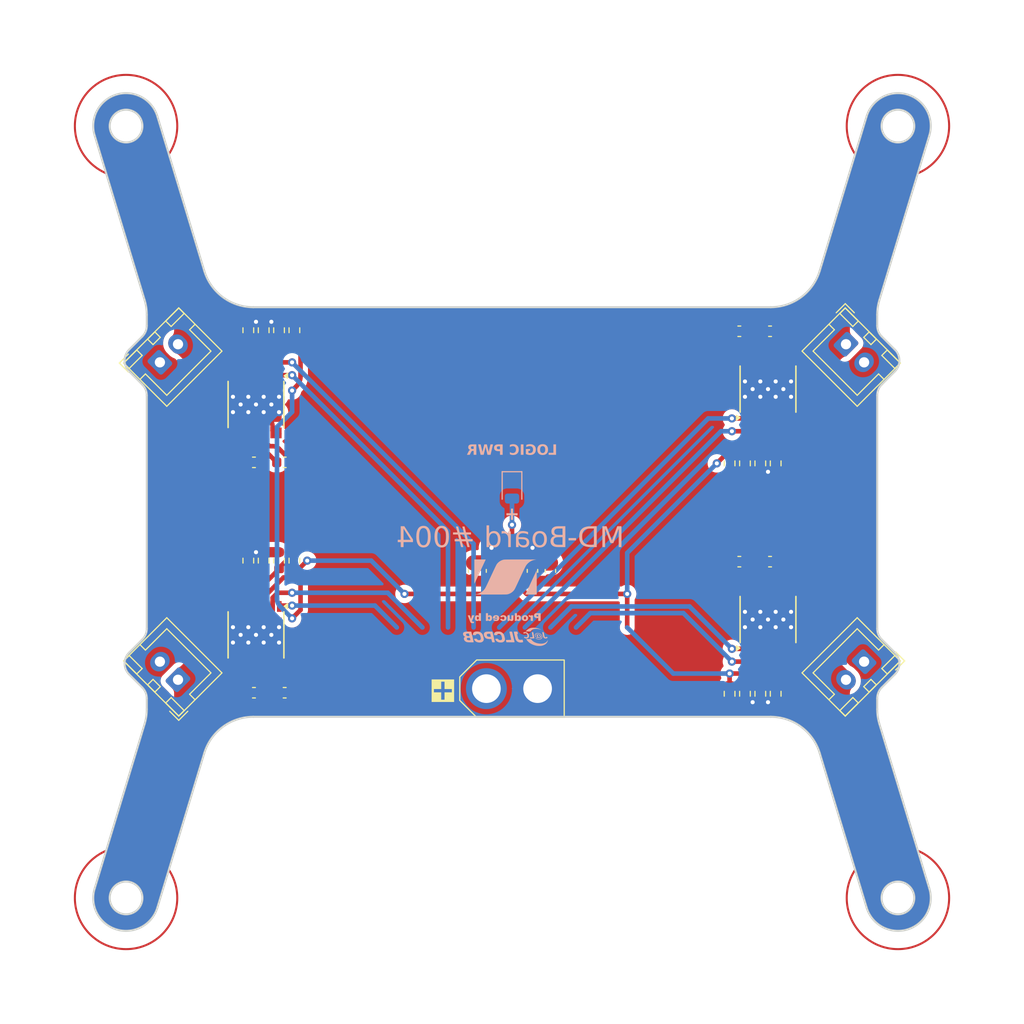
<source format=kicad_pcb>
(kicad_pcb (version 20240108) (generator "pcbnew") (generator_version "8.0")
  (layers (0 "F.Cu" signal) (31 "B.Cu" signal) (34 "B.Paste" user) (35 "F.Paste" user) (36 "B.SilkS" user "B.Silkscreen") (37 "F.SilkS" user "F.Silkscreen") (38 "B.Mask" user) (39 "F.Mask" user) (44 "Edge.Cuts" user))
  (net 0 "")
  (net 1 "Net-(U3-CPL)")
  (net 2 "Net-(U3-CPH)")
  (net 3 "Net-(U3-VCP)")
  (net 4 "GND")
  (net 5 "Net-(U2-CPL)")
  (net 6 "Net-(U2-CPH)")
  (net 7 "Net-(U2-VCP)")
  (net 8 "Net-(U4-CPL)")
  (net 9 "Net-(U4-CPH)")
  (net 10 "Net-(U4-VCP)")
  (net 11 "Net-(D1-A)")
  (net 12 "EN-1")
  (net 13 "PH-1")
  (net 14 "EN-2")
  (net 15 "PH-2")
  (net 16 "OUT2-1")
  (net 17 "OUT1-1")
  (net 18 "OUT1-2")
  (net 19 "OUT2-2")
  (net 20 "OUT2-3")
  (net 21 "OUT1-3")
  (net 22 "OUT1-4")
  (net 23 "OUT2-4")
  (net 24 "PH-4")
  (net 25 "EN-4")
  (net 26 "EN-3")
  (net 27 "PH-3")
  (net 28 "VREF-1")
  (net 29 "SLEEP-1")
  (net 30 "Net-(U3-IPROPI)")
  (net 31 "IMODE-1")
  (net 32 "Net-(U2-IPROPI)")
  (net 33 "VREF-2")
  (net 34 "IMODE-2")
  (net 35 "Net-(U4-IPROPI)")
  (net 36 "VREF-3")
  (net 37 "IMODE-3")
  (net 38 "VREF-4")
  (net 39 "IMODE-4")
  (net 43 "Net-(U1-CPL)")
  (net 44 "Net-(U1-CPH)")
  (net 45 "Net-(U1-VCP)")
  (net 46 "Net-(U1-IPROPI)")
  (net 48 "VCC")
  (footprint "Resistor_SMD:R_0603_1608Metric" (layer "F.Cu") (at 24.25 -4.75 -90)
    (property "Reference" "R11" (hide yes))
    (property "Value" "2.49k")
  )
  (footprint "Resistor_SMD:R_0603_1608Metric" (layer "F.Cu") (at 21.25 17.75 -90)
    (property "Reference" "R6" (hide yes))
    (property "Value" "10k")
  )
  (footprint "Capacitor_SMD:C_0603_1608Metric" (layer "F.Cu") (at -3.75 5.75 90)
    (property "Reference" "C1" (hide yes))
    (property "Value" "4.7u")
  )
  (footprint "@2024TOINIOT2-MD:JST_XH_B2B-XH-A_1x02_P2.50mm_Vertical" (layer "F.Cu") (at -33.5 15.5 135)
    (property "Reference" "J4" (hide yes))
    (property "Value" "Conn_01x02_Pin")
  )
  (footprint "Package_SO:HTSSOP-16-1EP_4.4x5mm_P0.65mm_EP3.4x5mm" (layer "F.Cu") (at -25 12 -90)
    (property "Reference" "U2" (hide yes))
    (property "Value" "~")
  )
  (footprint "Package_SO:HTSSOP-16-1EP_4.4x5mm_P0.65mm_EP3.4x5mm" (layer "F.Cu") (at -25 -10.5 -90)
    (property "Reference" "U1" (hide yes))
    (property "Value" "~")
  )
  (footprint "Capacitor_SMD:C_0603_1608Metric" (layer "F.Cu") (at 22.2 4.85)
    (property "Reference" "C9" (hide yes))
    (property "Value" "22n")
  )
  (footprint "Capacitor_SMD:C_0603_1608Metric" (layer "F.Cu") (at 25.2 4.85)
    (property "Reference" "C11" (hide yes))
    (property "Value" "220n")
  )
  (footprint "Resistor_SMD:R_0603_1608Metric" (layer "F.Cu") (at 22.75 17.75 -90)
    (property "Reference" "R7" (hide yes))
    (property "Value" "NP")
  )
  (footprint "Resistor_SMD:R_0603_1608Metric" (layer "F.Cu") (at 21.25 -4.75 -90)
    (property "Reference" "R14" (hide yes))
    (property "Value" "10k")
  )
  (footprint "Resistor_SMD:R_0603_1608Metric" (layer "F.Cu") (at -25.75 -17.75 90)
    (property "Reference" "R8" (hide yes))
    (property "Value" "20k")
  )
  (footprint "Resistor_SMD:R_0603_1608Metric" (layer "F.Cu") (at -24.25 4.75 90)
    (property "Reference" "R2" (hide yes))
    (property "Value" "2.49k")
  )
  (footprint "@2024TOINIOT2-MD:JST_XH_B2B-XH-A_1x02_P2.50mm_Vertical" (layer "F.Cu") (at 33.5 -15.5 -45)
    (property "Reference" "J6" (hide yes))
    (property "Value" "Conn_01x02_Pin")
  )
  (footprint "Resistor_SMD:R_0603_1608Metric" (layer "F.Cu") (at 24.25 17.75 -90)
    (property "Reference" "R10" (hide yes))
    (property "Value" "2.49k")
  )
  (footprint "Capacitor_SMD:C_0603_1608Metric" (layer "F.Cu") (at -25.2 17.65 180)
    (property "Reference" "C8" (hide yes))
    (property "Value" "220n")
  )
  (footprint "Package_SO:HTSSOP-16-1EP_4.4x5mm_P0.65mm_EP3.4x5mm" (layer "F.Cu") (at 25 10.5 90)
    (property "Reference" "U3" (hide yes))
    (property "Value" "~")
  )
  (footprint "@2024TOINIOT2-MD:XT30U-M" (layer "F.Cu") (at 0 17.25)
    (property "Reference" "J1" (hide yes))
    (property "Value" "Conn_PWR")
  )
  (footprint "Capacitor_SMD:C_0603_1608Metric" (layer "F.Cu") (at 25.2 -17.65)
    (property "Reference" "C12" (hide yes))
    (property "Value" "220n")
  )
  (footprint "Resistor_SMD:R_0603_1608Metric" (layer "F.Cu") (at 22.75 -4.75 -90)
    (property "Reference" "R15" (hide yes))
    (property "Value" "NP")
  )
  (footprint "Resistor_SMD:R_0603_1608Metric" (layer "F.Cu") (at 25.75 17.75 -90)
    (property "Reference" "R9" (hide yes))
    (property "Value" "20k")
  )
  (footprint "Resistor_SMD:R_0603_1608Metric" (layer "F.Cu") (at -22.75 4.75 90)
    (property "Reference" "R13" (hide yes))
    (property "Value" "NP")
  )
  (footprint "Resistor_SMD:R_0603_1608Metric" (layer "F.Cu") (at 0 5.75 90)
    (property "Reference" "R3" (hide yes))
    (property "Value" "330")
  )
  (footprint "Resistor_SMD:R_0603_1608Metric" (layer "F.Cu") (at -24.25 -17.75 90)
    (property "Reference" "R1" (hide yes))
    (property "Value" "2.49k")
  )
  (footprint "Package_SO:HTSSOP-16-1EP_4.4x5mm_P0.65mm_EP3.4x5mm" (layer "F.Cu") (at 25 -12 90)
    (property "Reference" "U4" (hide yes))
    (property "Value" "~")
  )
  (footprint "Capacitor_SMD:C_0603_1608Metric" (layer "F.Cu") (at -22.2 -4.85 180)
    (property "Reference" "C5" (hide yes))
    (property "Value" "22n")
  )
  (footprint "Capacitor_SMD:C_0603_1608Metric" (layer "F.Cu") (at -22.2 17.65 180)
    (property "Reference" "C6" (hide yes))
    (property "Value" "22n")
  )
  (footprint "Capacitor_SMD:C_0603_1608Metric" (layer "F.Cu") (at 3.75 5.75 90)
    (property "Reference" "C3" (hide yes))
    (property "Value" "0.1u")
  )
  (footprint "Resistor_SMD:R_0603_1608Metric" (layer "F.Cu") (at 25.75 -4.75 -90)
    (property "Reference" "R17" (hide yes))
    (property "Value" "20k")
  )
  (footprint "Capacitor_SMD:C_0603_1608Metric" (layer "F.Cu") (at -2 5.75 90)
    (property "Reference" "C2" (hide yes))
    (property "Value" "4.7u")
  )
  (footprint "Resistor_SMD:R_0603_1608Metric" (layer "F.Cu") (at -25.75 4.75 90)
    (property "Reference" "R16" (hide yes))
    (property "Value" "20k")
  )
  (footprint "Capacitor_SMD:C_0603_1608Metric" (layer "F.Cu") (at 22.2 -17.65)
    (property "Reference" "C10" (hide yes))
    (property "Value" "22n")
  )
  (footprint "Resistor_SMD:R_0603_1608Metric" (layer "F.Cu") (at -21.25 -17.75 90)
    (property "Reference" "R4" (hide yes))
    (property "Value" "10k")
  )
  (footprint "Capacitor_SMD:C_0603_1608Metric" (layer "F.Cu") (at -25.2 -4.85 180)
    (property "Reference" "C7" (hide yes))
    (property "Value" "220n")
  )
  (footprint "Capacitor_SMD:C_0603_1608Metric" (layer "F.Cu") (at 2 5.75 90)
    (property "Reference" "C4" (hide yes))
    (property "Value" "0.1u")
  )
  (footprint "Resistor_SMD:R_0603_1608Metric" (layer "F.Cu") (at -21.25 4.75 90)
    (property "Reference" "R12" (hide yes))
    (property "Value" "10k")
  )
  (footprint "@2024TOINIOT2-MD:JST_XH_B2B-XH-A_1x02_P2.50mm_Vertical" (layer "F.Cu") (at -33.5 -15.5 45)
    (property "Reference" "J3" (hide yes))
    (property "Value" "Conn_01x02_Pin")
  )
  (footprint "@2024TOINIOT2-MD:JST_XH_B2B-XH-A_1x02_P2.50mm_Vertical" (layer "F.Cu") (at 33.5 15.5 -135)
    (property "Reference" "J5" (hide yes))
    (property "Value" "Conn_01x02_Pin")
  )
  (footprint "Resistor_SMD:R_0603_1608Metric" (layer "F.Cu") (at -22.75 -17.75 90)
    (property "Reference" "R5" (hide yes))
    (property "Value" "NP")
  )
  (footprint "LED_SMD:LED_0805_2012Metric" (layer "B.Cu") (at 0 -2.25 -90)
    (property "Reference" "D1" (hide yes))
    (property "Value" "PWR")
  )
  (gr_circle (center -37.688793 37.688779) (end -37.688793 42.688779) (stroke (width 0.2)) (fill none) (layer "F.Cu"))
  (gr_circle (center 37.6888 37.688786) (end 37.6888 42.688786) (stroke (width 0.2)) (fill none) (layer "F.Cu"))
  (gr_circle (center 37.688792 -37.688806) (end 37.688792 -42.688806) (stroke (width 0.2)) (fill none) (layer "F.Cu"))
  (gr_circle (center -37.688792 -37.688806) (end -37.688792 -32.688806) (stroke (width 0.2)) (fill none) (layer "F.Cu"))
  (gr_poly (pts (xy -0.125561 11.677605) (xy -0.148422 11.678094) (xy -0.170532 11.679062) (xy -0.191241 11.680505) (xy -0.209897 11.682417) (xy -0.22585 11.684794) (xy -0.238447 11.687632) (xy -0.243285 11.689222) (xy -0.247039 11.690926) (xy -0.249629 11.692742) (xy -0.250974 11.69467) (xy -0.250385 11.705173) (xy -0.246459 11.729281) (xy -0.229939 11.812013) (xy -0.204093 11.930265) (xy -0.171599 12.071437) (xy -0.138145 12.214147) (xy -0.123657 12.278196) (xy -0.111141 12.335227) (xy -0.100957 12.383625) (xy -0.093464 12.421778) (xy -0.089022 12.448075) (xy -0.088057 12.456274) (xy -0.08799 12.460904) (xy -0.091165 12.48842) (xy -0.330349 12.491595) (xy -0.394564 12.492453) (xy -0.447394 12.493497) (xy -0.469857 12.494116) (xy -0.489855 12.494814) (xy -0.507516 12.495602) (xy -0.522965 12.49649) (xy -0.536331 12.49749) (xy -0.547741 12.498613) (xy -0.557321 12.499869) (xy -0.565199 12.501269) (xy -0.56854 12.502027) (xy -0.571502 12.502824) (xy -0.574103 12.503663) (xy -0.576357 12.504545) (xy -0.578282 12.505472) (xy -0.579892 12.506443) (xy -0.581203 12.507462) (xy -0.582232 12.508529) (xy -0.583869 12.510731) (xy -0.585204 12.513394) (xy -0.586236 12.516561) (xy -0.586961 12.520269) (xy -0.587376 12.524561) (xy -0.587478 12.529476) (xy -0.587264 12.535055) (xy -0.58673 12.541337) (xy -0.585874 12.548363) (xy -0.584692 12.556174) (xy -0.581339 12.574311) (xy -0.576647 12.596069) (xy -0.570591 12.62177) (xy -0.546249 12.721254) (xy -0.151491 12.724429) (xy -0.04093 12.725014) (xy 0.04779 12.72514) (xy 0.08467 12.725011) (xy 0.11694 12.724745) (xy 0.144885 12.724333) (xy 0.168788 12.723767) (xy 0.188933 12.72304) (xy 0.205604 12.722145) (xy 0.219085 12.721072) (xy 0.229659 12.719815) (xy 0.233944 12.719115) (xy 0.237609 12.718366) (xy 0.24069 12.717567) (xy 0.24322 12.716716) (xy 0.245238 12.715814) (xy 0.246776 12.714859) (xy 0.247872 12.713851) (xy 0.24856 12.712787) (xy 0.248813 12.709859) (xy 0.248403 12.704343) (xy 0.245715 12.686114) (xy 0.240746 12.659227) (xy 0.233743 12.624813) (xy 0.214627 12.537914) (xy 0.190351 12.434445) (xy 0.071818 11.938087) (xy 0.060751 11.891028) (xy 0.049957 11.846574) (xy 0.039708 11.805742) (xy 0.030278 11.769547) (xy 0.02194 11.739009) (xy 0.014965 11.715142) (xy 0.009628 11.698966) (xy 0.007659 11.694079) (xy 0.006201 11.691495) (xy 0.004088 11.689675) (xy 0.000778 11.687985) (xy -0.009103 11.68499) (xy -0.022793 11.682508) (xy -0.039638 11.680532) (xy -0.058989 11.679058) (xy -0.080194 11.678082) (xy -0.102602 11.677599)) (stroke (width -0.000001)) (fill solid) (layer "B.SilkS"))
  (gr_poly (pts (xy 1.254877 10.07541) (xy 1.235332 10.076356) (xy 1.216096 10.078185) (xy 1.197215 10.080882) (xy 1.178737 10.084433) (xy 1.16071 10.088823) (xy 1.143181 10.094038) (xy 1.126198 10.100063) (xy 1.109808 10.106884) (xy 1.094059 10.114486) (xy 1.078998 10.122856) (xy 1.064673 10.131977) (xy 1.051131 10.141837) (xy 1.03842 10.15242) (xy 1.026588 10.163712) (xy 1.016217 10.175127) (xy 1.006663 10.187118) (xy 0.997922 10.199642) (xy 0.989988 10.212654) (xy 0.982855 10.22611) (xy 0.97652 10.239967) (xy 0.970976 10.254181) (xy 0.966219 10.268707) (xy 0.962243 10.283502) (xy 0.959044 10.298522) (xy 0.956615 10.313722) (xy 0.954952 10.32906) (xy 0.95405 10.34449) (xy 0.953904 10.35997) (xy 0.954507 10.375454) (xy 0.955856 10.3909) (xy 0.957945 10.406264) (xy 0.960769 10.4215) (xy 0.964322 10.436567) (xy 0.9686 10.451418) (xy 0.973598 10.466012) (xy 0.979309 10.480303) (xy 0.98573 10.494248) (xy 0.992854 10.507802) (xy 1.000677 10.520923) (xy 1.009193 10.533565) (xy 1.018398 10.545686) (xy 1.028286 10.557241) (xy 1.038852 10.568186) (xy 1.050091 10.578477) (xy 1.061997 10.588071) (xy 1.074566 10.596923) (xy 1.089455 10.605651) (xy 1.105708 10.613568) (xy 1.123166 10.620656) (xy 1.141671 10.626898) (xy 1.161065 10.632275) (xy 1.181189 10.636771) (xy 1.201886 10.640368) (xy 1.222997 10.643048) (xy 1.244365 10.644794) (xy 1.265831 10.645588) (xy 1.287237 10.645413) (xy 1.308424 10.64425) (xy 1.329236 10.642083) (xy 1.349513 10.638894) (xy 1.369098 10.634664) (xy 1.387832 10.629378) (xy 1.40043 10.625021) (xy 1.412683 10.620161) (xy 1.424584 10.614814) (xy 1.436124 10.608991) (xy 1.447294 10.602709) (xy 1.458086 10.595982) (xy 1.468489 10.588823) (xy 1.478496 10.581246) (xy 1.488098 10.573266) (xy 1.497287 10.564898) (xy 1.506052 10.556155) (xy 1.514386 10.547051) (xy 1.52228 10.537602) (xy 1.529724 10.52782) (xy 1.536711 10.51772) (xy 1.543231 10.507317) (xy 1.549276 10.496625) (xy 1.554836 10.485657) (xy 1.559904 10.474428) (xy 1.564469 10.462953) (xy 1.568525 10.451245) (xy 1.57206 10.439318) (xy 1.575068 10.427188) (xy 1.577539 10.414867) (xy 1.579464 10.402371) (xy 1.580834 10.389714) (xy 1.581642 10.376909) (xy 1.58186 10.364883) (xy 1.3694 10.364883) (xy 1.369131 10.376984) (xy 1.36839 10.388915) (xy 1.367175 10.400529) (xy 1.365486 10.411681) (xy 1.363322 10.422226) (xy 1.360681 10.432017) (xy 1.357563 10.440909) (xy 1.353966 10.448756) (xy 1.350222 10.455296) (xy 1.346149 10.461422) (xy 1.341769 10.467135) (xy 1.337104 10.472432) (xy 1.332177 10.477315) (xy 1.327009 10.481782) (xy 1.321624 10.485833) (xy 1.316042 10.489469) (xy 1.310287 10.492688) (xy 1.304381 10.49549) (xy 1.298345 10.497874) (xy 1.292202 10.499841) (xy 1.285975 10.50139) (xy 1.279685 10.502521) (xy 1.273355 10.503232) (xy 1.267006 10.503525) (xy 1.260662 10.503398) (xy 1.254344 10.50285) (xy 1.248075 10.501883) (xy 1.241876 10.500494) (xy 1.235771 10.498685) (xy 1.229781 10.496454) (xy 1.223928 10.493801) (xy 1.218235 10.490726) (xy 1.212724 10.487228) (xy 1.207416 10.483306) (xy 1.202336 10.478962) (xy 1.197504 10.474193) (xy 1.192942 10.469) (xy 1.188674 10.463383) (xy 1.184721 10.457341) (xy 1.181105 10.450873) (xy 1.179078 10.446666) (xy 1.177226 10.442483) (xy 1.175541 10.438284) (xy 1.174016 10.434028) (xy 1.172645 10.429672) (xy 1.171419 10.425175) (xy 1.170331 10.420497) (xy 1.169375 10.415595) (xy 1.168543 10.410429) (xy 1.167827 10.404956) (xy 1.167222 10.399137) (xy 1.166718 10.392929) (xy 1.165989 10.379182) (xy 1.165583 10.363384) (xy 1.16575 10.351066) (xy 1.166262 10.33949) (xy 1.167131 10.328618) (xy 1.168372 10.318416) (xy 1.169135 10.313554) (xy 1.169997 10.308845) (xy 1.170957 10.304286) (xy 1.172019 10.299871) (xy 1.173184 10.295597) (xy 1.174453 10.291458) (xy 1.175829 10.287449) (xy 1.177312 10.283568) (xy 1.178905 10.279808) (xy 1.18061 10.276166) (xy 1.182427 10.272636) (xy 1.184358 10.269216) (xy 1.186406 10.265898) (xy 1.188572 10.262681) (xy 1.190858 10.259558) (xy 1.193265 10.256525) (xy 1.195794 10.253578) (xy 1.198449 10.250713) (xy 1.20123 10.247924) (xy 1.204139 10.245207) (xy 1.207177 10.242558) (xy 1.210347 10.239973) (xy 1.21365 10.237446) (xy 1.217088 10.234973) (xy 1.221562 10.232147) (xy 1.226114 10.22962) (xy 1.230734 10.227389) (xy 1.235415 10.225452) (xy 1.240147 10.223806) (xy 1.244921 10.222448) (xy 1.249728 10.221376) (xy 1.25456 10.220586) (xy 1.259407 10.220076) (xy 1.264261 10.219844) (xy 1.269113 10.219887) (xy 1.273953 10.220201) (xy 1.278773 10.220785) (xy 1.283564 10.221636) (xy 1.288317 10.22275) (xy 1.293024 10.224125) (xy 1.297674 10.225758) (xy 1.30226 10.227648) (xy 1.306772 10.22979) (xy 1.311201 10.232182) (xy 1.315539 10.234822) (xy 1.319777 10.237707) (xy 1.323905 10.240834) (xy 1.327916 10.2442) (xy 1.331799 10.247803) (xy 1.335546 10.25164) (xy 1.339148 10.255708) (xy 1.342596 10.260005) (xy 1.345881 10.264527) (xy 1.348995 10.269273) (xy 1.351928 10.274239) (xy 1.354672 10.279423) (xy 1.358144 10.287642) (xy 1.361152 10.296856) (xy 1.363696 10.30692) (xy 1.365773 10.317688) (xy 1.367383 10.329014) (xy 1.368525 10.340752) (xy 1.369198 10.352757) (xy 1.3694 10.364883) (xy 1.58186 10.364883) (xy 1.581877 10.363971) (xy 1.581531 10.350914) (xy 1.580596 10.337753) (xy 1.579062 10.324501) (xy 1.576921 10.311173) (xy 1.57437 10.298548) (xy 1.571349 10.28621) (xy 1.567866 10.274164) (xy 1.563927 10.262415) (xy 1.559538 10.250969) (xy 1.554706 10.239831) (xy 1.549437 10.229007) (xy 1.543738 10.218502) (xy 1.537616 10.208322) (xy 1.531076 10.198472) (xy 1.524125 10.188957) (xy 1.51677 10.179782) (xy 1.509017 10.170954) (xy 1.500873 10.162478) (xy 1.492343 10.154359) (xy 1.483435 10.146602) (xy 1.474155 10.139213) (xy 1.46451 10.132198) (xy 1.444148 10.119308) (xy 1.4224 10.107978) (xy 1.39932 10.098249) (xy 1.374958 10.090166) (xy 1.349366 10.083772) (xy 1.322596 10.079109) (xy 1.294699 10.076223) (xy 1.274682 10.07536)) (stroke (width -0.000001)) (fill solid) (layer "B.SilkS"))
  (gr_poly (pts (xy 2.488654 11.817212) (xy 2.471173 11.817748) (xy 2.454325 11.818776) (xy 2.438295 11.820307) (xy 2.423269 11.82235) (xy 2.409434 11.824918) (xy 2.396976 11.82802) (xy 2.386981 11.830961) (xy 2.37724 11.834223) (xy 2.36776 11.837795) (xy 2.358548 11.841671) (xy 2.349609 11.845842) (xy 2.34095 11.850298) (xy 2.332577 11.855032) (xy 2.324497 11.860035) (xy 2.316716 11.865298) (xy 2.309241 11.870814) (xy 2.302078 11.876572) (xy 2.295234 11.882566) (xy 2.288714 11.888786) (xy 2.282525 11.895223) (xy 2.276674 11.90187) (xy 2.271167 11.908718) (xy 2.26601 11.915758) (xy 2.26121 11.922982) (xy 2.256773 11.930381) (xy 2.252706 11.937946) (xy 2.249015 11.94567) (xy 2.245706 11.953543) (xy 2.242785 11.961558) (xy 2.24026 11.969705) (xy 2.238137 11.977976) (xy 2.236421 11.986362) (xy 2.23512 11.994856) (xy 2.234239 12.003447) (xy 2.233785 12.012129) (xy 2.233765 12.020892) (xy 2.234185 12.029728) (xy 2.235051 12.038629) (xy 2.236826 12.051249) (xy 2.239164 12.063703) (xy 2.242054 12.075977) (xy 2.245482 12.08806) (xy 2.249435 12.09994) (xy 2.253901 12.111606) (xy 2.258867 12.123044) (xy 2.264321 12.134242) (xy 2.270249 12.14519) (xy 2.276638 12.155875) (xy 2.283476 12.166284) (xy 2.29075 12.176406) (xy 2.298448 12.186229) (xy 2.306555 12.195741) (xy 2.323951 12.213783) (xy 2.342835 12.230436) (xy 2.363105 12.245603) (xy 2.384659 12.259189) (xy 2.407394 12.271098) (xy 2.419173 12.276394) (xy 2.431208 12.281233) (xy 2.443488 12.285606) (xy 2.455999 12.289499) (xy 2.468729 12.292901) (xy 2.481664 12.295799) (xy 2.494793 12.298182) (xy 2.508101 12.300037) (xy 2.516245 12.300941) (xy 2.523646 12.301662) (xy 2.530351 12.30219) (xy 2.536412 12.302517) (xy 2.539216 12.302603) (xy 2.541877 12.302634) (xy 2.544402 12.30261) (xy 2.546797 12.30253) (xy 2.549067 12.302392) (xy 2.55122 12.302197) (xy 2.553261 12.301941) (xy 2.555197 12.301625) (xy 2.557034 12.301246) (xy 2.558777 12.300804) (xy 2.560434 12.300298) (xy 2.56201 12.299727) (xy 2.563512 12.299089) (xy 2.564945 12.298383) (xy 2.566317 12.297608) (xy 2.567633 12.296763) (xy 2.568899 12.295846) (xy 2.570121 12.294858) (xy 2.571307 12.293795) (xy 2.572461 12.292658) (xy 2.573591 12.291444) (xy 2.574702 12.290154) (xy 2.575801 12.288785) (xy 2.576893 12.287337) (xy 2.579174 12.284349) (xy 2.581302 12.281735) (xy 2.583346 12.2795) (xy 2.585376 12.277647) (xy 2.586408 12.276864) (xy 2.587462 12.276177) (xy 2.588548 12.275588) (xy 2.589674 12.275096) (xy 2.590848 12.274701) (xy 2.59208 12.274405) (xy 2.593379 12.274207) (xy 2.594752 12.274108) (xy 2.59621 12.274108) (xy 2.597759 12.274208) (xy 2.601171 12.274707) (xy 2.605056 12.27561) (xy 2.609486 12.276919) (xy 2.61453 12.278637) (xy 2.620258 12.280768) (xy 2.634043 12.286279) (xy 2.646102 12.29088) (xy 2.65769 12.29476) (xy 2.668832 12.297918) (xy 2.679551 12.300351) (xy 2.689874 12.302059) (xy 2.694895 12.302641) (xy 2.699825 12.30304) (xy 2.704669 12.303258) (xy 2.709429 12.303293) (xy 2.714108 12.303145) (xy 2.71871 12.302815) (xy 2.723237 12.302302) (xy 2.727693 12.301606) (xy 2.732081 12.300726) (xy 2.736404 12.299663) (xy 2.740664 12.298416) (xy 2.744866 12.296985) (xy 2.749012 12.29537) (xy 2.753106 12.293571) (xy 2.757149 12.291588) (xy 2.761146 12.289419) (xy 2.7651 12.287066) (xy 2.769014 12.284528) (xy 2.77289 12.281804) (xy 2.776732 12.278895) (xy 2.784326 12.27252) (xy 2.789776 12.26756) (xy 2.794635 12.262948) (xy 2.798932 12.258612) (xy 2.802698 12.254479) (xy 2.805962 12.250476) (xy 2.808753 12.246531) (xy 2.8111 12.24257) (xy 2.812117 12.240562) (xy 2.813034 12.238521) (xy 2.813854 12.236441) (xy 2.814583 12.234311) (xy 2.815777 12.229867) (xy 2.816645 12.225115) (xy 2.817217 12.219984) (xy 2.817523 12.2144) (xy 2.817591 12.208291) (xy 2.817452 12.201583) (xy 2.817135 12.194204) (xy 2.816643 12.186795) (xy 2.729293 12.186795) (xy 2.729104 12.195357) (xy 2.728524 12.203197) (xy 2.728082 12.206855) (xy 2.727535 12.21034) (xy 2.726881 12.213658) (xy 2.726118 12.216809) (xy 2.725243 12.219798) (xy 2.724255 12.222626) (xy 2.72315 12.225298) (xy 2.721926 12.227816) (xy 2.720582 12.230183) (xy 2.719114 12.232401) (xy 2.71752 12.234474) (xy 2.715799 12.236405) (xy 2.713948 12.238196) (xy 2.711964 12.23985) (xy 2.709845 12.241371) (xy 2.707589 12.242761) (xy 2.705193 12.244023) (xy 2.702656 12.24516) (xy 2.699974 12.246175) (xy 2.697146 12.247071) (xy 2.694169 12.24785) (xy 2.691041 12.248516) (xy 2.687759 12.249072) (xy 2.684322 12.24952) (xy 2.676971 12.250105) (xy 2.668968 12.250295) (xy 2.662761 12.249995) (xy 2.656455 12.249111) (xy 2.65007 12.247666) (xy 2.643626 12.245684) (xy 2.637141 12.243187) (xy 2.630635 12.240201) (xy 2.624128 12.236747) (xy 2.617639 12.232849) (xy 2.604791 12.223818) (xy 2.592247 12.213293) (xy 2.580162 12.201463) (xy 2.568691 12.188515) (xy 2.557989 12.174637) (xy 2.54821 12.160017) (xy 2.539511 12.144841) (xy 2.532046 12.129298) (xy 2.52597 12.113575) (xy 2.523501 12.105705) (xy 2.521438 12.09786) (xy 2.519799 12.090064) (xy 2.518605 12.08234) (xy 2.517874 12.074712) (xy 2.517626 12.067204) (xy 2.517699 12.063425) (xy 2.517912 12.059646) (xy 2.518254 12.055893) (xy 2.518718 12.052189) (xy 2.519293 12.048559) (xy 2.51997 12.045028) (xy 2.520741 12.041622) (xy 2.521595 12.038364) (xy 2.522524 12.03528) (xy 2.523517 12.032394) (xy 2.524567 12.029732) (xy 2.525663 12.027318) (xy 2.526796 12.025176) (xy 2.527957 12.023332) (xy 2.528546 12.02253) (xy 2.529137 12.021811) (xy 2.529731 12.021179) (xy 2.530326 12.020637) (xy 2.537412 12.015746) (xy 2.544758 12.011771) (xy 2.552332 12.008686) (xy 2.560102 12.006463) (xy 2.568038 12.005077) (xy 2.576107 12.004501) (xy 2.584278 12.004708) (xy 2.59252 12.005671) (xy 2.6008 12.007365) (xy 2.609088 12.009763) (xy 2.617351 12.012838) (xy 2.625558 12.016563) (xy 2.633677 12.020912) (xy 2.641677 12.025859) (xy 2.649527 12.031376) (xy 2.657194 12.037438) (xy 2.664647 12.044018) (xy 2.671855 12.051089) (xy 2.678785 12.058624) (xy 2.685407 12.066598) (xy 2.691689 12.074983) (xy 2.697599 12.083754) (xy 2.703105 12.092883) (xy 2.708176 12.102344) (xy 2.71278 12.11211) (xy 2.716887 12.122155) (xy 2.720463 12.132453) (xy 2.723478 12.142976) (xy 2.7259 12.153698) (xy 2.727698 12.164593) (xy 2.728839 12.175635) (xy 2.729293 12.186795) (xy 2.816643 12.186795) (xy 2.816391 12.182993) (xy 2.81497 12.171798) (xy 2.812894 12.160641) (xy 2.810187 12.149545) (xy 2.806872 12.138532) (xy 2.80297 12.127624) (xy 2.798507 12.116844) (xy 2.793504 12.106213) (xy 2.787985 12.095755) (xy 2.781973 12.085491) (xy 2.77549 12.075443) (xy 2.768561 12.065635) (xy 2.761207 12.056088) (xy 2.753453 12.046824) (xy 2.745321 12.037866) (xy 2.736834 12.029236) (xy 2.728015 12.020956) (xy 2.718887 12.01305) (xy 2.709474 12.005538) (xy 2.699798 11.998443) (xy 2.689883 11.991788) (xy 2.679751 11.985594) (xy 2.669426 11.979885) (xy 2.65893 11.974682) (xy 2.648288 11.970008) (xy 2.637521 11.965885) (xy 2.626652 11.962334) (xy 2.615706 11.95938) (xy 2.604705 11.957043) (xy 2.593672 11.955346) (xy 2.582629 11.954312) (xy 2.571601 11.953962) (xy 2.567016 11.95406) (xy 2.562403 11.954346) (xy 2.557784 11.954813) (xy 2.55318 11.95545) (xy 2.548613 11.956249) (xy 2.544105 11.957199) (xy 2.539678 11.958292) (xy 2.535353 11.959518) (xy 2.531153 11.960869) (xy 2.527098 11.962334) (xy 2.52321 11.963904) (xy 2.519511 11.965571) (xy 2.516024 11.967324) (xy 2.512769 11.969155) (xy 2.509768 11.971054) (xy 2.507043 11.973012) (xy 2.502742 11.976361) (xy 2.498926 11.979263) (xy 2.495534 11.981718) (xy 2.493979 11.982779) (xy 2.492507 11.983728) (xy 2.491112 11.984565) (xy 2.489784 11.98529) (xy 2.488518 11.985904) (xy 2.487305 11.986406) (xy 2.486137 11.986797) (xy 2.485008 11.987076) (xy 2.483909 11.987244) (xy 2.482834 11.987299) (xy 2.481773 11.987244) (xy 2.480721 11.987076) (xy 2.47967 11.986797) (xy 2.478611 11.986406) (xy 2.477537 11.985904) (xy 2.476441 11.98529) (xy 2.475315 11.984565) (xy 2.474152 11.983728) (xy 2.472944 11.982779) (xy 2.471683 11.981718) (xy 2.468974 11.979263) (xy 2.465964 11.976361) (xy 2.462593 11.973012) (xy 2.460463 11.971054) (xy 2.458058 11.969155) (xy 2.455398 11.967324) (xy 2.452506 11.965571) (xy 2.449403 11.963904) (xy 2.44611 11.962334) (xy 2.44265 11.960869) (xy 2.439045 11.959518) (xy 2.435316 11.958292) (xy 2.431484 11.957199) (xy 2.427571 11.956249) (xy 2.4236 11.95545) (xy 2.419591 11.954813) (xy 2.415567 11.954346) (xy 2.41155 11.95406) (xy 2.40756 11.953962) (xy 2.370518 11.953962) (xy 2.428726 12.085195) (xy 2.440298 12.11204) (xy 2.451051 12.137434) (xy 2.460762 12.160819) (xy 2.469208 12.181636) (xy 2.476165 12.199328) (xy 2.481411 12.213336) (xy 2.484723 12.223103) (xy 2.485583 12.226222) (xy 2.485876 12.22807) (xy 2.485766 12.229509) (xy 2.48544 12.230848) (xy 2.484907 12.232089) (xy 2.484173 12.23323) (xy 2.483247 12.234271) (xy 2.482137 12.235214) (xy 2.48085 12.236057) (xy 2.479394 12.236802) (xy 2.477777 12.237446) (xy 2.476006 12.237992) (xy 2.472035 12.238786) (xy 2.467544 12.239183) (xy 2.462593 12.239183) (xy 2.457246 12.238786) (xy 2.451563 12.237992) (xy 2.445608 12.236802) (xy 2.439442 12.235214) (xy 2.433127 12.23323) (xy 2.426725 12.230848) (xy 2.420299 12.22807) (xy 2.41391 12.224895) (xy 2.404823 12.219775) (xy 2.396026 12.214154) (xy 2.387528 12.20806) (xy 2.379338 12.201521) (xy 2.371467 12.194563) (xy 2.363924 12.187214) (xy 2.35672 12.1795) (xy 2.349864 12.171449) (xy 2.343366 12.163089) (xy 2.337236 12.154445) (xy 2.32612 12.136417) (xy 2.316594 12.117583) (xy 2.308738 12.09816) (xy 2.30263 12.078365) (xy 2.300257 12.068395) (xy 2.298351 12.058415) (xy 2.296921 12.048449) (xy 2.295978 12.038526) (xy 2.295532 12.028673) (xy 2.295591 12.018917) (xy 2.296167 12.009285) (xy 2.297269 11.999804) (xy 2.298908 11.990501) (xy 2.301092 11.981404) (xy 2.303832 11.97254) (xy 2.307137 11.963935) (xy 2.311018 11.955616) (xy 2.315485 11.947612) (xy 2.317885 11.944156) (xy 2.320698 11.940555) (xy 2.323889 11.936836) (xy 2.327424 11.933027) (xy 2.331269 11.929156) (xy 2.33539 11.925251) (xy 2.339753 11.921339) (xy 2.344324 11.917449) (xy 2.349069 11.913609) (xy 2.353953 11.909847) (xy 2.358942 11.90619) (xy 2.364003 11.902666) (xy 2.369101 11.899303) (xy 2.374202 11.89613) (xy 2.379271 11.893173) (xy 2.384276 11.890462) (xy 2.399291 11.88374) (xy 2.406359 11.880965) (xy 2.413314 11.878556) (xy 2.420295 11.876494) (xy 2.427436 11.874761) (xy 2.434876 11.873337) (xy 2.442749 11.872206) (xy 2.451193 11.871347) (xy 2.460344 11.870742) (xy 2.470338 11.870373) (xy 2.481312 11.870221) (xy 2.506745 11.870494) (xy 2.537735 11.871412) (xy 2.569681 11.872663) (xy 2.583399 11.8734) (xy 2.59586 11.874273) (xy 2.607249 11.875325) (xy 2.617748 11.876602) (xy 2.627544 11.878149) (xy 2.636821 11.880011) (xy 2.645763 11.882232) (xy 2.654554 11.884858) (xy 2.66338 11.887934) (xy 2.672424 11.891504) (xy 2.681871 11.895613) (xy 2.691906 11.900307) (xy 2.702713 11.905631) (xy 2.714476 11.911629) (xy 2.735555 11.923315) (xy 2.755509 11.936115) (xy 2.774308 11.949975) (xy 2.791917 11.964843) (xy 2.808304 11.980666) (xy 2.823437 11.997391) (xy 2.837284 12.014966) (xy 2.849811 12.033337) (xy 2.860986 12.052453) (xy 2.870777 12.07226) (xy 2.879151 12.092705) (xy 2.886075 12.113737) (xy 2.891517 12.135302) (xy 2.895445 12.157348) (xy 2.897826 12.179822) (xy 2.898626 12.20267) (xy 2.898459 12.211311) (xy 2.897958 12.219772) (xy 2.897125 12.22805) (xy 2.89596 12.236144) (xy 2.894465 12.244054) (xy 2.892641 12.251779) (xy 2.890489 12.259317) (xy 2.88801 12.266666) (xy 2.885206 12.273827) (xy 2.882077 12.280797) (xy 2.878625 12.287576) (xy 2.874851 12.294162) (xy 2.870756 12.300555) (xy 2.866341 12.306752) (xy 2.861608 12.312754) (xy 2.856558 12.318558) (xy 2.851191 12.324163) (xy 2.845509 12.32957) (xy 2.839513 12.334775) (xy 2.833204 12.339778) (xy 2.826584 12.344579) (xy 2.819653 12.349175) (xy 2.812413 12.353565) (xy 2.804865 12.357749) (xy 2.788849 12.365493) (xy 2.771614 12.372396) (xy 2.75317 12.37845) (xy 2.733526 12.383645) (xy 2.710396 12.388471) (xy 2.687092 12.39224) (xy 2.663689 12.394961) (xy 2.640261 12.396643) (xy 2.616882 12.397296) (xy 2.593628 12.396928) (xy 2.570572 12.39555) (xy 2.547789 12.39317) (xy 2.525353 12.389798) (xy 2.503339 12.385444) (xy 2.481821 12.380115) (xy 2.460873 12.373823) (xy 2.440571 12.366575) (xy 2.420987 12.358382) (xy 2.402198 12.349252) (xy 2.384276 12.339195) (xy 2.378058 12.335478) (xy 2.371735 12.331876) (xy 2.365354 12.328408) (xy 2.358959 12.32509) (xy 2.352595 12.321939) (xy 2.346307 12.318973) (xy 2.340139 12.316209) (xy 2.334138 12.313663) (xy 2.328347 12.311353) (xy 2.322812 12.309295) (xy 2.317578 12.307508) (xy 2.31269 12.306007) (xy 2.308192 12.30481) (xy 2.30413 12.303933) (xy 2.300549 12.303395) (xy 2.297493 12.303212) (xy 2.269976 12.303212) (xy 2.304901 12.339195) (xy 2.31464 12.348629) (xy 2.325175 12.357678) (xy 2.348473 12.374596) (xy 2.374472 12.389895) (xy 2.402847 12.403522) (xy 2.433275 12.415426) (xy 2.465431 12.425553) (xy 2.498992 12.433851) (xy 2.533634 12.440266) (xy 2.569032 12.444747) (xy 2.604862 12.44724) (xy 2.640801 12.447694) (xy 2.676525 12.446054) (xy 2.711709 12.442269) (xy 2.74603 12.436285) (xy 2.779163 12.42805) (xy 2.810785 12.417512) (xy 2.820281 12.413777) (xy 2.829517 12.409723) (xy 2.84719 12.400688) (xy 2.863758 12.390479) (xy 2.879179 12.379164) (xy 2.89341 12.366814) (xy 2.906407 12.353497) (xy 2.918126 12.339285) (xy 2.928524 12.324246) (xy 2.937558 12.308451) (xy 2.945185 12.291969) (xy 2.948456 12.283493) (xy 2.95136 12.27487) (xy 2.95389 12.266111) (xy 2.956041 12.257224) (xy 2.957807 12.248218) (xy 2.959184 12.2391) (xy 2.960165 12.229881) (xy 2.960746 12.220569) (xy 2.96092 12.211172) (xy 2.960683 12.2017) (xy 2.960028 12.19216) (xy 2.958951 12.182562) (xy 2.953576 12.152061) (xy 2.946208 12.122504) (xy 2.93689 12.093942) (xy 2.925663 12.066426) (xy 2.91257 12.040009) (xy 2.897653 12.01474) (xy 2.880952 11.990671) (xy 2.862511 11.967853) (xy 2.84237 11.946337) (xy 2.820572 11.926175) (xy 2.797159 11.907417) (xy 2.772172 11.890115) (xy 2.745653 11.87432) (xy 2.717645 11.860082) (xy 2.688189 11.847455) (xy 2.657326 11.836487) (xy 2.643752 11.832706) (xy 2.62895 11.829308) (xy 2.613106 11.826304) (xy 2.596406 11.823704) (xy 2.579037 11.82152) (xy 2.561183 11.819762) (xy 2.543033 11.818442) (xy 2.52477 11.817569) (xy 2.506582 11.817156)) (stroke (width -0.000001)) (fill solid) (layer "B.SilkS"))
  (gr_poly (pts (xy 2.555527 9.882195) (xy 2.314227 9.884312) (xy 2.275422 9.902656) (xy 2.266707 9.906897) (xy 2.258294 9.911413) (xy 2.250184 9.916201) (xy 2.242382 9.921254) (xy 2.234889 9.926568) (xy 2.22771 9.932136) (xy 2.220847 9.937955) (xy 2.214303 9.944019) (xy 2.208081 9.950323) (xy 2.202186 9.956861) (xy 2.196619 9.963629) (xy 2.191383 9.970621) (xy 2.186483 9.977832) (xy 2.18192 9.985257) (xy 2.177699 9.992891) (xy 2.173822 10.000728) (xy 2.169741 10.010318) (xy 2.168 10.015073) (xy 2.166446 10.0199) (xy 2.16507 10.024871) (xy 2.163862 10.03006) (xy 2.162814 10.03554) (xy 2.161915 10.041386) (xy 2.161157 10.04767) (xy 2.16053 10.054465) (xy 2.159633 10.069884) (xy 2.15915 10.08823) (xy 2.159005 10.110089) (xy 2.159123 10.132737) (xy 2.159293 10.142535) (xy 2.159556 10.151442) (xy 2.159926 10.15955) (xy 2.160419 10.166954) (xy 2.161048 10.173749) (xy 2.161827 10.180028) (xy 2.162772 10.185885) (xy 2.163897 10.191414) (xy 2.165216 10.19671) (xy 2.166744 10.201867) (xy 2.168495 10.206978) (xy 2.170484 10.212137) (xy 2.172725 10.217439) (xy 2.175233 10.222978) (xy 2.183869 10.240025) (xy 2.193423 10.255731) (xy 2.203969 10.270132) (xy 2.215582 10.283259) (xy 2.228335 10.295146) (xy 2.242305 10.305826) (xy 2.257564 10.315332) (xy 2.274187 10.323696) (xy 2.292249 10.330953) (xy 2.311824 10.337135) (xy 2.332986 10.342275) (xy 2.355811 10.346406) (xy 2.380372 10.349562) (xy 2.406743 10.351775) (xy 2.435 10.353079) (xy 2.465216 10.353506) (xy 2.557644 10.353506) (xy 2.557644 10.635728) (xy 2.797533 10.635728) (xy 2.797533 10.034595) (xy 2.557644 10.034595) (xy 2.557644 10.198284) (xy 2.504727 10.198284) (xy 2.49326 10.198091) (xy 2.481785 10.197534) (xy 2.470559 10.196647) (xy 2.459836 10.195462) (xy 2.449874 10.194012) (xy 2.445259 10.193198) (xy 2.440929 10.192331) (xy 2.436918 10.191414) (xy 2.433258 10.190451) (xy 2.42998 10.189447) (xy 2.427116 10.188406) (xy 2.422662 10.186341) (xy 2.418429 10.183995) (xy 2.41442 10.18138) (xy 2.410636 10.178514) (xy 2.40708 10.175412) (xy 2.403755 10.172088) (xy 2.400661 10.168557) (xy 2.397802 10.164836) (xy 2.39518 10.160939) (xy 2.392797 10.156882) (xy 2.390654 10.152679) (xy 2.388755 10.148346) (xy 2.387102 10.143899) (xy 2.385696 10.139352) (xy 2.38454 10.134721) (xy 2.383636 10.130021) (xy 2.382986 10.125268) (xy 2.382593 10.120475) (xy 2.382458 10.11566) (xy 2.382585 10.110836) (xy 2.382974 10.10602) (xy 2.383628 10.101226) (xy 2.38455 10.09647) (xy 2.385742 10.091767) (xy 2.387205 10.087132) (xy 2.388942 10.082581) (xy 2.390956 10.078128) (xy 2.393248 10.073789) (xy 2.39582 10.069579) (xy 2.398676 10.065514) (xy 2.401816 10.061609) (xy 2.405244 10.057878) (xy 2.408326 10.054881) (xy 2.411285 10.052224) (xy 2.414211 10.049883) (xy 2.417194 10.047835) (xy 2.420326 10.046056) (xy 2.423698 10.044521) (xy 2.427401 10.043207) (xy 2.431526 10.042091) (xy 2.436163 10.041149) (xy 2.441403 10.040357) (xy 2.447339 10.03969) (xy 2.454059 10.039126) (xy 2.470221 10.03821) (xy 2.490616 10.037417) (xy 2.557644 10.034595) (xy 2.797533 10.034595) (xy 2.797533 9.880078)) (stroke (width -0.000001)) (fill solid) (layer "B.SilkS"))
  (gr_poly (pts (xy -3.925 10.175) (xy -3.980033 10.351389) (xy -3.985504 10.368798) (xy -3.990727 10.384826) (xy -3.995586 10.399151) (xy -3.999965 10.41145) (xy -4.003749 10.421401) (xy -4.005382 10.425395) (xy -4.006822 10.428681) (xy -4.008056 10.431219) (xy -4.009069 10.432968) (xy -4.009487 10.433534) (xy -4.009846 10.433888) (xy -4.010141 10.434025) (xy -4.010372 10.433939) (xy -4.012186 10.429692) (xy -4.015885 10.419012) (xy -4.028011 10.381199) (xy -4.0449 10.326188) (xy -4.0647 10.259667) (xy -4.114089 10.088923) (xy -4.217806 10.086806) (xy -4.258122 10.08642) (xy -4.291095 10.086365) (xy -4.303774 10.086482) (xy -4.313353 10.086707) (xy -4.31941 10.087047) (xy -4.320985 10.087263) (xy -4.321387 10.087383) (xy -4.321522 10.087512) (xy -4.284161 10.191702) (xy -4.20096 10.412508) (xy -4.115246 10.636092) (xy -4.070344 10.748617) (xy -4.063298 10.76096) (xy -4.056142 10.772348) (xy -4.048817 10.782821) (xy -4.041262 10.792417) (xy -4.033418 10.801173) (xy -4.025225 10.809128) (xy -4.016622 10.816321) (xy -4.00755 10.822789) (xy -3.997949 10.82857) (xy -3.987759 10.833704) (xy -3.976919 10.838228) (xy -3.965371 10.84218) (xy -3.953054 10.845599) (xy -3.939908 10.848523) (xy -3.925873 10.850991) (xy -3.910889 10.853039) (xy -3.901092 10.854084) (xy -3.88963 10.854846) (xy -3.876806 10.855341) (xy -3.862922 10.855586) (xy -3.833188 10.855383) (xy -3.802851 10.854362) (xy -3.774332 10.852646) (xy -3.750055 10.85036) (xy -3.740265 10.849042) (xy -3.732443 10.847628) (xy -3.726892 10.846133) (xy -3.725064 10.84536) (xy -3.723917 10.844573) (xy -3.723045 10.842822) (xy -3.722033 10.839296) (xy -3.719695 10.827761) (xy -3.717108 10.811644) (xy -3.71448 10.792626) (xy -3.712018 10.772384) (xy -3.709927 10.752597) (xy -3.708415 10.734943) (xy -3.707689 10.721101) (xy -3.707716 10.717592) (xy -3.707801 10.714467) (xy -3.707954 10.711709) (xy -3.70806 10.710463) (xy -3.708185 10.709304) (xy -3.708333 10.70823) (xy -3.708503 10.707239) (xy -3.708698 10.706329) (xy -3.708917 10.705498) (xy -3.709163 10.704745) (xy -3.709436 10.704068) (xy -3.709739 10.703464) (xy -3.71007 10.702932) (xy -3.710433 10.702471) (xy -3.710829 10.702078) (xy -3.711257 10.701752) (xy -3.71172 10.701491) (xy -3.712219 10.701293) (xy -3.712754 10.701156) (xy -3.713327 10.701078) (xy -3.71394 10.701058) (xy -3.714593 10.701094) (xy -3.715287 10.701184) (xy -3.716024 10.701326) (xy -3.716805 10.701518) (xy -3.71763 10.701759) (xy -3.718502 10.702047) (xy -3.720389 10.702756) (xy -3.72545 10.704516) (xy -3.731541 10.706091) (xy -3.73852 10.707475) (xy -3.746241 10.708665) (xy -3.754562 10.709656) (xy -3.763338 10.710445) (xy -3.772427 10.711028) (xy -3.781684 10.711399) (xy -3.790966 10.711555) (xy -3.800129 10.711493) (xy -3.80903 10.711207) (xy -3.817524 10.710693) (xy -3.825469 10.709949) (xy -3.83272 10.708968) (xy -3.839134 10.707748) (xy -3.844567 10.706284) (xy -3.847934 10.705158) (xy -3.851162 10.703894) (xy -3.854262 10.702486) (xy -3.857245 10.700926) (xy -3.86012 10.699209) (xy -3.862897 10.697329) (xy -3.865588 10.69528) (xy -3.868203 10.693055) (xy -3.870751 10.690648) (xy -3.873244 10.688052) (xy -3.875691 10.685263) (xy -3.878103 10.682273) (xy -3.88049 10.679076) (xy -3.882863 10.675667) (xy -3.885231 10.672038) (xy -3.887606 10.668184) (xy -3.905244 10.637845) (xy -3.798705 10.38455) (xy -3.720742 10.198637) (xy -3.682995 10.107973) (xy -3.673117 10.085395) (xy -3.896778 10.085395)) (stroke (width -0.000001)) (fill solid) (layer "B.SilkS"))
  (gr_poly (pts (xy 1.71304 10.076933) (xy 1.702687 10.07749) (xy 1.692069 10.07849) (xy 1.681377 10.07989) (xy 1.6708 10.081647) (xy 1.66053 10.083719) (xy 1.650755 10.086064) (xy 1.641667 10.08864) (xy 1.633455 10.091404) (xy 1.62631 10.094314) (xy 1.623197 10.09581) (xy 1.620422 10.097326) (xy 1.618008 10.098858) (xy 1.615981 10.1004) (xy 1.614362 10.101947) (xy 1.613176 10.103493) (xy 1.612447 10.105033) (xy 1.612199 10.106562) (xy 1.612839 10.109023) (xy 1.614669 10.11408) (xy 1.621371 10.130727) (xy 1.631249 10.153988) (xy 1.643244 10.18135) (xy 1.647005 10.189568) (xy 1.650616 10.197282) (xy 1.654074 10.204485) (xy 1.657377 10.211171) (xy 1.660523 10.217332) (xy 1.663509 10.22296) (xy 1.666334 10.228049) (xy 1.668996 10.232591) (xy 1.671493 10.23658) (xy 1.673822 10.240007) (xy 1.674923 10.241507) (xy 1.675982 10.242865) (xy 1.676998 10.244079) (xy 1.67797 10.245148) (xy 1.678899 10.246071) (xy 1.679785 10.246848) (xy 1.680626 10.247477) (xy 1.681423 10.247958) (xy 1.682176 10.248289) (xy 1.682885 10.24847) (xy 1.683548 10.2485) (xy 1.684166 10.248378) (xy 1.704766 10.243739) (xy 1.723491 10.241292) (xy 1.732173 10.240936) (xy 1.740415 10.241182) (xy 1.748226 10.242047) (xy 1.755614 10.24355) (xy 1.762591 10.245707) (xy 1.769164 10.248538) (xy 1.775344 10.25206) (xy 1.78114 10.256291) (xy 1.786561 10.261248) (xy 1.791617 10.26695) (xy 1.796317 10.273414) (xy 1.800671 10.280657) (xy 1.804688 10.288699) (xy 1.808377 10.297557) (xy 1.814811 10.31779) (xy 1.820048 10.3415) (xy 1.824164 10.36883) (xy 1.827233 10.399921) (xy 1.829333 10.434918) (xy 1.830537 10.473961) (xy 1.830922 10.517195) (xy 1.830922 10.635728) (xy 2.042588 10.635728) (xy 2.042588 10.085395) (xy 1.845033 10.085395) (xy 1.845033 10.172884) (xy 1.824571 10.140428) (xy 1.819954 10.133522) (xy 1.81535 10.127082) (xy 1.810737 10.121095) (xy 1.806095 10.115546) (xy 1.801403 10.110424) (xy 1.796641 10.105714) (xy 1.791789 10.101403) (xy 1.786824 10.097478) (xy 1.781728 10.093924) (xy 1.776478 10.090729) (xy 1.771055 10.08788) (xy 1.765437 10.085362) (xy 1.759605 10.083162) (xy 1.753536 10.081268) (xy 1.747212 10.079665) (xy 1.74061 10.078339) (xy 1.736517 10.077754) (xy 1.732192 10.077315) (xy 1.722938 10.076861)) (stroke (width -0.000001)) (fill solid) (layer "B.SilkS"))
  (gr_poly (pts (xy -0.891498 10.077336) (xy -0.913405 10.078942) (xy -0.934422 10.081425) (xy -0.95454 10.084782) (xy -0.97375 10.089011) (xy -0.992042 10.094108) (xy -1.009407 10.10007) (xy -1.025835 10.106894) (xy -1.041318 10.114576) (xy -1.055846 10.123115) (xy -1.069409 10.132506) (xy -1.081999 10.142747) (xy -1.087926 10.148185) (xy -1.093606 10.153834) (xy -1.099077 10.159735) (xy -1.1046 10.166249) (xy -1.110111 10.17326) (xy -1.115545 10.180656) (xy -1.120838 10.18832) (xy -1.125927 10.196138) (xy -1.130747 10.203996) (xy -1.135234 10.211778) (xy -1.139324 10.219369) (xy -1.142954 10.226656) (xy -1.146058 10.233523) (xy -1.148574 10.239856) (xy -1.150436 10.24554) (xy -1.15158 10.25046) (xy -1.151864 10.252598) (xy -1.151944 10.254502) (xy -1.151813 10.256158) (xy -1.151462 10.25755) (xy -1.150738 10.258617) (xy -1.149373 10.259697) (xy -1.147388 10.260791) (xy -1.144803 10.261894) (xy -1.14164 10.263006) (xy -1.137918 10.264124) (xy -1.128884 10.26637) (xy -1.117865 10.268616) (xy -1.105027 10.270846) (xy -1.090536 10.273042) (xy -1.074556 10.275189) (xy -1.044912 10.278552) (xy -1.017318 10.28198) (xy -0.994884 10.285012) (xy -0.980717 10.287184) (xy -0.977438 10.287644) (xy -0.974462 10.287955) (xy -0.971761 10.288102) (xy -0.970505 10.288107) (xy -0.969307 10.288066) (xy -0.968164 10.287974) (xy -0.967072 10.287831) (xy -0.966028 10.287635) (xy -0.965028 10.287382) (xy -0.964069 10.287072) (xy -0.963148 10.286701) (xy -0.96226 10.286269) (xy -0.961403 10.285773) (xy -0.960572 10.28521) (xy -0.959765 10.284579) (xy -0.958978 10.283878) (xy -0.958207 10.283105) (xy -0.957449 10.282257) (xy -0.956701 10.281333) (xy -0.955958 10.28033) (xy -0.955218 10.279246) (xy -0.953731 10.276829) (xy -0.952213 10.274065) (xy -0.950634 10.270937) (xy -0.948967 10.267428) (xy -0.945944 10.261526) (xy -0.942442 10.255995) (xy -0.93848 10.250842) (xy -0.934074 10.246074) (xy -0.929242 10.241699) (xy -0.924001 10.237725) (xy -0.918371 10.234157) (xy -0.912367 10.231004) (xy -0.906007 10.228273) (xy -0.89931 10.22597) (xy -0.892292 10.224104) (xy -0.884971 10.222681) (xy -0.877365 10.221708) (xy -0.869492 10.221194) (xy -0.861368 10.221144) (xy -0.853012 10.221567) (xy -0.839855 10.222959) (xy -0.82763 10.225296) (xy -0.821863 10.226825) (xy -0.816324 10.228596) (xy -0.811013 10.230613) (xy -0.805927 10.232878) (xy -0.801066 10.235393) (xy -0.796427 10.23816) (xy -0.79201 10.241183) (xy -0.787813 10.244462) (xy -0.783834 10.248001) (xy -0.780073 10.251801) (xy -0.776527 10.255865) (xy -0.773196 10.260196) (xy -0.770077 10.264796) (xy -0.767171 10.269667) (xy -0.764474 10.274811) (xy -0.761985 10.28023) (xy -0.759704 10.285928) (xy -0.757629 10.291906) (xy -0.754091 10.304712) (xy -0.751358 10.318668) (xy -0.74942 10.333792) (xy -0.748266 10.350102) (xy -0.747884 10.367617) (xy -0.747919 10.376715) (xy -0.748033 10.385007) (xy -0.748237 10.39256) (xy -0.748545 10.399444) (xy -0.748969 10.405729) (xy -0.749521 10.411484) (xy -0.750214 10.416778) (xy -0.751059 10.42168) (xy -0.75207 10.42626) (xy -0.753258 10.430587) (xy -0.754637 10.434729) (xy -0.756218 10.438757) (xy -0.758015 10.442739) (xy -0.760038 10.446745) (xy -0.762302 10.450845) (xy -0.764817 10.455106) (xy -0.768457 10.460581) (xy -0.772354 10.465761) (xy -0.776495 10.470644) (xy -0.780863 10.475227) (xy -0.785444 10.479509) (xy -0.790223 10.483487) (xy -0.795186 10.487161) (xy -0.800316 10.490527) (xy -0.805599 10.493584) (xy -0.811019 10.496331) (xy -0.816563 10.498764) (xy -0.822215 10.500883) (xy -0.82796 10.502685) (xy -0.833783 10.504168) (xy -0.839669 10.505331) (xy -0.845603 10.506171) (xy -0.851571 10.506686) (xy -0.857556 10.506875) (xy -0.863544 10.506735) (xy -0.869521 10.506266) (xy -0.87547 10.505464) (xy -0.881378 10.504327) (xy -0.887229 10.502855) (xy -0.893008 10.501044) (xy -0.8987 10.498894) (xy -0.904291 10.496401) (xy -0.909764 10.493565) (xy -0.915106 10.490382) (xy -0.920301 10.486852) (xy -0.925335 10.482972) (xy -0.930191 10.478741) (xy -0.934856 10.474156) (xy -0.939924 10.468726) (xy -0.944976 10.463132) (xy -0.949863 10.457537) (xy -0.954435 10.452107) (xy -0.958545 10.447009) (xy -0.962042 10.442406) (xy -0.963515 10.440342) (xy -0.964779 10.438465) (xy -0.965816 10.436794) (xy -0.966606 10.43535) (xy -0.967925 10.433117) (xy -0.969321 10.431175) (xy -0.970919 10.429518) (xy -0.972846 10.428141) (xy -0.975227 10.427036) (xy -0.97819 10.426198) (xy -0.981859 10.42562) (xy -0.986362 10.425296) (xy -0.991823 10.425221) (xy -0.99837 10.425387) (xy -1.015223 10.426421) (xy -1.03793 10.428347) (xy -1.0675 10.431117) (xy -1.086385 10.433057) (xy -1.104145 10.43513) (xy -1.120384 10.437269) (xy -1.134705 10.439407) (xy -1.14671 10.44148) (xy -1.151721 10.442471) (xy -1.156004 10.44342) (xy -1.159509 10.44432) (xy -1.162188 10.445162) (xy -1.163991 10.445938) (xy -1.164548 10.446298) (xy -1.164867 10.446639) (xy -1.165099 10.447027) (xy -1.165266 10.447528) (xy -1.165412 10.448851) (xy -1.165315 10.450582) (xy -1.164988 10.452692) (xy -1.164443 10.455153) (xy -1.163689 10.457938) (xy -1.161604 10.464366) (xy -1.158824 10.471754) (xy -1.155441 10.479878) (xy -1.151546 10.488514) (xy -1.147228 10.497439) (xy -1.135936 10.518241) (xy -1.123234 10.537517) (xy -1.109135 10.555261) (xy -1.09365 10.571468) (xy -1.076793 10.586132) (xy -1.058576 10.59925) (xy -1.039012 10.610815) (xy -1.018112 10.620823) (xy -0.995889 10.629268) (xy -0.972355 10.636146) (xy -0.947524 10.64145) (xy -0.921406 10.645176) (xy -0.894016 10.647319) (xy -0.865364 10.647873) (xy -0.835464 10.646833) (xy -0.804328 10.644195) (xy -0.782504 10.641323) (xy -0.761726 10.637724) (xy -0.741968 10.63338) (xy -0.723201 10.628276) (xy -0.71418 10.625433) (xy -0.705397 10.622394) (xy -0.696847 10.619157) (xy -0.688528 10.615719) (xy -0.680436 10.612079) (xy -0.672567 10.608234) (xy -0.664917 10.604182) (xy -0.657485 10.599921) (xy -0.650265 10.59545) (xy -0.643255 10.590766) (xy -0.63645 10.585866) (xy -0.629848 10.58075) (xy -0.623445 10.575415) (xy -0.617238 10.569858) (xy -0.611222 10.564078) (xy -0.605395 10.558073) (xy -0.599753 10.55184) (xy -0.594292 10.545379) (xy -0.58901 10.538685) (xy -0.583902 10.531758) (xy -0.578965 10.524595) (xy -0.574195 10.517195) (xy -0.56959 10.509555) (xy -0.565145 10.501673) (xy -0.558432 10.487948) (xy -0.55258 10.473069) (xy -0.547593 10.457187) (xy -0.543471 10.440455) (xy -0.540218 10.423024) (xy -0.537835 10.405046) (xy -0.536324 10.386674) (xy -0.535688 10.368058) (xy -0.535928 10.349352) (xy -0.537047 10.330706) (xy -0.539046 10.312274) (xy -0.541928 10.294206) (xy -0.545694 10.276655) (xy -0.550348 10.259773) (xy -0.55589 10.243712) (xy -0.562323 10.228623) (xy -0.570077 10.213556) (xy -0.579012 10.199075) (xy -0.58907 10.185218) (xy -0.600191 10.172024) (xy -0.612317 10.159533) (xy -0.625389 10.147784) (xy -0.639347 10.136817) (xy -0.654133 10.12667) (xy -0.669688 10.117383) (xy -0.685954 10.108995) (xy -0.70287 10.101546) (xy -0.720378 10.095074) (xy -0.73842 10.08962) (xy -0.756936 10.085221) (xy -0.775868 10.081918) (xy -0.795156 10.07975) (xy -0.82053 10.077815) (xy -0.845051 10.07677) (xy -0.86871 10.076611)) (stroke (width -0.000001)) (fill solid) (layer "B.SilkS"))
  (gr_poly (pts (xy -2.550578 10.635728) (xy -2.353023 10.635728) (xy -2.353023 10.556) (xy -2.317745 10.589162) (xy -2.30644 10.599266) (xy -2.295007 10.608417) (xy -2.283434 10.616619) (xy -2.271707 10.623877) (xy -2.259816 10.630197) (xy -2.247746 10.635584) (xy -2.235486 10.640042) (xy -2.223024 10.643578) (xy -2.210347 10.646195) (xy -2.197442 10.6479) (xy -2.184298 10.648698) (xy -2.170901 10.648594) (xy -2.15724 10.647592) (xy -2.143302 10.645698) (xy -2.129074 10.642918) (xy -2.114545 10.639256) (xy -2.103704 10.635823) (xy -2.093149 10.631755) (xy -2.082888 10.627067) (xy -2.072928 10.621778) (xy -2.063278 10.615905) (xy -2.053947 10.609464) (xy -2.044942 10.602473) (xy -2.036272 10.594949) (xy -2.01997 10.578372) (xy -2.005107 10.559869) (xy -1.991748 10.539578) (xy -1.97996 10.517636) (xy -1.96981 10.494181) (xy -1.961362 10.469351) (xy -1.954684 10.443282) (xy -1.949842 10.416113) (xy -1.946901 10.387981) (xy -1.946042 10.362414) (xy -2.155026 10.362414) (xy -2.155617 10.378272) (xy -2.15732 10.393884) (xy -2.160134 10.409026) (xy -2.164055 10.423477) (xy -2.166429 10.430374) (xy -2.169079 10.437015) (xy -2.172005 10.443371) (xy -2.175205 10.449416) (xy -2.178679 10.455121) (xy -2.182427 10.46046) (xy -2.186449 10.465403) (xy -2.190745 10.469923) (xy -2.194521 10.473348) (xy -2.198435 10.476482) (xy -2.202474 10.479327) (xy -2.206627 10.481885) (xy -2.210881 10.484159) (xy -2.215226 10.48615) (xy -2.219648 10.48786) (xy -2.224138 10.489292) (xy -2.228682 10.490449) (xy -2.233269 10.491331) (xy -2.237887 10.491942) (xy -2.242525 10.492284) (xy -2.24717 10.492359) (xy -2.251812 10.492168) (xy -2.256438 10.491715) (xy -2.261036 10.491001) (xy -2.265595 10.490029) (xy -2.270103 10.488801) (xy -2.274548 10.487318) (xy -2.278919 10.485584) (xy -2.283203 10.4836) (xy -2.287389 10.481369) (xy -2.291466 10.478893) (xy -2.295421 10.476173) (xy -2.299242 10.473213) (xy -2.302919 10.470014) (xy -2.306438 10.466579) (xy -2.30979 10.46291) (xy -2.31296 10.459008) (xy -2.315939 10.454877) (xy -2.318714 10.450518) (xy -2.321273 10.445934) (xy -2.324066 10.439839) (xy -2.326618 10.432997) (xy -2.32892 10.425501) (xy -2.330963 10.417447) (xy -2.332737 10.40893) (xy -2.334233 10.400045) (xy -2.335442 10.390887) (xy -2.336354 10.381552) (xy -2.33696 10.372134) (xy -2.337251 10.362728) (xy -2.337217 10.35343) (xy -2.33685 10.344334) (xy -2.336139 10.335536) (xy -2.335076 10.32713) (xy -2.333652 10.319213) (xy -2.331856 10.311878) (xy -2.330833 10.308384) (xy -2.329624 10.304796) (xy -2.328241 10.301136) (xy -2.326697 10.297425) (xy -2.325004 10.293686) (xy -2.323174 10.289938) (xy -2.321221 10.286206) (xy -2.319156 10.282509) (xy -2.316992 10.278871) (xy -2.314741 10.275312) (xy -2.312415 10.271854) (xy -2.310028 10.26852) (xy -2.307591 10.26533) (xy -2.305117 10.262306) (xy -2.302618 10.259471) (xy -2.300106 10.256845) (xy -2.296527 10.253328) (xy -2.293166 10.250172) (xy -2.28998 10.24736) (xy -2.286921 10.244873) (xy -2.283945 10.242691) (xy -2.281006 10.240796) (xy -2.278059 10.239171) (xy -2.275059 10.237795) (xy -2.271959 10.236651) (xy -2.268714 10.23572) (xy -2.265279 10.234983) (xy -2.261609 10.234422) (xy -2.257658 10.234017) (xy -2.253379 10.233752) (xy -2.248729 10.233606) (xy -2.243662 10.233562) (xy -2.238827 10.233605) (xy -2.234356 10.233745) (xy -2.230213 10.233994) (xy -2.226364 10.234366) (xy -2.222777 10.234875) (xy -2.219415 10.235534) (xy -2.216246 10.236355) (xy -2.214722 10.236832) (xy -2.213235 10.237354) (xy -2.211778 10.237924) (xy -2.210347 10.238543) (xy -2.20894 10.239213) (xy -2.20755 10.239935) (xy -2.206174 10.240712) (xy -2.204809 10.241544) (xy -2.202089 10.243384) (xy -2.199357 10.245468) (xy -2.196578 10.247809) (xy -2.193719 10.250421) (xy -2.190745 10.253317) (xy -2.186389 10.25803) (xy -2.182319 10.263152) (xy -2.178533 10.268658) (xy -2.175031 10.274518) (xy -2.171813 10.280706) (xy -2.168878 10.287193) (xy -2.166226 10.293951) (xy -2.163857 10.300953) (xy -2.159964 10.315578) (xy -2.157197 10.330844) (xy -2.155552 10.34653) (xy -2.155026 10.362414) (xy -1.946042 10.362414) (xy -1.945928 10.359022) (xy -1.94699 10.329376) (xy -1.950151 10.299178) (xy -1.952302 10.285177) (xy -1.954791 10.271736) (xy -1.957625 10.258837) (xy -1.960811 10.24646) (xy -1.964357 10.234588) (xy -1.96827 10.223202) (xy -1.972558 10.212282) (xy -1.977226 10.201812) (xy -1.982284 10.191771) (xy -1.987737 10.182141) (xy -1.993593 10.172905) (xy -1.999859 10.164042) (xy -2.006543 10.155535) (xy -2.013652 10.147365) (xy -2.021193 10.139514) (xy -2.029173 10.131962) (xy -2.03724 10.124964) (xy -2.045325 10.118516) (xy -2.053461 10.112603) (xy -2.061683 10.107212) (xy -2.070025 10.102329) (xy -2.078522 10.097942) (xy -2.087206 10.094036) (xy -2.096112 10.090598) (xy -2.105275 10.087615) (xy -2.114728 10.085074) (xy -2.124506 10.08296) (xy -2.134642 10.081261) (xy -2.145171 10.079963) (xy -2.156127 10.079052) (xy -2.167544 10.078515) (xy -2.179456 10.078339) (xy -2.189804 10.078589) (xy -2.199701 10.079079) (xy -2.209174 10.07982) (xy -2.218251 10.08082) (xy -2.22696 10.082088) (xy -2.235329 10.083635) (xy -2.243385 10.085469) (xy -2.251158 10.0876) (xy -2.258674 10.090036) (xy -2.265962 10.092788) (xy -2.27305 10.095864) (xy -2.279965 10.099274) (xy -2.286735 10.103028) (xy -2.293388 10.107133) (xy -2.299953 10.111601) (xy -2.306456 10.116439) (xy -2.311431 10.120064) (xy -2.316224 10.123473) (xy -2.320719 10.126585) (xy -2.324801 10.129316) (xy -2.328353 10.131584) (xy -2.329895 10.132519) (xy -2.331261 10.133307) (xy -2.332437 10.133937) (xy -2.333408 10.134401) (xy -2.33416 10.134686) (xy -2.334449 10.134759) (xy -2.334678 10.134784) (xy -2.335075 10.134125) (xy -2.335468 10.132192) (xy -2.336233 10.124763) (xy -2.336948 10.113018) (xy -2.337589 10.097478) (xy -2.338548 10.057096) (xy -2.338912 10.007784) (xy -2.338912 9.880784) (xy -2.550578 9.880784)) (stroke (width -0.000001)) (fill solid) (layer "B.SilkS"))
  (gr_poly (pts (xy -3.677858 5.828035) (xy -3.677516 6.447185) (xy -3.676787 6.808594) (xy -3.676193 6.912673) (xy -3.675403 6.976348) (xy -3.674381 7.007631) (xy -3.673774 7.013629) (xy -3.673444 7.014655) (xy -3.673096 7.014533) (xy -3.488946 6.62115) (xy -3.181923 5.962337) (xy -2.808861 5.162237) (xy -2.620266 4.75806) (xy -2.598125 4.710688) (xy -2.580062 4.67174) (xy -2.567893 4.645233) (xy -2.563433 4.635187) (xy -2.727144 4.634037) (xy -3.120646 4.633601) (xy -3.677858 4.633601)) (stroke (width -0.000001)) (fill solid) (layer "B.SilkS"))
  (gr_poly (pts (xy 1.926017 6.72275) (xy 1.541207 7.54825) (xy 1.338642 7.982272) (xy 1.301177 8.0626) (xy 2.418141 8.0626) (xy 2.418141 6.86626) (xy 2.417309 6.012026) (xy 2.416401 5.763354) (xy 2.415284 5.675)) (stroke (width -0.000001)) (fill solid) (layer "B.SilkS"))
  (gr_poly (pts (xy 3.022708 11.732291) (xy 3.011849 11.732642) (xy 3.001384 11.733297) (xy 2.991578 11.734259) (xy 2.982695 11.73553) (xy 2.975002 11.737115) (xy 2.968763 11.739016) (xy 2.966271 11.740087) (xy 2.964243 11.741237) (xy 2.962274 11.742896) (xy 2.960741 11.745582) (xy 2.959662 11.749427) (xy 2.959051 11.754565) (xy 2.958923 11.76113) (xy 2.959294 11.769254) (xy 2.961597 11.790714) (xy 2.966083 11.820013) (xy 2.972875 11.858216) (xy 2.993876 11.965604) (xy 3.002372 12.006776) (xy 3.010448 12.044309) (xy 3.018179 12.078406) (xy 3.025643 12.109272) (xy 3.032914 12.137113) (xy 3.040069 12.162131) (xy 3.047183 12.184533) (xy 3.054334 12.204522) (xy 3.057946 12.213676) (xy 3.061595 12.222304) (xy 3.065292 12.230431) (xy 3.069045 12.238083) (xy 3.072864 12.245285) (xy 3.076758 12.252064) (xy 3.080737 12.258444) (xy 3.08481 12.264451) (xy 3.088988 12.27011) (xy 3.093278 12.275448) (xy 3.097692 12.28049) (xy 3.102238 12.285262) (xy 3.106925 12.289788) (xy 3.111764 12.294095) (xy 3.116764 12.298209) (xy 3.121935 12.302154) (xy 3.132034 12.309239) (xy 3.142469 12.315811) (xy 3.153209 12.321871) (xy 3.164223 12.327421) (xy 3.17548 12.332463) (xy 3.186949 12.336998) (xy 3.198601 12.341028) (xy 3.210405 12.344553) (xy 3.222329 12.347576) (xy 3.234344 12.350099) (xy 3.246418 12.352122) (xy 3.258522 12.353648) (xy 3.270624 12.354678) (xy 3.282693 12.355213) (xy 3.2947 12.355255) (xy 3.306614 12.354806) (xy 3.318403 12.353867) (xy 3.330038 12.352439) (xy 3.341488 12.350525) (xy 3.352722 12.348125) (xy 3.363709 12.345242) (xy 3.374419 12.341876) (xy 3.384821 12.33803) (xy 3.394885 12.333705) (xy 3.404581 12.328903) (xy 3.413876 12.323624) (xy 3.422741 12.317871) (xy 3.431146 12.311646) (xy 3.439059 12.304949) (xy 3.44645 12.297782) (xy 3.453288 12.290147) (xy 3.459543 12.282045) (xy 3.464172 12.275493) (xy 3.468103 12.26966) (xy 3.471279 12.264446) (xy 3.473649 12.259754) (xy 3.474513 12.257572) (xy 3.475156 12.255484) (xy 3.475569 12.253475) (xy 3.475747 12.251536) (xy 3.475682 12.249651) (xy 3.475367 12.247811) (xy 3.474796 12.246001) (xy 3.473963 12.24421) (xy 3.472859 12.242425) (xy 3.471479 12.240634) (xy 3.469816 12.238824) (xy 3.467863 12.236983) (xy 3.465613 12.235099) (xy 3.463059 12.233159) (xy 3.457013 12.229063) (xy 3.449671 12.224594) (xy 3.440979 12.219653) (xy 3.419326 12.207962) (xy 3.374876 12.182562) (xy 3.345243 12.211137) (xy 3.342007 12.214132) (xy 3.338655 12.216966) (xy 3.335193 12.219637) (xy 3.331629 12.222146) (xy 3.327971 12.224492) (xy 3.324226 12.226676) (xy 3.316503 12.230551) (xy 3.308519 12.233769) (xy 3.300334 12.236326) (xy 3.292006 12.23822) (xy 3.283595 12.239447) (xy 3.275159 12.240005) (xy 3.266757 12.23989) (xy 3.258448 12.239099) (xy 3.250291 12.237628) (xy 3.242344 12.235476) (xy 3.238469 12.234143) (xy 3.234668 12.232639) (xy 3.230949 12.230962) (xy 3.22732 12.229113) (xy 3.223788 12.227091) (xy 3.22036 12.224895) (xy 3.215351 12.220802) (xy 3.210601 12.21591) (xy 3.206047 12.209992) (xy 3.201624 12.202819) (xy 3.197269 12.194165) (xy 3.192919 12.1838) (xy 3.188511 12.171498) (xy 3.183979 12.15703) (xy 3.174295 12.120685) (xy 3.163358 12.072942) (xy 3.150661 12.011978) (xy 3.135693 11.93597) (xy 3.12858 11.898695) (xy 3.121654 11.86359) (xy 3.115099 11.831437) (xy 3.109102 11.803017) (xy 3.10385 11.779112) (xy 3.099528 11.760502) (xy 3.096322 11.747969) (xy 3.095195 11.744226) (xy 3.094418 11.742295) (xy 3.093447 11.741139) (xy 3.091944 11.740051) (xy 3.089944 11.739032) (xy 3.087479 11.738083) (xy 3.081286 11.736393) (xy 3.073632 11.734986) (xy 3.06478 11.733864) (xy 3.054997 11.733031) (xy 3.044547 11.732489) (xy 3.033696 11.732241)) (stroke (width -0.000001)) (fill solid) (layer "B.SilkS"))
  (gr_poly (pts (xy -4.319742 11.679744) (xy -4.40733 11.68159) (xy -4.477876 11.684453) (xy -4.521349 11.68832) (xy -4.553469 11.694157) (xy -4.583195 11.700584) (xy -4.61059 11.707647) (xy -4.623432 11.711431) (xy -4.635715 11.71539) (xy -4.647446 11.719531) (xy -4.658632 11.723859) (xy -4.669283 11.72838) (xy -4.679404 11.733099) (xy -4.689005 11.738022) (xy -4.698093 11.743154) (xy -4.706675 11.748501) (xy -4.714759 11.754069) (xy -4.722354 11.759864) (xy -4.729466 11.76589) (xy -4.736104 11.772154) (xy -4.742276 11.778661) (xy -4.747988 11.785417) (xy -4.75325 11.792427) (xy -4.758068 11.799698) (xy -4.76245 11.807234) (xy -4.766405 11.815041) (xy -4.769939 11.823126) (xy -4.773061 11.831493) (xy -4.775778 11.840148) (xy -4.778099 11.849097) (xy -4.78003 11.858345) (xy -4.78158 11.867898) (xy -4.782757 11.877762) (xy -4.783509 11.888611) (xy -4.783787 11.899516) (xy -4.783601 11.910458) (xy -4.782961 11.92142) (xy -4.781877 11.932383) (xy -4.780359 11.943328) (xy -4.778417 11.954237) (xy -4.776059 11.965091) (xy -4.773298 11.975873) (xy -4.770141 11.986563) (xy -4.7666 11.997143) (xy -4.762684 12.007596) (xy -4.758402 12.017902) (xy -4.753766 12.028043) (xy -4.748784 12.038001) (xy -4.743466 12.047757) (xy -4.737823 12.057293) (xy -4.731865 12.06659) (xy -4.7256 12.07563) (xy -4.71904 12.084395) (xy -4.712194 12.092867) (xy -4.705071 12.101026) (xy -4.697682 12.108854) (xy -4.690037 12.116333) (xy -4.682145 12.123445) (xy -4.674017 12.130172) (xy -4.665662 12.136494) (xy -4.65709 12.142393) (xy -4.648311 12.147851) (xy -4.639335 12.15285) (xy -4.630172 12.157371) (xy -4.620832 12.161395) (xy -4.612301 12.165113) (xy -4.604579 12.168715) (xy -4.601024 12.170467) (xy -4.597677 12.172183) (xy -4.594539 12.173862) (xy -4.591612 12.175501) (xy -4.588897 12.177098) (xy -4.586396 12.178651) (xy -4.584111 12.180158) (xy -4.582044 12.181617) (xy -4.580196 12.183026) (xy -4.578569 12.184382) (xy -4.577165 12.185683) (xy -4.575985 12.186928) (xy -4.575032 12.188113) (xy -4.574307 12.189238) (xy -4.573812 12.190299) (xy -4.573548 12.191295) (xy -4.573518 12.192224) (xy -4.573591 12.192662) (xy -4.573722 12.193083) (xy -4.573914 12.193486) (xy -4.574164 12.19387) (xy -4.574844 12.194584) (xy -4.575765 12.195222) (xy -4.576927 12.195781) (xy -4.578333 12.19626) (xy -4.579985 12.196657) (xy -4.581884 12.19697) (xy -4.584032 12.197195) (xy -4.586431 12.197332) (xy -4.589082 12.197379) (xy -4.5909 12.197611) (xy -4.593156 12.198292) (xy -4.595819 12.199402) (xy -4.598855 12.200917) (xy -4.602232 12.202818) (xy -4.605918 12.205081) (xy -4.60988 12.207684) (xy -4.614085 12.210608) (xy -4.618501 12.213829) (xy -4.623095 12.217326) (xy -4.632689 12.225061) (xy -4.637623 12.229255) (xy -4.642604 12.233639) (xy -4.647602 12.23819) (xy -4.652582 12.242887) (xy -4.667998 12.257819) (xy -4.674269 12.264207) (xy -4.679669 12.270073) (xy -4.684262 12.275567) (xy -4.688115 12.280838) (xy -4.689784 12.283436) (xy -4.691291 12.286035) (xy -4.692647 12.288652) (xy -4.693857 12.291306) (xy -4.694931 12.294016) (xy -4.695877 12.2968) (xy -4.696703 12.299677) (xy -4.697417 12.302666) (xy -4.698541 12.309053) (xy -4.699314 12.31611) (xy -4.699802 12.323986) (xy -4.700071 12.332829) (xy -4.700207 12.354012) (xy -4.700006 12.366351) (xy -4.699405 12.378562) (xy -4.698406 12.39064) (xy -4.697014 12.40258) (xy -4.695229 12.414376) (xy -4.693056 12.426026) (xy -4.690498 12.437524) (xy -4.687557 12.448865) (xy -4.684236 12.460045) (xy -4.680538 12.471059) (xy -4.676466 12.481903) (xy -4.672023 12.492571) (xy -4.667212 12.503059) (xy -4.662035 12.513364) (xy -4.656496 12.523478) (xy -4.650598 12.533399) (xy -4.644343 12.543122) (xy -4.637734 12.552642) (xy -4.630775 12.561954) (xy -4.623468 12.571053) (xy -4.615815 12.579935) (xy -4.607821 12.588596) (xy -4.599488 12.59703) (xy -4.590818 12.605234) (xy -4.581815 12.613202) (xy -4.572482 12.620929) (xy -4.562821 12.628412) (xy -4.552836 12.635644) (xy -4.542529 12.642623) (xy -4.531903 12.649343) (xy -4.520962 12.655799) (xy -4.509707 12.661987) (xy -4.472254 12.680562) (xy -4.453699 12.688381) (xy -4.434714 12.695291) (xy -4.414892 12.701346) (xy -4.393826 12.706598) (xy -4.371107 12.7111) (xy -4.346327 12.714904) (xy -4.319079 12.718063) (xy -4.288956 12.720629) (xy -4.218451 12.724197) (xy -4.131549 12.726029) (xy -4.024991 12.726545) (xy -3.941916 12.726425) (xy -3.9073 12.726252) (xy -3.876923 12.725983) (xy -3.850502 12.725602) (xy -3.827756 12.725094) (xy -3.808402 12.724444) (xy -3.799908 12.72406) (xy -3.792157 12.723635) (xy -3.785113 12.723166) (xy -3.77874 12.722653) (xy -3.773004 12.722091) (xy -3.767869 12.721481) (xy -3.7633 12.72082) (xy -3.759261 12.720105) (xy -3.755718 12.719335) (xy -3.752635 12.718509) (xy -3.749976 12.717623) (xy -3.747708 12.716677) (xy -3.745793 12.715667) (xy -3.744197 12.714594) (xy -3.742885 12.713453) (xy -3.741822 12.712244) (xy -3.740971 12.710964) (xy -3.740299 12.709612) (xy -3.748358 12.662425) (xy -3.773024 12.547025) (xy -3.786526 12.487483) (xy -4.066496 12.487483) (xy -4.066591 12.489893) (xy -4.066815 12.492099) (xy -4.067167 12.494123) (xy -4.067646 12.495985) (xy -4.067933 12.496862) (xy -4.068251 12.497706) (xy -4.068982 12.499306) (xy -4.069838 12.500806) (xy -4.070817 12.502227) (xy -4.07192 12.50359) (xy -4.073145 12.504915) (xy -4.074492 12.506224) (xy -4.07596 12.507536) (xy -4.077549 12.508873) (xy -4.081082 12.511704) (xy -4.084367 12.513962) (xy -4.08791 12.515978) (xy -4.091772 12.517759) (xy -4.096015 12.51931) (xy -4.100697 12.520638) (xy -4.105881 12.52175) (xy -4.111625 12.52265) (xy -4.117992 12.523345) (xy -4.12504 12.523842) (xy -4.132831 12.524147) (xy -4.150883 12.524205) (xy -4.17263 12.523569) (xy -4.198558 12.522287) (xy -4.225399 12.520288) (xy -4.238119 12.518979) (xy -4.250374 12.51746) (xy -4.262168 12.515732) (xy -4.273502 12.513792) (xy -4.284378 12.51164) (xy -4.2948 12.509273) (xy -4.304768 12.506691) (xy -4.314287 12.503891) (xy -4.323357 12.500874) (xy -4.331982 12.497637) (xy -4.340163 12.49418) (xy -4.347903 12.4905) (xy -4.355205 12.486596) (xy -4.36207 12.482467) (xy -4.368501 12.478112) (xy -4.3745 12.473529) (xy -4.38007 12.468718) (xy -4.385213 12.463676) (xy -4.38993 12.458402) (xy -4.394226 12.452895) (xy -4.398101 12.447153) (xy -4.401559 12.441176) (xy -4.404601 12.434961) (xy -4.40723 12.428508) (xy -4.409448 12.421815) (xy -4.411257 12.414881) (xy -4.412661 12.407704) (xy -4.41366 12.400283) (xy -4.414258 12.392617) (xy -4.414457 12.384704) (xy -4.414359 12.380267) (xy -4.414064 12.37589) (xy -4.413577 12.371575) (xy -4.412901 12.367326) (xy -4.412037 12.363146) (xy -4.41099 12.359038) (xy -4.409762 12.355005) (xy -4.408355 12.351052) (xy -4.406774 12.347181) (xy -4.40502 12.343395) (xy -4.403097 12.339698) (xy -4.401007 12.336093) (xy -4.398754 12.332583) (xy -4.39634 12.329172) (xy -4.393768 12.325863) (xy -4.391041 12.322659) (xy -4.388163 12.319563) (xy -4.385136 12.31658) (xy -4.381962 12.313711) (xy -4.378645 12.310961) (xy -4.375188 12.308333) (xy -4.371594 12.30583) (xy -4.367865 12.303455) (xy -4.364004 12.301211) (xy -4.360015 12.299102) (xy -4.3559 12.297132) (xy -4.351662 12.295303) (xy -4.347304 12.293619) (xy -4.34283 12.292083) (xy -4.338241 12.290698) (xy -4.33354 12.289468) (xy -4.328732 12.288395) (xy -4.320333 12.287093) (xy -4.309661 12.285964) (xy -4.282926 12.284228) (xy -4.251379 12.283186) (xy -4.217872 12.282839) (xy -4.185258 12.283186) (xy -4.156389 12.284228) (xy -4.134119 12.285964) (xy -4.126349 12.287093) (xy -4.121299 12.288395) (xy -4.119988 12.289503) (xy -4.11845 12.291599) (xy -4.116708 12.294632) (xy -4.114783 12.298549) (xy -4.110472 12.308822) (xy -4.105689 12.321997) (xy -4.100608 12.337653) (xy -4.095403 12.355368) (xy -4.090248 12.37472) (xy -4.085316 12.395287) (xy -4.081036 12.412814) (xy -4.07732 12.428201) (xy -4.074163 12.441612) (xy -4.071557 12.453214) (xy -4.07046 12.458389) (xy -4.069498 12.463173) (xy -4.06867 12.467588) (xy -4.067977 12.471654) (xy -4.067417 12.475393) (xy -4.06699 12.478824) (xy -4.066695 12.481969) (xy -4.06653 12.484848) (xy -4.066496 12.487483) (xy -3.786526 12.487483) (xy -3.851291 12.201877) (xy -3.876035 12.097174) (xy -4.155951 12.097174) (xy -4.155993 12.099541) (xy -4.15613 12.101714) (xy -4.156362 12.103704) (xy -4.156687 12.105519) (xy -4.157105 12.107167) (xy -4.157616 12.108659) (xy -4.158218 12.110004) (xy -4.158911 12.111209) (xy -4.159694 12.112285) (xy -4.160566 12.113241) (xy -4.161526 12.114086) (xy -4.162574 12.114829) (xy -4.16523 12.116327) (xy -4.168607 12.117649) (xy -4.177353 12.119779) (xy -4.188475 12.121249) (xy -4.201633 12.122088) (xy -4.216491 12.122326) (xy -4.232709 12.121991) (xy -4.249951 12.121114) (xy -4.267878 12.119723) (xy -4.286152 12.117849) (xy -4.304436 12.115521) (xy -4.322391 12.112768) (xy -4.339679 12.10962) (xy -4.355963 12.106105) (xy -4.370904 12.102255) (xy -4.384165 12.098097) (xy -4.395407 12.093662) (xy -4.403861 12.089697) (xy -4.411955 12.085359) (xy -4.419682 12.08067) (xy -4.427035 12.075654) (xy -4.434008 12.070334) (xy -4.440593 12.064734) (xy -4.446784 12.058876) (xy -4.452574 12.052784) (xy -4.457956 12.046481) (xy -4.462924 12.039991) (xy -4.46747 12.033336) (xy -4.471589 12.026541) (xy -4.475272 12.019627) (xy -4.478514 12.012619) (xy -4.481308 12.005539) (xy -4.483646 11.998412) (xy -4.485522 11.99126) (xy -4.48693 11.984106) (xy -4.487861 11.976974) (xy -4.488311 11.969887) (xy -4.488272 11.962868) (xy -4.487736 11.95594) (xy -4.486698 11.949127) (xy -4.48515 11.942453) (xy -4.483087 11.935939) (xy -4.4805 11.92961) (xy -4.477383 11.923489) (xy -4.47373 11.917598) (xy -4.469533 11.911962) (xy -4.464786 11.906604) (xy -4.459483 11.901546) (xy -4.453615 11.896812) (xy -4.449036 11.893585) (xy -4.444367 11.890642) (xy -4.439519 11.887968) (xy -4.4344 11.885551) (xy -4.428922 11.883375) (xy -4.422994 11.881427) (xy -4.416527 11.879693) (xy -4.40943 11.878159) (xy -4.401614 11.876811) (xy -4.392989 11.875635) (xy -4.383464 11.874617) (xy -4.372951 11.873744) (xy -4.348596 11.872373) (xy -4.319207 11.871412) (xy -4.298245 11.870815) (xy -4.278511 11.870602) (xy -4.260439 11.870761) (xy -4.252161 11.870976) (xy -4.244462 11.87128) (xy -4.237396 11.87167) (xy -4.231016 11.872146) (xy -4.225377 11.872705) (xy -4.220534 11.873347) (xy -4.21654 11.874069) (xy -4.21345 11.87487) (xy -4.212261 11.8753) (xy -4.211318 11.875749) (xy -4.210628 11.876217) (xy -4.210199 11.876704) (xy -4.208483 11.880842) (xy -4.2058 11.888974) (xy -4.198028 11.915333) (xy -4.187874 11.952011) (xy -4.176332 11.995237) (xy -4.172387 12.011149) (xy -4.168883 12.025596) (xy -4.165812 12.038651) (xy -4.163169 12.050386) (xy -4.160948 12.060875) (xy -4.159143 12.070191) (xy -4.157746 12.078405) (xy -4.1572 12.082123) (xy -4.156753 12.085592) (xy -4.156406 12.088823) (xy -4.156157 12.091824) (xy -4.156006 12.094605) (xy -4.155951 12.097174) (xy -3.876035 12.097174) (xy -3.933329 11.854743) (xy -3.962708 11.736863) (xy -3.977365 11.686204) (xy -3.983742 11.684355) (xy -3.999654 11.682779) (xy -4.05507 11.680432) (xy -4.133579 11.679153) (xy -4.225148 11.678928)) (stroke (width -0.000001)) (fill solid) (layer "B.SilkS"))
  (gr_poly (pts (xy 1.401085 12.439737) (xy 1.405446 12.447503) (xy 1.411966 12.457811) (xy 1.420321 12.470228) (xy 1.430189 12.484319) (xy 1.441248 12.499651) (xy 1.453174 12.515788) (xy 1.465647 12.532298) (xy 1.478343 12.548745) (xy 1.516955 12.59489) (xy 1.558142 12.639245) (xy 1.601849 12.681784) (xy 1.648024 12.722477) (xy 1.69661 12.761298) (xy 1.747554 12.798218) (xy 1.800803 12.83321) (xy 1.8563 12.866245) (xy 1.913993 12.897296) (xy 1.973827 12.926335) (xy 2.035747 12.953333) (xy 2.0997 12.978263) (xy 2.165632 13.001098) (xy 2.233487 13.021808) (xy 2.303211 13.040366) (xy 2.374751 13.056745) (xy 2.407107 13.062884) (xy 2.441261 13.068203) (xy 2.476903 13.0727) (xy 2.513724 13.076374) (xy 2.551412 13.079223) (xy 2.589659 13.081246) (xy 2.628154 13.082441) (xy 2.666587 13.082807) (xy 2.704647 13.082341) (xy 2.742026 13.081044) (xy 2.778412 13.078912) (xy 2.813497 13.075944) (xy 2.846968 13.07214) (xy 2.878518 13.067496) (xy 2.907835 13.062013) (xy 2.93461 13.055687) (xy 2.992011 13.039326) (xy 3.046353 13.021186) (xy 3.097653 13.001251) (xy 3.145929 12.979504) (xy 3.191197 12.955927) (xy 3.233475 12.930504) (xy 3.253498 12.917095) (xy 3.272779 12.903218) (xy 3.291322 12.88887) (xy 3.309127 12.874051) (xy 3.326198 12.858757) (xy 3.342536 12.842986) (xy 3.358143 12.826737) (xy 3.373022 12.810007) (xy 3.387175 12.792794) (xy 3.400603 12.775096) (xy 3.41331 12.756911) (xy 3.425296 12.738237) (xy 3.436565 12.719071) (xy 3.447118 12.699411) (xy 3.456957 12.679256) (xy 3.466085 12.658603) (xy 3.474504 12.63745) (xy 3.482216 12.615795) (xy 3.489222 12.593636) (xy 3.495526 12.57097) (xy 3.502755 12.542253) (xy 3.505523 12.530715) (xy 3.507714 12.521014) (xy 3.509315 12.513117) (xy 3.510316 12.506993) (xy 3.510588 12.504585) (xy 3.510707 12.502608) (xy 3.510669 12.501057) (xy 3.510475 12.49993) (xy 3.510123 12.499221) (xy 3.509612 12.498926) (xy 3.508939 12.499042) (xy 3.508104 12.499564) (xy 3.507106 12.500488) (xy 3.505943 12.501811) (xy 3.503117 12.505635) (xy 3.499614 12.511003) (xy 3.495425 12.517882) (xy 3.484943 12.536045) (xy 3.457721 12.579411) (xy 3.427307 12.619792) (xy 3.393783 12.657157) (xy 3.357232 12.691472) (xy 3.317735 12.722705) (xy 3.275374 12.750823) (xy 3.230233 12.775794) (xy 3.182392 12.797586) (xy 3.131934 12.816165) (xy 3.078942 12.8315) (xy 3.023497 12.843558) (xy 2.965682 12.852305) (xy 2.905578 12.85771) (xy 2.843268 12.85974) (xy 2.778835 12.858363) (xy 2.71236 12.853545) (xy 2.645492 12.845908) (xy 2.580645 12.836104) (xy 2.517853 12.824147) (xy 2.457152 12.810054) (xy 2.398579 12.793841) (xy 2.342168 12.775522) (xy 2.287956 12.755114) (xy 2.235977 12.732631) (xy 2.186269 12.708089) (xy 2.138865 12.681504) (xy 2.093802 12.652891) (xy 2.051116 12.622266) (xy 2.010843 12.589645) (xy 1.973017 12.555042) (xy 1.937674 12.518473) (xy 1.904851 12.479954) (xy 1.847701 12.409045) (xy 1.384151 12.409045)) (stroke (width -0.000001)) (fill solid) (layer "B.SilkS"))
  (gr_poly (pts (xy 2.07855 11.299647) (xy 2.02053 11.301669) (xy 1.966516 11.304906) (xy 1.920067 11.309284) (xy 1.900792 11.311878) (xy 1.884743 11.314729) (xy 1.850072 11.322489) (xy 1.815931 11.33147) (xy 1.782354 11.34165) (xy 1.749375 11.353011) (xy 1.71703 11.36553) (xy 1.68535 11.37919) (xy 1.654372 11.393969) (xy 1.624128 11.409846) (xy 1.594654 11.426803) (xy 1.565982 11.444819) (xy 1.538148 11.463873) (xy 1.511184 11.483946) (xy 1.485126 11.505018) (xy 1.460008 11.527067) (xy 1.435863 11.550075) (xy 1.412726 11.57402) (xy 1.398786 11.589292) (xy 1.385739 11.603918) (xy 1.373882 11.617553) (xy 1.363514 11.629847) (xy 1.354931 11.640455) (xy 1.351403 11.645019) (xy 1.348432 11.64903) (xy 1.346057 11.652445) (xy 1.344315 11.655223) (xy 1.343242 11.657317) (xy 1.342968 11.658096) (xy 1.342876 11.658687) (xy 1.344072 11.659666) (xy 1.347579 11.660615) (xy 1.36105 11.662408) (xy 1.382334 11.664026) (xy 1.410477 11.665434) (xy 1.483519 11.667468) (xy 1.572535 11.668212) (xy 1.803251 11.668212) (xy 1.869926 11.594129) (xy 1.879251 11.583963) (xy 1.88822 11.574467) (xy 1.896897 11.565591) (xy 1.905347 11.557285) (xy 1.913637 11.549501) (xy 1.92183 11.542188) (xy 1.929992 11.535296) (xy 1.938189 11.528777) (xy 1.946484 11.52258) (xy 1.954944 11.516655) (xy 1.963634 11.510954) (xy 1.972618 11.505427) (xy 1.981961 11.500024) (xy 1.99173 11.494695) (xy 2.001988 11.489391) (xy 2.012801 11.484062) (xy 2.048017 11.468211) (xy 2.084627 11.454391) (xy 2.122664 11.442599) (xy 2.162159 11.432832) (xy 2.203141 11.425086) (xy 2.245643 11.419359) (xy 2.289695 11.415647) (xy 2.335328 11.413947) (xy 2.382574 11.414257) (xy 2.431463 11.416573) (xy 2.482026 11.420891) (xy 2.534295 11.42721) (xy 2.5883 11.435525) (xy 2.644072 11.445834) (xy 2.701643 11.458133) (xy 2.761043 11.47242) (xy 2.781213 11.477412) (xy 2.800168 11.481995) (xy 2.817486 11.486057) (xy 2.832745 11.489486) (xy 2.845524 11.492171) (xy 2.8554 11.494) (xy 2.859118 11.494559) (xy 2.861953 11.494862) (xy 2.863851 11.494896) (xy 2.864432 11.494807) (xy 2.86476 11.494645) (xy 2.864736 11.493954) (xy 2.863706 11.492886) (xy 2.858809 11.489697) (xy 2.838979 11.479663) (xy 2.808261 11.46581) (xy 2.769642 11.449402) (xy 2.726112 11.431703) (xy 2.680659 11.41398) (xy 2.636273 11.397498) (xy 2.595943 11.38352) (xy 2.560121 11.372081) (xy 2.51971 11.36027) (xy 2.476471 11.348508) (xy 2.432166 11.337218) (xy 2.388555 11.326821) (xy 2.3474 11.317738) (xy 2.310462 11.310392) (xy 2.279501 11.305204) (xy 2.261778 11.303218) (xy 2.241052 11.301619) (xy 2.192371 11.299548) (xy 2.137017 11.298916)) (stroke (width -0.000001)) (fill solid) (layer "B.SilkS"))
  (gr_poly (pts (xy 0.271644 10.635728) (xy 0.469199 10.635728) (xy 0.469199 10.556) (xy 0.504477 10.589162) (xy 0.515782 10.599266) (xy 0.527215 10.608417) (xy 0.538788 10.616619) (xy 0.550515 10.623877) (xy 0.562406 10.630197) (xy 0.574476 10.635584) (xy 0.586736 10.640042) (xy 0.599198 10.643578) (xy 0.611875 10.646195) (xy 0.62478 10.6479) (xy 0.637924 10.648698) (xy 0.651321 10.648594) (xy 0.664982 10.647592) (xy 0.67892 10.645698) (xy 0.693148 10.642918) (xy 0.707677 10.639256) (xy 0.718517 10.635823) (xy 0.729072 10.631755) (xy 0.739334 10.627067) (xy 0.749294 10.621778) (xy 0.758943 10.615905) (xy 0.768275 10.609464) (xy 0.77728 10.602473) (xy 0.78595 10.594949) (xy 0.802252 10.578372) (xy 0.817115 10.559869) (xy 0.830474 10.539578) (xy 0.842262 10.517636) (xy 0.852412 10.494181) (xy 0.86086 10.469351) (xy 0.867538 10.443282) (xy 0.87238 10.416113) (xy 0.875321 10.387981) (xy 0.87618 10.362414) (xy 0.667196 10.362414) (xy 0.666605 10.378272) (xy 0.664901 10.393884) (xy 0.662088 10.409026) (xy 0.658167 10.423477) (xy 0.655792 10.430374) (xy 0.653142 10.437015) (xy 0.650217 10.443371) (xy 0.647017 10.449416) (xy 0.643543 10.455121) (xy 0.639794 10.46046) (xy 0.635772 10.465403) (xy 0.631477 10.469923) (xy 0.6277 10.473348) (xy 0.623787 10.476482) (xy 0.619748 10.479327) (xy 0.615595 10.481885) (xy 0.611341 10.484159) (xy 0.606996 10.48615) (xy 0.602574 10.48786) (xy 0.598084 10.489292) (xy 0.59354 10.490449) (xy 0.588953 10.491331) (xy 0.584335 10.491942) (xy 0.579697 10.492284) (xy 0.575052 10.492359) (xy 0.57041 10.492168) (xy 0.565784 10.491715) (xy 0.561186 10.491001) (xy 0.556627 10.490029) (xy 0.552119 10.488801) (xy 0.547674 10.487318) (xy 0.543303 10.485584) (xy 0.539019 10.4836) (xy 0.534833 10.481369) (xy 0.530756 10.478893) (xy 0.526801 10.476173) (xy 0.52298 10.473213) (xy 0.519303 10.470014) (xy 0.515784 10.466579) (xy 0.512432 10.46291) (xy 0.509262 10.459008) (xy 0.506283 10.454877) (xy 0.503508 10.450518) (xy 0.500949 10.445934) (xy 0.498156 10.439839) (xy 0.495604 10.432997) (xy 0.493302 10.425501) (xy 0.491259 10.417447) (xy 0.489485 10.40893) (xy 0.487989 10.400045) (xy 0.48678 10.390887) (xy 0.485868 10.381552) (xy 0.485262 10.372134) (xy 0.484971 10.362728) (xy 0.485005 10.35343) (xy 0.485372 10.344334) (xy 0.486083 10.335536) (xy 0.487146 10.32713) (xy 0.48857 10.319213) (xy 0.490366 10.311878) (xy 0.491389 10.308384) (xy 0.492599 10.304796) (xy 0.493981 10.301136) (xy 0.495525 10.297425) (xy 0.497218 10.293686) (xy 0.499048 10.289938) (xy 0.501001 10.286206) (xy 0.503066 10.282509) (xy 0.50523 10.278871) (xy 0.507481 10.275312) (xy 0.509807 10.271854) (xy 0.512194 10.26852) (xy 0.514631 10.26533) (xy 0.517106 10.262306) (xy 0.519605 10.259471) (xy 0.522116 10.256845) (xy 0.525696 10.253328) (xy 0.529056 10.250172) (xy 0.532243 10.24736) (xy 0.535301 10.244873) (xy 0.538277 10.242691) (xy 0.541216 10.240796) (xy 0.544163 10.239171) (xy 0.547163 10.237795) (xy 0.550263 10.236651) (xy 0.553508 10.23572) (xy 0.556943 10.234983) (xy 0.560613 10.234422) (xy 0.564564 10.234017) (xy 0.568843 10.233752) (xy 0.573493 10.233606) (xy 0.57856 10.233562) (xy 0.583395 10.233605) (xy 0.587866 10.233745) (xy 0.592009 10.233994) (xy 0.595857 10.234366) (xy 0.599445 10.234875) (xy 0.602807 10.235534) (xy 0.605976 10.236355) (xy 0.607499 10.236832) (xy 0.608987 10.237354) (xy 0.610444 10.237924) (xy 0.611875 10.238543) (xy 0.613282 10.239213) (xy 0.614672 10.239935) (xy 0.616047 10.240712) (xy 0.617413 10.241544) (xy 0.620133 10.243384) (xy 0.622865 10.245468) (xy 0.625644 10.247809) (xy 0.628503 10.250421) (xy 0.631477 10.253317) (xy 0.635832 10.25803) (xy 0.639903 10.263152) (xy 0.643689 10.268658) (xy 0.647191 10.274518) (xy 0.650409 10.280706) (xy 0.653344 10.287193) (xy 0.655996 10.293951) (xy 0.658365 10.300953) (xy 0.662258 10.315578) (xy 0.665025 10.330844) (xy 0.66667 10.34653) (xy 0.667196 10.362414) (xy 0.87618 10.362414) (xy 0.876294 10.359022) (xy 0.875233 10.329376) (xy 0.872071 10.299178) (xy 0.869921 10.285177) (xy 0.867432 10.271736) (xy 0.864598 10.258837) (xy 0.861411 10.24646) (xy 0.857865 10.234588) (xy 0.853952 10.223202) (xy 0.849664 10.212282) (xy 0.844996 10.201812) (xy 0.839939 10.191771) (xy 0.834486 10.182141) (xy 0.828629 10.172905) (xy 0.822363 10.164042) (xy 0.815679 10.155535) (xy 0.80857 10.147365) (xy 0.801029 10.139514) (xy 0.793049 10.131962) (xy 0.784982 10.124964) (xy 0.776897 10.118516) (xy 0.768761 10.112603) (xy 0.760539 10.107212) (xy 0.752196 10.102329) (xy 0.7437 10.097942) (xy 0.735016 10.094036) (xy 0.72611 10.090598) (xy 0.716947 10.087615) (xy 0.707494 10.085074) (xy 0.697716 10.08296) (xy 0.68758 10.081261) (xy 0.677051 10.079963) (xy 0.666095 10.079052) (xy 0.654678 10.078515) (xy 0.642766 10.078339) (xy 0.632418 10.078589) (xy 0.622521 10.079079) (xy 0.613049 10.07982) (xy 0.603972 10.08082) (xy 0.595263 10.082088) (xy 0.586894 10.083635) (xy 0.578837 10.085469) (xy 0.571064 10.0876) (xy 0.563548 10.090036) (xy 0.55626 10.092788) (xy 0.549172 10.095864) (xy 0.542257 10.099274) (xy 0.535487 10.103028) (xy 0.528834 10.107133) (xy 0.522269 10.111601) (xy 0.515766 10.116439) (xy 0.510791 10.120064) (xy 0.505998 10.123473) (xy 0.501503 10.126585) (xy 0.497422 10.129316) (xy 0.493869 10.131584) (xy 0.492327 10.132519) (xy 0.490961 10.133307) (xy 0.489786 10.133937) (xy 0.488814 10.134401) (xy 0.488062 10.134686) (xy 0.487773 10.134759) (xy 0.487544 10.134784) (xy 0.487148 10.134125) (xy 0.486754 10.132192) (xy 0.485989 10.124763) (xy 0.485274 10.113018) (xy 0.484633 10.097478) (xy 0.483674 10.057096) (xy 0.483311 10.007784) (xy 0.483311 9.880784) (xy 0.271644 9.880784)) (stroke (width -0.000001)) (fill solid) (layer "B.SilkS"))
  (gr_poly (pts (xy -0.067023 10.258256) (xy -0.067064 10.296215) (xy -0.067253 10.32959) (xy -0.067688 10.358676) (xy -0.068467 10.383768) (xy -0.069016 10.394908) (xy -0.069688 10.405159) (xy -0.070496 10.414559) (xy -0.07145 10.423145) (xy -0.072565 10.430953) (xy -0.073851 10.43802) (xy -0.075322 10.444383) (xy -0.076989 10.450079) (xy -0.078865 10.455144) (xy -0.080962 10.459616) (xy -0.083292 10.463531) (xy -0.085868 10.466925) (xy -0.088701 10.469837) (xy -0.091805 10.472302) (xy -0.095191 10.474358) (xy -0.098872 10.476041) (xy -0.10286 10.477388) (xy -0.107167 10.478436) (xy -0.111806 10.479222) (xy -0.116788 10.479783) (xy -0.122126 10.480154) (xy -0.127833 10.480374) (xy -0.140401 10.480506) (xy -0.143811 10.48044) (xy -0.147163 10.480243) (xy -0.150454 10.479915) (xy -0.153685 10.479457) (xy -0.156854 10.478871) (xy -0.159959 10.478157) (xy -0.163001 10.477317) (xy -0.165977 10.47635) (xy -0.168887 10.475258) (xy -0.17173 10.474042) (xy -0.174505 10.472703) (xy -0.177211 10.471241) (xy -0.179846 10.469659) (xy -0.18241 10.467955) (xy -0.184902 10.466132) (xy -0.18732 10.46419) (xy -0.189664 10.46213) (xy -0.191932 10.459954) (xy -0.194124 10.457661) (xy -0.196239 10.455253) (xy -0.198275 10.452732) (xy -0.200231 10.450096) (xy -0.202107 10.447349) (xy -0.203901 10.44449) (xy -0.205612 10.44152) (xy -0.20724 10.43844) (xy -0.21024 10.431956) (xy -0.212892 10.425044) (xy -0.21519 10.417711) (xy -0.216506 10.409432) (xy -0.21778 10.395663) (xy -0.218972 10.377131) (xy -0.22004 10.354564) (xy -0.221639 10.300237) (xy -0.222245 10.2385) (xy -0.222245 10.085395) (xy -0.433912 10.085395) (xy -0.433912 10.635728) (xy -0.236356 10.635728) (xy -0.236356 10.548239) (xy -0.203195 10.580695) (xy -0.194242 10.589098) (xy -0.185351 10.596854) (xy -0.176482 10.603977) (xy -0.167598 10.610483) (xy -0.158659 10.616384) (xy -0.149629 10.621697) (xy -0.140469 10.626435) (xy -0.13114 10.630613) (xy -0.121605 10.634245) (xy -0.111824 10.637346) (xy -0.101761 10.63993) (xy -0.091375 10.642012) (xy -0.080631 10.643606) (xy -0.069488 10.644727) (xy -0.057909 10.645389) (xy -0.045856 10.645606) (xy -0.033674 10.645539) (xy -0.02199 10.64507) (xy -0.010787 10.644194) (xy -0.00005 10.642905) (xy 0.010236 10.641199) (xy 0.020087 10.63907) (xy 0.029519 10.636513) (xy 0.038546 10.633523) (xy 0.047185 10.630095) (xy 0.05545 10.626224) (xy 0.063358 10.621904) (xy 0.070924 10.61713) (xy 0.078164 10.611898) (xy 0.085092 10.606201) (xy 0.091724 10.600035) (xy 0.098077 10.593395) (xy 0.105576 10.584709) (xy 0.112232 10.57616) (xy 0.118094 10.567423) (xy 0.123212 10.558172) (xy 0.127636 10.548082) (xy 0.131415 10.536828) (xy 0.134598 10.524083) (xy 0.137235 10.509522) (xy 0.139377 10.49282) (xy 0.141072 10.47365) (xy 0.143321 10.426608) (xy 0.144379 10.365791) (xy 0.144644 10.288595) (xy 0.144644 10.085395) (xy -0.067023 10.085395)) (stroke (width -0.000001)) (fill solid) (layer "B.SilkS"))
  (gr_poly (pts (xy 1.284139 11.722584) (xy 1.270972 11.722875) (xy 1.257982 11.72345) (xy 1.245346 11.724307) (xy 1.23324 11.725445) (xy 1.22184 11.726861) (xy 1.211325 11.728556) (xy 1.201869 11.730526) (xy 1.193651 11.73277) (xy 1.18975 11.734268) (xy 1.185612 11.735972) (xy 1.176768 11.739931) (xy 1.167402 11.744509) (xy 1.1578 11.749571) (xy 1.148248 11.754981) (xy 1.139031 11.760601) (xy 1.134638 11.763448) (xy 1.130434 11.766296) (xy 1.126458 11.769129) (xy 1.122743 11.771929) (xy 1.08676 11.797329) (xy 1.126976 11.838604) (xy 1.131139 11.842904) (xy 1.135278 11.847062) (xy 1.139366 11.851059) (xy 1.14338 11.854876) (xy 1.147295 11.858494) (xy 1.151086 11.861895) (xy 1.154729 11.865061) (xy 1.158197 11.867972) (xy 1.161467 11.870611) (xy 1.164514 11.872958) (xy 1.167313 11.874995) (xy 1.169839 11.876704) (xy 1.172067 11.878065) (xy 1.173973 11.87906) (xy 1.174797 11.879415) (xy 1.175532 11.879671) (xy 1.176173 11.879826) (xy 1.176718 11.879879) (xy 1.177831 11.879769) (xy 1.179176 11.879447) (xy 1.180734 11.878923) (xy 1.182489 11.878208) (xy 1.184424 11.877314) (xy 1.186522 11.876251) (xy 1.188766 11.87503) (xy 1.191138 11.873661) (xy 1.1962 11.870525) (xy 1.201572 11.866931) (xy 1.207118 11.862964) (xy 1.212701 11.858712) (xy 1.216206 11.856117) (xy 1.219964 11.853689) (xy 1.22819 11.849336) (xy 1.237274 11.845652) (xy 1.247114 11.842639) (xy 1.257604 11.840294) (xy 1.268642 11.83862) (xy 1.280123 11.837616) (xy 1.291944 11.837281) (xy 1.304 11.837616) (xy 1.316188 11.83862) (xy 1.328404 11.840294) (xy 1.340545 11.842639) (xy 1.352505 11.845652) (xy 1.364181 11.849336) (xy 1.37547 11.853689) (xy 1.386268 11.858712) (xy 1.401018 11.867227) (xy 1.415072 11.877222) (xy 1.428379 11.888592) (xy 1.440888 11.901227) (xy 1.452547 11.915023) (xy 1.463305 11.92987) (xy 1.473111 11.945664) (xy 1.481915 11.962296) (xy 1.489664 11.97966) (xy 1.496308 11.997649) (xy 1.501795 12.016156) (xy 1.506075 12.035073) (xy 1.509095 12.054295) (xy 1.510806 12.073713) (xy 1.511156 12.093221) (xy 1.510093 12.112712) (xy 1.508731 12.123402) (xy 1.506837 12.13364) (xy 1.504426 12.14342) (xy 1.501511 12.152736) (xy 1.498105 12.161584) (xy 1.494224 12.169957) (xy 1.489881 12.17785) (xy 1.48509 12.185257) (xy 1.479865 12.192173) (xy 1.474219 12.198592) (xy 1.468168 12.204508) (xy 1.461724 12.209915) (xy 1.454902 12.214809) (xy 1.447715 12.219183) (xy 1.440179 12.223032) (xy 1.432305 12.226351) (xy 1.42411 12.229132) (xy 1.415606 12.231372) (xy 1.406807 12.233064) (xy 1.397728 12.234203) (xy 1.388382 12.234783) (xy 1.378783 12.234799) (xy 1.368946 12.234244) (xy 1.358884 12.233114) (xy 1.348611 12.231402) (xy 1.338141 12.229104) (xy 1.327488 12.226212) (xy 1.316666 12.222723) (xy 1.305689 12.21863) (xy 1.294571 12.213927) (xy 1.283326 12.208609) (xy 1.271968 12.20267) (xy 1.22646 12.178329) (xy 1.19471 12.216429) (xy 1.190914 12.221092) (xy 1.187463 12.225555) (xy 1.184352 12.229816) (xy 1.18158 12.233875) (xy 1.179142 12.237728) (xy 1.177036 12.241376) (xy 1.176107 12.243122) (xy 1.175259 12.244816) (xy 1.174493 12.246457) (xy 1.173808 12.248046) (xy 1.173203 12.249583) (xy 1.172678 12.251066) (xy 1.172234 12.252496) (xy 1.171869 12.253873) (xy 1.171583 12.255197) (xy 1.171375 12.256467) (xy 1.171246 12.257683) (xy 1.171195 12.258845) (xy 1.171221 12.259952) (xy 1.171325 12.261005) (xy 1.171505 12.262004) (xy 1.171761 12.262948) (xy 1.172094 12.263836) (xy 1.172502 12.26467) (xy 1.172985 12.265448) (xy 1.173543 12.26617) (xy 1.178317 12.271119) (xy 1.184596 12.276392) (xy 1.192223 12.281916) (xy 1.201043 12.287618) (xy 1.210899 12.293426) (xy 1.221633 12.299266) (xy 1.23309 12.305066) (xy 1.245113 12.310753) (xy 1.257545 12.316253) (xy 1.27023 12.321495) (xy 1.28301 12.326405) (xy 1.295731 12.330911) (xy 1.308234 12.334939) (xy 1.320364 12.338416) (xy 1.331963 12.34127) (xy 1.342876 12.343429) (xy 1.355543 12.345479) (xy 1.368135 12.34707) (xy 1.38064 12.348206) (xy 1.393044 12.348894) (xy 1.405335 12.349138) (xy 1.4175 12.348945) (xy 1.429526 12.348318) (xy 1.4414 12.347265) (xy 1.453111 12.34579) (xy 1.464644 12.343899) (xy 1.475987 12.341597) (xy 1.487128 12.338889) (xy 1.498053 12.335782) (xy 1.50875 12.33228) (xy 1.519206 12.328389) (xy 1.529407 12.324114) (xy 1.539343 12.319461) (xy 1.548999 12.314435) (xy 1.558362 12.309042) (xy 1.567421 12.303286) (xy 1.576161 12.297175) (xy 1.584572 12.290711) (xy 1.592638 12.283903) (xy 1.600349 12.276754) (xy 1.607691 12.26927) (xy 1.61465 12.261456) (xy 1.621216 12.253319) (xy 1.627374 12.244863) (xy 1.633111 12.236094) (xy 1.638416 12.227017) (xy 1.643276 12.217638) (xy 1.647676 12.207962) (xy 1.651534 12.197032) (xy 1.654777 12.184966) (xy 1.657408 12.171892) (xy 1.659434 12.157939) (xy 1.660858 12.143236) (xy 1.661685 12.127911) (xy 1.66192 12.112093) (xy 1.661567 12.095911) (xy 1.660631 12.079493) (xy 1.659117 12.062968) (xy 1.65703 12.046465) (xy 1.654374 12.030112) (xy 1.651153 12.014039) (xy 1.647372 11.998373) (xy 1.643037 11.983243) (xy 1.638151 11.968779) (xy 1.630018 11.949419) (xy 1.62036 11.930288) (xy 1.609267 11.911464) (xy 1.596827 11.893025) (xy 1.583127 11.875052) (xy 1.568258 11.857623) (xy 1.552306 11.840817) (xy 1.535361 11.824713) (xy 1.51751 11.809391) (xy 1.498842 11.794929) (xy 1.479445 11.781406) (xy 1.459409 11.768902) (xy 1.43882 11.757496) (xy 1.417768 11.747267) (xy 1.39634 11.738293) (xy 1.374626 11.730654) (xy 1.366408 11.728619) (xy 1.356953 11.726881) (xy 1.346437 11.725438) (xy 1.335038 11.724287) (xy 1.322932 11.723428) (xy 1.310295 11.722859) (xy 1.297305 11.722578)) (stroke (width -0.000001)) (fill solid) (layer "B.SilkS"))
  (gr_poly (pts (xy -3.242023 10.007784) (xy -3.242151 10.033295) (xy -3.242519 10.057096) (xy -3.243102 10.078663) (xy -3.243875 10.097478) (xy -3.244813 10.113018) (xy -3.245337 10.119397) (xy -3.245892 10.124763) (xy -3.246477 10.129049) (xy -3.247087 10.132192) (xy -3.24772 10.134125) (xy -3.248044 10.134618) (xy -3.248373 10.134784) (xy -3.248712 10.134769) (xy -3.249067 10.134727) (xy -3.249821 10.134559) (xy -3.250632 10.134286) (xy -3.251493 10.133913) (xy -3.252399 10.133445) (xy -3.253346 10.132886) (xy -3.254328 10.132243) (xy -3.25534 10.131521) (xy -3.256377 10.130724) (xy -3.257433 10.129857) (xy -3.258504 10.128927) (xy -3.259584 10.127938) (xy -3.260669 10.126895) (xy -3.261752 10.125803) (xy -3.262829 10.124668) (xy -3.263895 10.123495) (xy -3.264959 10.122365) (xy -3.266283 10.1211) (xy -3.269639 10.118225) (xy -3.273804 10.114987) (xy -3.278623 10.1115) (xy -3.283938 10.107882) (xy -3.289593 10.104246) (xy -3.295428 10.10071) (xy -3.301289 10.097389) (xy -3.305716 10.095122) (xy -3.310049 10.093076) (xy -3.31436 10.091241) (xy -3.318718 10.089606) (xy -3.323197 10.088162) (xy -3.327867 10.086897) (xy -3.3328 10.085802) (xy -3.338066 10.084866) (xy -3.343738 10.084079) (xy -3.349886 10.08343) (xy -3.356581 10.082909) (xy -3.363896 10.082507) (xy -3.380668 10.082013) (xy -3.400773 10.081867) (xy -3.421668 10.081988) (xy -3.430664 10.082165) (xy -3.438817 10.08244) (xy -3.446223 10.082832) (xy -3.452974 10.083355) (xy -3.459165 10.084028) (xy -3.46489 10.084866) (xy -3.470243 10.085886) (xy -3.475318 10.087104) (xy -3.480208 10.088537) (xy -3.485009 10.090202) (xy -3.489814 10.092114) (xy -3.494718 10.094292) (xy -3.499813 10.09675) (xy -3.505195 10.099506) (xy -3.517968 10.106516) (xy -3.530093 10.114314) (xy -3.541565 10.122894) (xy -3.552379 10.132248) (xy -3.562531 10.142372) (xy -3.572018 10.153258) (xy -3.580836 10.164901) (xy -3.588979 10.177294) (xy -3.596445 10.190431) (xy -3.603228 10.204306) (xy -3.609325 10.218913) (xy -3.614732 10.234245) (xy -3.619444 10.250297) (xy -3.623458 10.267062) (xy -3.626769 10.284534) (xy -3.629373 10.302706) (xy -3.630951 10.316659) (xy -3.632115 10.330466) (xy -3.632872 10.344116) (xy -3.633224 10.357599) (xy -3.633177 10.370905) (xy -3.632735 10.384025) (xy -3.631903 10.396948) (xy -3.630685 10.409664) (xy -3.629085 10.422163) (xy -3.627108 10.434434) (xy -3.62476 10.446469) (xy -3.622043 10.458256) (xy -3.618963 10.469786) (xy -3.615524 10.481049) (xy -3.611731 10.492034) (xy -3.607589 10.502731) (xy -3.603101 10.513131) (xy -3.598272 10.523223) (xy -3.593108 10.532997) (xy -3.587611 10.542443) (xy -3.581788 10.551552) (xy -3.575642 10.560312) (xy -3.569178 10.568714) (xy -3.5624 10.576748) (xy -3.555313 10.584404) (xy -3.547922 10.591671) (xy -3.540231 10.59854) (xy -3.532244 10.605001) (xy -3.523967 10.611043) (xy -3.515403 10.616656) (xy -3.506557 10.62183) (xy -3.497434 10.626556) (xy -3.485676 10.631831) (xy -3.480213 10.634078) (xy -3.474944 10.636081) (xy -3.469807 10.637852) (xy -3.464741 10.639405) (xy -3.459683 10.64075) (xy -3.454571 10.641902) (xy -3.449344 10.642871) (xy -3.443938 10.643671) (xy -3.438293 10.644314) (xy -3.432346 10.644812) (xy -3.426036 10.645178) (xy -3.419299 10.645424) (xy -3.404301 10.645606) (xy -3.392668 10.645422) (xy -3.381557 10.644858) (xy -3.370926 10.643899) (xy -3.360732 10.64253) (xy -3.350936 10.640735) (xy -3.341495 10.638499) (xy -3.332368 10.635807) (xy -3.323514 10.632641) (xy -3.314892 10.628988) (xy -3.30646 10.624832) (xy -3.298176 10.620157) (xy -3.29 10.614947) (xy -3.28189 10.609188) (xy -3.273805 10.602863) (xy -3.265704 10.595958) (xy -3.257545 10.588456) (xy -3.227911 10.560234) (xy -3.227911 10.635728) (xy -3.030356 10.635728) (xy -3.030356 10.362309) (xy -3.241769 10.362309) (xy -3.242269 10.374354) (xy -3.243388 10.386237) (xy -3.24511 10.397868) (xy -3.247418 10.40916) (xy -3.250298 10.420025) (xy -3.253734 10.430376) (xy -3.25771 10.440124) (xy -3.262212 10.449182) (xy -3.267223 10.457461) (xy -3.269915 10.461281) (xy -3.272728 10.464874) (xy -3.275661 10.468229) (xy -3.278712 10.471334) (xy -3.28181 10.47423) (xy -3.284781 10.476842) (xy -3.28766 10.479183) (xy -3.290486 10.481267) (xy -3.293295 10.483107) (xy -3.296125 10.484716) (xy -3.299012 10.486108) (xy -3.301995 10.487297) (xy -3.30511 10.488296) (xy -3.308394 10.489117) (xy -3.311886 10.489776) (xy -3.315621 10.490285) (xy -3.319637 10.490657) (xy -3.323972 10.490906) (xy -3.328662 10.491046) (xy -3.333745 10.491089) (xy -3.343603 10.490706) (xy -3.352815 10.489543) (xy -3.357184 10.488664) (xy -3.361397 10.487583) (xy -3.365457 10.486297) (xy -3.369364 10.484805) (xy -3.373122 10.483105) (xy -3.376732 10.481193) (xy -3.380196 10.479068) (xy -3.383515 10.476727) (xy -3.386693 10.474169) (xy -3.389731 10.471389) (xy -3.39263 10.468387) (xy -3.395393 10.46516) (xy -3.398021 10.461706) (xy -3.400518 10.458022) (xy -3.402883 10.454105) (xy -3.405121 10.449955) (xy -3.409217 10.440941) (xy -3.412823 10.430963) (xy -3.415953 10.42) (xy -3.418623 10.408035) (xy -3.420848 10.395049) (xy -3.422645 10.381023) (xy -3.423505 10.370341) (xy -3.423968 10.359995) (xy -3.424034 10.34999) (xy -3.423703 10.340332) (xy -3.422976 10.331025) (xy -3.421851 10.322074) (xy -3.42033 10.313486) (xy -3.418411 10.305264) (xy -3.416096 10.297414) (xy -3.413384 10.289941) (xy -3.410275 10.282851) (xy -3.40677 10.276148) (xy -3.402867 10.269839) (xy -3.398568 10.263927) (xy -3.396269 10.261122) (xy -3.393871 10.258418) (xy -3.391374 10.255816) (xy -3.388778 10.253317) (xy -3.384517 10.249616) (xy -3.380078 10.246314) (xy -3.375479 10.243405) (xy -3.370737 10.240883) (xy -3.365869 10.238742) (xy -3.360891 10.236976) (xy -3.355822 10.235578) (xy -3.350678 10.234543) (xy -3.345476 10.233864) (xy -3.340233 10.233536) (xy -3.334967 10.233553) (xy -3.329693 10.233907) (xy -3.32443 10.234595) (xy -3.319195 10.235608) (xy -3.314004 10.236941) (xy -3.308874 10.238589) (xy -3.303823 10.240544) (xy -3.298867 10.242802) (xy -3.294024 10.245355) (xy -3.289311 10.248198) (xy -3.284745 10.251324) (xy -3.280342 10.254729) (xy -3.276121 10.258405) (xy -3.272097 10.262346) (xy -3.268288 10.266547) (xy -3.264711 10.271001) (xy -3.261384 10.275702) (xy -3.258322 10.280645) (xy -3.255544 10.285823) (xy -3.253066 10.29123) (xy -3.250905 10.296859) (xy -3.249078 10.302706) (xy -3.246256 10.31425) (xy -3.24413 10.326071) (xy -3.242683 10.338079) (xy -3.241901 10.350188) (xy -3.241769 10.362309) (xy -3.030356 10.362309) (xy -3.030356 9.880784) (xy -3.242023 9.880784)) (stroke (width -0.000001)) (fill solid) (layer "B.SilkS"))
  (gr_poly (pts (xy -2.185475 11.679192) (xy -2.288569 11.680447) (xy -2.383466 11.682781) (xy -2.45904 11.686131) (xy -2.504166 11.690437) (xy -2.517698 11.693086) (xy -2.53126 11.696247) (xy -2.544786 11.69989) (xy -2.558207 11.70398) (xy -2.571453 11.708486) (xy -2.584458 11.713375) (xy -2.597153 11.718614) (xy -2.60947 11.724171) (xy -2.62134 11.730014) (xy -2.632695 11.736109) (xy -2.643468 11.742424) (xy -2.653589 11.748926) (xy -2.662991 11.755584) (xy -2.671605 11.762364) (xy -2.679364 11.769234) (xy -2.686199 11.776162) (xy -2.692703 11.783737) (xy -2.699091 11.792113) (xy -2.705321 11.8012) (xy -2.711351 11.810905) (xy -2.717139 11.821137) (xy -2.722643 11.831805) (xy -2.727822 11.842817) (xy -2.732633 11.854082) (xy -2.737035 11.865508) (xy -2.740986 11.877003) (xy -2.744444 11.888477) (xy -2.747367 11.899838) (xy -2.749713 11.910994) (xy -2.751441 11.921854) (xy -2.752509 11.932327) (xy -2.752874 11.94232) (xy -2.752141 11.963983) (xy -2.74999 11.98639) (xy -2.74649 12.009367) (xy -2.741711 12.032742) (xy -2.735723 12.056339) (xy -2.728596 12.079986) (xy -2.720399 12.103509) (xy -2.711202 12.126735) (xy -2.701074 12.149489) (xy -2.690087 12.171598) (xy -2.678308 12.192889) (xy -2.665809 12.213188) (xy -2.652659 12.23232) (xy -2.638927 12.250113) (xy -2.624684 12.266394) (xy -2.609999 12.280987) (xy -2.591006 12.297599) (xy -2.571264 12.312925) (xy -2.55067 12.326996) (xy -2.529119 12.33984) (xy -2.506508 12.351488) (xy -2.482732 12.361968) (xy -2.457689 12.37131) (xy -2.431273 12.379544) (xy -2.403381 12.386699) (xy -2.37391 12.392804) (xy -2.342755 12.39789) (xy -2.309812 12.401984) (xy -2.274979 12.405118) (xy -2.23815 12.407319) (xy -2.199221 12.408619) (xy -2.15809 12.409045) (xy -2.014157 12.409045) (xy -1.979232 12.554037) (xy -1.972417 12.583691) (xy -1.96559 12.611882) (xy -1.958936 12.637939) (xy -1.952641 12.661193) (xy -1.946893 12.680975) (xy -1.941876 12.696614) (xy -1.9397 12.702671) (xy -1.937777 12.707442) (xy -1.93613 12.710841) (xy -1.934782 12.712787) (xy -1.933192 12.714511) (xy -1.930793 12.716113) (xy -1.927569 12.717594) (xy -1.923504 12.718955) (xy -1.918584 12.720199) (xy -1.912793 12.721326) (xy -1.898534 12.723238) (xy -1.880605 12.724704) (xy -1.85888 12.725735) (xy -1.833236 12.726345) (xy -1.803549 12.726545) (xy -1.785612 12.726506) (xy -1.769443 12.726382) (xy -1.754947 12.726162) (xy -1.742033 12.725834) (xy -1.730608 12.725389) (xy -1.720577 12.724815) (xy -1.716056 12.724477) (xy -1.711849 12.724102) (xy -1.707944 12.723689) (xy -1.70433 12.723238) (xy -1.700995 12.722746) (xy -1.697928 12.722213) (xy -1.695116 12.721637) (xy -1.692548 12.721016) (xy -1.690213 12.720349) (xy -1.688099 12.719636) (xy -1.686194 12.718874) (xy -1.684487 12.718062) (xy -1.682965 12.717199) (xy -1.681618 12.716284) (xy -1.680434 12.715314) (xy -1.679402 12.71429) (xy -1.678508 12.713209) (xy -1.677743 12.712069) (xy -1.677094 12.710871) (xy -1.676549 12.709612) (xy -1.684608 12.662382) (xy -1.709275 12.546877) (xy -1.787542 12.20148) (xy -1.797388 12.159808) (xy -2.072547 12.159808) (xy -2.072566 12.163605) (xy -2.072898 12.167067) (xy -2.073568 12.170207) (xy -2.0746 12.173037) (xy -2.076017 12.175569) (xy -2.077842 12.177816) (xy -2.080101 12.17979) (xy -2.082816 12.181504) (xy -2.086013 12.182969) (xy -2.089713 12.184199) (xy -2.093942 12.185206) (xy -2.098723 12.186002) (xy -2.110036 12.18701) (xy -2.123844 12.187325) (xy -2.140336 12.187043) (xy -2.159705 12.186266) (xy -2.207832 12.18362) (xy -2.230476 12.182149) (xy -2.251269 12.180478) (xy -2.270345 12.17856) (xy -2.287836 12.176344) (xy -2.303875 12.173781) (xy -2.318598 12.170821) (xy -2.325506 12.169177) (xy -2.332135 12.167415) (xy -2.338502 12.165528) (xy -2.344622 12.163512) (xy -2.350513 12.161359) (xy -2.356191 12.159064) (xy -2.361672 12.156619) (xy -2.366975 12.15402) (xy -2.372115 12.151259) (xy -2.377108 12.148332) (xy -2.381972 12.14523) (xy -2.386723 12.141948) (xy -2.391379 12.138481) (xy -2.395954 12.134821) (xy -2.400467 12.130963) (xy -2.404934 12.1269) (xy -2.413796 12.118136) (xy -2.422674 12.108479) (xy -2.427763 12.102527) (xy -2.432333 12.09693) (xy -2.43641 12.091622) (xy -2.44002 12.086535) (xy -2.44319 12.081603) (xy -2.445947 12.07676) (xy -2.448315 12.071938) (xy -2.450323 12.067071) (xy -2.451995 12.062093) (xy -2.453359 12.056937) (xy -2.454441 12.051535) (xy -2.455267 12.045822) (xy -2.455864 12.039731) (xy -2.456257 12.033194) (xy -2.456474 12.026146) (xy -2.45654 12.01852) (xy -2.45646 12.012642) (xy -2.456218 12.006911) (xy -2.455815 12.001328) (xy -2.45525 11.995892) (xy -2.454525 11.990603) (xy -2.453638 11.98546) (xy -2.45259 11.980461) (xy -2.451381 11.975608) (xy -2.450011 11.970899) (xy -2.448479 11.966334) (xy -2.446786 11.961911) (xy -2.444932 11.957631) (xy -2.442916 11.953493) (xy -2.44074 11.949496) (xy -2.438402 11.94564) (xy -2.435903 11.941923) (xy -2.433243 11.938347) (xy -2.430421 11.934909) (xy -2.427438 11.93161) (xy -2.424294 11.928448) (xy -2.420989 11.925424) (xy -2.417523 11.922536) (xy -2.413895 11.919785) (xy -2.410106 11.917168) (xy -2.406156 11.914687) (xy -2.402045 11.91234) (xy -2.397772 11.910127) (xy -2.393338 11.908046) (xy -2.388743 11.906099) (xy -2.383987 11.904283) (xy -2.379069 11.902599) (xy -2.37399 11.901045) (xy -2.364166 11.899071) (xy -2.350955 11.897159) (xy -2.334942 11.895371) (xy -2.316708 11.893769) (xy -2.296838 11.892415) (xy -2.275913 11.891372) (xy -2.254517 11.8907) (xy -2.233232 11.890462) (xy -2.130574 11.890462) (xy -2.112582 11.971954) (xy -2.104645 12.00888) (xy -2.095914 12.048286) (xy -2.080832 12.115887) (xy -2.075133 12.141022) (xy -2.073356 12.151159) (xy -2.072547 12.159808) (xy -1.797388 12.159808) (xy -1.869579 11.854297) (xy -1.898958 11.736559) (xy -1.913616 11.686204) (xy -1.920701 11.684193) (xy -1.938253 11.682522) (xy -1.999192 11.680168) (xy -2.085307 11.679078)) (stroke (width -0.000001)) (fill solid) (layer "B.SilkS"))
  (gr_poly (pts (xy 0.29507 11.679794) (xy 0.239746 11.682516) (xy 0.217152 11.68434) (xy 0.19918 11.686454) (xy 0.18676 11.688844) (xy 0.182924 11.690138) (xy 0.180826 11.691495) (xy 0.179176 11.695112) (xy 0.178242 11.700636) (xy 0.178809 11.71878) (xy 0.183096 11.748682) (xy 0.191674 11.793095) (xy 0.223986 11.936466) (xy 0.28031 12.17092) (xy 0.291338 12.215704) (xy 0.301859 12.256937) (xy 0.311961 12.294836) (xy 0.321733 12.329621) (xy 0.331264 12.361509) (xy 0.340641 12.390721) (xy 0.349953 12.417474) (xy 0.359288 12.441986) (xy 0.368734 12.464477) (xy 0.378381 12.485165) (xy 0.388316 12.504268) (xy 0.398628 12.522006) (xy 0.409405 12.538596) (xy 0.420735 12.554258) (xy 0.432707 12.56921) (xy 0.445409 12.58367) (xy 0.468686 12.60752) (xy 0.493264 12.629456) (xy 0.519128 12.649476) (xy 0.546265 12.667576) (xy 0.574661 12.683755) (xy 0.604302 12.698008) (xy 0.635174 12.710332) (xy 0.667263 12.720725) (xy 0.700554 12.729182) (xy 0.735035 12.735702) (xy 0.770691 12.740281) (xy 0.807508 12.742916) (xy 0.845473 12.743604) (xy 0.88457 12.742342) (xy 0.924787 12.739126) (xy 0.966109 12.733954) (xy 0.987214 12.730297) (xy 1.007352 12.726529) (xy 1.02605 12.722736) (xy 1.042839 12.719005) (xy 1.057246 12.715422) (xy 1.06341 12.713714) (xy 1.068801 12.712076) (xy 1.073361 12.710518) (xy 1.077032 12.709052) (xy 1.079754 12.707688) (xy 1.080741 12.707048) (xy 1.081468 12.706437) (xy 1.082596 12.704622) (xy 1.083409 12.701799) (xy 1.084149 12.693396) (xy 1.0838 12.681752) (xy 1.082477 12.667394) (xy 1.080291 12.650847) (xy 1.077357 12.632637) (xy 1.069694 12.593328) (xy 1.060394 12.553671) (xy 1.055413 12.535026) (xy 1.050363 12.517872) (xy 1.045356 12.502732) (xy 1.040505 12.490134) (xy 1.035924 12.480602) (xy 1.03377 12.47715) (xy 1.031726 12.474662) (xy 1.029849 12.472976) (xy 1.027772 12.471489) (xy 1.025469 12.470204) (xy 1.022912 12.469122) (xy 1.020077 12.468245) (xy 1.016937 12.467574) (xy 1.013464 12.467111) (xy 1.009634 12.466857) (xy 1.005419 12.466814) (xy 1.000793 12.466983) (xy 0.99573 12.467366) (xy 0.990203 12.467965) (xy 0.984187 12.46878) (xy 0.977654 12.469815) (xy 0.962935 12.472545) (xy 0.94973 12.474519) (xy 0.934293 12.476431) (xy 0.91717 12.478219) (xy 0.898905 12.479821) (xy 0.880046 12.481175) (xy 0.861136 12.482219) (xy 0.842723 12.482891) (xy 0.825351 12.483129) (xy 0.805186 12.482813) (xy 0.786317 12.481843) (xy 0.768676 12.480185) (xy 0.760294 12.479087) (xy 0.752194 12.477804) (xy 0.744367 12.476332) (xy 0.736804 12.474667) (xy 0.729497 12.472804) (xy 0.722437 12.470739) (xy 0.715616 12.468468) (xy 0.709025 12.465986) (xy 0.702655 12.46329) (xy 0.696499 12.460374) (xy 0.690548 12.457236) (xy 0.684793 12.45387) (xy 0.679225 12.450272) (xy 0.673836 12.446438) (xy 0.668618 12.442364) (xy 0.663562 12.438046) (xy 0.658659 12.433478) (xy 0.653901 12.428658) (xy 0.64928 12.42358) (xy 0.644787 12.41824) (xy 0.640413 12.412635) (xy 0.636149 12.406759) (xy 0.631988 12.400609) (xy 0.627921 12.394181) (xy 0.62394 12.387469) (xy 0.620034 12.38047) (xy 0.613275 12.3657) (xy 0.605451 12.34501) (xy 0.587507 12.28947) (xy 0.568001 12.221057) (xy 0.548729 12.146976) (xy 0.531492 12.074432) (xy 0.518087 12.010632) (xy 0.513384 11.984263) (xy 0.510313 11.962782) (xy 0.509099 11.94709) (xy 0.509968 11.938087) (xy 0.510871 11.936464) (xy 0.511985 11.93478) (xy 0.513298 11.933045) (xy 0.514796 11.931274) (xy 0.516469 11.929478) (xy 0.518302 11.927669) (xy 0.520285 11.92586) (xy 0.522403 11.924064) (xy 0.524646 11.922293) (xy 0.527 11.920558) (xy 0.529454 11.918874) (xy 0.531994 11.917251) (xy 0.534609 11.915703) (xy 0.537286 11.914241) (xy 0.540013 11.912879) (xy 0.542776 11.911629) (xy 0.545365 11.910601) (xy 0.54796 11.909506) (xy 0.550543 11.908352) (xy 0.553095 11.907147) (xy 0.555597 11.905899) (xy 0.558031 11.904615) (xy 0.560378 11.903303) (xy 0.56262 11.901971) (xy 0.564738 11.900627) (xy 0.566713 11.899278) (xy 0.568527 11.897932) (xy 0.570161 11.896597) (xy 0.571596 11.895281) (xy 0.572815 11.89399) (xy 0.573337 11.893358) (xy 0.573798 11.892734) (xy 0.574195 11.892122) (xy 0.574526 11.89152) (xy 0.575 11.890153) (xy 0.575237 11.887878) (xy 0.575051 11.880836) (xy 0.574066 11.870863) (xy 0.572377 11.858431) (xy 0.567271 11.828064) (xy 0.560503 11.793492) (xy 0.552843 11.758474) (xy 0.545058 11.726768) (xy 0.537919 11.70213) (xy 0.534831 11.693637) (xy 0.532193 11.68832) (xy 0.530383 11.686891) (xy 0.526817 11.685577) (xy 0.514881 11.683291) (xy 0.497318 11.681449) (xy 0.47506 11.680036) (xy 0.420181 11.678442) (xy 0.3577 11.678398)) (stroke (width -0.000001)) (fill solid) (layer "B.SilkS"))
  (gr_poly (pts (xy -3.460955 11.669241) (xy -3.486722 11.670318) (xy -3.511517 11.671949) (xy -3.535004 11.674139) (xy -3.556845 11.676889) (xy -3.576706 11.680205) (xy -3.594249 11.684087) (xy -3.620579 11.69159) (xy -3.6452 11.70021) (xy -3.668112 11.709946) (xy -3.678927 11.715232) (xy -3.689317 11.720798) (xy -3.69928 11.726643) (xy -3.708817 11.732766) (xy -3.717928 11.739169) (xy -3.726613 11.745851) (xy -3.734872 11.752811) (xy -3.742707 11.760051) (xy -3.750116 11.76757) (xy -3.7571 11.775368) (xy -3.763659 11.783445) (xy -3.769794 11.791801) (xy -3.775504 11.800436) (xy -3.78079 11.809351) (xy -3.785653 11.818544) (xy -3.790091 11.828016) (xy -3.794106 11.837768) (xy -3.797697 11.847798) (xy -3.800865 11.858107) (xy -3.80361 11.868696) (xy -3.805932 11.879563) (xy -3.807832 11.89071) (xy -3.809309 11.902136) (xy -3.810364 11.91384) (xy -3.811207 11.938087) (xy -3.811146 11.944803) (xy -3.810965 11.951434) (xy -3.81067 11.957944) (xy -3.810265 11.964297) (xy -3.809754 11.970458) (xy -3.809142 11.976392) (xy -3.808434 11.982061) (xy -3.807635 11.987432) (xy -3.806749 11.992467) (xy -3.805781 11.997132) (xy -3.804735 12.001391) (xy -3.803617 12.005208) (xy -3.80243 12.008548) (xy -3.80118 12.011375) (xy -3.800532 12.012584) (xy -3.79987 12.013652) (xy -3.799195 12.014574) (xy -3.798507 12.015345) (xy -3.796498 12.016883) (xy -3.793647 12.018322) (xy -3.789956 12.019661) (xy -3.785427 12.020902) (xy -3.78006 12.022043) (xy -3.773857 12.023084) (xy -3.758952 12.02487) (xy -3.740722 12.026259) (xy -3.719182 12.027252) (xy -3.694342 12.027847) (xy -3.666215 12.028045) (xy -3.546624 12.028045) (xy -3.520165 11.985712) (xy -3.513312 11.975414) (xy -3.506215 11.965936) (xy -3.498829 11.957256) (xy -3.491111 11.949348) (xy -3.483014 11.942191) (xy -3.474494 11.935762) (xy -3.465506 11.930036) (xy -3.456004 11.92499) (xy -3.445945 11.920602) (xy -3.435282 11.916848) (xy -3.423971 11.913705) (xy -3.411968 11.911149) (xy -3.399226 11.909158) (xy -3.385701 11.907707) (xy -3.371349 11.906775) (xy -3.356124 11.906337) (xy -3.343452 11.906582) (xy -3.331035 11.907316) (xy -3.318875 11.908539) (xy -3.306971 11.91025) (xy -3.295326 11.912449) (xy -3.28394 11.915134) (xy -3.272814 11.918306) (xy -3.261949 11.921964) (xy -3.251346 11.926107) (xy -3.241005 11.930735) (xy -3.230929 11.935847) (xy -3.221118 11.941442) (xy -3.211573 11.94752) (xy -3.202294 11.954081) (xy -3.193283 11.961123) (xy -3.184541 11.968646) (xy -3.176069 11.97665) (xy -3.167868 11.985135) (xy -3.159938 11.994098) (xy -3.152281 12.00354) (xy -3.144897 12.013461) (xy -3.137788 12.023859) (xy -3.124398 12.046087) (xy -3.112118 12.070218) (xy -3.100956 12.096248) (xy -3.090919 12.124173) (xy -3.082016 12.153987) (xy -3.072925 12.188586) (xy -3.065103 12.220637) (xy -3.058552 12.25027) (xy -3.053275 12.277614) (xy -3.049276 12.3028) (xy -3.047756 12.314624) (xy -3.046557 12.325958) (xy -3.045679 12.336817) (xy -3.045122 12.347219) (xy -3.044887 12.357178) (xy -3.044974 12.366712) (xy -3.045383 12.375837) (xy -3.046115 12.384568) (xy -3.047171 12.392923) (xy -3.04855 12.400918) (xy -3.050253 12.408568) (xy -3.05228 12.41589) (xy -3.054633 12.422901) (xy -3.05731 12.429617) (xy -3.060313 12.436053) (xy -3.063642 12.442227) (xy -3.067297 12.448154) (xy -3.071279 12.453851) (xy -3.075588 12.459334) (xy -3.080225 12.464619) (xy -3.085189 12.469723) (xy -3.090482 12.474662) (xy -3.098531 12.481122) (xy -3.10755 12.487004) (xy -3.117464 12.4923) (xy -3.128202 12.497003) (xy -3.13969 12.501103) (xy -3.151855 12.504595) (xy -3.164625 12.50747) (xy -3.177927 12.509719) (xy -3.191688 12.511336) (xy -3.205834 12.512313) (xy -3.220294 12.512642) (xy -3.234994 12.512315) (xy -3.249862 12.511325) (xy -3.264824 12.509663) (xy -3.279808 12.507323) (xy -3.29474 12.504295) (xy -3.303162 12.502278) (xy -3.311016 12.500165) (xy -3.318381 12.49791) (xy -3.325333 12.495465) (xy -3.33195 12.492784) (xy -3.33831 12.489822) (xy -3.34449 12.486531) (xy -3.350568 12.482864) (xy -3.35662 12.478776) (xy -3.362726 12.47422) (xy -3.368962 12.469149) (xy -3.375405 12.463516) (xy -3.382134 12.457276) (xy -3.389226 12.450382) (xy -3.396758 12.442787) (xy -3.404807 12.434445) (xy -3.458782 12.377295) (xy -3.563557 12.377295) (xy -3.589067 12.377496) (xy -3.600725 12.377749) (xy -3.611662 12.378106) (xy -3.621886 12.378568) (xy -3.631404 12.379137) (xy -3.640225 12.379815) (xy -3.648356 12.380603) (xy -3.655805 12.381502) (xy -3.662579 12.382515) (xy -3.668687 12.383642) (xy -3.674136 12.384886) (xy -3.678934 12.386247) (xy -3.683089 12.387728) (xy -3.686608 12.389329) (xy -3.689499 12.391054) (xy -3.692662 12.393522) (xy -3.695404 12.39582) (xy -3.697728 12.398025) (xy -3.699636 12.400215) (xy -3.700433 12.401328) (xy -3.701127 12.402466) (xy -3.701718 12.40364) (xy -3.702205 12.404857) (xy -3.702589 12.40613) (xy -3.70287 12.407466) (xy -3.703049 12.408875) (xy -3.703125 12.410368) (xy -3.70297 12.413643) (xy -3.702408 12.417367) (xy -3.701439 12.421619) (xy -3.700066 12.426475) (xy -3.698289 12.432013) (xy -3.696112 12.438311) (xy -3.690558 12.453495) (xy -3.681863 12.473997) (xy -3.671704 12.494183) (xy -3.660152 12.513985) (xy -3.647282 12.533333) (xy -3.633164 12.552161) (xy -3.617873 12.5704) (xy -3.601482 12.587981) (xy -3.584063 12.604837) (xy -3.565688 12.620899) (xy -3.546432 12.636099) (xy -3.526366 12.650369) (xy -3.505564 12.663641) (xy -3.484098 12.675846) (xy -3.462042 12.686916) (xy -3.439468 12.696783) (xy -3.416449 12.705379) (xy -3.40133 12.709872) (xy -3.383409 12.71454) (xy -3.363354 12.719257) (xy -3.341836 12.7239) (xy -3.319525 12.728344) (xy -3.297089 12.732465) (xy -3.275199 12.736141) (xy -3.254524 12.739245) (xy -3.228464 12.741976) (xy -3.202882 12.743825) (xy -3.177798 12.744803) (xy -3.153232 12.744924) (xy -3.129203 12.744196) (xy -3.105731 12.742633) (xy -3.082835 12.740246) (xy -3.060535 12.737046) (xy -3.03885 12.733044) (xy -3.017801 12.728252) (xy -2.997406 12.722682) (xy -2.977685 12.716344) (xy -2.958658 12.709251) (xy -2.940344 12.701413) (xy -2.922763 12.692843) (xy -2.905935 12.683551) (xy -2.889879 12.673548) (xy -2.874614 12.662848) (xy -2.860161 12.65146) (xy -2.846538 12.639396) (xy -2.833766 12.626668) (xy -2.821863 12.613287) (xy -2.81085 12.599265) (xy -2.800747 12.584613) (xy -2.791571 12.569342) (xy -2.783344 12.553464) (xy -2.776085 12.53699) (xy -2.769813 12.519933) (xy -2.764548 12.502302) (xy -2.76031 12.48411) (xy -2.757117 12.465368) (xy -2.75499 12.446087) (xy -2.754705 12.427889) (xy -2.756127 12.405083) (xy -2.759106 12.378317) (xy -2.76349 12.348241) (xy -2.775864 12.280758) (xy -2.792032 12.20783) (xy -2.81078 12.134654) (xy -2.830893 12.066426) (xy -2.841081 12.035792) (xy -2.851154 12.008344) (xy -2.860961 11.984731) (xy -2.870349 11.965604) (xy -2.884132 11.941351) (xy -2.899255 11.917834) (xy -2.915667 11.895092) (xy -2.93332 11.873165) (xy -2.952163 11.852094) (xy -2.972147 11.831919) (xy -2.993223 11.81268) (xy -3.01534 11.794418) (xy -3.03845 11.777173) (xy -3.062502 11.760986) (xy -3.087448 11.745896) (xy -3.113236 11.731943) (xy -3.139819 11.71917) (xy -3.167145 11.707614) (xy -3.195166 11.697318) (xy -3.223832 11.68832) (xy -3.240817 11.684017) (xy -3.260194 11.680238) (xy -3.281626 11.676986) (xy -3.304778 11.674264) (xy -3.329313 11.672076) (xy -3.354894 11.670424) (xy -3.40785 11.668741)) (stroke (width -0.000001)) (fill solid) (layer "B.SilkS"))
  (gr_poly (pts (xy 2.001689 11.731051) (xy 1.990573 11.731638) (xy 1.979832 11.732702) (xy 1.969742 11.734234) (xy 1.960579 11.736226) (xy 1.952619 11.738671) (xy 1.949177 11.740061) (xy 1.946139 11.741561) (xy 1.943539 11.743171) (xy 1.941413 11.744889) (xy 1.939794 11.746714) (xy 1.938718 11.748645) (xy 1.938355 11.751354) (xy 1.938445 11.756223) (xy 1.939909 11.771962) (xy 1.94296 11.794894) (xy 1.947449 11.824052) (xy 1.960149 11.897176) (xy 1.976818 11.983595) (xy 2.007245 12.141948) (xy 2.016704 12.192996) (xy 2.0193 12.208233) (xy 2.02021 12.21537) (xy 2.019783 12.217095) (xy 2.01848 12.2187) (xy 2.016268 12.220191) (xy 2.013116 12.221571) (xy 2.008989 12.222847) (xy 2.003857 12.224021) (xy 1.990444 12.226086) (xy 1.972616 12.227804) (xy 1.950112 12.229211) (xy 1.922671 12.230346) (xy 1.890035 12.231245) (xy 1.760918 12.23442) (xy 1.763035 12.26617) (xy 1.764854 12.294193) (xy 1.765937 12.305328) (xy 1.767665 12.314738) (xy 1.770435 12.322566) (xy 1.772334 12.325932) (xy 1.774643 12.328957) (xy 1.777411 12.331659) (xy 1.780687 12.334055) (xy 1.784522 12.336165) (xy 1.788964 12.338005) (xy 1.79987 12.34095) (xy 1.813802 12.343034) (xy 1.831157 12.344402) (xy 1.852332 12.345198) (xy 1.907729 12.345651) (xy 1.983168 12.345545) (xy 2.015833 12.345518) (xy 2.044907 12.345425) (xy 2.070595 12.345252) (xy 2.093102 12.344983) (xy 2.112633 12.344602) (xy 2.121346 12.344365) (xy 2.129392 12.344094) (xy 2.136795 12.343788) (xy 2.143583 12.343444) (xy 2.14978 12.34306) (xy 2.155412 12.342635) (xy 2.160504 12.342166) (xy 2.165082 12.341653) (xy 2.169173 12.341091) (xy 2.1728 12.340481) (xy 2.17599 12.33982) (xy 2.178768 12.339105) (xy 2.181161 12.338335) (xy 2.18222 12.337929) (xy 2.183193 12.337509) (xy 2.184082 12.337073) (xy 2.18489 12.336623) (xy 2.185621 12.336158) (xy 2.186278 12.335677) (xy 2.186864 12.33518) (xy 2.187382 12.334668) (xy 2.187836 12.334139) (xy 2.188228 12.333594) (xy 2.188563 12.333032) (xy 2.188842 12.332453) (xy 2.189069 12.331857) (xy 2.189248 12.331244) (xy 2.189382 12.330613) (xy 2.189474 12.329964) (xy 2.189543 12.328612) (xy 2.18484 12.293396) (xy 2.172362 12.22349) (xy 2.133848 12.027384) (xy 2.093549 11.835842) (xy 2.078838 11.771641) (xy 2.07101 11.744412) (xy 2.069164 11.742595) (xy 2.066826 11.740913) (xy 2.06403 11.739366) (xy 2.060811 11.737952) (xy 2.057202 11.736671) (xy 2.053239 11.735522) (xy 2.044386 11.733614) (xy 2.034529 11.73222) (xy 2.023943 11.731334) (xy 2.012904 11.730946)) (stroke (width -0.000001)) (fill solid) (layer "B.SilkS"))
  (gr_poly (pts (xy -1.332384 11.671902) (xy -1.366457 11.672445) (xy -1.3949 11.673243) (xy -1.421559 11.674463) (xy -1.446534 11.676129) (xy -1.469926 11.678266) (xy -1.491836 11.6809) (xy -1.512365 11.684054) (xy -1.531613 11.687754) (xy -1.549681 11.692024) (xy -1.56667 11.69689) (xy -1.582682 11.702376) (xy -1.597815 11.708507) (xy -1.612172 11.715308) (xy -1.625853 11.722803) (xy -1.638959 11.731017) (xy -1.651591 11.739976) (xy -1.663849 11.749704) (xy -1.670111 11.755295) (xy -1.67619 11.761334) (xy -1.68208 11.767791) (xy -1.687771 11.774634) (xy -1.698523 11.789364) (xy -1.708381 11.805283) (xy -1.717278 11.82215) (xy -1.725147 11.839726) (xy -1.731922 11.85777) (xy -1.737535 11.876042) (xy -1.741921 11.894302) (xy -1.745012 11.912309) (xy -1.746742 11.929823) (xy -1.747044 11.946603) (xy -1.746638 11.954644) (xy -1.745851 11.96241) (xy -1.744674 11.969874) (xy -1.743098 11.977003) (xy -1.741115 11.98377) (xy -1.738716 11.990142) (xy -1.735894 11.996092) (xy -1.732641 12.001587) (xy -1.726663 12.010016) (xy -1.723701 12.013461) (xy -1.720536 12.016437) (xy -1.716998 12.018979) (xy -1.712921 12.021121) (xy -1.708136 12.022897) (xy -1.702478 12.024341) (xy -1.695777 12.025488) (xy -1.687868 12.026371) (xy -1.678582 12.027025) (xy -1.667751 12.027483) (xy -1.640789 12.02795) (xy -1.60564 12.028045) (xy -1.582907 12.027903) (xy -1.561091 12.0275) (xy -1.540714 12.026873) (xy -1.522297 12.026061) (xy -1.50636 12.0251) (xy -1.493424 12.024027) (xy -1.484011 12.02288) (xy -1.480788 12.02229) (xy -1.47864 12.021695) (xy -1.476795 12.020918) (xy -1.474843 12.019794) (xy -1.472801 12.018347) (xy -1.470686 12.016602) (xy -1.468516 12.014585) (xy -1.466306 12.012319) (xy -1.464075 12.00983) (xy -1.461839 12.007143) (xy -1.459616 12.004282) (xy -1.457422 12.001273) (xy -1.455275 11.998139) (xy -1.453191 11.994906) (xy -1.451188 11.991599) (xy -1.449282 11.988242) (xy -1.447491 11.98486) (xy -1.445832 11.981479) (xy -1.440817 11.971914) (xy -1.435278 11.963057) (xy -1.429187 11.954894) (xy -1.422516 11.947414) (xy -1.415237 11.940603) (xy -1.407323 11.934449) (xy -1.398745 11.92894) (xy -1.389476 11.924064) (xy -1.379487 11.919808) (xy -1.368752 11.91616) (xy -1.357241 11.913107) (xy -1.344927 11.910636) (xy -1.331782 11.908737) (xy -1.317778 11.907395) (xy -1.302887 11.9066) (xy -1.287082 11.906337) (xy -1.271022 11.906801) (xy -1.255741 11.907815) (xy -1.241173 11.909409) (xy -1.227253 11.911612) (xy -1.213916 11.914454) (xy -1.201097 11.917964) (xy -1.18873 11.922172) (xy -1.176751 11.927107) (xy -1.165094 11.932798) (xy -1.153695 11.939276) (xy -1.142488 11.946568) (xy -1.131408 11.954706) (xy -1.12039 11.963718) (xy -1.109369 11.973634) (xy -1.09828 11.984483) (xy -1.087057 11.996295) (xy -1.07174 12.013834) (xy -1.06524 12.021836) (xy -1.059375 12.029649) (xy -1.054044 12.037519) (xy -1.049143 12.045688) (xy -1.044571 12.054399) (xy -1.040226 12.063896) (xy -1.036004 12.074423) (xy -1.031805 12.086223) (xy -1.027524 12.099538) (xy -1.023061 12.114614) (xy -1.013176 12.151017) (xy -1.001332 12.197379) (xy -0.991382 12.239255) (xy -0.983791 12.277642) (xy -0.980897 12.295562) (xy -0.978612 12.312651) (xy -0.976944 12.328921) (xy -0.975899 12.344388) (xy -0.975483 12.359064) (xy -0.975703 12.372962) (xy -0.976566 12.386097) (xy -0.978078 12.398483) (xy -0.980245 12.410131) (xy -0.983075 12.421058) (xy -0.986574 12.431274) (xy -0.990749 12.440795) (xy -0.995605 12.449634) (xy -1.001151 12.457805) (xy -1.007391 12.46532) (xy -1.014334 12.472194) (xy -1.021985 12.47844) (xy -1.030351 12.484072) (xy -1.039439 12.489103) (xy -1.049255 12.493547) (xy -1.059806 12.497417) (xy -1.071098 12.500727) (xy -1.083138 12.503491) (xy -1.095933 12.505722) (xy -1.109489 12.507433) (xy -1.123813 12.508639) (xy -1.138911 12.509352) (xy -1.15479 12.509587) (xy -1.176869 12.509014) (xy -1.186721 12.508566) (xy -1.195884 12.507983) (xy -1.204432 12.507245) (xy -1.212443 12.506331) (xy -1.219991 12.505223) (xy -1.227154 12.503898) (xy -1.234007 12.502339) (xy -1.240625 12.500523) (xy -1.247085 12.498431) (xy -1.253463 12.496044) (xy -1.259835 12.49334) (xy -1.266277 12.490299) (xy -1.272865 12.486902) (xy -1.279674 12.483129) (xy -1.284184 12.480551) (xy -1.288572 12.477988) (xy -1.292815 12.475452) (xy -1.296888 12.472959) (xy -1.300769 12.470521) (xy -1.304435 12.468153) (xy -1.307862 12.465868) (xy -1.311027 12.463682) (xy -1.313906 12.461607) (xy -1.316478 12.459657) (xy -1.318717 12.457847) (xy -1.320601 12.456191) (xy -1.322107 12.454702) (xy -1.322711 12.454024) (xy -1.323212 12.453394) (xy -1.323606 12.452813) (xy -1.323892 12.452282) (xy -1.324065 12.451803) (xy -1.324124 12.451379) (xy -1.324282 12.450613) (xy -1.324748 12.44952) (xy -1.325505 12.448121) (xy -1.326538 12.446434) (xy -1.32937 12.442282) (xy -1.33312 12.437223) (xy -1.337663 12.431421) (xy -1.342876 12.425036) (xy -1.348635 12.418229) (xy -1.354815 12.411162) (xy -1.365502 12.399983) (xy -1.370233 12.395461) (xy -1.374824 12.391583) (xy -1.379478 12.3883) (xy -1.384395 12.385564) (xy -1.389777 12.383323) (xy -1.395826 12.381529) (xy -1.402743 12.380131) (xy -1.410729 12.379081) (xy -1.419987 12.378329) (xy -1.430718 12.377825) (xy -1.457403 12.377362) (xy -1.492398 12.377295) (xy -1.513664 12.37735) (xy -1.532692 12.377535) (xy -1.549602 12.377881) (xy -1.5573 12.378125) (xy -1.564514 12.37842) (xy -1.571258 12.378771) (xy -1.577547 12.379182) (xy -1.583396 12.379656) (xy -1.588821 12.380198) (xy -1.593835 12.380811) (xy -1.598454 12.381499) (xy -1.602693 12.382266) (xy -1.606566 12.383116) (xy -1.61009 12.384053) (xy -1.613277 12.385081) (xy -1.616145 12.386203) (xy -1.618706 12.387424) (xy -1.620977 12.388747) (xy -1.622972 12.390176) (xy -1.624707 12.391716) (xy -1.626195 12.393369) (xy -1.627453 12.39514) (xy -1.628494 12.397033) (xy -1.629334 12.399051) (xy -1.629988 12.401199) (xy -1.630471 12.40348) (xy -1.630797 12.405898) (xy -1.630982 12.408458) (xy -1.63104 12.411162) (xy -1.630421 12.419474) (xy -1.628614 12.428846) (xy -1.625697 12.439144) (xy -1.621747 12.450238) (xy -1.616842 12.461995) (xy -1.61106 12.474284) (xy -1.604478 12.486973) (xy -1.597174 12.49993) (xy -1.589224 12.513023) (xy -1.580708 12.526121) (xy -1.571701 12.539092) (xy -1.562282 12.551805) (xy -1.552528 12.564126) (xy -1.542517 12.575925) (xy -1.532326 12.58707) (xy -1.522032 12.597429) (xy -1.501816 12.615416) (xy -1.481199 12.632089) (xy -1.460106 12.647472) (xy -1.438457 12.66159) (xy -1.416175 12.674468) (xy -1.393184 12.68613) (xy -1.369405 12.696602) (xy -1.344761 12.705908) (xy -1.319175 12.714073) (xy -1.292568 12.721121) (xy -1.264864 12.727079) (xy -1.235984 12.731969) (xy -1.205852 12.735818) (xy -1.17439 12.73865) (xy -1.14152 12.74049) (xy -1.107165 12.741362) (xy -1.075092 12.741109) (xy -1.044699 12.739934) (xy -1.015906 12.737806) (xy -0.988632 12.734698) (xy -0.962797 12.730578) (xy -0.93832 12.725419) (xy -0.91512 12.719189) (xy -0.893117 12.711861) (xy -0.88254 12.707775) (xy -0.872231 12.703404) (xy -0.862181 12.698743) (xy -0.85238 12.693789) (xy -0.842818 12.688538) (xy -0.833484 12.682986) (xy -0.824369 12.67713) (xy -0.815462 12.670966) (xy -0.806754 12.664491) (xy -0.798234 12.6577) (xy -0.78172 12.643158) (xy -0.765838 12.627311) (xy -0.750507 12.610129) (xy -0.742422 12.600196) (xy -0.734841 12.589855) (xy -0.727771 12.579117) (xy -0.721221 12.567994) (xy -0.715198 12.556499) (xy -0.70971 12.544644) (xy -0.704764 12.532442) (xy -0.700369 12.519906) (xy -0.696531 12.507047) (xy -0.69326 12.493877) (xy -0.690562 12.48041) (xy -0.688446 12.466658) (xy -0.686919 12.452633) (xy -0.685988 12.438348) (xy -0.685662 12.423814) (xy -0.685949 12.409045) (xy -0.687103 12.390696) (xy -0.68968 12.368562) (xy -0.698533 12.315168) (xy -0.71138 12.253315) (xy -0.727091 12.187457) (xy -0.744539 12.122045) (xy -0.762595 12.061532) (xy -0.78013 12.01037) (xy -0.788349 11.989687) (xy -0.796015 11.973012) (xy -0.809361 11.948884) (xy -0.824696 11.925) (xy -0.841875 11.901479) (xy -0.860756 11.87844) (xy -0.881192 11.856002) (xy -0.903042 11.834286) (xy -0.926159 11.813409) (xy -0.9504 11.793492) (xy -0.975621 11.774654) (xy -1.001677 11.757015) (xy -1.028425 11.740693) (xy -1.055721 11.725808) (xy -1.083419 11.71248) (xy -1.111376 11.700828) (xy -1.139448 11.690971) (xy -1.167491 11.683029) (xy -1.182812 11.679752) (xy -1.20096 11.677059) (xy -1.221887 11.674936) (xy -1.245542 11.673371) (xy -1.271877 11.672352) (xy -1.30084 11.671867)) (stroke (width -0.000001)) (fill solid) (layer "B.SilkS"))
  (gr_poly (pts (xy -1.539407 10.076079) (xy -1.54942 10.076285) (xy -1.560508 10.076664) (xy -1.584519 10.077909) (xy -1.596747 10.07876) (xy -1.608662 10.07975) (xy -1.638933 10.083274) (xy -1.653359 10.085695) (xy -1.667312 10.088558) (xy -1.680795 10.091862) (xy -1.693808 10.095608) (xy -1.706353 10.099799) (xy -1.718431 10.104434) (xy -1.730042 10.109514) (xy -1.741188 10.115041) (xy -1.751871 10.121015) (xy -1.762091 10.127437) (xy -1.77185 10.134309) (xy -1.781148 10.14163) (xy -1.789987 10.149402) (xy -1.798368 10.157626) (xy -1.806292 10.166303) (xy -1.813761 10.175433) (xy -1.820775 10.185018) (xy -1.827336 10.195058) (xy -1.833444 10.205554) (xy -1.839102 10.216508) (xy -1.84431 10.22792) (xy -1.849069 10.23979) (xy -1.85338 10.252121) (xy -1.857246 10.264912) (xy -1.860666 10.278166) (xy -1.863642 10.291882) (xy -1.868266 10.320705) (xy -1.871129 10.351389) (xy -1.875361 10.417006) (xy -1.665812 10.417006) (xy -1.590182 10.416977) (xy -1.560023 10.417057) (xy -1.534512 10.417304) (xy -1.523394 10.417514) (xy -1.513309 10.417794) (xy -1.504217 10.418155) (xy -1.496073 10.418606) (xy -1.488836 10.419157) (xy -1.482463 10.419817) (xy -1.47691 10.420596) (xy -1.472137 10.421504) (xy -1.468099 10.42255) (xy -1.464754 10.423745) (xy -1.463328 10.424401) (xy -1.46206 10.425098) (xy -1.460944 10.425836) (xy -1.459974 10.426618) (xy -1.459146 10.427444) (xy -1.458453 10.428315) (xy -1.457892 10.429233) (xy -1.457455 10.4302) (xy -1.457139 10.431215) (xy -1.456937 10.43228) (xy -1.456845 10.433398) (xy -1.456857 10.434568) (xy -1.457171 10.437071) (xy -1.457838 10.4398) (xy -1.458814 10.442764) (xy -1.460057 10.445974) (xy -1.466845 10.461456) (xy -1.469592 10.467464) (xy -1.472661 10.473184) (xy -1.476038 10.478613) (xy -1.479705 10.483746) (xy -1.483647 10.488581) (xy -1.487848 10.493115) (xy -1.492293 10.497344) (xy -1.496963 10.501265) (xy -1.501845 10.504875) (xy -1.506922 10.508171) (xy -1.512177 10.511149) (xy -1.517595 10.513806) (xy -1.52316 10.51614) (xy -1.528856 10.518146) (xy -1.534666 10.519822) (xy -1.540576 10.521164) (xy -1.546567 10.522169) (xy -1.552626 10.522834) (xy -1.558735 10.523155) (xy -1.564879 10.52313) (xy -1.571041 10.522755) (xy -1.577206 10.522027) (xy -1.583357 10.520943) (xy -1.589479 10.519499) (xy -1.595556 10.517692) (xy -1.601571 10.51552) (xy -1.607508 10.512978) (xy -1.613352 10.510064) (xy -1.619087 10.506774) (xy -1.624696 10.503105) (xy -1.630163 10.499054) (xy -1.635472 10.494617) (xy -1.658756 10.474862) (xy -1.754711 10.483328) (xy -1.774154 10.485004) (xy -1.792514 10.486812) (xy -1.809369 10.488686) (xy -1.824297 10.49056) (xy -1.836877 10.492368) (xy -1.846687 10.494044) (xy -1.850422 10.494811) (xy -1.853306 10.495521) (xy -1.855287 10.496165) (xy -1.855922 10.496459) (xy -1.856312 10.496734) (xy -1.856814 10.497544) (xy -1.857006 10.49864) (xy -1.856901 10.500008) (xy -1.85651 10.501633) (xy -1.854923 10.505591) (xy -1.852343 10.510393) (xy -1.84887 10.515919) (xy -1.844604 10.522047) (xy -1.839643 10.528657) (xy -1.834087 10.535628) (xy -1.828034 10.542838) (xy -1.821585 10.550167) (xy -1.814838 10.557494) (xy -1.807893 10.564699) (xy -1.800848 10.571659) (xy -1.793804 10.578254) (xy -1.786859 10.584364) (xy -1.780112 10.589867) (xy -1.768283 10.598174) (xy -1.755335 10.60589) (xy -1.741336 10.612999) (xy -1.726357 10.619489) (xy -1.710469 10.625347) (xy -1.693742 10.630559) (xy -1.676245 10.635112) (xy -1.658051 10.638991) (xy -1.639227 10.642185) (xy -1.619846 10.644679) (xy -1.599977 10.646459) (xy -1.57969 10.647513) (xy -1.559056 10.647827) (xy -1.538145 10.647388) (xy -1.517027 10.646181) (xy -1.495773 10.644195) (xy -1.47677 10.641725) (xy -1.458876 10.63879) (xy -1.442026 10.635355) (xy -1.426154 10.631385) (xy -1.411196 10.626844) (xy -1.40404 10.624348) (xy -1.397087 10.621697) (xy -1.390331 10.618886) (xy -1.383761 10.61591) (xy -1.377372 10.612765) (xy -1.371154 10.609446) (xy -1.365099 10.60595) (xy -1.3592 10.602272) (xy -1.353447 10.598407) (xy -1.347833 10.594351) (xy -1.342351 10.5901) (xy -1.33699 10.585649) (xy -1.331744 10.580994) (xy -1.326605 10.576131) (xy -1.321563 10.571054) (xy -1.316612 10.565761) (xy -1.306947 10.554504) (xy -1.297545 10.542325) (xy -1.28834 10.529189) (xy -1.28165 10.518641) (xy -1.275472 10.507783) (xy -1.269802 10.496639) (xy -1.264639 10.485234) (xy -1.259981 10.473593) (xy -1.255825 10.461741) (xy -1.252171 10.449702) (xy -1.249016 10.4375) (xy -1.244195 10.41271) (xy -1.241347 10.387567) (xy -1.240457 10.362269) (xy -1.241508 10.337014) (xy -1.244486 10.311998) (xy -1.24465 10.311173) (xy -1.454851 10.311173) (xy -1.661578 10.311173) (xy -1.657345 10.291417) (xy -1.655568 10.284415) (xy -1.653677 10.277697) (xy -1.651674 10.27127) (xy -1.649562 10.265135) (xy -1.647342 10.259299) (xy -1.645017 10.253764) (xy -1.642589 10.248535) (xy -1.640059 10.243616) (xy -1.63743 10.239011) (xy -1.634704 10.234725) (xy -1.631883 10.230761) (xy -1.628969 10.227123) (xy -1.625963 10.223817) (xy -1.624427 10.222289) (xy -1.622869 10.220845) (xy -1.62129 10.219486) (xy -1.619688 10.218212) (xy -1.618066 10.217024) (xy -1.616423 10.215923) (xy -1.611523 10.213022) (xy -1.606128 10.210409) (xy -1.600304 10.208092) (xy -1.594121 10.206078) (xy -1.587643 10.204374) (xy -1.58094 10.202987) (xy -1.574077 10.201925) (xy -1.567122 10.201194) (xy -1.560143 10.200803) (xy -1.553205 10.200757) (xy -1.546378 10.201065) (xy -1.539727 10.201734) (xy -1.53332 10.202771) (xy -1.527224 10.204183) (xy -1.521506 10.205978) (xy -1.516234 10.208162) (xy -1.511119 10.210661) (xy -1.506109 10.213639) (xy -1.501225 10.217062) (xy -1.496489 10.220895) (xy -1.491923 10.225104) (xy -1.487547 10.229655) (xy -1.483385 10.234514) (xy -1.479457 10.239647) (xy -1.475785 10.24502) (xy -1.472392 10.250598) (xy -1.469298 10.256348) (xy -1.466525 10.262236) (xy -1.464096 10.268227) (xy -1.462031 10.274287) (xy -1.460353 10.280382) (xy -1.459084 10.286478) (xy -1.454851 10.311173) (xy -1.24465 10.311173) (xy -1.249375 10.287419) (xy -1.25616 10.263476) (xy -1.260258 10.251803) (xy -1.264825 10.240364) (xy -1.269857 10.229181) (xy -1.275354 10.218281) (xy -1.281312 10.207687) (xy -1.287732 10.197425) (xy -1.294609 10.187519) (xy -1.301943 10.177994) (xy -1.309732 10.168874) (xy -1.317973 10.160184) (xy -1.327712 10.151048) (xy -1.33788 10.142425) (xy -1.348473 10.134317) (xy -1.35949 10.126725) (xy -1.370929 10.11965) (xy -1.382787 10.113092) (xy -1.395063 10.107053) (xy -1.407755 10.101535) (xy -1.420859 10.096537) (xy -1.434375 10.09206) (xy -1.448301 10.088107) (xy -1.462633 10.084678) (xy -1.477371 10.081774) (xy -1.492512 10.079396) (xy -1.508054 10.077545) (xy -1.523995 10.076223) (xy -1.530816 10.076056)) (stroke (width -0.000001)) (fill solid) (layer "B.SilkS"))
  (gr_poly (pts (xy 0.352348 4.634657) (xy -0.251636 4.637211) (xy -0.455878 4.639328) (xy -0.604994 4.642088) (xy -0.706515 4.645555) (xy -0.767971 4.649792) (xy -0.794426 4.653173) (xy -0.821793 4.657922) (xy -0.849944 4.663986) (xy -0.878748 4.671313) (xy -0.908078 4.679849) (xy -0.937802 4.689541) (xy -0.967793 4.700336) (xy -0.99792 4.712181) (xy -1.028055 4.725024) (xy -1.058068 4.73881) (xy -1.087829 4.753488) (xy -1.117211 4.769004) (xy -1.146082 4.785305) (xy -1.174315 4.802338) (xy -1.201779 4.82005) (xy -1.228346 4.838388) (xy -1.247663 4.852507) (xy -1.266771 4.867095) (xy -1.285623 4.882103) (xy -1.304173 4.897487) (xy -1.322376 4.9132) (xy -1.340184 4.929197) (xy -1.357553 4.94543) (xy -1.374435 4.961855) (xy -1.390786 4.978425) (xy -1.406558 4.995094) (xy -1.421706 5.011816) (xy -1.436184 5.028545) (xy -1.449946 5.045235) (xy -1.462945 5.06184) (xy -1.475136 5.078314) (xy -1.486473 5.09461) (xy -1.509559 5.13101) (xy -1.537094 5.179829) (xy -1.623792 5.352499) (xy -1.783117 5.688166) (xy -2.051623 6.262375) (xy -2.200769 6.581597) (xy -2.321816 6.839178) (xy -2.418455 7.042623) (xy -2.494377 7.199437) (xy -2.553273 7.317123) (xy -2.57749 7.363639) (xy -2.598834 7.403187) (xy -2.617768 7.436706) (xy -2.634752 7.465134) (xy -2.650247 7.489408) (xy -2.664716 7.510468) (xy -2.677073 7.527304) (xy -2.690291 7.544434) (xy -2.704308 7.561794) (xy -2.719063 7.57932) (xy -2.734492 7.596949) (xy -2.750535 7.614616) (xy -2.76713 7.632257) (xy -2.784215 7.64981) (xy -2.801727 7.667211) (xy -2.819605 7.684395) (xy -2.837788 7.701299) (xy -2.856213 7.717859) (xy -2.874818 7.734013) (xy -2.893542 7.749694) (xy -2.912323 7.764842) (xy -2.931098 7.77939) (xy -2.956305 7.798095) (xy -2.981899 7.816219) (xy -3.007851 7.833747) (xy -3.034132 7.850664) (xy -3.060712 7.866953) (xy -3.087563 7.8826) (xy -3.114655 7.89759) (xy -3.141958 7.911907) (xy -3.169443 7.925535) (xy -3.197082 7.938459) (xy -3.224844 7.950665) (xy -3.252701 7.962136) (xy -3.280622 7.972858) (xy -3.30858 7.982814) (xy -3.336544 7.99199) (xy -3.364485 8.00037) (xy -3.388876 8.007207) (xy -3.411976 8.013333) (xy -3.434756 8.01896) (xy -3.458188 8.024302) (xy -3.483241 8.029568) (xy -3.510888 8.034973) (xy -3.577845 8.047043) (xy -3.666746 8.062282) (xy -2.26022 8.061012) (xy -1.321646 8.059797) (xy -1.016522 8.058696) (xy -0.798093 8.057004) (xy -0.716059 8.055874) (xy -0.649302 8.054523) (xy -0.595689 8.052925) (xy -0.553088 8.051056) (xy -0.519366 8.048891) (xy -0.492391 8.046406) (xy -0.470031 8.043575) (xy -0.450153 8.040375) (xy -0.433169 8.037142) (xy -0.415602 8.033297) (xy -0.397525 8.028865) (xy -0.379008 8.023875) (xy -0.340949 8.012325) (xy -0.302 7.998862) (xy -0.262738 7.983702) (xy -0.223741 7.967062) (xy -0.185584 7.949157) (xy -0.148845 7.930203) (xy -0.120796 7.91446) (xy -0.093016 7.897758) (xy -0.06558 7.880163) (xy -0.038564 7.861742) (xy -0.012042 7.842561) (xy 0.013909 7.822689) (xy 0.039215 7.802192) (xy 0.0638 7.781136) (xy 0.087589 7.75959) (xy 0.110506 7.737619) (xy 0.132476 7.715291) (xy 0.153424 7.692673) (xy 0.173275 7.669831) (xy 0.191952 7.646834) (xy 0.209381 7.623747) (xy 0.225487 7.600638) (xy 0.24861 7.564048) (xy 0.275037 7.517646) (xy 0.30822 7.45433) (xy 0.351614 7.366997) (xy 0.482841 7.091869) (xy 0.69634 6.635438) (xy 1.002132 5.981903) (xy 1.195767 5.5734) (xy 1.236298 5.490736) (xy 1.280698 5.402625) (xy 1.321051 5.324574) (xy 1.337234 5.294168) (xy 1.349437 5.272092) (xy 1.366106 5.243877) (xy 1.382363 5.217879) (xy 1.398656 5.193489) (xy 1.406958 5.181706) (xy 1.415437 5.170096) (xy 1.424151 5.158582) (xy 1.433156 5.147089) (xy 1.452262 5.12386) (xy 1.473207 5.099797) (xy 1.496439 5.07429) (xy 1.528058 5.041342) (xy 1.56084 5.00944) (xy 1.594719 4.978623) (xy 1.629631 4.948932) (xy 1.66551 4.920408) (xy 1.702291 4.89309) (xy 1.73991 4.86702) (xy 1.7783 4.842237) (xy 1.817398 4.818783) (xy 1.857137 4.796698) (xy 1.897453 4.776022) (xy 1.93828 4.756795) (xy 1.979554 4.739059) (xy 2.02121 4.722853) (xy 2.063182 4.708218) (xy 2.105404 4.695195) (xy 2.127216 4.689076) (xy 2.149403 4.683274) (xy 2.172461 4.677687) (xy 2.196884 4.672216) (xy 2.223168 4.666759) (xy 2.251807 4.661217) (xy 2.318129 4.649475) (xy 2.407029 4.634235) (xy 1.267205 4.633917)) (stroke (width -0.000001)) (fill solid) (layer "B.SilkS"))
  (gr_line (start -35.879054 20.71018) (end -40.750825 36.759301) (stroke (width 0.2)) (layer "Edge.Cuts"))
  (gr_line (start 34.62676 -38.618284) (end 30.052021 -23.547683) (stroke (width 0.2)) (layer "Edge.Cuts"))
  (gr_arc (start 34.62676 -38.618284) (mid 38.618281 -40.750821) (end 40.750825 -36.759301) (stroke (width 0.2)) (layer "Edge.Cuts"))
  (gr_line (start -35.66348 -11.385305) (end -35.66348 11.385305) (stroke (width 0.2)) (layer "Edge.Cuts"))
  (gr_line (start -37.389087 15.853553) (end -36.10282 17.139821) (stroke (width 0.2)) (layer "Edge.Cuts"))
  (gr_line (start -35.66348 -19.257849) (end -35.66348 -18.200481) (stroke (width 0.2)) (layer "Edge.Cuts"))
  (gr_circle (center -37.688792 -37.688792) (end -36.088792 -37.688792) (stroke (width 0.2)) (fill none) (layer "Edge.Cuts"))
  (gr_line (start 36.10282 17.139821) (end 37.389087 15.853553) (stroke (width 0.2)) (layer "Edge.Cuts"))
  (gr_arc (start 25.267595 20.000014) (mid 28.245712 20.983692) (end 30.052021 23.547683) (stroke (width 0.2)) (layer "Edge.Cuts"))
  (gr_line (start 37.389087 13.732233) (end 36.10282 12.445966) (stroke (width 0.2)) (layer "Edge.Cuts"))
  (gr_line (start 40.750825 36.759301) (end 35.879054 20.71018) (stroke (width 0.2)) (layer "Edge.Cuts"))
  (gr_line (start 30.052021 23.547683) (end 34.62676 38.618284) (stroke (width 0.2)) (layer "Edge.Cuts"))
  (gr_line (start 35.66348 19.257849) (end 35.66348 18.200481) (stroke (width 0.2)) (layer "Edge.Cuts"))
  (gr_arc (start -35.879054 -20.71018) (mid -35.717667 -19.991971) (end -35.66348 -19.257849) (stroke (width 0.2)) (layer "Edge.Cuts"))
  (gr_arc (start 37.389087 -15.853553) (mid 37.828414 -14.792895) (end 37.389087 -13.732233) (stroke (width 0.2)) (layer "Edge.Cuts"))
  (gr_line (start -25.267595 20.000014) (end 25.267595 20.000014) (stroke (width 0.2)) (layer "Edge.Cuts"))
  (gr_line (start 37.389087 -15.853553) (end 36.10282 -17.139821) (stroke (width 0.2)) (layer "Edge.Cuts"))
  (gr_arc (start 35.66348 -19.257849) (mid 35.71766 -19.991972) (end 35.879054 -20.71018) (stroke (width 0.2)) (layer "Edge.Cuts"))
  (gr_arc (start -36.10282 17.139821) (mid -35.777661 17.626456) (end -35.66348 18.200481) (stroke (width 0.2)) (layer "Edge.Cuts"))
  (gr_circle (center 37.688792 -37.688792) (end 39.288792 -37.688792) (stroke (width 0.2)) (fill none) (layer "Edge.Cuts"))
  (gr_arc (start -30.052021 23.547683) (mid -28.245711 20.983694) (end -25.267595 20.000014) (stroke (width 0.2)) (layer "Edge.Cuts"))
  (gr_circle (center -37.688792 37.688792) (end -36.088792 37.688792) (stroke (width 0.2)) (fill none) (layer "Edge.Cuts"))
  (gr_arc (start -35.66348 -18.200481) (mid -35.777661 -17.626456) (end -36.10282 -17.139821) (stroke (width 0.2)) (layer "Edge.Cuts"))
  (gr_circle (center 37.688792 37.688792) (end 39.288792 37.688792) (stroke (width 0.2)) (fill none) (layer "Edge.Cuts"))
  (gr_line (start -36.10282 12.445966) (end -37.389087 13.732233) (stroke (width 0.2)) (layer "Edge.Cuts"))
  (gr_arc (start 35.66348 -11.385305) (mid 35.777661 -11.959331) (end 36.10282 -12.445966) (stroke (width 0.2)) (layer "Edge.Cuts"))
  (gr_arc (start -37.389087 15.853553) (mid -37.828427 14.792893) (end -37.389087 13.732233) (stroke (width 0.2)) (layer "Edge.Cuts"))
  (gr_line (start 36.10282 -12.445966) (end 37.389087 -13.732233) (stroke (width 0.2)) (layer "Edge.Cuts"))
  (gr_line (start -30.052021 -23.547683) (end -34.62676 -38.618284) (stroke (width 0.2)) (layer "Edge.Cuts"))
  (gr_line (start -36.10282 -17.139821) (end -37.389087 -15.853553) (stroke (width 0.2)) (layer "Edge.Cuts"))
  (gr_arc (start -36.10282 -12.445966) (mid -35.777661 -11.959331) (end -35.66348 -11.385305) (stroke (width 0.2)) (layer "Edge.Cuts"))
  (gr_arc (start 30.052021 -23.547683) (mid 28.245713 -20.983689) (end 25.267595 -20.000014) (stroke (width 0.2)) (layer "Edge.Cuts"))
  (gr_arc (start 36.10282 12.445966) (mid 35.777663 11.95933) (end 35.66348 11.385305) (stroke (width 0.2)) (layer "Edge.Cuts"))
  (gr_line (start -35.66348 18.200481) (end -35.66348 19.257849) (stroke (width 0.2)) (layer "Edge.Cuts"))
  (gr_line (start 25.267595 -20.000014) (end -25.267595 -20.000014) (stroke (width 0.2)) (layer "Edge.Cuts"))
  (gr_arc (start 35.879054 20.71018) (mid 35.717675 19.99197) (end 35.66348 19.257849) (stroke (width 0.2)) (layer "Edge.Cuts"))
  (gr_arc (start 36.10282 -17.139821) (mid 35.777659 -17.626456) (end 35.66348 -18.200481) (stroke (width 0.2)) (layer "Edge.Cuts"))
  (gr_line (start -40.750825 -36.759301) (end -35.879054 -20.71018) (stroke (width 0.2)) (layer "Edge.Cuts"))
  (gr_line (start 35.66348 11.385305) (end 35.66348 -11.385305) (stroke (width 0.2)) (layer "Edge.Cuts"))
  (gr_arc (start 37.389087 13.732233) (mid 37.828424 14.792895) (end 37.389087 15.853553) (stroke (width 0.2)) (layer "Edge.Cuts"))
  (gr_arc (start -37.389087 -13.732233) (mid -37.828427 -14.792893) (end -37.389087 -15.853553) (stroke (width 0.2)) (layer "Edge.Cuts"))
  (gr_arc (start -34.62676 38.618284) (mid -38.618285 40.750826) (end -40.750825 36.759301) (stroke (width 0.2)) (layer "Edge.Cuts"))
  (gr_arc (start -35.66348 11.385305) (mid -35.777661 11.959331) (end -36.10282 12.445966) (stroke (width 0.2)) (layer "Edge.Cuts"))
  (gr_line (start -34.62676 38.618284) (end -30.052021 23.547683) (stroke (width 0.2)) (layer "Edge.Cuts"))
  (gr_arc (start -35.66348 19.257849) (mid -35.717667 19.991971) (end -35.879054 20.71018) (stroke (width 0.2)) (layer "Edge.Cuts"))
  (gr_arc (start -25.267595 -20.000014) (mid -28.245711 -20.983694) (end -30.052021 -23.547683) (stroke (width 0.2)) (layer "Edge.Cuts"))
  (gr_arc (start 35.66348 18.200481) (mid 35.777666 17.626459) (end 36.10282 17.139821) (stroke (width 0.2)) (layer "Edge.Cuts"))
  (gr_arc (start 40.750825 36.759301) (mid 38.61829 40.750828) (end 34.62676 38.618284) (stroke (width 0.2)) (layer "Edge.Cuts"))
  (gr_line (start 35.879054 -20.71018) (end 40.750825 -36.759301) (stroke (width 0.2)) (layer "Edge.Cuts"))
  (gr_arc (start -40.750825 -36.759301) (mid -38.618284 -40.750825) (end -34.62676 -38.618284) (stroke (width 0.2)) (layer "Edge.Cuts"))
  (gr_line (start 35.66348 -18.200481) (end 35.66348 -19.257849) (stroke (width 0.2)) (layer "Edge.Cuts"))
  (gr_line (start -37.389087 -13.732233) (end -36.10282 -12.445966) (stroke (width 0.2)) (layer "Edge.Cuts"))
  (gr_text "+" (at 0 0.25 0) (layer "B.SilkS") (effects (font (size 1.25 1.25)) (justify mirror)))
  (gr_text "LOGIC PWR" (at 0 -6 0) (layer "B.SilkS") (effects (font (size 1 1) (thickness 0.25) (bold yes)) (justify mirror)))
  (gr_text "MD-Board #004" (at -0.175 2.5975 -0) (layer "B.SilkS") (effects (font (size 2 2)) (justify mirror)))
  (segment (start 23.860117 6.589883) (end 23.806521 6.536287) (width 0.45) (layer "F.Cu") (net 1))
  (segment (start 23.347617 6.425) (end 23.53785 6.425) (width 0.45) (layer "F.Cu") (net 1))
  (segment (start 22.754197 6.179197) (end 21.425 4.85) (width 0.45) (layer "F.Cu") (net 1))
  (segment (start 24.025 6.987945) (end 24.025 7.6375) (width 0.45) (layer "F.Cu") (net 1))
  (arc (start 24.025 6.987945) (mid 23.982148 6.772515) (end 23.860117 6.589883) (width 0.45) (layer "F.Cu") (net 1))
  (arc (start 23.347617 6.425) (mid 23.02646 6.361117) (end 22.754197 6.179197) (width 0.45) (layer "F.Cu") (net 1))
  (arc (start 23.53785 6.425) (mid 23.683254 6.453922) (end 23.806521 6.536287) (width 0.45) (layer "F.Cu") (net 1))
  (segment (start 23.937266 5.747794) (end 24.38955 6.200078) (width 0.45) (layer "F.Cu") (net 2))
  (segment (start 24.675 6.889215) (end 24.675 7.6375) (width 0.45) (layer "F.Cu") (net 2))
  (segment (start 23.827205 5.702205) (end 22.975 4.85) (width 0.45) (layer "F.Cu") (net 2))
  (arc (start 24.675 6.889215) (mid 24.600814 6.516257) (end 24.38955 6.200078) (width 0.45) (layer "F.Cu") (net 2))
  (arc (start 23.882236 5.725) (mid 23.852453 5.719075) (end 23.827205 5.702205) (width 0.45) (layer "F.Cu") (net 2))
  (arc (start 23.937266 5.747794) (mid 23.912018 5.730923) (end 23.882236 5.725) (width 0.45) (layer "F.Cu") (net 2))
  (segment (start 25.325 6.386396) (end 25.325 7.6375) (width 0.45) (layer "F.Cu") (net 3))
  (segment (start 24.875 5.3) (end 24.425 4.85) (width 0.45) (layer "F.Cu") (net 3))
  (arc (start 25.325 6.386396) (mid 25.208048 5.798442) (end 24.875 5.3) (width 0.45) (layer "F.Cu") (net 3))
  (segment (start -24.25 -18.575) (end -22.75 -18.575) (width 1) (layer "F.Cu") (net 4))
  (segment (start 27.275 -14.118598) (end 27.275 -14.8625) (width 0.45) (layer "F.Cu") (net 4))
  (segment (start -23.05 14.8625) (end -22.725 14.8625) (width 0.45) (layer "F.Cu") (net 4))
  (segment (start 26.045234 -12.75) (end 25.75 -12.75) (width 0.45) (layer "F.Cu") (net 4))
  (segment (start 23.05 -14.8625) (end 22.725 -14.8625) (width 0.45) (layer "F.Cu") (net 4))
  (segment (start 24.25 18.575) (end 25.75 18.575) (width 1) (layer "F.Cu") (net 4))
  (segment (start 25.295234 12) (end 25 12) (width 0.45) (layer "F.Cu") (net 4))
  (segment (start 25 10.5) (end 25.295234 10.5) (width 0.45) (layer "F.Cu") (net 4))
  (segment (start 25.75 -12.75) (end 25.75 -12.454766) (width 0.45) (layer "F.Cu") (net 4))
  (segment (start -27.12403 13.828796) (end -25.399614 12.10438) (width 0.45) (layer "F.Cu") (net 4))
  (segment (start -24.852383 12) (end -25 12) (width 0.45) (layer "F.Cu") (net 4))
  (segment (start 24.25 -12.75) (end 24.895618 -12.10438) (width 0.45) (layer "F.Cu") (net 4))
  (segment (start 2 4.975) (end 3.75 4.975) (width 1.5) (layer "F.Cu") (net 4))
  (segment (start 25.147617 -12) (end 25 -12) (width 0.45) (layer "F.Cu") (net 4))
  (segment (start 27.10303 8.692203) (end 25 10.5) (width 0.45) (layer "F.Cu") (net 4))
  (segment (start -27.275 -8.294091) (end -27.275 -7.6375) (width 0.45) (layer "F.Cu") (net 4))
  (segment (start -27.275 14.19327) (end -27.275 14.8625) (width 0.45) (layer "F.Cu") (net 4))
  (segment (start 23.065625 7.6375) (end 22.725 7.6375) (width 0.45) (layer "F.Cu") (net 4))
  (segment (start -24.852383 -10.5) (end -25 -10.5) (width 0.45) (layer "F.Cu") (net 4))
  (segment (start -24.25 3.925) (end -22.75 3.925) (width 1) (layer "F.Cu") (net 4))
  (segment (start 24.25 18.575) (end 22.75 18.575) (width 1) (layer "F.Cu") (net 4))
  (segment (start 27.275 8.27703) (end 27.275 7.6375) (width 0.45) (layer "F.Cu") (net 4))
  (segment (start 2 4.975) (end 2 3.5) (width 1.5) (layer "F.Cu") (net 4))
  (segment (start -23.375 14.5375) (end -23.375 14.24375) (width 0.45) (layer "F.Cu") (net 4))
  (segment (start 27.176831 -13.881597) (end 26.045234 -12.75) (width 0.45) (layer "F.Cu") (net 4))
  (segment (start -23.05 -7.6375) (end -22.725 -7.6375) (width 0.45) (layer "F.Cu") (net 4))
  (segment (start -25 12) (end -25.147617 12) (width 0.45) (layer "F.Cu") (net 4))
  (segment (start 25 -12) (end 24.852383 -12) (width 0.45) (layer "F.Cu") (net 4))
  (segment (start 24.25 -3.925) (end 25.75 -3.925) (width 1) (layer "F.Cu") (net 4))
  (segment (start -2 4.975) (end -2 3.5) (width 1.5) (layer "F.Cu") (net 4))
  (segment (start -25.399614 -10.395618) (end -27.115093 -8.68014) (width 0.45) (layer "F.Cu") (net 4))
  (segment (start 25.75 -12.454766) (end 25.399614 -12.10438) (width 0.45) (layer "F.Cu") (net 4))
  (segment (start -3.75 4.975) (end -2 4.975) (width 1.5) (layer "F.Cu") (net 4))
  (segment (start -24.25 3.925) (end -25.75 3.925) (width 1) (layer "F.Cu") (net 4))
  (segment (start -25 -10.5) (end -25.147617 -10.5) (width 0.45) (layer "F.Cu") (net 4))
  (segment (start 23.812522 -13.187477) (end 24.25 -12.75) (width 0.45) (layer "F.Cu") (net 4))
  (segment (start 23.375 8.25625) (end 23.375 7.946875) (width 0.45) (layer "F.Cu") (net 4))
  (segment (start -24.895619 -10.395619) (end -23.812522 -9.312522) (width 0.45) (layer "F.Cu") (net 4))
  (segment (start 24.1875 9.6875) (end 23.812522 9.312522) (width 0.45) (layer "F.Cu") (net 4))
  (segment (start -23.375 -7.9625) (end -23.375 -8.25625) (width 0.45) (layer "F.Cu") (net 4))
  (segment (start 23.375 -14.5375) (end 23.375 -14.24375) (width 0.45) (layer "F.Cu") (net 4))
  (segment (start -23.812522 13.187477) (end -24.895618 12.10438) (width 0.45) (layer "F.Cu") (net 4))
  (segment (start -24.25 -18.575) (end -25.75 -18.575) (width 1) (layer "F.Cu") (net 4))
  (segment (start 24.25 -3.925) (end 22.75 -3.925) (width 1) (layer "F.Cu") (net 4))
  (via (at 22.75 9.75) (size 0.8) (drill 0.4) (layers "F.Cu" "B.Cu") (net 4))
  (via (at 23.5 18.575) (size 0.8) (drill 0.4) (layers "F.Cu" "B.Cu") (net 4))
  (via (at -25.75 -11.25) (size 0.8) (drill 0.4) (layers "F.Cu" "B.Cu") (net 4))
  (via (at -24.25 12.75) (size 0.8) (drill 0.4) (layers "F.Cu" "B.Cu") (net 4))
  (via (at 27.25 9.75) (size 0.8) (drill 0.4) (layers "F.Cu" "B.Cu") (net 4))
  (via (at 23.5 10.5) (size 0.8) (drill 0.4) (layers "F.Cu" "B.Cu") (net 4))
  (via (at -25 -18.575) (size 0.8) (drill 0.4) (layers "F.Cu" "B.Cu") (net 4))
  (via (at -22.75 12.75) (size 0.8) (drill 0.4) (layers "F.Cu" "B.Cu") (net 4))
  (via (at -25 12) (size 0.8) (drill 0.4) (layers "F.Cu" "B.Cu") (net 4))
  (via (at 22.75 11.25) (size 0.8) (drill 0.4) (layers "F.Cu" "B.Cu") (net 4))
  (via (at 25 18.575) (size 0.8) (drill 0.4) (layers "F.Cu" "B.Cu") (net 4))
  (via (at -26.5 -10.5) (size 0.8) (drill 0.4) (layers "F.Cu" "B.Cu") (net 4))
  (via (at -23.5 -10.5) (size 0.8) (drill 0.4) (layers "F.Cu" "B.Cu") (net 4))
  (via (at 2 3.5) (size 0.8) (drill 0.4) (layers "F.Cu" "B.Cu") (net 4))
  (via (at -27.25 12.75) (size 0.8) (drill 0.4) (layers "F.Cu" "B.Cu") (net 4))
  (via (at -24.25 -11.25) (size 0.8) (drill 0.4) (layers "F.Cu" "B.Cu") (net 4))
  (via (at 22.75 -11.25) (size 0.8) (drill 0.4) (layers "F.Cu" "B.Cu") (net 4))
  (via (at -2 3.5) (size 0.8) (drill 0.4) (layers "F.Cu" "B.Cu") (net 4))
  (via (at 25.75 11.25) (size 0.8) (drill 0.4) (layers "F.Cu" "B.Cu") (net 4))
  (via (at -27.25 -9.75) (size 0.8) (drill 0.4) (layers "F.Cu" "B.Cu") (net 4))
  (via (at -22.75 -11.25) (size 0.8) (drill 0.4) (layers "F.Cu" "B.Cu") (net 4))
  (via (at -25 3.925) (size 0.8) (drill 0.4) (layers "F.Cu" "B.Cu") (net 4))
  (via (at 24.25 11.25) (size 0.8) (drill 0.4) (layers "F.Cu" "B.Cu") (net 4))
  (via (at -23.5 12) (size 0.8) (drill 0.4) (layers "F.Cu" "B.Cu") (net 4))
  (via (at 27.25 -12.75) (size 0.8) (drill 0.4) (layers "F.Cu" "B.Cu") (net 4))
  (via (at -27.25 11.25) (size 0.8) (drill 0.4) (layers "F.Cu" "B.Cu") (net 4))
  (via (at 25 10.5) (size 0.8) (drill 0.4) (layers "F.Cu" "B.Cu") (net 4))
  (via (at 22.75 -12.75) (size 0.8) (drill 0.4) (layers "F.Cu" "B.Cu") (net 4))
  (via (at 25.75 9.75) (size 0.8) (drill 0.4) (layers "F.Cu" "B.Cu") (net 4))
  (via (at -22.75 11.25) (size 0.8) (drill 0.4) (layers "F.Cu" "B.Cu") (net 4))
  (via (at -27.25 -11.25) (size 0.8) (drill 0.4) (layers "F.Cu" "B.Cu") (net 4))
  (via (at 23.5 -12) (size 0.8) (drill 0.4) (layers "F.Cu" "B.Cu") (net 4))
  (via (at 25 -12) (size 0.8) (drill 0.4) (layers "F.Cu" "B.Cu") (net 4))
  (via (at -24.25 -9.75) (size 0.8) (drill 0.4) (layers "F.Cu" "B.Cu") (net 4))
  (via (at -25.75 -9.75) (size 0.8) (drill 0.4) (layers "F.Cu" "B.Cu") (net 4))
  (via (at -26.5 12) (size 0.8) (drill 0.4) (layers "F.Cu" "B.Cu") (net 4))
  (via (at -22.75 -9.75) (size 0.8) (drill 0.4) (layers "F.Cu" "B.Cu") (net 4))
  (via (at -25 -10.5) (size 0.8) (drill 0.4) (layers "F.Cu" "B.Cu") (net 4))
  (via (at -23.5 -18.575) (size 0.8) (drill 0.4) (layers "F.Cu" "B.Cu") (net 4))
  (via (at -25.75 11.25) (size 0.8) (drill 0.4) (layers "F.Cu" "B.Cu") (net 4))
  (via (at 25.75 -12.75) (size 0.8) (drill 0.4) (layers "F.Cu" "B.Cu") (net 4))
  (via (at 27.25 11.25) (size 0.8) (drill 0.4) (layers "F.Cu" "B.Cu") (net 4))
  (via (at 24.25 9.75) (size 0.8) (drill 0.4) (layers "F.Cu" "B.Cu") (net 4))
  (via (at 24.25 -11.25) (size 0.8) (drill 0.4) (layers "F.Cu" "B.Cu") (net 4))
  (via (at 27.25 -11.25) (size 0.8) (drill 0.4) (layers "F.Cu" "B.Cu") (net 4))
  (via (at -25.75 12.75) (size 0.8) (drill 0.4) (layers "F.Cu" "B.Cu") (net 4))
  (via (at 24.25 -12.75) (size 0.8) (drill 0.4) (layers "F.Cu" "B.Cu") (net 4))
  (via (at 25 -3.925) (size 0.8) (drill 0.4) (layers "F.Cu" "B.Cu") (net 4))
  (via (at 25.75 -11.25) (size 0.8) (drill 0.4) (layers "F.Cu" "B.Cu") (net 4))
  (via (at -24.25 11.25) (size 0.8) (drill 0.4) (layers "F.Cu" "B.Cu") (net 4))
  (via (at 26.5 10.5) (size 0.8) (drill 0.4) (layers "F.Cu" "B.Cu") (net 4))
  (via (at 26.5 -12) (size 0.8) (drill 0.4) (layers "F.Cu" "B.Cu") (net 4))
  (arc (start 23.375 -14.5375) (mid 23.279809 -14.767309) (end 23.05 -14.8625) (width 0.45) (layer "F.Cu") (net 4))
  (arc (start 25.147617 -12) (mid 25.011236 -12.027127) (end 24.895618 -12.10438) (width 0.45) (layer "F.Cu") (net 4))
  (arc (start 23.065625 7.6375) (mid 23.284386 7.728113) (end 23.375 7.946875) (width 0.45) (layer "F.Cu") (net 4))
  (arc (start 27.176831 -13.881597) (mid 27.249487 -13.990334) (end 27.275 -14.118598) (width 0.45) (layer "F.Cu") (net 4))
  (arc (start -25.147617 -10.5) (mid -25.283997 -10.472872) (end -25.399614 -10.395618) (width 0.45) (layer "F.Cu") (net 4))
  (arc (start 23.812522 -13.187477) (mid 23.488708 -13.672099) (end 23.375 -14.24375) (width 0.45) (layer "F.Cu") (net 4))
  (arc (start -23.812522 -9.312522) (mid -23.488708 -8.8279) (end -23.375 -8.25625) (width 0.45) (layer "F.Cu") (net 4))
  (arc (start -25.147617 12) (mid -25.283997 12.027127) (end -25.399614 12.10438) (width 0.45) (layer "F.Cu") (net 4))
  (arc (start -25.147617 -10.5) (mid -25.011236 -10.472872) (end -24.895619 -10.395619) (width 0.45) (layer "F.Cu") (net 4))
  (arc (start 27.10303 8.692203) (mid 27.230306 8.50172) (end 27.275 8.27703) (width 0.45) (layer "F.Cu") (net 4))
  (arc (start -27.12403 13.828796) (mid -27.235764 13.996018) (end -27.275 14.19327) (width 0.45) (layer "F.Cu") (net 4))
  (arc (start -27.115093 -8.68014) (mid -27.233442 -8.503019) (end -27.275 -8.294091) (width 0.45) (layer "F.Cu") (net 4))
  (arc (start -23.375 -7.9625) (mid -23.279809 -7.73269) (end -23.05 -7.6375) (width 0.45) (layer "F.Cu") (net 4))
  (arc (start 25.147617 -12) (mid 25.283997 -12.027127) (end 25.399614 -12.10438) (width 0.45) (layer "F.Cu") (net 4))
  (arc (start -23.05 14.8625) (mid -23.279809 14.767309) (end -23.375 14.5375) (width 0.45) (layer "F.Cu") (net 4))
  (arc (start -23.812522 13.187477) (mid -23.488708 13.672099) (end -23.375 14.24375) (width 0.45) (layer "F.Cu") (net 4))
  (arc (start -24.852383 12) (mid -24.908873 12.037745) (end -24.895618 12.10438) (width 1) (layer "F.Cu") (net 4))
  (arc (start 24.1875 9.6875) (mid 24.290673 10.206187) (end 23.850951 10.5) (width 0.45) (layer "F.Cu") (net 4))
  (arc (start -24.852383 -10.5) (mid -24.908873 -10.462254) (end -24.895619 -10.395619) (width 1) (layer "F.Cu") (net 4))
  (arc (start -25.147617 12) (mid -25.011236 12.027127) (end -24.895618 12.10438) (width 0.45) (layer "F.Cu") (net 4))
  (arc (start 23.812522 9.312522) (mid 23.488708 8.8279) (end 23.375 8.25625) (width 0.45) (layer "F.Cu") (net 4))
  (segment (start -24.025 15.512054) (end -24.025 14.8625) (width 0.45) (layer "F.Cu") (net 5))
  (segment (start -23.499067 16.075) (end -23.347617 16.075) (width 0.45) (layer "F.Cu") (net 5))
  (segment (start -22.754197 16.320802) (end -21.425 17.65) (width 0.45) (layer "F.Cu") (net 5))
  (segment (start -23.833943 15.936291) (end -23.860117 15.910117) (width 0.45) (layer "F.Cu") (net 5))
  (arc (start -23.499067 16.075) (mid -23.6803 16.038951) (end -23.833943 15.936291) (width 0.45) (layer "F.Cu") (net 5))
  (arc (start -24.025 15.512054) (mid -23.982148 15.727484) (end -23.860117 15.910117) (width 0.45) (layer "F.Cu") (net 5))
  (arc (start -22.754197 16.320802) (mid -23.02646 16.138881) (end -23.347617 16.075) (width 0.45) (layer "F.Cu") (net 5))
  (segment (start -24.319735 16.369735) (end -23.987266 16.702205) (width 0.45) (layer "F.Cu") (net 6))
  (segment (start -23.877205 16.747794) (end -22.975 17.65) (width 0.45) (layer "F.Cu") (net 6))
  (segment (start -24.675 15.512052) (end -24.675 14.8625) (width 0.45) (layer "F.Cu") (net 6))
  (arc (start -24.319735 16.369735) (mid -24.582669 15.976227) (end -24.675 15.512052) (width 0.45) (layer "F.Cu") (net 6))
  (arc (start -23.877205 16.747794) (mid -23.902453 16.730923) (end -23.932236 16.725) (width 0.45) (layer "F.Cu") (net 6))
  (arc (start -23.987266 16.702205) (mid -23.962018 16.719075) (end -23.932236 16.725) (width 0.45) (layer "F.Cu") (net 6))
  (segment (start -25.325 16.113603) (end -25.325 14.8625) (width 0.45) (layer "F.Cu") (net 7))
  (segment (start -24.875 17.2) (end -24.425 17.65) (width 0.45) (layer "F.Cu") (net 7))
  (arc (start -25.325 16.113603) (mid -25.208048 16.701556) (end -24.875 17.2) (width 0.45) (layer "F.Cu") (net 7))
  (segment (start 22.754197 -16.320802) (end 21.425 -17.65) (width 0.45) (layer "F.Cu") (net 8))
  (segment (start 23.806744 -15.963476) (end 23.860117 -15.910117) (width 0.45) (layer "F.Cu") (net 8))
  (segment (start 24.025 -15.512054) (end 24.025 -14.8625) (width 0.45) (layer "F.Cu") (net 8))
  (segment (start 23.347617 -16.075) (end 23.537454 -16.075) (width 0.45) (layer "F.Cu") (net 8))
  (arc (start 23.347617 -16.075) (mid 23.02646 -16.138881) (end 22.754197 -16.320802) (width 0.45) (layer "F.Cu") (net 8))
  (arc (start 23.860117 -15.910117) (mid 23.982148 -15.727484) (end 24.025 -15.512054) (width 0.45) (layer "F.Cu") (net 8))
  (arc (start 23.806744 -15.963476) (mid 23.683189 -16.046016) (end 23.537454 -16.075) (width 0.45) (layer "F.Cu") (net 8))
  (segment (start 23.755086 -16.869913) (end 22.975 -17.65) (width 0.45) (layer "F.Cu") (net 9))
  (segment (start 23.865147 -16.824324) (end 24.378643 -16.310828) (width 0.45) (layer "F.Cu") (net 9))
  (segment (start 24.675 -15.595357) (end 24.675 -14.8625) (width 0.45) (layer "F.Cu") (net 9))
  (arc (start 23.865147 -16.824324) (mid 23.839899 -16.841194) (end 23.810117 -16.847119) (width 0.45) (layer "F.Cu") (net 9))
  (arc (start 23.755086 -16.869913) (mid 23.780334 -16.853042) (end 23.810117 -16.847119) (width 0.45) (layer "F.Cu") (net 9))
  (arc (start 24.675 -15.595357) (mid 24.59798 -15.982567) (end 24.378643 -16.310828) (width 0.45) (layer "F.Cu") (net 9))
  (segment (start 25.325 -16.113603) (end 25.325 -14.8625) (width 0.45) (layer "F.Cu") (net 10))
  (segment (start 24.875 -17.2) (end 24.425 -17.65) (width 0.45) (layer "F.Cu") (net 10))
  (arc (start 24.875 -17.2) (mid 25.208048 -16.701556) (end 25.325 -16.113603) (width 0.45) (layer "F.Cu") (net 10))
  (segment (start 0 1.25) (end 0 4.925) (width 0.45) (layer "F.Cu") (net 11))
  (via (at 0 1.25) (size 0.8) (drill 0.4) (layers "F.Cu" "B.Cu") (net 11))
  (segment (start 0 -1.3125) (end 0 1.25) (width 0.45) (layer "B.Cu") (net 11))
  (segment (start -21.475 -13.3625) (end -22.725 -13.3625) (width 0.45) (layer "F.Cu") (net 12))
  (via (at -21.475 -13.3625) (size 0.8) (drill 0.4) (layers "F.Cu" "B.Cu") (net 12))
  (segment (start -6.250001 11.275) (end -6.250001 1.862499) (width 0.45) (layer "B.Cu") (net 12))
  (segment (start -6.250001 1.862499) (end -21.475 -13.3625) (width 0.45) (layer "B.Cu") (net 12))
  (segment (start -21.475 -14.6125) (end -22.748037 -14.6125) (width 0.45) (layer "F.Cu") (net 13))
  (segment (start -23.375 -13.985537) (end -23.375 -13.3625) (width 0.45) (layer "F.Cu") (net 13))
  (via (at -21.475 -14.6125) (size 0.8) (drill 0.4) (layers "F.Cu" "B.Cu") (net 13))
  (arc (start -23.191367 -14.428867) (mid -22.987965 -14.564775) (end -22.748037 -14.6125) (width 0.45) (layer "F.Cu") (net 13))
  (arc (start -23.191367 -14.428867) (mid -23.327275 -14.225465) (end -23.375 -13.985537) (width 0.45) (layer "F.Cu") (net 13))
  (segment (start -21.475 -14.6125) (end -3.750001 3.112499) (width 0.45) (layer "B.Cu") (net 13))
  (segment (start -3.750001 3.112499) (end -3.750001 11.275) (width 0.45) (layer "B.Cu") (net 13))
  (segment (start -21.475 9.1375) (end -22.725 9.1375) (width 0.45) (layer "F.Cu") (net 14))
  (via (at -21.475 9.1375) (size 0.8) (drill 0.4) (layers "F.Cu" "B.Cu") (net 14))
  (segment (start -11.250001 11.275) (end -13.387501 9.1375) (width 0.45) (layer "B.Cu") (net 14))
  (segment (start -13.387501 9.1375) (end -21.475 9.1375) (width 0.45) (layer "B.Cu") (net 14))
  (segment (start -23.375 8.375) (end -22.8875 7.8875) (width 0.45) (layer "F.Cu") (net 15))
  (segment (start -22.8875 7.8875) (end -21.475 7.8875) (width 0.45) (layer "F.Cu") (net 15))
  (segment (start -23.375 9.225) (end -23.375 8.375) (width 0.45) (layer "F.Cu") (net 15))
  (via (at -21.475 7.8875) (size 0.8) (drill 0.4) (layers "F.Cu" "B.Cu") (net 15))
  (segment (start -21.475 7.8875) (end -12.137501 7.8875) (width 0.45) (layer "B.Cu") (net 15))
  (segment (start -12.137501 7.8875) (end -8.750001 11.275) (width 0.45) (layer "B.Cu") (net 15))
  (segment (start -27 -4.960308) (end -27 -4.800237) (width 0.45) (layer "F.Cu") (net 16))
  (segment (start -26.625 -4) (end -26.699312 -4.074312) (width 0.45) (layer "F.Cu") (net 16))
  (segment (start -26.25 -3.094669) (end -26.25 -0.25) (width 0.45) (layer "F.Cu") (net 16))
  (segment (start -26.625 -5.865639) (end -26.625 -7.6375) (width 0.45) (layer "F.Cu") (net 16))
  (arc (start -26.625 -5.865639) (mid -26.673729 -5.620658) (end -26.8125 -5.412974) (width 0.45) (layer "F.Cu") (net 16))
  (arc (start -27 -4.800237) (mid -26.921853 -4.407369) (end -26.699312 -4.074312) (width 0.45) (layer "F.Cu") (net 16))
  (arc (start -26.25 -3.094669) (mid -26.347459 -3.58463) (end -26.625 -4) (width 0.45) (layer "F.Cu") (net 16))
  (arc (start -27 -4.960308) (mid -26.95127 -5.205289) (end -26.8125 -5.412974) (width 0.45) (layer "F.Cu") (net 16))
  (segment (start -26.873008 -16.721229) (end -26.9625 -16.631738) (width 0.45) (layer "F.Cu") (net 17))
  (segment (start -27.275 -15.877296) (end -27.275 -13.3625) (width 0.45) (layer "F.Cu") (net 17))
  (segment (start -26.65 -17.557322) (end -26.65 -17.259619) (width 0.45) (layer "F.Cu") (net 17))
  (segment (start -26.675 -17.617677) (end -26.675 -19.75) (width 0.45) (layer "F.Cu") (net 17))
  (arc (start -26.65 -17.557322) (mid -26.653248 -17.573654) (end -26.6625 -17.5875) (width 0.45) (layer "F.Cu") (net 17))
  (arc (start -26.873008 -16.721229) (mid -26.707957 -16.968244) (end -26.65 -17.259619) (width 0.45) (layer "F.Cu") (net 17))
  (arc (start -27.275 -15.877296) (mid -27.193783 -16.285597) (end -26.9625 -16.631738) (width 0.45) (layer "F.Cu") (net 17))
  (arc (start -26.675 -17.617677) (mid -26.671751 -17.601345) (end -26.6625 -17.5875) (width 0.45) (layer "F.Cu") (net 17))
  (segment (start -26.25 2.335789) (end -26.25 0.75) (width 0.45) (layer "F.Cu") (net 18))
  (segment (start -27.275 4.810358) (end -27.275 9.1375) (width 0.45) (layer "F.Cu") (net 18))
  (arc (start -27.275 4.810358) (mid -27.141805 4.140744) (end -26.7625 3.573074) (width 0.45) (layer "F.Cu") (net 18))
  (arc (start -26.25 2.335789) (mid -26.383194 3.005402) (end -26.7625 3.573074) (width 0.45) (layer "F.Cu") (net 18))
  (segment (start -26.85 17.411182) (end -26.85 17.411249) (width 0.45) (layer "F.Cu") (net 19))
  (segment (start -26.85 17.330053) (end -26.85 17.331057) (width 0.45) (layer "F.Cu") (net 19))
  (segment (start -26.85 18.039756) (end -26.85 18.039899) (width 0.45) (layer "F.Cu") (net 19))
  (segment (start -26.85 17.581763) (end -26.85 17.581956) (width 0.45) (layer "F.Cu") (net 19))
  (segment (start -26.85 17.87345) (end -26.85 17.873669) (width 0.45) (layer "F.Cu") (net 19))
  (segment (start -26.85 17.530237) (end -26.85 17.530799) (width 0.45) (layer "F.Cu") (net 19))
  (segment (start -26.85 18.0675) (end -26.85 18.067589) (width 0.45) (layer "F.Cu") (net 19))
  (segment (start -26.85 17.774572) (end -26.85 17.774597) (width 0.45) (layer "F.Cu") (net 19))
  (segment (start -26.85 17.975406) (end -26.85 17.975421) (width 0.45) (layer "F.Cu") (net 19))
  (segment (start -26.85 17.982299) (end -26.85 17.982513) (width 0.45) (layer "F.Cu") (net 19))
  (segment (start -26.85 17.974235) (end -26.85 17.974257) (width 0.45) (layer "F.Cu") (net 19))
  (segment (start -26.85 18.073007) (end -26.85 18.073079) (width 0.45) (layer "F.Cu") (net 19))
  (segment (start -26.85 17.531034) (end -26.85 17.531125) (width 0.45) (layer "F.Cu") (net 19))
  (segment (start -26.85 18.057167) (end -26.85 18.057506) (width 0.45) (layer "F.Cu") (net 19))
  (segment (start -26.85 17.986018) (end -26.85 17.986161) (width 0.45) (layer "F.Cu") (net 19))
  (segment (start -26.85 17.876271) (end -26.85 17.87649) (width 0.45) (layer "F.Cu") (net 19))
  (segment (start -26.85 18.005339) (end -26.85 18.005433) (width 0.45) (layer "F.Cu") (net 19))
  (segment (start -26.85 17.971502) (end -26.85 17.971431) (width 0.45) (layer "F.Cu") (net 19))
  (segment (start -26.85 17.300049) (end -26.85 17.300208) (width 0.45) (layer "F.Cu") (net 19))
  (segment (start -26.85 17.55179) (end -26.85 17.552729) (width 0.45) (layer "F.Cu") (net 19))
  (segment (start -26.85 17.610842) (end -26.85 17.61117) (width 0.45) (layer "F.Cu") (net 19))
  (segment (start -26.85 17.540157) (end -26.85 17.540259) (width 0.45) (layer "F.Cu") (net 19))
  (segment (start -26.85 18.071813) (end -26.85 18.07184) (width 0.45) (layer "F.Cu") (net 19))
  (segment (start -26.85 17.870128) (end -26.85 17.87031) (width 0.45) (layer "F.Cu") (net 19))
  (segment (start -26.85 17.987413) (end -26.85 17.987789) (width 0.45) (layer "F.Cu") (net 19))
  (segment (start -26.85 17.996421) (end -26.85 17.996564) (width 0.45) (layer "F.Cu") (net 19))
  (segment (start -26.85 18.044618) (end -26.85 18.045761) (width 0.45) (layer "F.Cu") (net 19))
  (segment (start -26.85 17.284996) (end -26.85 17.285049) (width 0.45) (layer "F.Cu") (net 19))
  (segment (start -26.85 17.572548) (end -26.85 17.573099) (width 0.45) (layer "F.Cu") (net 19))
  (segment (start -26.85 17.884561) (end -26.85 17.886192) (width 0.45) (layer "F.Cu") (net 19))
  (segment (start -26.85 17.606499) (end -26.85 17.606272) (width 0.45) (layer "F.Cu") (net 19))
  (segment (start -26.85 17.971718) (end -26.85 17.97179) (width 0.45) (layer "F.Cu") (net 19))
  (segment (start -26.85 18.03897) (end -26.85 18.039292) (width 0.45) (layer "F.Cu") (net 19))
  (segment (start -26.85 17.534574) (end -26.85 17.534747) (width 0.45) (layer "F.Cu") (net 19))
  (segment (start -26.85 17.402586) (end -26.85 17.402797) (width 0.45) (layer "F.Cu") (net 19))
  (segment (start -26.85 17.3954) (end -26.85 17.396933) (width 0.45) (layer "F.Cu") (net 19))
  (segment (start -26.85 17.325602) (end -26.85 17.327001) (width 0.45) (layer "F.Cu") (net 19))
  (segment (start -26.85 17.641411) (end -26.85 17.640691) (width 0.45) (layer "F.Cu") (net 19))
  (segment (start -26.85 18.071915) (end -26.85 18.0719) (width 0.45) (layer "F.Cu") (net 19))
  (segment (start -26.85 17.702691) (end -26.85 17.70369) (width 0.45) (layer "F.Cu") (net 19))
  (segment (start -26.85 17.916712) (end -26.85 17.917042) (width 0.45) (layer "F.Cu") (net 19))
  (segment (start -26.85 17.287636) (end -26.85 17.287689) (width 0.45) (layer "F.Cu") (net 19))
  (segment (start -26.85 17.341411) (end -26.85 17.341622) (width 0.45) (layer "F.Cu") (net 19))
  (segment (start -26.85 17.897529) (end -26.85 17.897748) (width 0.45) (layer "F.Cu") (net 19))
  (segment (start -26.85 17.971502) (end -26.85 17.971574) (width 0.45) (layer "F.Cu") (net 19))
  (segment (start -26.85 18.040221) (end -26.85 18.040185) (width 0.45) (layer "F.Cu") (net 19))
  (segment (start -26.85 17.601904) (end -26.85 17.601805) (width 0.45) (layer "F.Cu") (net 19))
  (segment (start -26.85 17.986664) (end -26.85 17.98675) (width 0.45) (layer "F.Cu") (net 19))
  (segment (start -26.85 18.072885) (end -26.85 18.072912) (width 0.45) (layer "F.Cu") (net 19))
  (segment (start -26.85 17.974575) (end -26.85 17.974681) (width 0.45) (layer "F.Cu") (net 19))
  (segment (start -26.85 17.347591) (end -26.85 17.347855) (width 0.45) (layer "F.Cu") (net 19))
  (segment (start -26.85 18.004323) (end -26.85 18.004394) (width 0.45) (layer "F.Cu") (net 19))
  (segment (start -26.85 17.62132) (end -26.85 17.621848) (width 0.45) (layer "F.Cu") (net 19))
  (segment (start -26.85 18.040042) (end -26.85 18.040185) (width 0.45) (layer "F.Cu") (net 19))
  (segment (start -26.85 18.00173) (end -26.85 18.001211) (width 0.45) (layer "F.Cu") (net 19))
  (segment (start -26.85 17.849893) (end -26.85 17.849325) (width 0.45) (layer "F.Cu") (net 19))
  (segment (start -26.85 17.60674) (end -26.85 17.607141) (width 0.45) (layer "F.Cu") (net 19))
  (segment (start -26.85 18.060444) (end -26.85 18.060922) (width 0.45) (layer "F.Cu") (net 19))
  (segment (start -26.85 17.581438) (end -26.85 17.581535) (width 0.45) (layer "F.Cu") (net 19))
  (segment (start -26.85 17.855755) (end -26.85 17.855974) (width 0.45) (layer "F.Cu") (net 19))
  (segment (start -26.85 17.823734) (end -26.85 17.827705) (width 0.45) (layer "F.Cu") (net 19))
  (segment (start -26.85 17.540055) (end -26.85 17.540157) (width 0.45) (layer "F.Cu") (net 19))
  (segment (start -26.85 18.022589) (end -26.85 18.023527) (width 0.45) (layer "F.Cu") (net 19))
  (segment (start -26.85 17.96315) (end -26.85 17.963845) (width 0.45) (layer "F.Cu") (net 19))
  (segment (start -26.85 17.974419) (end -26.85 17.974352) (width 0.45) (layer "F.Cu") (net 19))
  (segment (start -26.85 17.769447) (end -26.85 17.769986) (width 0.45) (layer "F.Cu") (net 19))
  (segment (start -26.85 18.073169) (end -26.85 18.073151) (width 0.45) (layer "F.Cu") (net 19))
  (segment (start -26.85 17.570775) (end -26.85 17.571064) (width 0.45) (layer "F.Cu") (net 19))
  (segment (start -26.85 17.330053) (end -26.85 17.329841) (width 0.45) (layer "F.Cu") (net 19))
  (segment (start -26.85 17.985409) (end -26.85 17.985387) (width 0.45) (layer "F.Cu") (net 19))
  (segment (start -26.85 17.558963) (end -26.85 17.558412) (width 0.45) (layer "F.Cu") (net 19))
  (segment (start -26.85 17.334768) (end -26.85 17.33432) (width 0.45) (layer "F.Cu") (net 19))
  (segment (start -26.85 17.590229) (end -26.85 17.590557) (width 0.45) (layer "F.Cu") (net 19))
  (segment (start -26.85 18.072822) (end -26.85 18.072849) (width 0.45) (layer "F.Cu") (net 19))
  (segment (start -26.85 17.549207) (end -26.85 17.549773) (width 0.45) (layer "F.Cu") (net 19))
  (segment (start -26.85 17.346164) (end -26.85 17.347009) (width 0.45) (layer "F.Cu") (net 19))
  (segment (start -26.85 17.582956) (end -26.85 17.583047) (width 0.45) (layer "F.Cu") (net 19))
  (segment (start -26.85 17.407873) (end -26.85 17.408717) (width 0.45) (layer "F.Cu") (net 19))
  (segment (start -26.85 17.587458) (end -26.85 17.586989) (width 0.45) (layer "F.Cu") (net 19))
  (segment (start -26.85 17.903546) (end -26.85 17.904333) (width 0.45) (layer "F.Cu") (net 19))
  (segment (start -26.85 17.993526) (end -26.85 17.993883) (width 0.45) (layer "F.Cu") (net 19))
  (segment (start -26.85 17.440439) (end -26.85 17.445945) (width 0.45) (layer "F.Cu") (net 19))
  (segment (start -26.85 18.051323) (end -26.85 18.051377) (width 0.45) (layer "F.Cu") (net 19))
  (segment (start -26.85 18.068981) (end -26.85 18.069007) (width 0.45) (layer "F.Cu") (net 19))
  (segment (start -26.85 18.056345) (end -26.85 18.056416) (width 0.45) (layer "F.Cu") (net 19))
  (segment (start -26.85 18.068287) (end -26.85 18.068359) (width 0.45) (layer "F.Cu") (net 19))
  (segment (start -26.85 17.920219) (end -26.85 17.920298) (width 0.45) (layer "F.Cu") (net 19))
  (segment (start -26.85 17.970395) (end -26.85 17.970002) (width 0.45) (layer "F.Cu") (net 19))
  (segment (start -26.85 17.995563) (end -26.85 17.995599) (width 0.45) (layer "F.Cu") (net 19))
  (segment (start -26.85 18.042366) (end -26.85 18.042724) (width 0.45) (layer "F.Cu") (net 19))
  (segment (start -26.85 17.545452) (end -26.85 17.546018) (width 0.45) (layer "F.Cu") (net 19))
  (segment (start -26.85 17.866045) (end -26.85 17.86597) (width 0.45) (layer "F.Cu") (net 19))
  (segment (start -26.85 17.490244) (end -26.85 17.492474) (width 0.45) (layer "F.Cu") (net 19))
  (segment (start -26.85 17.914017) (end -26.85 17.913609) (width 0.45) (layer "F.Cu") (net 19))
  (segment (start -26.85 17.296364) (end -26.85 17.296866) (width 0.45) (layer "F.Cu") (net 19))
  (segment (start -26.85 17.314682) (end -26.85 17.314893) (width 0.45) (layer "F.Cu") (net 19))
  (segment (start -26.85 17.307709) (end -26.85 17.308132) (width 0.45) (layer "F.Cu") (net 19))
  (segment (start -26.85 17.869609) (end -26.85 17.86978) (width 0.45) (layer "F.Cu") (net 19))
  (segment (start -26.85 17.350391) (end -26.85 17.350497) (width 0.45) (layer "F.Cu") (net 19))
  (segment (start -26.85 17.86487) (end -26.85 17.864657) (width 0.45) (layer "F.Cu") (net 19))
  (segment (start -26.85 17.923215) (end -26.85 17.92327) (width 0.45) (layer "F.Cu") (net 19))
  (segment (start -26.85 18.040436) (end -26.85 18.040794) (width 0.45) (layer "F.Cu") (net 19))
  (segment (start -26.85 17.300261) (end -26.85 17.300208) (width 0.45) (layer "F.Cu") (net 19))
  (segment (start -26.85 17.84425) (end -26.85 17.847181) (width 0.45) (layer "F.Cu") (net 19))
  (segment (start -26.85 17.996707) (end -26.85 17.99685) (width 0.45) (layer "F.Cu") (net 19))
  (segment (start -26.85 17.309982) (end -26.85 17.31051) (width 0.45) (layer "F.Cu") (net 19))
  (segment (start -26.85 17.985033) (end -26.85 17.985123) (width 0.45) (layer "F.Cu") (net 19))
  (segment (start -26.85 18.051296) (end -26.85 18.051323) (width 0.45) (layer "F.Cu") (net 19))
  (segment (start -26.85 17.287703) (end -26.85 17.287783) (width 0.45) (layer "F.Cu") (net 19))
  (segment (start -26.85 17.485512) (end -26.85 17.486828) (width 0.45) (layer "F.Cu") (net 19))
  (segment (start -26.85 17.855974) (end -26.85 17.856193) (width 0.45) (layer "F.Cu") (net 19))
  (segment (start -26.85 17.533985) (end -26.85 17.53435) (width 0.45) (layer "F.Cu") (net 19))
  (segment (start -26.85 17.917042) (end -26.85 17.917301) (width 0.45) (layer "F.Cu") (net 19))
  (segment (start -26.85 17.778723) (end -26.85 17.778347) (width 0.45) (layer "F.Cu") (net 19))
  (segment (start -26.85 18.020217) (end -26.85 18.022111) (width 0.45) (layer "F.Cu") (net 19))
  (segment (start -26.85 17.311038) (end -26.85 17.312503) (width 0.45) (layer "F.Cu") (net 19))
  (segment (start -26.85 17.740903) (end -26.85 17.742449) (width 0.45) (layer "F.Cu") (net 19))
  (segment (start -26.85 18.062639) (end -26.85 18.062711) (width 0.45) (layer "F.Cu") (net 19))
  (segment (start -26.85 17.999781) (end -26.85 18.000496) (width 0.45) (layer "F.Cu") (net 19))
  (segment (start -26.85 17.57365) (end -26.85 17.573755) (width 0.45) (layer "F.Cu") (net 19))
  (segment (start -26.85 17.377865) (end -26.85 17.378287) (width 0.45) (layer "F.Cu") (net 19))
  (segment (start -26.85 18.002481) (end -26.85 18.003232) (width 0.45) (layer "F.Cu") (net 19))
  (segment (start -26.85 17.966419) (end -26.85 17.966658) (width 0.45) (layer "F.Cu") (net 19))
  (segment (start -26.85 17.986018) (end -26.85 17.985983) (width 0.45) (layer "F.Cu") (net 19))
  (segment (start -26.85 17.368141) (end -26.85 17.371521) (width 0.45) (layer "F.Cu") (net 19))
  (segment (start -26.85 17.522533) (end -26.85 17.522349) (width 0.45) (layer "F.Cu") (net 19))
  (segment (start -26.85 17.342784) (end -26.85 17.343629) (width 0.45) (layer "F.Cu") (net 19))
  (segment (start -26.85 17.917645) (end -26.85 17.917788) (width 0.45) (layer "F.Cu") (net 19))
  (segment (start -26.85 17.533795) (end -26.85 17.533985) (width 0.45) (layer "F.Cu") (net 19))
  (segment (start -26.85 17.496475) (end -26.85 17.498634) (width 0.45) (layer "F.Cu") (net 19))
  (segment (start -26.85 18.009953) (end -26.85 18.010077) (width 0.45) (layer "F.Cu") (net 19))
  (segment (start -26.85 17.284837) (end -26.85 17.284996) (width 0.45) (layer "F.Cu") (net 19))
  (segment (start -26.85 17.582097) (end -26.85 17.582572) (width 0.45) (layer "F.Cu") (net 19))
  (segment (start -26.85 17.348488) (end -26.85 17.348541) (width 0.45) (layer "F.Cu") (net 19))
  (segment (start -26.85 17.508118) (end -26.85 17.509151) (width 0.45) (layer "F.Cu") (net 19))
  (segment (start -26.85 17.739357) (end -26.85 17.740903) (width 0.45) (layer "F.Cu") (net 19))
  (segment (start -26.85 17.774572) (end -26.85 17.774351) (width 0.45) (layer "F.Cu") (net 19))
  (segment (start -26.85 17.348382) (end -26.85 17.348435) (width 0.45) (layer "F.Cu") (net 19))
  (segment (start -26.85 18.030888) (end -26.85 18.031175) (width 0.45) (layer "F.Cu") (net 19))
  (segment (start -26.85 17.920377) (end -26.85 17.920456) (width 0.45) (layer "F.Cu") (net 19))
  (segment (start -26.85 18.068072) (end -26.85 18.068143) (width 0.45) (layer "F.Cu") (net 19))
  (segment (start -26.85 17.56941) (end -26.85 17.569804) (width 0.45) (layer "F.Cu") (net 19))
  (segment (start -26.85 17.634948) (end -26.85 17.636959) (width 0.45) (layer "F.Cu") (net 19))
  (segment (start -26.85 17.524025) (end -26.85 17.52478) (width 0.45) (layer "F.Cu") (net 19))
  (segment (start -26.85 17.98548) (end -26.85 17.985551) (width 0.45) (layer "F.Cu") (net 19))
  (segment (start -26.85 18.041043) (end -26.85 18.041008) (width 0.45) (layer "F.Cu") (net 19))
  (segment (start -26.85 17.906871) (end -26.85 17.907309) (width 0.45) (layer "F.Cu") (net 19))
  (segment (start -26.85 18.02978) (end -26.85 18.029708) (width 0.45) (layer "F.Cu") (net 19))
  (segment (start -26.85 17.866045) (end -26.85 17.866161) (width 0.45) (layer "F.Cu") (net 19))
  (segment (start -26.85 17.919118) (end -26.85 17.919485) (width 0.45) (layer "F.Cu") (net 19))
  (segment (start -26.85 17.53969) (end -26.85 17.539838) (width 0.45) (layer "F.Cu") (net 19))
  (segment (start -26.85 17.410945) (end -26.85 17.411182) (width 0.45) (layer "F.Cu") (net 19))
  (segment (start -26.85 17.775374) (end -26.85 17.775867) (width 0.45) (layer "F.Cu") (net 19))
  (segment (start -26.85 18.067737) (end -26.85 18.067724) (width 0.45) (layer "F.Cu") (net 19))
  (segment (start -26.85 18.036825) (end -26.85 18.037542) (width 0.45) (layer "F.Cu") (net 19))
  (segment (start -26.85 17.576064) (end -26.85 17.576406) (width 0.45) (layer "F.Cu") (net 19))
  (segment (start -26.85 17.28588) (end -26.85 17.286434) (width 0.45) (layer "F.Cu") (net 19))
  (segment (start -26.85 18.032283) (end -26.85 18.032354) (width 0.45) (layer "F.Cu") (net 19))
  (segment (start -26.85 17.777444) (end -26.85 17.777645) (width 0.45) (layer "F.Cu") (net 19))
  (segment (start -26.85 17.841101) (end -26.85 17.843491) (width 0.45) (layer "F.Cu") (net 19))
  (segment (start -26.85 17.920298) (end -26.85 17.920377) (width 0.45) (layer "F.Cu") (net 19))
  (segment (start -26.85 17.981548) (end -26.85 17.98212) (width 0.45) (layer "F.Cu") (net 19))
  (segment (start -26.85 17.532487) (end -26.85 17.532535) (width 0.45) (layer "F.Cu") (net 19))
  (segment (start -26.85 17.529111) (end -26.85 17.529295) (width 0.45) (layer "F.Cu") (net 19))
  (segment (start -26.85 17.972717) (end -26.85 17.97279) (width 0.45) (layer "F.Cu") (net 19))
  (segment (start -26.85 17.965626) (end -26.85 17.965713) (width 0.45) (layer "F.Cu") (net 19))
  (segment (start -26.85 17.921238) (end -26.85 17.921461) (width 0.45) (layer "F.Cu") (net 19))
  (segment (start -26.85 18.050446) (end -26.85 18.050589) (width 0.45) (layer "F.Cu") (net 19))
  (segment (start -26.85 17.971217) (end -26.85 17.971431) (width 0.45) (layer "F.Cu") (net 19))
  (segment (start -26.85 17.920469) (end -26.85 17.920573) (width 0.45) (layer "F.Cu") (net 19))
  (segment (start -26.85 17.603662) (end -26.85 17.604974) (width 0.45) (layer "F.Cu") (net 19))
  (segment (start -26.85 17.457688) (end -26.85 17.45791) (width 0.45) (layer "F.Cu") (net 19))
  (segment (start -26.85 17.577344) (end -26.85 17.578089) (width 0.45) (layer "F.Cu") (net 19))
  (segment (start -26.85 18.053665) (end -26.85 18.053736) (width 0.45) (layer "F.Cu") (net 19))
  (segment (start -26.85 17.287003) (end -26.85 17.287267) (width 0.45) (layer "F.Cu") (net 19))
  (segment (start -26.85 18.054685) (end -26.85 18.054309) (width 0.45) (layer "F.Cu") (net 19))
  (segment (start -26.85 17.383886) (end -26.85 17.384837) (width 0.45) (layer "F.Cu") (net 19))
  (segment (start -26.85 17.985361) (end -26.85 17.985387) (width 0.45) (layer "F.Cu") (net 19))
  (segment (start -26.85 17.566902) (end -26.85 17.567221) (width 0.45) (layer "F.Cu") (net 19))
  (segment (start -26.85 17.99542) (end -26.85 17.995563) (width 0.45) (layer "F.Cu") (net 19))
  (segment (start -26.85 18.061475) (end -26.85 18.061404) (width 0.45) (layer "F.Cu") (net 19))
  (segment (start -26.85 17.768972) (end -26.85 17.769383) (width 0.45) (layer "F.Cu") (net 19))
  (segment (start -26.85 17.880557) (end -26.85 17.880886) (width 0.45) (layer "F.Cu") (net 19))
  (segment (start -26.85 18.071969) (end -26.85 18.071987) (width 0.45) (layer "F.Cu") (net 19))
  (segment (start -26.85 18.052915) (end -26.85 18.053201) (width 0.45) (layer "F.Cu") (net 19))
  (segment (start -26.85 17.850112) (end -26.85 17.850331) (width 0.45) (layer "F.Cu") (net 19))
  (segment (start -26.85 17.981548) (end -26.85 17.981294) (width 0.45) (layer "F.Cu") (net 19))
  (segment (start -26.85 17.917954) (end -26.85 17.918142) (width 0.45) (layer "F.Cu") (net 19))
  (segment (start -26.85 17.333913) (end -26.85 17.333978) (width 0.45) (layer "F.Cu") (net 19))
  (segment (start -26.85 17.985622) (end -26.85 17.985696) (width 0.45) (layer "F.Cu") (net 19))
  (segment (start -26.85 18.051575) (end -26.85 18.051677) (width 0.45) (layer "F.Cu") (net 19))
  (segment (start -26.85 17.983121) (end -26.85 17.983407) (width 0.45) (layer "F.Cu") (net 19))
  (segment (start -26.85 17.871329) (end -26.85 17.871414) (width 0.45) (layer "F.Cu") (net 19))
  (segment (start -26.85 17.402375) (end -26.85 17.401371) (width 0.45) (layer "F.Cu") (net 19))
  (segment (start -26.85 17.995099) (end -26.85 17.99517) (width 0.45) (layer "F.Cu") (net 19))
  (segment (start -26.85 17.961211) (end -26.85 17.961631) (width 0.45) (layer "F.Cu") (net 19))
  (segment (start -26.85 17.575532) (end -26.85 17.57557) (width 0.45) (layer "F.Cu") (net 19))
  (segment (start -26.85 17.552871) (end -26.85 17.552729) (width 0.45) (layer "F.Cu") (net 19))
  (segment (start -26.85 17.307286) (end -26.85 17.307709) (width 0.45) (layer "F.Cu") (net 19))
  (segment (start -26.85 17.314471) (end -26.85 17.314405) (width 0.45) (layer "F.Cu") (net 19))
  (segment (start -26.85 17.882132) (end -26.85 17.884295) (width 0.45) (layer "F.Cu") (net 19))
  (segment (start -26.85 17.804909) (end -26.85 17.805897) (width 0.45) (layer "F.Cu") (net 19))
  (segment (start -26.85 18.062155) (end -26.85 18.062258) (width 0.45) (layer "F.Cu") (net 19))
  (segment (start -26.85 17.381666) (end -26.85 17.382089) (width 0.45) (layer "F.Cu") (net 19))
  (segment (start -26.85 17.929712) (end -26.85 17.928919) (width 0.45) (layer "F.Cu") (net 19))
  (segment (start -26.85 17.983407) (end -26.85 17.983693) (width 0.45) (layer "F.Cu") (net 19))
  (segment (start -26.85 17.296035) (end -26.85 17.296087) (width 0.45) (layer "F.Cu") (net 19))
  (segment (start -26.85 17.880886) (end -26.85 17.881215) (width 0.45) (layer "F.Cu") (net 19))
  (segment (start -26.85 17.560438) (end -26.85 17.559976) (width 0.45) (layer "F.Cu") (net 19))
  (segment (start -26.85 18.071575) (end -26.85 18.071647) (width 0.45) (layer "F.Cu") (net 19))
  (segment (start -26.85 17.907747) (end -26.85 17.908185) (width 0.45) (layer "F.Cu") (net 19))
  (segment (start -26.85 18.033373) (end -26.85 18.034124) (width 0.45) (layer "F.Cu") (net 19))
  (segment (start -26.85 17.407873) (end -26.85 17.407595) (width 0.45) (layer "F.Cu") (net 19))
  (segment (start -26.85 17.849893) (end -26.85 17.850112) (width 0.45) (layer "F.Cu") (net 19))
  (segment (start -26.85 17.747146) (end -26.85 17.747838) (width 0.45) (layer "F.Cu") (net 19))
  (segment (start -26.85 17.996172) (end -26.85 17.996386) (width 0.45) (layer "F.Cu") (net 19))
  (segment (start -26.85 18.062711) (end -26.85 18.062783) (width 0.45) (layer "F.Cu") (net 19))
  (segment (start -26.85 17.306969) (end -26.85 17.30718) (width 0.45) (layer "F.Cu") (net 19))
  (segment (start -26.85 17.544259) (end -26.85 17.544587) (width 0.45) (layer "F.Cu") (net 19))
  (segment (start -26.85 18.068909) (end -26.85 18.068981) (width 0.45) (layer "F.Cu") (net 19))
  (segment (start -26.85 17.284533) (end -26.85 17.284612) (width 0.45) (layer "F.Cu") (net 19))
  (segment (start -26.85 17.708061) (end -26.85 17.709022) (width 0.45) (layer "F.Cu") (net 19))
  (segment (start -26.85 17.378815) (end -26.85 17.379449) (width 0.45) (layer "F.Cu") (net 19))
  (segment (start -26.85 17.996958) (end -26.85 17.99685) (width 0.45) (layer "F.Cu") (net 19))
  (segment (start -26.85 18.071875) (end -26.85 18.0719) (width 0.45) (layer "F.Cu") (net 19))
  (segment (start -26.85 17.335323) (end -26.85 17.335878) (width 0.45) (layer "F.Cu") (net 19))
  (segment (start -26.85 17.882132) (end -26.85 17.881215) (width 0.45) (layer "F.Cu") (net 19))
  (segment (start -26.85 17.979604) (end -26.85 17.978871) (width 0.45) (layer "F.Cu") (net 19))
  (segment (start -26.85 17.936388) (end -26.85 17.937028) (width 0.45) (layer "F.Cu") (net 19))
  (segment (start -26.85 18.048818) (end -26.85 18.049193) (width 0.45) (layer "F.Cu") (net 19))
  (segment (start -26.85 17.566583) (end -26.85 17.566902) (width 0.45) (layer "F.Cu") (net 19))
  (segment (start -26.85 17.560798) (end -26.85 17.561536) (width 0.45) (layer "F.Cu") (net 19))
  (segment (start -26.85 17.591213) (end -26.85 17.591577) (width 0.45) (layer "F.Cu") (net 19))
  (segment (start -26.85 17.974257) (end -26.85 17.974279) (width 0.45) (layer "F.Cu") (net 19))
  (segment (start -26.85 17.847181) (end -26.85 17.847969) (width 0.45) (layer "F.Cu") (net 19))
  (segment (start -26.85 17.526849) (end -26.85 17.525544) (width 0.45) (layer "F.Cu") (net 19))
  (segment (start -26.85 17.351514) (end -26.85 17.35092) (width 0.45) (layer "F.Cu") (net 19))
  (segment (start -26.85 18.031175) (end -26.85 18.031269) (width 0.45) (layer "F.Cu") (net 19))
  (segment (start -26.85 17.709022) (end -26.85 17.709047) (width 0.45) (layer "F.Cu") (net 19))
  (segment (start -26.85 18.035393) (end -26.85 18.034875) (width 0.45) (layer "F.Cu") (net 19))
  (segment (start -26.85 18.069788) (end -26.85 18.070146) (width 0.45) (layer "F.Cu") (net 19))
  (segment (start -26.85 17.436032) (end -26.85 17.434645) (width 0.45) (layer "F.Cu") (net 19))
  (segment (start -26.85 17.315526) (end -26.85 17.315619) (width 0.45) (layer "F.Cu") (net 19))
  (segment (start -26.85 17.99517) (end -26.85 17.995241) (width 0.45) (layer "F.Cu") (net 19))
  (segment (start -26.85 17.644863) (end -26.85 17.646589) (width 0.45) (layer "F.Cu") (net 19))
  (segment (start -26.85 17.31632) (end -26.85 17.316016) (width 0.45) (layer "F.Cu") (net 19))
  (segment (start -26.85 17.339511) (end -26.85 17.340145) (width 0.45) (layer "F.Cu") (net 19))
  (segment (start -26.85 17.389064) (end -26.85 17.391176) (width 0.45) (layer "F.Cu") (net 19))
  (segment (start -26.85 18.067701) (end -26.85 18.067715) (width 0.45) (layer "F.Cu") (net 19))
  (segment (start -26.85 17.975154) (end -26.85 17.97523) (width 0.45) (layer "F.Cu") (net 19))
  (segment (start -26.85 17.761556) (end -26.85 17.762919) (width 0.45) (layer "F.Cu") (net 19))
  (segment (start -26.85 17.985767) (end -26.85 17.985696) (width 0.45) (layer "F.Cu") (net 19))
  (segment (start -26.85 17.53136) (end -26.85 17.531739) (width 0.45) (layer "F.Cu") (net 19))
  (segment (start -26.85 17.863357) (end -26.85 17.864221) (width 0.45) (layer "F.Cu") (net 19))
  (segment (start -26.85 17.604974) (end -26.85 17.605416) (width 0.45) (layer "F.Cu") (net 19))
  (segment (start -26.85 17.999066) (end -26.85 17.999781) (width 0.45) (layer "F.Cu") (net 19))
  (segment (start -26.85 17.580608) (end -26.85 17.580727) (width 0.45) (layer "F.Cu") (net 19))
  (segment (start -26.85 17.774622) (end -26.85 17.774881) (width 0.45) (layer "F.Cu") (net 19))
  (segment (start -26.85 17.455949) (end -26.85 17.457244) (width 0.45) (layer "F.Cu") (net 19))
  (segment (start -26.85 17.643137) (end -26.85 17.644863) (width 0.45) (layer "F.Cu") (net 19))
  (segment (start -26.85 17.654471) (end -26.85 17.658154) (width 0.45) (layer "F.Cu") (net 19))
  (segment (start -26.85 18.071288) (end -26.85 18.071359) (width 0.45) (layer "F.Cu") (net 19))
  (segment (start -26.85 18.065785) (end -26.85 18.066071) (width 0.45) (layer "F.Cu") (net 19))
  (segment (start -26.85 17.606526) (end -26.85 17.606553) (width 0.45) (layer "F.Cu") (net 19))
  (segment (start -26.85 18.066071) (end -26.85 18.066357) (width 0.45) (layer "F.Cu") (net 19))
  (segment (start -26.85 17.989701) (end -26.85 17.990845) (width 0.45) (layer "F.Cu") (net 19))
  (segment (start -26.85 17.34833) (end -26.85 17.348382) (width 0.45) (layer "F.Cu") (net 19))
  (segment (start -26.85 17.584926) (end -26.85 17.585582) (width 0.45) (layer "F.Cu") (net 19))
  (segment (start -26.85 17.43458) (end -26.85 17.434645) (width 0.45) (layer "F.Cu") (net 19))
  (segment (start -26.85 17.773415) (end -26.85 17.773883) (width 0.45) (layer "F.Cu") (net 19))
  (segment (start -26.85 17.519525) (end -26.85 17.518589) (width 0.45) (layer "F.Cu") (net 19))
  (segment (start -26.85 17.332365) (end -26.85 17.332761) (width 0.45) (layer "F.Cu") (net 19))
  (segment (start -26.85 17.975078) (end -26.85 17.975154) (width 0.45) (layer "F.Cu") (net 19))
  (segment (start -26.85 17.950706) (end -26.85 17.949649) (width 0.45) (layer "F.Cu") (net 19))
  (segment (start -26.85 18.005147) (end -26.85 18.005237) (width 0.45) (layer "F.Cu") (net 19))
  (segment (start -26.85 17.799568) (end -26.85 17.799943) (width 0.45) (layer "F.Cu") (net 19))
  (segment (start -26.85 18.04208) (end -26.85 18.042151) (width 0.45) (layer "F.Cu") (net 19))
  (segment (start -26.85 18.062804) (end -26.85 18.062919) (width 0.45) (layer "F.Cu") (net 19))
  (segment (start -26.85 17.341622) (end -26.85 17.341939) (width 0.45) (layer "F.Cu") (net 19))
  (segment (start -26.85 17.869951) (end -26.85 17.870128) (width 0.45) (layer "F.Cu") (net 19))
  (segment (start -26.85 17.548075) (end -26.85 17.548641) (width 0.45) (layer "F.Cu") (net 19))
  (segment (start -26.85 17.987037) (end -26.85 17.987413) (width 0.45) (layer "F.Cu") (net 19))
  (segment (start -26.85 17.847969) (end -26.85 17.849325) (width 0.45) (layer "F.Cu") (net 19))
  (segment (start -26.85 18.053772) (end -26.85 18.053915) (width 0.45) (layer "F.Cu") (net 19))
  (segment (start -26.85 17.972571) (end -26.85 17.972644) (width 0.45) (layer "F.Cu") (net 19))
  (segment (start -26.85 17.976431) (end -26.85 17.976504) (width 0.45) (layer "F.Cu") (net 19))
  (segment (start -26.85 17.978395) (end -26.85 17.978633) (width 0.45) (layer "F.Cu") (net 19))
  (segment (start -26.85 17.988557) (end -26.85 17.989701) (width 0.45) (layer "F.Cu") (net 19))
  (segment (start -26.85 17.839088) (end -26.85 17.839633) (width 0.45) (layer "F.Cu") (net 19))
  (segment (start -26.85 18.073142) (end -26.85 18.073128) (width 0.45) (layer "F.Cu") (net 19))
  (segment (start -26.85 17.947549) (end -26.85 17.949649) (width 0.45) (layer "F.Cu") (net 19))
  (segment (start -26.85 17.291493) (end -26.85 17.291546) (width 0.45) (layer "F.Cu") (net 19))
  (segment (start -26.85 17.80897) (end -26.85 17.807287) (width 0.45) (layer "F.Cu") (net 19))
  (segment (start -26.85 17.974419) (end -26.85 17.974497) (width 0.45) (layer "F.Cu") (net 19))
  (segment (start -26.85 17.959603) (end -26.85 17.960139) (width 0.45) (layer "F.Cu") (net 19))
  (segment (start -26.85 18.070266) (end -26.85 18.070146) (width 0.45) (layer "F.Cu") (net 19))
  (segment (start -26.85 18.072809) (end -26.85 18.072822) (width 0.45) (layer "F.Cu") (net 19))
  (segment (start -26.85 17.768561) (end -26.85 17.768086) (width 0.45) (layer "F.Cu") (net 19))
  (segment (start -26.85 17.372685) (end -26.85 17.373742) (width 0.45) (layer "F.Cu") (net 19))
  (segment (start -26.85 17.742449) (end -26.85 17.74253) (width 0.45) (layer "F.Cu") (net 19))
  (segment (start -26.85 17.302214) (end -26.85 17.303061) (width 0.45) (layer "F.Cu") (net 19))
  (segment (start -26.85 17.982548) (end -26.85 17.982691) (width 0.45) (layer "F.Cu") (net 19))
  (segment (start -26.85 18.067309) (end -26.85 18.067215) (width 0.45) (layer "F.Cu") (net 19))
  (segment (start -26.85 17.718608) (end -26.85 17.719342) (width 0.45) (layer "F.Cu") (net 19))
  (segment (start -26.85 17.610514) (end -26.85 17.610842) (width 0.45) (layer "F.Cu") (net 19))
  (segment (start -26.85 18.072555) (end -26.85 18.072648) (width 0.45) (layer "F.Cu") (net 19))
  (segment (start -26.85 18.028515) (end -26.85 18.028546) (width 0.45) (layer "F.Cu") (net 19))
  (segment (start -26.85 18.026652) (end -26.85 18.026526) (width 0.45) (layer "F.Cu") (net 19))
  (segment (start -26.85 17.527239) (end -26.85 17.527434) (width 0.45) (layer "F.Cu") (net 19))
  (segment (start -26.85 17.576425) (end -26.85 17.576406) (width 0.45) (layer "F.Cu") (net 19))
  (segment (start -26.85 18.052057) (end -26.85 18.052343) (width 0.45) (layer "F.Cu") (net 19))
  (segment (start -26.85 17.787275) (end -26.85 17.792726) (width 0.45) (layer "F.Cu") (net 19))
  (segment (start -26.85 17.407306) (end -26.85 17.407595) (width 0.45) (layer "F.Cu") (net 19))
  (segment (start -26.85 18.062783) (end -26.85 18.062804) (width 0.45) (layer "F.Cu") (net 19))
  (segment (start -26.85 17.994527) (end -26.85 17.994599) (width 0.45) (layer "F.Cu") (net 19))
  (segment (start -26.85 17.574886) (end -26.85 17.575304) (width 0.45) (layer "F.Cu") (net 19))
  (segment (start -26.85 17.805897) (end -26.85 17.806592) (width 0.45) (layer "F.Cu") (net 19))
  (segment (start -26.85 18.049657) (end -26.85 18.049855) (width 0.45) (layer "F.Cu") (net 19))
  (segment (start -26.85 17.284625) (end -26.85 17.284612) (width 0.45) (layer "F.Cu") (net 19))
  (segment (start -26.85 18.056487) (end -26.85 18.056558) (width 0.45) (layer "F.Cu") (net 19))
  (segment (start -26.85 17.973944) (end -26.85 17.974011) (width 0.45) (layer "F.Cu") (net 19))
  (segment (start -26.85 18.006701) (end -26.85 18.006826) (width 0.45) (layer "F.Cu") (net 19))
  (segment (start -26.85 17.314893) (end -26.85 17.315104) (width 0.45) (layer "F.Cu") (net 19))
  (segment (start -26.85 17.348435) (end -26.85 17.348488) (width 0.45) (layer "F.Cu") (net 19))
  (segment (start -26.85 17.665966) (end -26.85 17.670699) (width 0.45) (layer "F.Cu") (net 19))
  (segment (start -26.85 17.470316) (end -26.85 17.472065) (width 0.45) (layer "F.Cu") (net 19))
  (segment (start -26.85 18.069028) (end -26.85 18.069122) (width 0.45) (layer "F.Cu") (net 19))
  (segment (start -26.85 17.710071) (end -26.85 17.712044) (width 0.45) (layer "F.Cu") (net 19))
  (segment (start -26.85 17.407295) (end -26.85 17.407306) (width 0.45) (layer "F.Cu") (net 19))
  (segment (start -26.85 17.541839) (end -26.85 17.542096) (width 0.45) (layer "F.Cu") (net 19))
  (segment (start -26.85 17.920469) (end -26.85 17.920456) (width 0.45) (layer "F.Cu") (net 19))
  (segment (start -26.85 17.919924) (end -26.85 17.919852) (width 0.45) (layer "F.Cu") (net 19))
  (segment (start -26.85 18.060922) (end -26.85 18.061404) (width 0.45) (layer "F.Cu") (net 19))
  (segment (start -26.85 18.018323) (end -26.85 18.018285) (width 0.45) (layer "F.Cu") (net 19))
  (segment (start -26.85 17.981081) (end -26.85 17.981294) (width 0.45) (layer "F.Cu") (net 19))
  (segment (start -26.85 17.54053) (end -26.85 17.540562) (width 0.45) (layer "F.Cu") (net 19))
  (segment (start -26.85 17.560528) (end -26.85 17.560618) (width 0.45) (layer "F.Cu") (net 19))
  (segment (start -26.85 17.299257) (end -26.85 17.299468) (width 0.45) (layer "F.Cu") (net 19))
  (segment (start -26.85 17.975536) (end -26.85 17.975579) (width 0.45) (layer "F.Cu") (net 19))
  (segment (start -26.85 17.295731) (end -26.85 17.295983) (width 0.45) (layer "F.Cu") (net 19))
  (segment (start -26.85 17.535308) (end -26.85 17.535116) (width 0.45) (layer "F.Cu") (net 19))
  (segment (start -26.85 17.560708) (end -26.85 17.560798) (width 0.45) (layer "F.Cu") (net 19))
  (segment (start -26.85 17.917788) (end -26.85 17.917931) (width 0.45) (layer "F.Cu") (net 19))
  (segment (start -26.85 17.540915) (end -26.85 17.541272) (width 0.45) (layer "F.Cu") (net 19))
  (segment (start -26.85 17.583325) (end -26.85 17.583608) (width 0.45) (layer "F.Cu") (net 19))
  (segment (start -26.85 17.54505) (end -26.85 17.544976) (width 0.45) (layer "F.Cu") (net 19))
  (segment (start -26.85 17.479784) (end -26.85 17.480404) (width 0.45) (layer "F.Cu") (net 19))
  (segment (start -26.85 17.354616) (end -26.85 17.355725) (width 0.45) (layer "F.Cu") (net 19))
  (segment (start -26.85 17.287583) (end -26.85 17.287636) (width 0.45) (layer "F.Cu") (net 19))
  (segment (start -26.85 18.032212) (end -26.85 18.032283) (width 0.45) (layer "F.Cu") (net 19))
  (segment (start -26.85 17.315315) (end -26.85 17.315526) (width 0.45) (layer "F.Cu") (net 19))
  (segment (start -26.85 17.961917) (end -26.85 17.961935) (width 0.45) (layer "F.Cu") (net 19))
  (segment (start -26.85 17.938766) (end -26.85 17.941603) (width 0.45) (layer "F.Cu") (net 19))
  (segment (start -26.85 17.306758) (end -26.85 17.306441) (width 0.45) (layer "F.Cu") (net 19))
  (segment (start -26.85 18.035393) (end -26.85 18.036109) (width 0.45) (layer "F.Cu") (net 19))
  (segment (start -26.85 17.73293) (end -26.85 17.73773) (width 0.45) (layer "F.Cu") (net 19))
  (segment (start -26.85 17.521591) (end -26.85 17.52197) (width 0.45) (layer "F.Cu") (net 19))
  (segment (start -26.85 17.561536) (end -26.85 17.563102) (width 0.45) (layer "F.Cu") (net 19))
  (segment (start -26.85 17.541787) (end -26.85 17.541324) (width 0.45) (layer "F.Cu") (net 19))
  (segment (start -26.85 17.945449) (end -26.85 17.941603) (width 0.45) (layer "F.Cu") (net 19))
  (segment (start -26.85 17.474592) (end -26.85 17.472065) (width 0.45) (layer "F.Cu") (net 19))
  (segment (start -26.85 17.598082) (end -26.85 17.599467) (width 0.45) (layer "F.Cu") (net 19))
  (segment (start -26.85 17.987789) (end -26.85 17.988177) (width 0.45) (layer "F.Cu") (net 19))
  (segment (start -26.85 17.971574) (end -26.85 17.971646) (width 0.45) (layer "F.Cu") (net 19))
  (segment (start -26.85 18.067737) (end -26.85 18.067763) (width 0.45) (layer "F.Cu") (net 19))
  (segment (start -26.85 17.776808) (end -26.85 17.775867) (width 0.45) (layer "F.Cu") (net 19))
  (segment (start -26.85 17.780085) (end -26.85 17.781824) (width 0.45) (layer "F.Cu") (net 19))
  (segment (start -26.85 17.960139) (end -26.85 17.960675) (width 0.45) (layer "F.Cu") (net 19))
  (segment (start -26.85 17.627248) (end -26.85 17.628839) (width 0.45) (layer "F.Cu") (net 19))
  (segment (start -26.85 17.897967) (end -26.85 17.898186) (width 0.45) (layer "F.Cu") (net 19))
  (segment (start -26.85 18.07143) (end -26.85 18.071503) (width 0.45) (layer "F.Cu") (net 19))
  (segment (start -26.85 17.978633) (end -26.85 17.978871) (width 0.45) (layer "F.Cu") (net 19))
  (segment (start -26.85 17.906039) (end -26.85 17.906389) (width 0.45) (layer "F.Cu") (net 19))
  (segment (start -26.85 18.067411) (end -26.85 18.0675) (width 0.45) (layer "F.Cu") (net 19))
  (segment (start -26.85 17.60674) (end -26.85 17.606553) (width 0.45) (layer "F.Cu") (net 19))
  (segment (start -26.85 17.537058) (end -26.85 17.537649) (width 0.45) (layer "F.Cu") (net 19))
  (segment (start -26.85 17.478756) (end -26.85 17.478597) (width 0.45) (layer "F.Cu") (net 19))
  (segment (start -26.85 18.056203) (end -26.85 18.056274) (width 0.45) (layer "F.Cu") (net 19))
  (segment (start -26.85 17.862269) (end -26.85 17.862919) (width 0.45) (layer "F.Cu") (net 19))
  (segment (start -26.85 17.878551) (end -26.85 17.880557) (width 0.45) (layer "F.Cu") (net 19))
  (segment (start -26.85 17.533049) (end -26.85 17.533795) (width 0.45) (layer "F.Cu") (net 19))
  (segment (start -26.85 17.586425) (end -26.85 17.586707) (width 0.45) (layer "F.Cu") (net 19))
  (segment (start -26.85 17.352292) (end -26.85 17.352345) (width 0.45) (layer "F.Cu") (net 19))
  (segment (start -26.85 17.601054) (end -26.85 17.601382) (width 0.45) (layer "F.Cu") (net 19))
  (segment (start -26.85 17.411619) (end -26.85 17.411989) (width 0.45) (layer "F.Cu") (net 19))
  (segment (start -26.85 17.301369) (end -26.85 17.302214) (width 0.45) (layer "F.Cu") (net 19))
  (segment (start -26.85 18.054094) (end -26.85 18.054309) (width 0.45) (layer "F.Cu") (net 19))
  (segment (start -26.85 18.050075) (end -26.85 18.050245) (width 0.45) (layer "F.Cu") (net 19))
  (segment (start -26.85 17.796788) (end -26.85 17.798178) (width 0.45) (layer "F.Cu") (net 19))
  (segment (start -26.85 17.534552) (end -26.85 17.534574) (width 0.45) (layer "F.Cu") (net 19))
  (segment (start -26.85 17.96618) (end -26.85 17.966419) (width 0.45) (layer "F.Cu") (net 19))
  (segment (start -26.85 17.349969) (end -26.85 17.35018) (width 0.45) (layer "F.Cu") (net 19))
  (segment (start -26.85 17.293765) (end -26.85 17.294821) (width 0.45) (layer "F.Cu") (net 19))
  (segment (start -26.85 17.798178) (end -26.85 17.799568) (width 0.45) (layer "F.Cu") (net 19))
  (segment (start -26.85 17.962167) (end -26.85 17.962283) (width 0.45) (layer "F.Cu") (net 19))
  (segment (start -26.85 17.299837) (end -26.85 17.29989) (width 0.45) (layer "F.Cu") (net 19))
  (segment (start -26.85 17.938766) (end -26.85 17.937668) (width 0.45) (layer "F.Cu") (net 19))
  (segment (start -26.85 17.800583) (end -26.85 17.801223) (width 0.45) (layer "F.Cu") (net 19))
  (segment (start -26.85 18.068739) (end -26.85 18.068909) (width 0.45) (layer "F.Cu") (net 19))
  (segment (start -26.85 17.380505) (end -26.85 17.381138) (width 0.45) (layer "F.Cu") (net 19))
  (segment (start -26.85 17.641411) (end -26.85 17.643137) (width 0.45) (layer "F.Cu") (net 19))
  (segment (start -26.85 17.869609) (end -26.85 17.869519) (width 0.45) (layer "F.Cu") (net 19))
  (segment (start -26.85 17.300802) (end -26.85 17.301092) (width 0.45) (layer "F.Cu") (net 19))
  (segment (start -26.85 17.337343) (end -26.85 17.337873) (width 0.45) (layer "F.Cu") (net 19))
  (segment (start -26.85 17.863138) (end -26.85 17.863357) (width 0.45) (layer "F.Cu") (net 19))
  (segment (start -26.85 17.985551) (end -26.85 17.985622) (width 0.45) (layer "F.Cu") (net 19))
  (segment (start -26.85 17.541787) (end -26.85 17.541813) (width 0.45) (layer "F.Cu") (net 19))
  (segment (start -26.85 18.003716) (end -26.85 18.004252) (width 0.45) (layer "F.Cu") (net 19))
  (segment (start -26.85 17.83486) (end -26.85 17.836055) (width 0.45) (layer "F.Cu") (net 19))
  (segment (start -26.85 17.526849) (end -26.85 17.527044) (width 0.45) (layer "F.Cu") (net 19))
  (segment (start -26.85 17.973583) (end -26.85 17.973609) (width 0.45) (layer "F.Cu") (net 19))
  (segment (start -26.85 17.377336) (end -26.85 17.377019) (width 0.45) (layer "F.Cu") (net 19))
  (segment (start -26.85 17.953854) (end -26.85 17.954643) (width 0.45) (layer "F.Cu") (net 19))
  (segment (start -26.85 17.539139) (end -26.85 17.539542) (width 0.45) (layer "F.Cu") (net 19))
  (segment (start -26.625 16.740426) (end -26.625 14.8625) (width 0.45) (layer "F.Cu") (net 19))
  (segment (start -26.85 17.895851) (end -26.85 17.897043) (width 0.45) (layer "F.Cu") (net 19))
  (segment (start -26.85 18.054058) (end -26.85 18.054094) (width 0.45) (layer "F.Cu") (net 19))
  (segment (start -26.85 17.980655) (end -26.85 17.980594) (width 0.45) (layer "F.Cu") (net 19))
  (segment (start -26.85 17.341939) (end -26.85 17.342784) (width 0.45) (layer "F.Cu") (net 19))
  (segment (start -26.85 18.070534) (end -26.85 18.070561) (width 0.45) (layer "F.Cu") (net 19))
  (segment (start -26.85 18.053201) (end -26.85 18.053487) (width 0.45) (layer "F.Cu") (net 19))
  (segment (start -26.85 17.567221) (end -26.85 17.56811) (width 0.45) (layer "F.Cu") (net 19))
  (segment (start -26.85 18.012584) (end -26.85 18.012598) (width 0.45) (layer "F.Cu") (net 19))
  (segment (start -26.85 17.56941) (end -26.85 17.569108) (width 0.45) (layer "F.Cu") (net 19))
  (segment (start -26.85 17.378709) (end -26.85 17.378815) (width 0.45) (layer "F.Cu") (net 19))
  (segment (start -26.85 18.065499) (end -26.85 18.065392) (width 0.45) (layer "F.Cu") (net 19))
  (segment (start -26.85 18.007166) (end -26.85 18.007237) (width 0.45) (layer "F.Cu") (net 19))
  (segment (start -26.85 18.051199) (end -26.85 18.051221) (width 0.45) (layer "F.Cu") (net 19))
  (segment (start -26.85 17.968452) (end -26.85 17.96893) (width 0.45) (layer "F.Cu") (net 19))
  (segment (start -26.85 17.574097) (end -26.85 17.574201) (width 0.45) (layer "F.Cu") (net 19))
  (segment (start -26.85 17.375433) (end -26.85 17.374799) (width 0.45) (layer "F.Cu") (net 19))
  (segment (start -26.85 18.071863) (end -26.85 18.071875) (width 0.45) (layer "F.Cu") (net 19))
  (segment (start -26.85 17.961765) (end -26.85 17.961917) (width 0.45) (layer "F.Cu") (net 19))
  (segment (start -26.85 17.327001) (end -26.85 17.3284) (width 0.45) (layer "F.Cu") (net 19))
  (segment (start -26.85 17.906389) (end -26.85 17.906433) (width 0.45) (layer "F.Cu") (net 19))
  (segment (start -26.85 17.503045) (end -26.85 17.505019) (width 0.45) (layer "F.Cu") (net 19))
  (segment (start -26.85 17.509949) (end -26.85 17.510512) (width 0.45) (layer "F.Cu") (net 19))
  (segment (start -26.85 17.538523) (end -26.85 17.538549) (width 0.45) (layer "F.Cu") (net 19))
  (segment (start -26.85 17.53188) (end -26.85 17.531978) (width 0.45) (layer "F.Cu") (net 19))
  (segment (start -26.85 17.543304) (end -26.85 17.543176) (width 0.45) (layer "F.Cu") (net 19))
  (segment (start -26.85 17.951769) (end -26.85 17.953854) (width 0.45) (layer "F.Cu") (net 19))
  (segment (start -26.85 17.83871) (end -26.85 17.839088) (width 0.45) (layer "F.Cu") (net 19))
  (segment (start -26.85 17.486828) (end -26.85 17.486969) (width 0.45) (layer "F.Cu") (net 19))
  (segment (start -26.85 17.670699) (end -26.85 17.680539) (width 0.45) (layer "F.Cu") (net 19))
  (segment (start -26.85 17.56811) (end -26.85 17.569108) (width 0.45) (layer "F.Cu") (net 19))
  (segment (start -26.85 18.051248) (end -26.85 18.051275) (width 0.45) (layer "F.Cu") (net 19))
  (segment (start -26.85 17.608399) (end -26.85 17.609256) (width 0.45) (layer "F.Cu") (net 19))
  (segment (start -26.85 18.073178) (end -26.85 18.073205) (width 0.45) (layer "F.Cu") (net 19))
  (segment (start -26.85 17.570736) (end -26.85 17.570775) (width 0.45) (layer "F.Cu") (net 19))
  (segment (start -26.85 18.010077) (end -26.85 18.010364) (width 0.45) (layer "F.Cu") (net 19))
  (segment (start -26.85 17.314062) (end -26.85 17.313613) (width 0.45) (layer "F.Cu") (net 19))
  (segment (start -26.85 17.578834) (end -26.85 17.578849) (width 0.45) (layer "F.Cu") (net 19))
  (segment (start -26.85 17.376173) (end -26.85 17.375855) (width 0.45) (layer "F.Cu") (net 19))
  (segment (start -26.85 17.906433) (end -26.85 17.906871) (width 0.45) (layer "F.Cu") (net 19))
  (segment (start -26.85 17.927961) (end -26.85 17.928809) (width 0.45) (layer "F.Cu") (net 19))
  (segment (start -26.85 17.347855) (end -26.85 17.348119) (width 0.45) (layer "F.Cu") (net 19))
  (segment (start -26.85 17.628839) (end -26.85 17.63043) (width 0.45) (layer "F.Cu") (net 19))
  (segment (start -26.85 17.476179) (end -26.85 17.477388) (width 0.45) (layer "F.Cu") (net 19))
  (segment (start -26.85 17.958112) (end -26.85 17.959096) (width 0.45) (layer "F.Cu") (net 19))
  (segment (start -26.85 17.43445) (end -26.85 17.433096) (width 0.45) (layer "F.Cu") (net 19))
  (segment (start -26.85 17.924457) (end -26.85 17.923891) (width 0.45) (layer "F.Cu") (net 19))
  (segment (start -26.85 17.905689) (end -26.85 17.906039) (width 0.45) (layer "F.Cu") (net 19))
  (segment (start -26.85 17.28753) (end -26.85 17.287583) (width 0.45) (layer "F.Cu") (net 19))
  (segment (start -26.85 17.349335) (end -26.85 17.349546) (width 0.45) (layer "F.Cu") (net 19))
  (segment (start -26.85 17.534533) (end -26.85 17.53435) (width 0.45) (layer "F.Cu") (net 19))
  (segment (start -26.85 17.296364) (end -26.85 17.296139) (width 0.45) (layer "F.Cu") (net 19))
  (segment (start -26.85 17.376173) (end -26.85 17.377019) (width 0.45) (layer "F.Cu") (net 19))
  (segment (start -26.85 17.514834) (end -26.85 17.515959) (width 0.45) (layer "F.Cu") (net 19))
  (segment (start -26.85 17.284625) (end -26.85 17.284678) (width 0.45) (layer "F.Cu") (net 19))
  (segment (start -26.85 17.309982) (end -26.85 17.308872) (width 0.45) (layer "F.Cu") (net 19))
  (segment (start -26.85 17.918825) (end -26.85 17.919118) (width 0.45) (layer "F.Cu") (net 19))
  (segment (start -26.85 17.618354) (end -26.85 17.619803) (width 0.45) (layer "F.Cu") (net 19))
  (segment (start -26.85 17.97547) (end -26.85 17.975536) (width 0.45) (layer "F.Cu") (net 19))
  (segment (start -26.85 17.539089) (end -26.85 17.539114) (width 0.45) (layer "F.Cu") (net 19))
  (segment (start -26.85 17.298835) (end -26.85 17.298625) (width 0.45) (layer "F.Cu") (net 19))
  (segment (start -26.85 17.381243) (end -26.85 17.381666) (width 0.45) (layer "F.Cu") (net 19))
  (segment (start -26.85 18.054685) (end -26.85 18.054863) (width 0.45) (layer "F.Cu") (net 19))
  (segment (start -26.85 17.884295) (end -26.85 17.884561) (width 0.45) (layer "F.Cu") (net 19))
  (segment (start -26.85 17.919485) (end -26.85 17.919852) (width 0.45) (layer "F.Cu") (net 19))
  (segment (start -26.85 18.064122) (end -26.85 18.064302) (width 0.45) (layer "F.Cu") (net 19))
  (segment (start -26.85 18.05659) (end -26.85 18.056725) (width 0.45) (layer "F.Cu") (net 19))
  (segment (start -26.85 18.067674) (end -26.85 18.067701) (width 0.45) (layer "F.Cu") (net 19))
  (segment (start -26.85 18.063071) (end -26.85 18.063259) (width 0.45) (layer "F.Cu") (net 19))
  (segment (start -26.85 18.068215) (end -26.85 18.068287) (width 0.45) (layer "F.Cu") (net 19))
  (segment (start -26.85 17.601509) (end -26.85 17.601583) (width 0.45) (layer "F.Cu") (net 19))
  (segment (start -26.85 17.975969) (end -26.85 17.976041) (width 0.45) (layer "F.Cu") (net 19))
  (segment (start -26.85 17.915271) (end -26.85 17.915908) (width 0.45) (layer "F.Cu") (net 19))
  (segment (start -26.85 18.061815) (end -26.85 18.062155) (width 0.45) (layer "F.Cu") (net 19))
  (segment (start -26.85 17.920664) (end -26.85 17.920573) (width 0.45) (layer "F.Cu") (net 19))
  (segment (start -26.85 17.962399) (end -26.85 17.962515) (width 0.45) (layer "F.Cu") (net 19))
  (segment (start -26.85 17.469124) (end -26.85 17.469759) (width 0.45) (layer "F.Cu") (net 19))
  (segment (start -26.85 17.898405) (end -26.85 17.899872) (width 0.45) (layer "F.Cu") (net 19))
  (segment (start -26.85 17.601731) (end -26.85 17.601805) (width 0.45) (layer "F.Cu") (net 19))
  (segment (start -26.85 17.296866) (end -26.85 17.29746) (width 0.45) (layer "F.Cu") (net 19))
  (segment (start -26.85 17.765362) (end -26.85 17.766724) (width 0.45) (layer "F.Cu") (net 19))
  (segment (start -26.85 17.509386) (end -26.85 17.509949) (width 0.45) (layer "F.Cu") (net 19))
  (segment (start -26.85 18.071791) (end -26.85 18.071813) (width 0.45) (layer "F.Cu") (net 19))
  (segment (start -26.85 17.972644) (end -26.85 17.972717) (width 0.45) (layer "F.Cu") (net 19))
  (segment (start -26.85 17.498634) (end -26.85 17.500793) (width 0.45) (layer "F.Cu") (net 19))
  (segment (start -26.85 17.965539) (end -26.85 17.965626) (width 0.45) (layer "F.Cu") (net 19))
  (segment (start -26.85 17.622572) (end -26.85 17.624549) (width 0.45) (layer "F.Cu") (net 19))
  (segment (start -26.85 17.550993) (end -26.85 17.550688) (width 0.45) (layer "F.Cu") (net 19))
  (segment (start -26.85 17.352239) (end -26.85 17.352292) (width 0.45) (layer "F.Cu") (net 19))
  (segment (start -26.85 17.762919) (end -26.85 17.764282) (width 0.45) (layer "F.Cu") (net 19))
  (segment (start -26.85 17.591577) (end -26.85 17.592633) (width 0.45) (layer "F.Cu") (net 19))
  (segment (start -26.85 17.758087) (end -26.85 17.75693) (width 0.45) (layer "F.Cu") (net 19))
  (segment (start -26.85 18.056065) (end -26.85 18.056181) (width 0.45) (layer "F.Cu") (net 19))
  (segment (start -26.85 17.594514) (end -26.85 17.592633) (width 0.45) (layer "F.Cu") (net 19))
  (segment (start -26.85 17.920664) (end -26.85 17.920951) (width 0.45) (layer "F.Cu") (net 19))
  (segment (start -26.85 17.505019) (end -26.85 17.506993) (width 0.45) (layer "F.Cu") (net 19))
  (segment (start -26.85 18.006394) (end -26.85 18.006474) (width 0.45) (layer "F.Cu") (net 19))
  (segment (start -26.85 17.905689) (end -26.85 17.90512) (width 0.45) (layer "F.Cu") (net 19))
  (segment (start -26.85 17.296087) (end -26.85 17.296139) (width 0.45) (layer "F.Cu") (net 19))
  (segment (start -26.85 17.551648) (end -26.85 17.55179) (width 0.45) (layer "F.Cu") (net 19))
  (segment (start -26.85 17.839633) (end -26.85 17.840178) (width 0.45) (layer "F.Cu") (net 19))
  (segment (start -26.85 17.987037) (end -26.85 17.986947) (width 0.45) (layer "F.Cu") (net 19))
  (segment (start -26.85 17.308132) (end -26.85 17.308238) (width 0.45) (layer "F.Cu") (net 19))
  (segment (start -26.85 17.313058) (end -26.85 17.313613) (width 0.45) (layer "F.Cu") (net 19))
  (segment (start -26.85 17.975295) (end -26.85 17.975364) (width 0.45) (layer "F.Cu") (net 19))
  (segment (start -26.85 17.855755) (end -26.85 17.850769) (width 0.45) (layer "F.Cu") (net 19))
  (segment (start -26.85 17.535308) (end -26.85 17.53606) (width 0.45) (layer "F.Cu") (net 19))
  (segment (start -26.85 18.026652) (end -26.85 18.02719) (width 0.45) (layer "F.Cu") (net 19))
  (segment (start -26.85 17.492474) (end -26.85 17.494704) (width 0.45) (layer "F.Cu") (net 19))
  (segment (start -26.85 18.053594) (end -26.85 18.053665) (width 0.45) (layer "F.Cu") (net 19))
  (segment (start -26.85 17.375433) (end -26.85 17.375644) (width 0.45) (layer "F.Cu") (net 19))
  (segment (start -26.85 17.963845) (end -26.85 17.96454) (width 0.45) (layer "F.Cu") (net 19))
  (segment (start -26.85 17.574201) (end -26.85 17.574334) (width 0.45) (layer "F.Cu") (net 19))
  (segment (start -26.85 17.544706) (end -26.85 17.544587) (width 0.45) (layer "F.Cu") (net 19))
  (segment (start -26.85 17.52197) (end -26.85 17.522349) (width 0.45) (layer "F.Cu") (net 19))
  (segment (start -26.85 17.971646) (end -26.85 17.971718) (width 0.45) (layer "F.Cu") (net 19))
  (segment (start -26.85 17.297989) (end -26.85 17.298201) (width 0.45) (layer "F.Cu") (net 19))
  (segment (start -26.85 17.569896) (end -26.85 17.569804) (width 0.45) (layer "F.Cu") (net 19))
  (segment (start -26.85 17.640119) (end -26.85 17.640405) (width 0.45) (layer "F.Cu") (net 19))
  (segment (start -26.85 17.289539) (end -26.85 17.289645) (width 0.45) (layer "F.Cu") (net 19))
  (segment (start -26.85 17.349124) (end -26.85 17.349335) (width 0.45) (layer "F.Cu") (net 19))
  (segment (start -26.85 18.062258) (end -26.85 18.062392) (width 0.45) (layer "F.Cu") (net 19))
  (segment (start -26.85 17.603179) (end -26.85 17.603662) (width 0.45) (layer "F.Cu") (net 19))
  (segment (start -26.85 18.029904) (end -26.85 18.030028) (width 0.45) (layer "F.Cu") (net 19))
  (segment (start -26.85 18.071503) (end -26.85 18.071575) (width 0.45) (layer "F.Cu") (net 19))
  (segment (start -26.85 17.984929) (end -26.85 17.985033) (width 0.45) (layer "F.Cu") (net 19))
  (segment (start -26.85 18.00473) (end -26.85 18.004918) (width 0.45) (layer "F.Cu") (net 19))
  (segment (start -26.85 17.596692) (end -26.85 17.597157) (width 0.45) (layer "F.Cu") (net 19))
  (segment (start -26.85 17.965334) (end -26.85 17.965452) (width 0.45) (layer "F.Cu") (net 19))
  (segment (start -26.85 17.690379) (end -26.85 17.693825) (width 0.45) (layer "F.Cu") (net 19))
  (segment (start -26.85 17.554093) (end -26.85 17.555315) (width 0.45) (layer "F.Cu") (net 19))
  (segment (start -26.85 18.02624) (end -26.85 18.026526) (width 0.45) (layer "F.Cu") (net 19))
  (segment (start -26.85 17.928809) (end -26.85 17.928864) (width 0.45) (layer "F.Cu") (net 19))
  (segment (start -26.85 17.391176) (end -26.85 17.393288) (width 0.45) (layer "F.Cu") (net 19))
  (segment (start -26.85 17.866277) (end -26.85 17.866393) (width 0.45) (layer "F.Cu") (net 19))
  (segment (start -26.85 17.572548) (end -26.85 17.572102) (width 0.45) (layer "F.Cu") (net 19))
  (segment (start -26.85 17.973944) (end -26.85 17.973791) (width 0.45) (layer "F.Cu") (net 19))
  (segment (start -26.85 17.348635) (end -26.85 17.348701) (width 0.45) (layer "F.Cu") (net 19))
  (segment (start -26.85 17.510558) (end -26.85 17.511029) (width 0.45) (layer "F.Cu") (net 19))
  (segment (start -26.85 17.97279) (end -26.85 17.973062) (width 0.45) (layer "F.Cu") (net 19))
  (segment (start -26.85 17.982942) (end -26.85 17.983014) (width 0.45) (layer "F.Cu") (net 19))
  (segment (start -26.85 17.959096) (end -26.85 17.959603) (width 0.45) (layer "F.Cu") (net 19))
  (segment (start -26.85 17.289328) (end -26.85 17.289539) (width 0.45) (layer "F.Cu") (net 19))
  (segment (start -26.85 17.381138) (end -26.85 17.381243) (width 0.45) (layer "F.Cu") (net 19))
  (segment (start -26.85 17.98675) (end -26.85 17.986947) (width 0.45) (layer "F.Cu") (net 19))
  (segment (start -26.85 18.072167) (end -26.85 18.072269) (width 0.45) (layer "F.Cu") (net 19))
  (segment (start -26.85 17.979909) (end -26.85 17.980214) (width 0.45) (layer "F.Cu") (net 19))
  (segment (start -26.85 18.008091) (end -26.85 18.008565) (width 0.45) (layer "F.Cu") (net 19))
  (segment (start -26.85 18.053487) (end -26.85 18.053594) (width 0.45) (layer "F.Cu") (net 19))
  (segment (start -26.85 18.023982) (end -26.85 18.024009) (width 0.45) (layer "F.Cu") (net 19))
  (segment (start -26.85 17.333701) (end -26.85 17.333913) (width 0.45) (layer "F.Cu") (net 19))
  (segment (start -26.85 17.564531) (end -26.85 17.565793) (width 0.45) (layer "F.Cu") (net 19))
  (segment (start -26.85 17.979604) (end -26.85 17.979909) (width 0.45) (layer "F.Cu") (net 19))
  (segment (start -26.85 17.289117) (end -26.85 17.289328) (width 0.45) (layer "F.Cu") (net 19))
  (segment (start -26.85 17.2839) (end -26.85 17.283979) (width 0.45) (layer "F.Cu") (net 19))
  (segment (start -26.85 18.000496) (end -26.85 18.001211) (width 0.45) (layer "F.Cu") (net 19))
  (segment (start -26.85 17.986639) (end -26.85 17.986664) (width 0.45) (layer "F.Cu") (net 19))
  (segment (start -26.85 17.53188) (end -26.85 17.531739) (width 0.45) (layer "F.Cu") (net 19))
  (segment (start -26.85 17.347577) (end -26.85 17.347591) (width 0.45) (layer "F.Cu") (net 19))
  (segment (start -26.85 17.410708) (end -26.85 17.410945) (width 0.45) (layer "F.Cu") (net 19))
  (segment (start -26.85 17.287478) (end -26.85 17.28753) (width 0.45) (layer "F.Cu") (net 19))
  (segment (start -26.85 17.287849) (end -26.85 17.288061) (width 0.45) (layer "F.Cu") (net 19))
  (segment (start -26.85 17.985409) (end -26.85 17.98548) (width 0.45) (layer "F.Cu") (net 19))
  (segment (start -26.85 17.599996) (end -26.85 17.600324) (width 0.45) (layer "F.Cu") (net 19))
  (segment (start -26.85 17.353507) (end -26.85 17.353243) (width 0.45) (layer "F.Cu") (net 19))
  (segment (start -26.85 17.348701) (end -26.85 17.348913) (width 0.45) (layer "F.Cu") (net 19))
  (segment (start -26.85 18.067607) (end -26.85 18.067661) (width 0.45) (layer "F.Cu") (net 19))
  (segment (start -26.85 17.35018) (end -26.85 17.350391) (width 0.45) (layer "F.Cu") (net 19))
  (segment (start -26.85 17.873888) (end -26.85 17.874107) (width 0.45) (layer "F.Cu") (net 19))
  (segment (start -26.85 17.871724) (end -26.85 17.872429) (width 0.45) (layer "F.Cu") (net 19))
  (segment (start -26.85 17.468489) (end -26.85 17.469124) (width 0.45) (layer "F.Cu") (net 19))
  (segment (start -26.85 18.050983) (end -26.85 18.051055) (width 0.45) (layer "F.Cu") (net 19))
  (segment (start -26.85 17.616427) (end -26.85 17.618354) (width 0.45) (layer "F.Cu") (net 19))
  (segment (start -26.85 17.985911) (end -26.85 17.985983) (width 0.45) (layer "F.Cu") (net 19))
  (segment (start -26.85 17.560618) (end -26.85 17.560708) (width 0.45) (layer "F.Cu") (net 19))
  (segment (start -26.85 17.799943) (end -26.85 17.800583) (width 0.45) (layer "F.Cu") (net 19))
  (segment (start -26.85 17.28732) (end -26.85 17.287478) (width 0.45) (layer "F.Cu") (net 19))
  (segment (start -26.85 18.004967) (end -26.85 18.005057) (width 0.45) (layer "F.Cu") (net 19))
  (segment (start -26.85 17.815792) (end -26.85 17.813031) (width 0.45) (layer "F.Cu") (net 19))
  (segment (start -26.85 17.587458) (end -26.85 17.588679) (width 0.45) (layer "F.Cu") (net 19))
  (segment (start -26.85 17.977397) (end -26.85 17.977436) (width 0.45) (layer "F.Cu") (net 19))
  (segment (start -26.85 17.566264) (end -26.85 17.565793) (width 0.45) (layer "F.Cu") (net 19))
  (segment (start -26.85 18.030601) (end -26.85 18.030888) (width 0.45) (layer "F.Cu") (net 19))
  (segment (start -26.85 17.527434) (end -26.85 17.528927) (width 0.45) (layer "F.Cu") (net 19))
  (segment (start -26.85 17.579952) (end -26.85 17.580071) (width 0.45) (layer "F.Cu") (net 19))
  (segment (start -26.85 17.621848) (end -26.85 17.622572) (width 0.45) (layer "F.Cu") (net 19))
  (segment (start -26.85 17.980412) (end -26.85 17.980503) (width 0.45) (layer "F.Cu") (net 19))
  (segment (start -26.85 17.975579) (end -26.85 17.975731) (width 0.45) (layer "F.Cu") (net 19))
  (segment (start -26.85 18.028042) (end -26.85 18.02719) (width 0.45) (layer "F.Cu") (net 19))
  (segment (start -26.85 17.290662) (end -26.85 17.291163) (width 0.45) (layer "F.Cu") (net 19))
  (segment (start -26.85 17.819763) (end -26.85 17.823734) (width 0.45) (layer "F.Cu") (net 19))
  (segment (start -26.85 17.555315) (end -26.85 17.556297) (width 0.45) (layer "F.Cu") (net 19))
  (segment (start -26.85 18.051288) (end -26.85 18.051275) (width 0.45) (layer "F.Cu") (net 19))
  (segment (start -26.85 17.333489) (end -26.85 17.333701) (width 0.45) (layer "F.Cu") (net 19))
  (segment (start -26.85 17.777879) (end -26.85 17.778113) (width 0.45) (layer "F.Cu") (net 19))
  (segment (start -26.85 17.836055) (end -26.85 17.836108) (width 0.45) (layer "F.Cu") (net 19))
  (segment (start -26.85 17.760193) (end -26.85 17.761556) (width 0.45) (layer "F.Cu") (net 19))
  (segment (start -26.85 17.337873) (end -26.85 17.338403) (width 0.45) (layer "F.Cu") (net 19))
  (segment (start -26.85 17.542636) (end -26.85 17.543176) (width 0.45) (layer "F.Cu") (net 19))
  (segment (start -26.85 17.410708) (end -26.85 17.410405) (width 0.45) (layer "F.Cu") (net 19))
  (segment (start -26.85 17.541272) (end -26.85 17.541298) (width 0.45) (layer "F.Cu") (net 19))
  (segment (start -26.85 17.867153) (end -26.85 17.868029) (width 0.45) (layer "F.Cu") (net 19))
  (segment (start -26.85 17.348172) (end -26.85 17.34833) (width 0.45) (layer "F.Cu") (net 19))
  (segment (start -26.85 17.924457) (end -26.85 17.926209) (width 0.45) (layer "F.Cu") (net 19))
  (segment (start -26.85 18.056416) (end -26.85 18.056487) (width 0.45) (layer "F.Cu") (net 19))
  (segment (start -26.85 17.77144) (end -26.85 17.772427) (width 0.45) (layer "F.Cu") (net 19))
  (segment (start -26.85 17.314062) (end -26.85 17.314405) (width 0.45) (layer "F.Cu") (net 19))
  (segment (start -26.85 17.373742) (end -26.85 17.374799) (width 0.45) (layer "F.Cu") (net 19))
  (segment (start -26.85 17.594514) (end -26.85 17.594577) (width 0.45) (layer "F.Cu") (net 19))
  (segment (start -26.85 17.966973) (end -26.85 17.967842) (width 0.45) (layer "F.Cu") (net 19))
  (segment (start -26.85 17.912295) (end -26.85 17.912733) (width 0.45) (layer "F.Cu") (net 19))
  (segment (start -26.85 18.067589) (end -26.85 18.067607) (width 0.45) (layer "F.Cu") (net 19))
  (segment (start -26.85 17.408717) (end -26.85 17.409561) (width 0.45) (layer "F.Cu") (net 19))
  (segment (start -26.85 17.361378) (end -26.85 17.364759) (width 0.45) (layer "F.Cu") (net 19))
  (segment (start -26.85 18.029368) (end -26.85 18.02944) (width 0.45) (layer "F.Cu") (net 19))
  (segment (start -26.85 17.445945) (end -26.85 17.451451) (width 0.45) (layer "F.Cu") (net 19))
  (segment (start -26.85 17.289645) (end -26.85 17.290068) (width 0.45) (layer "F.Cu") (net 19))
  (segment (start -26.85 17.929712) (end -26.85 17.931353) (width 0.45) (layer "F.Cu") (net 19))
  (segment (start -26.85 18.043475) (end -26.85 18.043082) (width 0.45) (layer "F.Cu") (net 19))
  (segment (start -26.85 17.503045) (end -26.85 17.502952) (width 0.45) (layer "F.Cu") (net 19))
  (segment (start -26.85 17.284678) (end -26.85 17.284731) (width 0.45) (layer "F.Cu") (net 19))
  (segment (start -26.85 17.332365) (end -26.85 17.332061) (width 0.45) (layer "F.Cu") (net 19))
  (segment (start -26.85 18.042151) (end -26.85 18.042366) (width 0.45) (layer "F.Cu") (net 19))
  (segment (start -26.85 17.985339) (end -26.85 17.985325) (width 0.45) (layer "F.Cu") (net 19))
  (segment (start -26.85 18.06943) (end -26.85 18.06931) (width 0.45) (layer "F.Cu") (net 19))
  (segment (start -26.85 17.511029) (end -26.85 17.5115) (width 0.45) (layer "F.Cu") (net 19))
  (segment (start -26.85 17.576425) (end -26.85 17.576805) (width 0.45) (layer "F.Cu") (net 19))
  (segment (start -26.85 17.777645) (end -26.85 17.777879) (width 0.45) (layer "F.Cu") (net 19))
  (segment (start -26.85 17.772791) (end -26.85 17.773051) (width 0.45) (layer "F.Cu") (net 19))
  (segment (start -26.85 17.994992) (end -26.85 17.995099) (width 0.45) (layer "F.Cu") (net 19))
  (segment (start -26.85 17.299824) (end -26.85 17.299837) (width 0.45) (layer "F.Cu") (net 19))
  (segment (start -26.85 18.056274) (end -26.85 18.056345) (width 0.45) (layer "F.Cu") (net 19))
  (segment (start -26.85 17.719342) (end -26.85 17.720076) (width 0.45) (layer "F.Cu") (net 19))
  (segment (start -26.85 18.067763) (end -26.85 18.067785) (width 0.45) (layer "F.Cu") (net 19))
  (segment (start -26.85 17.481588) (end -26.85 17.482153) (width 0.45) (layer "F.Cu") (net 19))
  (segment (start -26.85 17.601904) (end -26.85 17.602176) (width 0.45) (layer "F.Cu") (net 19))
  (segment (start -26.85 17.950706) (end -26.85 17.950727) (width 0.45) (layer "F.Cu") (net 19))
  (segment (start -26.85 17.972498) (end -26.85 17.97179) (width 0.45) (layer "F.Cu") (net 19))
  (segment (start -26.85 17.28559) (end -26.85 17.28588) (width 0.45) (layer "F.Cu") (net 19))
  (segment (start -26.85 17.582714) (end -26.85 17.582906) (width 0.45) (layer "F.Cu") (net 19))
  (segment (start -26.85 17.600324) (end -26.85 17.600652) (width 0.45) (layer "F.Cu") (net 19))
  (segment (start -26.85 17.540498) (end -26.85 17.540463) (width 0.45) (layer "F.Cu") (net 19))
  (segment (start -26.85 17.620792) (end -26.85 17.62132) (width 0.45) (layer "F.Cu") (net 19))
  (segment (start -26.85 17.978395) (end -26.85 17.978249) (width 0.45) (layer "F.Cu") (net 19))
  (segment (start -26.85 17.343629) (end -26.85 17.344474) (width 0.45) (layer "F.Cu") (net 19))
  (segment (start -26.85 18.072755) (end -26.85 18.072737) (width 0.45) (layer "F.Cu") (net 19))
  (segment (start -26.85 17.350497) (end -26.85 17.35092) (width 0.45) (layer "F.Cu") (net 19))
  (segment (start -26.85 17.382512) (end -26.85 17.382829) (width 0.45) (layer "F.Cu") (net 19))
  (segment (start -26.85 17.566264) (end -26.85 17.566583) (width 0.45) (layer "F.Cu") (net 19))
  (segment (start -26.85 18.056828) (end -26.85 18.057167) (width 0.45) (layer "F.Cu") (net 19))
  (segment (start -26.85 17.961765) (end -26.85 17.961631) (width 0.45) (layer "F.Cu") (net 19))
  (segment (start -26.85 17.528927) (end -26.85 17.529111) (width 0.45) (layer "F.Cu") (net 19))
  (segment (start -26.85 17.29746) (end -26.85 17.297883) (width 0.45) (layer "F.Cu") (net 19))
  (segment (start -26.85 17.87725) (end -26.85 17.876709) (width 0.45) (layer "F.Cu") (net 19))
  (segment (start -26.85 17.85055) (end -26.85 17.850769) (width 0.45) (layer "F.Cu") (net 19))
  (segment (start -26.85 18.006394) (end -26.85 18.006291) (width 0.45) (layer "F.Cu") (net 19))
  (segment (start -26.85 17.291387) (end -26.85 17.29144) (width 0.45) (layer "F.Cu") (net 19))
  (segment (start -26.85 17.430323) (end -26.85 17.433096) (width 0.45) (layer "F.Cu") (net 19))
  (segment (start -26.85 18.041437) (end -26.85 18.041509) (width 0.45) (layer "F.Cu") (net 19))
  (segment (start -26.85 17.291797) (end -26.85 17.292352) (width 0.45) (layer "F.Cu") (net 19))
  (segment (start -26.85 17.98287) (end -26.85 17.982942) (width 0.45) (layer "F.Cu") (net 19))
  (segment (start -26.85 17.352398) (end -26.85 17.352662) (width 0.45) (layer "F.Cu") (net 19))
  (segment (start -26.85 17.977397) (end -26.85 17.976943) (width 0.45) (layer "F.Cu") (net 19))
  (segment (start -26.85 17.96315) (end -26.85 17.962515) (width 0.45) (layer "F.Cu") (net 19))
  (segment (start -26.85 17.9734) (end -26.85 17.97333) (width 0.45) (layer "F.Cu") (net 19))
  (segment (start -26.85 17.516569) (end -26.85 17.516664) (width 0.45) (layer "F.Cu") (net 19))
  (segment (start -26.85 17.53824) (end -26.85 17.538523) (width 0.45) (layer "F.Cu") (net 19))
  (segment (start -26.85 17.590557) (end -26.85 17.590885) (width 0.45) (layer "F.Cu") (net 19))
  (segment (start -26.85 17.968218) (end -26.85 17.967842) (width 0.45) (layer "F.Cu") (net 19))
  (segment (start -26.85 17.920219) (end -26.85 17.920147) (width 0.45) (layer "F.Cu") (net 19))
  (segment (start -26.85 17.537649) (end -26.85 17.53824) (width 0.45) (layer "F.Cu") (net 19))
  (segment (start -26.85 17.98287) (end -26.85 17.982834) (width 0.45) (layer "F.Cu") (net 19))
  (segment (start -26.85 17.30718) (end -26.85 17.307286) (width 0.45) (layer "F.Cu") (net 19))
  (segment (start -26.85 17.300525) (end -26.85 17.300789) (width 0.45) (layer "F.Cu") (net 19))
  (segment (start -26.85 17.887823) (end -26.85 17.891727) (width 0.45) (layer "F.Cu") (net 19))
  (segment (start -26.85 18.049981) (end -26.85 18.049967) (width 0.45) (layer "F.Cu") (net 19))
  (segment (start -26.85 17.993883) (end -26.85 17.99424) (width 0.45) (layer "F.Cu") (net 19))
  (segment (start -26.85 17.704165) (end -26.85 17.70369) (width 0.45) (layer "F.Cu") (net 19))
  (segment (start -26.85 17.873669) (end -26.85 17.873888) (width 0.45) (layer "F.Cu") (net 19))
  (segment (start -26.85 17.801223) (end -26.85 17.802238) (width 0.45) (layer "F.Cu") (net 19))
  (segment (start -26.85 17.582714) (end -26.85 17.582572) (width 0.45) (layer "F.Cu") (net 19))
  (segment (start -26.85 17.973062) (end -26.85 17.97333) (width 0.45) (layer "F.Cu") (net 19))
  (segment (start -26.85 17.506993) (end -26.85 17.508118) (width 0.45) (layer "F.Cu") (net 19))
  (segment (start -26.85 18.037542) (end -26.85 18.038256) (width 0.45) (layer "F.Cu") (net 19))
  (segment (start -26.85 17.290068) (end -26.85 17.290662) (width 0.45) (layer "F.Cu") (net 19))
  (segment (start -26.85 17.4807) (end -26.85 17.480727) (width 0.45) (layer "F.Cu") (net 19))
  (segment (start -26.85 17.574467) (end -26.85 17.574605) (width 0.45) (layer "F.Cu") (net 19))
  (segment (start -26.85 18.028957) (end -26.85 18.029368) (width 0.45) (layer "F.Cu") (net 19))
  (segment (start -26.85 18.006576) (end -26.85 18.006554) (width 0.45) (layer "F.Cu") (net 19))
  (segment (start -26.85 17.914017) (end -26.85 17.915271) (width 0.45) (layer "F.Cu") (net 19))
  (segment (start -26.85 17.469759) (end -26.85 17.470316) (width 0.45) (layer "F.Cu") (net 19))
  (segment (start -26.85 17.773051) (end -26.85 17.773311) (width 0.45) (layer "F.Cu") (net 19))
  (segment (start -26.85 18.055537) (end -26.85 18.055041) (width 0.45) (layer "F.Cu") (net 19))
  (segment (start -26.85 18.072885) (end -26.85 18.072872) (width 0.45) (layer "F.Cu") (net 19))
  (segment (start -26.85 17.911857) (end -26.85 17.912295) (width 0.45) (layer "F.Cu") (net 19))
  (segment (start -26.85 17.769986) (end -26.85 17.770525) (width 0.45) (layer "F.Cu") (net 19))
  (segment (start -26.85 18.04843) (end -26.85 18.048818) (width 0.45) (layer "F.Cu") (net 19))
  (segment (start -26.85 17.850331) (end -26.85 17.85055) (width 0.45) (layer "F.Cu") (net 19))
  (segment (start -26.85 17.577344) (end -26.85 17.576805) (width 0.45) (layer "F.Cu") (net 19))
  (segment (start -26.85 17.585582) (end -26.85 17.586238) (width 0.45) (layer "F.Cu") (net 19))
  (segment (start -26.85 17.483848) (end -26.85 17.484399) (width 0.45) (layer "F.Cu") (net 19))
  (segment (start -26.85 17.570526) (end -26.85 17.570736) (width 0.45) (layer "F.Cu") (net 19))
  (segment (start -26.85 17.5506) (end -26.85 17.550339) (width 0.45) (layer "F.Cu") (net 19))
  (segment (start -26.85 18.040221) (end -26.85 18.040436) (width 0.45) (layer "F.Cu") (net 19))
  (segment (start -26.85 18.05997) (end -26.85 18.060444) (width 0.45) (layer "F.Cu") (net 19))
  (segment (start -26.85 17.411989) (end -26.85 17.4122) (width 0.45) (layer "F.Cu") (net 19))
  (segment (start -26.85 18.068394) (end -26.85 18.068359) (width 0.45) (layer "F.Cu") (net 19))
  (segment (start -26.85 17.704165) (end -26.85 17.706113) (width 0.45) (layer "F.Cu") (net 19))
  (segment (start -26.85 18.06902) (end -26.85 18.069007) (width 0.45) (layer "F.Cu") (net 19))
  (segment (start -26.85 17.866393) (end -26.85 17.866525) (width 0.45) (layer "F.Cu") (net 19))
  (segment (start -26.85 17.956222) (end -26.85 17.955657) (width 0.45) (layer "F.Cu") (net 19))
  (segment (start -26.85 17.531216) (end -26.85 17.53136) (width 0.45) (layer "F.Cu") (net 19))
  (segment (start -26.85 17.484399) (end -26.85 17.48495) (width 0.45) (layer "F.Cu") (net 19))
  (segment (start -26.85 17.974134) (end -26.85 17.974179) (width 0.45) (layer "F.Cu") (net 19))
  (segment (start -26.85 17.434515) (end -26.85 17.43458) (width 0.45) (layer "F.Cu") (net 19))
  (segment (start -26.85 17.319978) (end -26.85 17.321377) (width 0.45) (layer "F.Cu") (net 19))
  (segment (start -26.85 18.03164) (end -26.85 18.03169) (width 0.45) (layer "F.Cu") (net 19))
  (segment (start -26.85 17.921461) (end -26.85 17.921684) (width 0.45) (layer "F.Cu") (net 19))
  (segment (start -26.85 18.072077) (end -26.85 18.072167) (width 0.45) (layer "F.Cu") (net 19))
  (segment (start -26.85 17.571064) (end -26.85 17.571314) (width 0.45) (layer "F.Cu") (net 19))
  (segment (start -26.85 18.012598) (end -26.85 18.012626) (width 0.45) (layer "F.Cu") (net 19))
  (segment (start -26.85 18.067309) (end -26.85 18.067411) (width 0.45) (layer "F.Cu") (net 19))
  (segment (start -26.85 18.039756) (end -26.85 18.039649) (width 0.45) (layer "F.Cu") (net 19))
  (segment (start -26.85 17.541298) (end -26.85 17.541324) (width 0.45) (layer "F.Cu") (net 19))
  (segment (start -26.85 17.581235) (end -26.85 17.581332) (width 0.45) (layer "F.Cu") (net 19))
  (segment (start -26.85 17.533049) (end -26.85 17.532816) (width 0.45) (layer "F.Cu") (net 19))
  (segment (start -26.85 17.583138) (end -26.85 17.583229) (width 0.45) (layer "F.Cu") (net 19))
  (segment (start -26.85 18.038256) (end -26.85 18.03897) (width 0.45) (layer "F.Cu") (net 19))
  (segment (start -26.85 17.773883) (end -26.85 17.774351) (width 0.45) (layer "F.Cu") (net 19))
  (segment (start -26.85 18.02944) (end -26.85 18.029708) (width 0.45) (layer "F.Cu") (net 19))
  (segment (start -26.85 17.580936) (end -26.85 17.580846) (width 0.45) (layer "F.Cu") (net 19))
  (segment (start -26.85 17.377336) (end -26.85 17.377548) (width 0.45) (layer "F.Cu") (net 19))
  (segment (start -26.85 17.601054) (end -26.85 17.600652) (width 0.45) (layer "F.Cu") (net 19))
  (segment (start -26.85 18.02978) (end -26.85 18.029904) (width 0.45) (layer "F.Cu") (net 19))
  (segment (start -26.85 17.696772) (end -26.85 17.699719) (width 0.45) (layer "F.Cu") (net 19))
  (segment (start -26.85 17.665218) (end -26.85 17.665592) (width 0.45) (layer "F.Cu") (net 19))
  (segment (start -26.85 17.402375) (end -26.85 17.402586) (width 0.45) (layer "F.Cu") (net 19))
  (segment (start -26.85 17.911419) (end -26.85 17.911857) (width 0.45) (layer "F.Cu") (net 19))
  (segment (start -26.85 17.482718) (end -26.85 17.483283) (width 0.45) (layer "F.Cu") (net 19))
  (segment (start -26.85 17.298201) (end -26.85 17.298413) (width 0.45) (layer "F.Cu") (net 19))
  (segment (start -26.85 17.980868) (end -26.85 17.981081) (width 0.45) (layer "F.Cu") (net 19))
  (segment (start -26.85 18.004967) (end -26.85 18.004918) (width 0.45) (layer "F.Cu") (net 19))
  (segment (start -26.85 18.065069) (end -26.85 18.065212) (width 0.45) (layer "F.Cu") (net 19))
  (segment (start -26.85 18.030049) (end -26.85 18.030028) (width 0.45) (layer "F.Cu") (net 19))
  (segment (start -26.85 17.28559) (end -26.85 17.285577) (width 0.45) (layer "F.Cu") (net 19))
  (segment (start -26.85 17.285049) (end -26.85 17.285313) (width 0.45) (layer "F.Cu") (net 19))
  (segment (start -26.85 17.87725) (end -26.85 17.878551) (width 0.45) (layer "F.Cu") (net 19))
  (segment (start -26.85 17.965833) (end -26.85 17.965985) (width 0.45) (layer "F.Cu") (net 19))
  (segment (start -26.85 17.594577) (end -26.85 17.59464) (width 0.45) (layer "F.Cu") (net 19))
  (segment (start -26.85 18.051221) (end -26.85 18.051248) (width 0.45) (layer "F.Cu") (net 19))
  (segment (start -26.85 17.919924) (end -26.85 17.920147) (width 0.45) (layer "F.Cu") (net 19))
  (segment (start -26.85 17.402797) (end -26.85 17.404383) (width 0.45) (layer "F.Cu") (net 19))
  (segment (start -26.85 17.541813) (end -26.85 17.541839) (width 0.45) (layer "F.Cu") (net 19))
  (segment (start -26.85 17.291163) (end -26.85 17.291387) (width 0.45) (layer "F.Cu") (net 19))
  (segment (start -26.85 17.602832) (end -26.85 17.603179) (width 0.45) (layer "F.Cu") (net 19))
  (segment (start -26.85 17.283677) (end -26.85 17.283729) (width 0.45) (layer "F.Cu") (net 19))
  (segment (start -26.85 18.055537) (end -26.85 18.055725) (width 0.45) (layer "F.Cu") (net 19))
  (segment (start -26.85 17.63043) (end -26.85 17.634948) (width 0.45) (layer "F.Cu") (net 19))
  (segment (start -26.85 17.598082) (end -26.85 17.597622) (width 0.45) (layer "F.Cu") (net 19))
  (segment (start -26.85 18.025954) (end -26.85 18.02624) (width 0.45) (layer "F.Cu") (net 19))
  (segment (start -26.85 17.480404) (end -26.85 17.4807) (width 0.45) (layer "F.Cu") (net 19))
  (segment (start -26.85 18.041186) (end -26.85 18.041329) (width 0.45) (layer "F.Cu") (net 19))
  (segment (start -26.85 17.918307) (end -26.85 17.918825) (width 0.45) (layer "F.Cu") (net 19))
  (segment (start -26.85 18.028546) (end -26.85 18.028957) (width 0.45) (layer "F.Cu") (net 19))
  (segment (start -26.85 17.986618) (end -26.85 17.986533) (width 0.45) (layer "F.Cu") (net 19))
  (segment (start -26.85 17.781824) (end -26.85 17.783563) (width 0.45) (layer "F.Cu") (net 19))
  (segment (start -26.85 18.056828) (end -26.85 18.056725) (width 0.45) (layer "F.Cu") (net 19))
  (segment (start -26.85 17.464597) (end -26.85 17.46698) (width 0.45) (layer "F.Cu") (net 19))
  (segment (start -26.85 18.031373) (end -26.85 18.031462) (width 0.45) (layer "F.Cu") (net 19))
  (segment (start -26.85 17.396933) (end -26.85 17.399152) (width 0.45) (layer "F.Cu") (net 19))
  (segment (start -26.85 17.304752) (end -26.85 17.305596) (width 0.45) (layer "F.Cu") (net 19))
  (segment (start -26.85 17.283677) (end -26.85 17.283664) (width 0.45) (layer "F.Cu") (net 19))
  (segment (start -26.85 17.918307) (end -26.85 17.918142) (width 0.45) (layer "F.Cu") (net 19))
  (segment (start -26.85 17.548075) (end -26.85 17.54715) (width 0.45) (layer "F.Cu") (net 19))
  (segment (start -26.85 17.523279) (end -26.85 17.524025) (width 0.45) (layer "F.Cu") (net 19))
  (segment (start -26.85 17.917931) (end -26.85 17.917954) (width 0.45) (layer "F.Cu") (net 19))
  (segment (start -26.85 18.050446) (end -26.85 18.050245) (width 0.45) (layer "F.Cu") (net 19))
  (segment (start -26.85 18.007648) (end -26.85 18.008059) (width 0.45) (layer "F.Cu") (net 19))
  (segment (start -26.85 17.862919) (end -26.85 17.863138) (width 0.45) (layer "F.Cu") (net 19))
  (segment (start -26.85 17.99424) (end -26.85 17.994455) (width 0.45) (layer "F.Cu") (net 19))
  (segment (start -26.85 17.73293) (end -26.85 17.730899) (width 0.45) (layer "F.Cu") (net 19))
  (segment (start -26.85 18.033034) (end -26.85 18.033373) (width 0.45) (layer "F.Cu") (net 19))
  (segment (start -26.85 17.787275) (end -26.85 17.785478) (width 0.45) (layer "F.Cu") (net 19))
  (segment (start -26.85 18.004252) (end -26.85 18.004323) (width 0.45) (layer "F.Cu") (net 19))
  (segment (start -26.85 18.028042) (end -26.85 18.028515) (width 0.45) (layer "F.Cu") (net 19))
  (segment (start -26.85 17.548641) (end -26.85 17.549207) (width 0.45) (layer "F.Cu") (net 19))
  (segment (start -26.85 17.3412) (end -26.85 17.341411) (width 0.45) (layer "F.Cu") (net 19))
  (segment (start -26.85 17.357997) (end -26.85 17.356875) (width 0.45) (layer "F.Cu") (net 19))
  (segment (start -26.85 17.897748) (end -26.85 17.897967) (width 0.45) (layer "F.Cu") (net 19))
  (segment (start -26.85 17.957012) (end -26.85 17.95707) (width 0.45) (layer "F.Cu") (net 19))
  (segment (start -26.85 17.517274) (end -26.85 17.516664) (width 0.45) (layer "F.Cu") (net 19))
  (segment (start -26.85 17.871244) (end -26.85 17.87102) (width 0.45) (layer "F.Cu") (net 19))
  (segment (start -26.85 18.003644) (end -26.85 18.003716) (width 0.45) (layer "F.Cu") (net 19))
  (segment (start -26.85 17.532535) (end -26.85 17.532816) (width 0.45) (layer "F.Cu") (net 19))
  (segment (start -26.85 17.648315) (end -26.85 17.650041) (width 0.45) (layer "F.Cu") (net 19))
  (segment (start -26.85 17.286739) (end -26.85 17.286725) (width 0.45) (layer "F.Cu") (net 19))
  (segment (start -26.85 18.064677) (end -26.85 18.064302) (width 0.45) (layer "F.Cu") (net 19))
  (segment (start -26.85 17.477388) (end -26.85 17.478597) (width 0.45) (layer "F.Cu") (net 19))
  (segment (start -26.85 17.864439) (end -26.85 17.864657) (width 0.45) (layer "F.Cu") (net 19))
  (segment (start -26.85 17.613284) (end -26.85 17.613612) (width 0.45) (layer "F.Cu") (net 19))
  (segment (start -26.85 17.73773) (end -26.85 17.739357) (width 0.45) (layer "F.Cu") (net 19))
  (segment (start -26.85 17.517274) (end -26.85 17.518589) (width 0.45) (layer "F.Cu") (net 19))
  (segment (start -26.85 17.726423) (end -26.85 17.730899) (width 0.45) (layer "F.Cu") (net 19))
  (segment (start -26.85 17.340251) (end -26.85 17.340673) (width 0.45) (layer "F.Cu") (net 19))
  (segment (start -26.85 17.980214) (end -26.85 17.980412) (width 0.45) (layer "F.Cu") (net 19))
  (segment (start -26.85 17.815792) (end -26.85 17.819763) (width 0.45) (layer "F.Cu") (net 19))
  (segment (start -26.85 17.500793) (end -26.85 17.502952) (width 0.45) (layer "F.Cu") (net 19))
  (segment (start -26.85 18.057578) (end -26.85 18.058066) (width 0.45) (layer "F.Cu") (net 19))
  (segment (start -26.85 18.067856) (end -26.85 18.067927) (width 0.45) (layer "F.Cu") (net 19))
  (segment (start -26.85 17.486969) (end -26.85 17.48711) (width 0.45) (layer "F.Cu") (net 19))
  (segment (start -26.85 17.796788) (end -26.85 17.796467) (width 0.45) (layer "F.Cu") (net 19))
  (segment (start -26.85 17.87345) (end -26.85 17.872429) (width 0.45) (layer "F.Cu") (net 19))
  (segment (start -26.85 17.542096) (end -26.85 17.542636) (width 0.45) (layer "F.Cu") (net 19))
  (segment (start -26.85 17.540645) (end -26.85 17.54078) (width 0.45) (layer "F.Cu") (net 19))
  (segment (start -26.85 17.584835) (end -26.85 17.584926) (width 0.45) (layer "F.Cu") (net 19))
  (segment (start -26.85 17.922705) (end -26.85 17.923215) (width 0.45) (layer "F.Cu") (net 19))
  (segment (start -26.85 17.574334) (end -26.85 17.574467) (width 0.45) (layer "F.Cu") (net 19))
  (segment (start -26.85 17.867153) (end -26.85 17.866905) (width 0.45) (layer "F.Cu") (net 19))
  (segment (start -26.85 17.516474) (end -26.85 17.515959) (width 0.45) (layer "F.Cu") (net 19))
  (segment (start -26.85 17.974497) (end -26.85 17.974575) (width 0.45) (layer "F.Cu") (net 19))
  (segment (start -26.85 17.546018) (end -26.85 17.546584) (width 0.45) (layer "F.Cu") (net 19))
  (segment (start -26.85 17.288694) (end -26.85 17.288906) (width 0.45) (layer "F.Cu") (net 19))
  (segment (start -26.85 17.908185) (end -26.85 17.911419) (width 0.45) (layer "F.Cu") (net 19))
  (segment (start -26.85 17.608399) (end -26.85 17.608085) (width 0.45) (layer "F.Cu") (net 19))
  (segment (start -26.85 18.00173) (end -26.85 18.002481) (width 0.45) (layer "F.Cu") (net 19))
  (segment (start -26.85 18.007237) (end -26.85 18.007648) (width 0.45) (layer "F.Cu") (net 19))
  (segment (start -26.85 17.865705) (end -26.85 17.86597) (width 0.45) (layer "F.Cu") (net 19))
  (segment (start -26.85 17.977436) (end -26.85 17.977475) (width 0.45) (layer "F.Cu") (net 19))
  (segment (start -26.85 17.43445) (end -26.85 17.434515) (width 0.45) (layer "F.Cu") (net 19))
  (segment (start -26.85 17.720076) (end -26.85 17.721947) (width 0.45) (layer "F.Cu") (net 19))
  (segment (start -26.85 17.351514) (end -26.85 17.352015) (width 0.45) (layer "F.Cu") (net 19))
  (segment (start -26.85 17.483297) (end -26.85 17.483283) (width 0.45) (layer "F.Cu") (net 19))
  (segment (start -26.85 17.573099) (end -26.85 17.57365) (width 0.45) (layer "F.Cu") (net 19))
  (segment (start -26.85 17.891727) (end -26.85 17.893138) (width 0.45) (layer "F.Cu") (net 19))
  (segment (start -26.85 17.874107) (end -26.85 17.876052) (width 0.45) (layer "F.Cu") (net 19))
  (segment (start -26.85 17.610186) (end -26.85 17.610514) (width 0.45) (layer "F.Cu") (net 19))
  (segment (start -26.85 17.961182) (end -26.85 17.961211) (width 0.45) (layer "F.Cu") (net 19))
  (segment (start -26.85 17.590885) (end -26.85 17.591213) (width 0.45) (layer "F.Cu") (net 19))
  (segment (start -26.85 17.912733) (end -26.85 17.913171) (width 0.45) (layer "F.Cu") (net 19))
  (segment (start -26.85 17.975421) (end -26.85 17.975447) (width 0.45) (layer "F.Cu") (net 19))
  (segment (start -26.85 17.985285) (end -26.85 17.985298) (width 0.45) (layer "F.Cu") (net 19))
  (segment (start -26.85 17.51244) (end -26.85 17.513097) (width 0.45) (layer "F.Cu") (net 19))
  (segment (start -26.85 18.064926) (end -26.85 18.065069) (width 0.45) (layer "F.Cu") (net 19))
  (segment (start -26.85 17.509386) (end -26.85 17.509151) (width 0.45) (layer "F.Cu") (net 19))
  (segment (start -26.85 17.983121) (end -26.85 17.983014) (width 0.45) (layer "F.Cu") (net 19))
  (segment (start -26.85 17.966973) (end -26.85 17.966658) (width 0.45) (layer "F.Cu") (net 19))
  (segment (start -26.85 17.95515) (end -26.85 17.955657) (width 0.45) (layer "F.Cu") (net 19))
  (segment (start -26.85 17.284467) (end -26.85 17.284533) (width 0.45) (layer "F.Cu") (net 19))
  (segment (start -26.85 18.071359) (end -26.85 18.07143) (width 0.45) (layer "F.Cu") (net 19))
  (segment (start -26.85 18.052629) (end -26.85 18.052915) (width 0.45) (layer "F.Cu") (net 19))
  (segment (start -26.85 17.976358) (end -26.85 17.976431) (width 0.45) (layer "F.Cu") (net 19))
  (segment (start -26.85 17.802238) (end -26.85 17.804909) (width 0.45) (layer "F.Cu") (net 19))
  (segment (start -26.85 18.050767) (end -26.85 18.050838) (width 0.45) (layer "F.Cu") (net 19))
  (segment (start -26.85 17.614878) (end -26.85 17.616427) (width 0.45) (layer "F.Cu") (net 19))
  (segment (start -26.85 17.828726) (end -26.85 17.832417) (width 0.45) (layer "F.Cu") (net 19))
  (segment (start -26.85 17.606499) (end -26.85 17.606526) (width 0.45) (layer "F.Cu") (net 19))
  (segment (start -26.85 17.569896) (end -26.85 17.570106) (width 0.45) (layer "F.Cu") (net 19))
  (segment (start -26.85 17.868905) (end -26.85 17.869167) (width 0.45) (layer "F.Cu") (net 19))
  (segment (start -26.85 17.582906) (end -26.85 17.582956) (width 0.45) (layer "F.Cu") (net 19))
  (segment (start -26.85 18.071038) (end -26.85 18.070837) (width 0.45) (layer "F.Cu") (net 19))
  (segment (start -26.85 17.956954) (end -26.85 17.957012) (width 0.45) (layer "F.Cu") (net 19))
  (segment (start -26.85 18.045761) (end -26.85 18.046904) (width 0.45) (layer "F.Cu") (net 19))
  (segment (start -26.85 18.034124) (end -26.85 18.034875) (width 0.45) (layer "F.Cu") (net 19))
  (segment (start -26.85 17.98212) (end -26.85 17.982299) (width 0.45) (layer "F.Cu") (net 19))
  (segment (start -26.85 18.010364) (end -26.85 18.010651) (width 0.45) (layer "F.Cu") (net 19))
  (segment (start -26.85 17.479648) (end -26.85 17.479784) (width 0.45) (layer "F.Cu") (net 19))
  (segment (start -26.85 17.792726) (end -26.85 17.794436) (width 0.45) (layer "F.Cu") (net 19))
  (segment (start -26.85 17.975364) (end -26.85 17.975399) (width 0.45) (layer "F.Cu") (net 19))
  (segment (start -26.85 17.325602) (end -26.85 17.322776) (width 0.45) (layer "F.Cu") (net 19))
  (segment (start -26.85 17.9734) (end -26.85 17.973528) (width 0.45) (layer "F.Cu") (net 19))
  (segment (start -26.85 18.066643) (end -26.85 18.066929) (width 0.45) (layer "F.Cu") (net 19))
  (segment (start -26.85 17.828726) (end -26.85 17.827705) (width 0.45) (layer "F.Cu") (net 19))
  (segment (start -26.85 17.440439) (end -26.85 17.43887) (width 0.45) (layer "F.Cu") (net 19))
  (segment (start -26.85 17.51352) (end -26.85 17.513709) (width 0.45) (layer "F.Cu") (net 19))
  (segment (start -26.85 17.285313) (end -26.85 17.285577) (width 0.45) (layer "F.Cu") (net 19))
  (segment (start -26.85 18.041043) (end -26.85 18.041186) (width 0.45) (layer "F.Cu") (net 19))
  (segment (start -26.85 17.550993) (end -26.85 17.551648) (width 0.45) (layer "F.Cu") (net 19))
  (segment (start -26.85 17.899872) (end -26.85 17.902584) (width 0.45) (layer "F.Cu") (net 19))
  (segment (start -26.85 17.760193) (end -26.85 17.759987) (width 0.45) (layer "F.Cu") (net 19))
  (segment (start -26.85 17.866525) (end -26.85 17.866905) (width 0.45) (layer "F.Cu") (net 19))
  (segment (start -26.85 17.539935) (end -26.85 17.539981) (width 0.45) (layer "F.Cu") (net 19))
  (segment (start -26.85 17.570106) (end -26.85 17.570316) (width 0.45) (layer "F.Cu") (net 19))
  (segment (start -26.85 17.283979) (end -26.85 17.284045) (width 0.45) (layer "F.Cu") (net 19))
  (segment (start -26.85 17.994455) (end -26.85 17.994527) (width 0.45) (layer "F.Cu") (net 19))
  (segment (start -26.85 17.406763) (end -26.85 17.407029) (width 0.45) (layer "F.Cu") (net 19))
  (segment (start -26.85 17.513097) (end -26.85 17.513331) (width 0.45) (layer "F.Cu") (net 19))
  (segment (start -26.85 17.758087) (end -26.85 17.759037) (width 0.45) (layer "F.Cu") (net 19))
  (segment (start -26.85 17.601382) (end -26.85 17.601509) (width 0.45) (layer "F.Cu") (net 19))
  (segment (start -26.85 17.601657) (end -26.85 17.601731) (width 0.45) (layer "F.Cu") (net 19))
  (segment (start -26.85 17.481023) (end -26.85 17.480754) (width 0.45) (layer "F.Cu") (net 19))
  (segment (start -26.85 17.539981) (end -26.85 17.540027) (width 0.45) (layer "F.Cu") (net 19))
  (segment (start -26.85 18.070266) (end -26.85 18.070454) (width 0.45) (layer "F.Cu") (net 19))
  (segment (start -26.85 17.931353) (end -26.85 17.932994) (width 0.45) (layer "F.Cu") (net 19))
  (segment (start -26.85 17.283638) (end -26.85 17.283664) (width 0.45) (layer "F.Cu") (net 19))
  (segment (start -26.85 17.97772) (end -26.85 17.978249) (width 0.45) (layer "F.Cu") (net 19))
  (segment (start -26.85 18.062423) (end -26.85 18.062392) (width 0.45) (layer "F.Cu") (net 19))
  (segment (start -26.85 17.974134) (end -26.85 17.974078) (width 0.45) (layer "F.Cu") (net 19))
  (segment (start -26.85 17.935748) (end -26.85 17.932994) (width 0.45) (layer "F.Cu") (net 19))
  (segment (start -26.85 17.349758) (end -26.85 17.349969) (width 0.45) (layer "F.Cu") (net 19))
  (segment (start -26.85 17.534541) (end -26.85 17.534552) (width 0.45) (layer "F.Cu") (net 19))
  (segment (start -26.85 17.843491) (end -26.85 17.84425) (width 0.45) (layer "F.Cu") (net 19))
  (segment (start -26.85 17.965713) (end -26.85 17.9658) (width 0.45) (layer "F.Cu") (net 19))
  (segment (start -26.85 17.299468) (end -26.85 17.299679) (width 0.45) (layer "F.Cu") (net 19))
  (segment (start -26.85 18.068739) (end -26.85 18.068537) (width 0.45) (layer "F.Cu") (net 19))
  (segment (start -26.85 17.745946) (end -26.85 17.746454) (width 0.45) (layer "F.Cu") (net 19))
  (segment (start -26.85 17.998352) (end -26.85 17.999066) (width 0.45) (layer "F.Cu") (net 19))
  (segment (start -26.85 17.985231) (end -26.85 17.985213) (width 0.45) (layer "F.Cu") (net 19))
  (segment (start -26.85 17.42489) (end -26.85 17.427308) (width 0.45) (layer "F.Cu") (net 19))
  (segment (start -26.85 18.062423) (end -26.85 18.062495) (width 0.45) (layer "F.Cu") (net 19))
  (segment (start -26.85 17.984548) (end -26.85 17.984833) (width 0.45) (layer "F.Cu") (net 19))
  (segment (start -26.85 17.974681) (end -26.85 17.974971) (width 0.45) (layer "F.Cu") (net 19))
  (segment (start -26.85 17.904333) (end -26.85 17.90512) (width 0.45) (layer "F.Cu") (net 19))
  (segment (start -26.85 17.522533) (end -26.85 17.523279) (width 0.45) (layer "F.Cu") (net 19))
  (segment (start -26.85 18.006474) (end -26.85 18.006554) (width 0.45) (layer "F.Cu") (net 19))
  (segment (start -26.85 17.92327) (end -26.85 17.923891) (width 0.45) (layer "F.Cu") (net 19))
  (segment (start -26.85 17.283638) (end -26.85 17.283625) (width 0.45) (layer "F.Cu") (net 19))
  (segment (start -26.85 17.607857) (end -26.85 17.608085) (width 0.45) (layer "F.Cu") (net 19))
  (segment (start -26.85 18.061475) (end -26.85 18.061815) (width 0.45) (layer "F.Cu") (net 19))
  (segment (start -26.85 17.985348) (end -26.85 17.985361) (width 0.45) (layer "F.Cu") (net 19))
  (segment (start -26.85 17.328414) (end -26.85 17.329841) (width 0.45) (layer "F.Cu") (net 19))
  (segment (start -26.85 18.06532) (end -26.85 18.065392) (width 0.45) (layer "F.Cu") (net 19))
  (segment (start -26.85 17.985839) (end -26.85 17.985911) (width 0.45) (layer "F.Cu") (net 19))
  (segment (start -26.85 17.859229) (end -26.85 17.860749) (width 0.45) (layer "F.Cu") (net 19))
  (segment (start -26.85 17.607141) (end -26.85 17.607542) (width 0.45) (layer "F.Cu") (net 19))
  (segment (start -26.85 18.039292) (end -26.85 18.039649) (width 0.45) (layer "F.Cu") (net 19))
  (segment (start -26.85 17.921756) (end -26.85 17.922123) (width 0.45) (layer "F.Cu") (net 19))
  (segment (start -26.85 17.54505) (end -26.85 17.545288) (width 0.45) (layer "F.Cu") (net 19))
  (segment (start -26.85 17.601583) (end -26.85 17.601657) (width 0.45) (layer "F.Cu") (net 19))
  (segment (start -26.85 17.986363) (end -26.85 17.986161) (width 0.45) (layer "F.Cu") (net 19))
  (segment (start -26.85 17.871244) (end -26.85 17.871329) (width 0.45) (layer "F.Cu") (net 19))
  (segment (start -26.85 17.409561) (end -26.85 17.410405) (width 0.45) (layer "F.Cu") (net 19))
  (segment (start -26.85 17.299943) (end -26.85 17.299996) (width 0.45) (layer "F.Cu") (net 19))
  (segment (start -26.85 17.935748) (end -26.85 17.936388) (width 0.45) (layer "F.Cu") (net 19))
  (segment (start -26.85 18.069122) (end -26.85 18.06931) (width 0.45) (layer "F.Cu") (net 19))
  (segment (start -26.85 18.055913) (end -26.85 18.056065) (width 0.45) (layer "F.Cu") (net 19))
  (segment (start -26.85 17.537058) (end -26.85 17.536812) (width 0.45) (layer "F.Cu") (net 19))
  (segment (start -26.85 17.965452) (end -26.85 17.965539) (width 0.45) (layer "F.Cu") (net 19))
  (segment (start -26.85 18.06943) (end -26.85 18.069788) (width 0.45) (layer "F.Cu") (net 19))
  (segment (start -26.85 17.973528) (end -26.85 17.973583) (width 0.45) (layer "F.Cu") (net 19))
  (segment (start -26.85 18.041616) (end -26.85 18.041902) (width 0.45) (layer "F.Cu") (net 19))
  (segment (start -26.85 18.050625) (end -26.85 18.050696) (width 0.45) (layer "F.Cu") (net 19))
  (segment (start -26.85 17.299745) (end -26.85 17.299824) (width 0.45) (layer "F.Cu") (net 19))
  (segment (start -26.85 18.024023) (end -26.85 18.024009) (width 0.45) (layer "F.Cu") (net 19))
  (segment (start -26.85 17.903546) (end -26.85 17.902584) (width 0.45) (layer "F.Cu") (net 19))
  (segment (start -26.85 17.284045) (end -26.85 17.284256) (width 0.45) (layer "F.Cu") (net 19))
  (segment (start -26.85 17.333277) (end -26.85 17.333489) (width 0.45) (layer "F.Cu") (net 19))
  (segment (start -26.85 17.578089) (end -26.85 17.578834) (width 0.45) (layer "F.Cu") (net 19))
  (segment (start -26.85 17.806592) (end -26.85 17.807287) (width 0.45) (layer "F.Cu") (net 19))
  (segment (start -26.85 17.5115) (end -26.85 17.51244) (width 0.45) (layer "F.Cu") (net 19))
  (segment (start -26.85 18.010651) (end -26.85 18.010938) (width 0.45) (layer "F.Cu") (net 19))
  (segment (start -26.85 17.778113) (end -26.85 17.778347) (width 0.45) (layer "F.Cu") (net 19))
  (segment (start -26.85 17.974179) (end -26.85 17.974191) (width 0.45) (layer "F.Cu") (net 19))
  (segment (start -26.85 18.067927) (end -26.85 18.067998) (width 0.45) (layer "F.Cu") (net 19))
  (segment (start -26.85 17.393288) (end -26.85 17.3954) (width 0.45) (layer "F.Cu") (net 19))
  (segment (start -26.85 18.025668) (end -26.85 18.025954) (width 0.45) (layer "F.Cu") (net 19))
  (segment (start -26.85 17.876052) (end -26.85 17.876271) (width 0.45) (layer "F.Cu") (net 19))
  (segment (start -26.85 17.974279) (end -26.85 17.974296) (width 0.45) (layer "F.Cu") (net 19))
  (segment (start -26.85 17.317324) (end -26.85 17.318328) (width 0.45) (layer "F.Cu") (net 19))
  (segment (start -26.85 17.31051) (end -26.85 17.311038) (width 0.45) (layer "F.Cu") (net 19))
  (segment (start -26.85 18.005237) (end -26.85 18.005339) (width 0.45) (layer "F.Cu") (net 19))
  (segment (start -26.85 17.288906) (end -26.85 17.289117) (width 0.45) (layer "F.Cu") (net 19))
  (segment (start -26.85 18.03013) (end -26.85 18.030211) (width 0.45) (layer "F.Cu") (net 19))
  (segment (start -26.85 17.871724) (end -26.85 17.871414) (width 0.45) (layer "F.Cu") (net 19))
  (segment (start -26.85 17.983693) (end -26.85 17.983978) (width 0.45) (layer "F.Cu") (net 19))
  (segment (start -26.85 17.315104) (end -26.85 17.315315) (width 0.45) (layer "F.Cu") (net 19))
  (segment (start -26.85 17.922195) (end -26.85 17.922705) (width 0.45) (layer "F.Cu") (net 19))
  (segment (start -26.85 18.050696) (end -26.85 18.050767) (width 0.45) (layer "F.Cu") (net 19))
  (segment (start -26.85 17.545452) (end -26.85 17.545288) (width 0.45) (layer "F.Cu") (net 19))
  (segment (start -26.85 17.481023) (end -26.85 17.481588) (width 0.45) (layer "F.Cu") (net 19))
  (segment (start -26.85 18.031551) (end -26.85 18.03164) (width 0.45) (layer "F.Cu") (net 19))
  (segment (start -26.85 17.514038) (end -26.85 17.513898) (width 0.45) (layer "F.Cu") (net 19))
  (segment (start -26.85 18.064677) (end -26.85 18.064891) (width 0.45) (layer "F.Cu") (net 19))
  (segment (start -26.85 17.299996) (end -26.85 17.300049) (width 0.45) (layer "F.Cu") (net 19))
  (segment (start -26.85 18.054863) (end -26.85 18.055041) (width 0.45) (layer "F.Cu") (net 19))
  (segment (start -26.85 17.950734) (end -26.85 17.951769) (width 0.45) (layer "F.Cu") (net 19))
  (segment (start -26.85 17.58436) (end -26.85 17.584835) (width 0.45) (layer "F.Cu") (net 19))
  (segment (start -26.85 17.283781) (end -26.85 17.283834) (width 0.45) (layer "F.Cu") (net 19))
  (segment (start -26.85 17.340673) (end -26.85 17.341095) (width 0.45) (layer "F.Cu") (net 19))
  (segment (start -26.85 17.580936) (end -26.85 17.581235) (width 0.45) (layer "F.Cu") (net 19))
  (segment (start -26.85 18.039899) (end -26.85 18.040042) (width 0.45) (layer "F.Cu") (net 19))
  (segment (start -26.85 17.995814) (end -26.85 17.996172) (width 0.45) (layer "F.Cu") (net 19))
  (segment (start -26.85 17.614878) (end -26.85 17.614268) (width 0.45) (layer "F.Cu") (net 19))
  (segment (start -26.85 17.29989) (end -26.85 17.299943) (width 0.45) (layer "F.Cu") (net 19))
  (segment (start -26.85 17.976504) (end -26.85 17.976577) (width 0.45) (layer "F.Cu") (net 19))
  (segment (start -26.85 17.996958) (end -26.85 17.997316) (width 0.45) (layer "F.Cu") (net 19))
  (segment (start -26.85 17.74253) (end -26.85 17.744238) (width 0.45) (layer "F.Cu") (net 19))
  (segment (start -26.85 17.620264) (end -26.85 17.620792) (width 0.45) (layer "F.Cu") (net 19))
  (segment (start -26.85 17.283729) (end -26.85 17.283781) (width 0.45) (layer "F.Cu") (net 19))
  (segment (start -26.85 18.062919) (end -26.85 18.063071) (width 0.45) (layer "F.Cu") (net 19))
  (segment (start -26.85 17.424068) (end -26.85 17.42489) (width 0.45) (layer "F.Cu") (net 19))
  (segment (start -26.85 18.063942) (end -26.85 18.063447) (width 0.45) (layer "F.Cu") (net 19))
  (segment (start -26.85 18.073079) (end -26.85 18.073101) (width 0.45) (layer "F.Cu") (net 19))
  (segment (start -26.85 17.588679) (end -26.85 17.590229) (width 0.45) (layer "F.Cu") (net 19))
  (segment (start -26.85 18.063942) (end -26.85 18.064122) (width 0.45) (layer "F.Cu") (net 19))
  (segment (start -26.85 17.973673) (end -26.85 17.973791) (width 0.45) (layer "F.Cu") (net 19))
  (segment (start -26.85 17.384837) (end -26.85 17.386952) (width 0.45) (layer "F.Cu") (net 19))
  (segment (start -26.85 18.04994) (end -26.85 18.049967) (width 0.45) (layer "F.Cu") (net 19))
  (segment (start -26.85 18.03289) (end -26.85 18.032962) (width 0.45) (layer "F.Cu") (net 19))
  (segment (start -26.85 18.008091) (end -26.85 18.008059) (width 0.45) (layer "F.Cu") (net 19))
  (segment (start -26.85 17.982513) (end -26.85 17.982548) (width 0.45) (layer "F.Cu") (net 19))
  (segment (start -26.85 17.377548) (end -26.85 17.37776) (width 0.45) (layer "F.Cu") (net 19))
  (segment (start -26.85 17.915908) (end -26.85 17.91631) (width 0.45) (layer "F.Cu") (net 19))
  (segment (start -26.85 18.041365) (end -26.85 18.041329) (width 0.45) (layer "F.Cu") (net 19))
  (segment (start -26.85 18.006576) (end -26.85 18.006701) (width 0.45) (layer "F.Cu") (net 19))
  (segment (start -26.85 17.404383) (end -26.85 17.404594) (width 0.45) (layer "F.Cu") (net 19))
  (segment (start -26.85 17.665592) (end -26.85 17.665966) (width 0.45) (layer "F.Cu") (net 19))
  (segment (start -26.85 17.299046) (end -26.85 17.299257) (width 0.45) (layer "F.Cu") (net 19))
  (segment (start -26.85 18.036109) (end -26.85 18.036825) (width 0.45) (layer "F.Cu") (net 19))
  (segment (start -26.85 17.984929) (end -26.85 17.984833) (width 0.45) (layer "F.Cu") (net 19))
  (segment (start -26.85 17.539838) (end -26.85 17.539935) (width 0.45) (layer "F.Cu") (net 19))
  (segment (start -26.85 17.964986) (end -26.85 17.965182) (width 0.45) (layer "F.Cu") (net 19))
  (segment (start -26.85 17.973614) (end -26.85 17.973673) (width 0.45) (layer "F.Cu") (net 19))
  (segment (start -26.85 17.985298) (end -26.85 17.985325) (width 0.45) (layer "F.Cu") (net 19))
  (segment (start -26.85 17.546584) (end -26.85 17.54715) (width 0.45) (layer "F.Cu") (net 19))
  (segment (start -26.85 17.997638) (end -26.85 17.998352) (width 0.45) (layer "F.Cu") (net 19))
  (segment (start -26.85 17.560438) (end -26.85 17.560528) (width 0.45) (layer "F.Cu") (net 19))
  (segment (start -26.85 17.291546) (end -26.85 17.291797) (width 0.45) (layer "F.Cu") (net 19))
  (segment (start -26.85 17.773311) (end -26.85 17.773415) (width 0.45) (layer "F.Cu") (net 19))
  (segment (start -26.85 17.510512) (end -26.85 17.510558) (width 0.45) (layer "F.Cu") (net 19))
  (segment (start -26.85 17.531978) (end -26.85 17.532076) (width 0.45) (layer "F.Cu") (net 19))
  (segment (start -26.85 17.5506) (end -26.85 17.550644) (width 0.45) (layer "F.Cu") (net 19))
  (segment (start -26.85 17.303907) (end -26.85 17.304752) (width 0.45) (layer "F.Cu") (net 19))
  (segment (start -26.85 17.453137) (end -26.85 17.451451) (width 0.45) (layer "F.Cu") (net 19))
  (segment (start -26.85 17.856412) (end -26.85 17.856631) (width 0.45) (layer "F.Cu") (net 19))
  (segment (start -26.85 18.066929) (end -26.85 18.067215) (width 0.45) (layer "F.Cu") (net 19))
  (segment (start -26.85 17.651767) (end -26.85 17.653493) (width 0.45) (layer "F.Cu") (net 19))
  (segment (start -26.85 18.071854) (end -26.85 18.07184) (width 0.45) (layer "F.Cu") (net 19))
  (segment (start -26.85 17.345319) (end -26.85 17.346164) (width 0.45) (layer "F.Cu") (net 19))
  (segment (start -26.85 17.352662) (end -26.85 17.353243) (width 0.45) (layer "F.Cu") (net 19))
  (segment (start -26.85 17.378287) (end -26.85 17.378709) (width 0.45) (layer "F.Cu") (net 19))
  (segment (start -26.85 17.983978) (end -26.85 17.984263) (width 0.45) (layer "F.Cu") (net 19))
  (segment (start -26.85 17.833665) (end -26.85 17.83486) (width 0.45) (layer "F.Cu") (net 19))
  (segment (start -26.85 17.984263) (end -26.85 17.984548) (width 0.45) (layer "F.Cu") (net 19))
  (segment (start -26.85 17.574886) (end -26.85 17.574748) (width 0.45) (layer "F.Cu") (net 19))
  (segment (start -26.85 17.540361) (end -26.85 17.540463) (width 0.45) (layer "F.Cu") (net 19))
  (segment (start -26.85 17.957128) (end -26.85 17.957186) (width 0.45) (layer "F.Cu") (net 19))
  (segment (start -26.85 17.516474) (end -26.85 17.516569) (width 0.45) (layer "F.Cu") (net 19))
  (segment (start -26.85 17.348541) (end -26.85 17.348555) (width 0.45) (layer "F.Cu") (net 19))
  (segment (start -26.85 18.041616) (end -26.85 18.041509) (width 0.45) (layer "F.Cu") (net 19))
  (segment (start -26.85 18.031462) (end -26.85 18.031551) (width 0.45) (layer "F.Cu") (net 19))
  (segment (start -26.85 17.766724) (end -26.85 17.768086) (width 0.45) (layer "F.Cu") (net 19))
  (segment (start -26.85 17.348913) (end -26.85 17.349124) (width 0.45) (layer "F.Cu") (net 19))
  (segment (start -26.85 17.958112) (end -26.85 17.957851) (width 0.45) (layer "F.Cu") (net 19))
  (segment (start -26.85 17.613284) (end -26.85 17.61117) (width 0.45) (layer "F.Cu") (net 19))
  (segment (start -26.85 17.870486) (end -26.85 17.87102) (width 0.45) (layer "F.Cu") (net 19))
  (segment (start -26.85 17.960704) (end -26.85 17.960675) (width 0.45) (layer "F.Cu") (net 19))
  (segment (start -26.85 17.976675) (end -26.85 17.976943) (width 0.45) (layer "F.Cu") (net 19))
  (segment (start -26.85 18.071987) (end -26.85 18.072077) (width 0.45) (layer "F.Cu") (net 19))
  (segment (start -26.85 17.744238) (end -26.85 17.745946) (width 0.45) (layer "F.Cu") (net 19))
  (segment (start -26.85 18.053915) (end -26.85 18.054058) (width 0.45) (layer "F.Cu") (net 19))
  (segment (start -26.85 18.050838) (end -26.85 18.050911) (width 0.45) (layer "F.Cu") (net 19))
  (segment (start -26.85 18.024032) (end -26.85 18.025668) (width 0.45) (layer "F.Cu") (net 19))
  (segment (start -26.85 18.005719) (end -26.85 18.006005) (width 0.45) (layer "F.Cu") (net 19))
  (segment (start -26.85 17.980503) (end -26.85 17.980594) (width 0.45) (layer "F.Cu") (net 19))
  (segment (start -26.85 17.335878) (end -26.85 17.337343) (width 0.45) (layer "F.Cu") (net 19))
  (segment (start -26.85 17.893138) (end -26.85 17.894549) (width 0.45) (layer "F.Cu") (net 19))
  (segment (start -26.85 18.064891) (end -26.85 18.064926) (width 0.45) (layer "F.Cu") (net 19))
  (segment (start -26.85 17.993526) (end -26.85 17.993133) (width 0.45) (layer "F.Cu") (net 19))
  (segment (start -26.85 17.602485) (end -26.85 17.602832) (width 0.45) (layer "F.Cu") (net 19))
  (segment (start -26.85 17.749038) (end -26.85 17.75213) (width 0.45) (layer "F.Cu") (net 19))
  (segment (start -26.85 17.832417) (end -26.85 17.833665) (width 0.45) (layer "F.Cu") (net 19))
  (segment (start -26.85 17.922123) (end -26.85 17.922195) (width 0.45) (layer "F.Cu") (net 19))
  (segment (start -26.85 18.067998) (end -26.85 18.068072) (width 0.45) (layer "F.Cu") (net 19))
  (segment (start -26.85 17.774881) (end -26.85 17.775374) (width 0.45) (layer "F.Cu") (net 19))
  (segment (start -26.85 17.975897) (end -26.85 17.975969) (width 0.45) (layer "F.Cu") (net 19))
  (segment (start -26.85 18.056558) (end -26.85 18.05659) (width 0.45) (layer "F.Cu") (net 19))
  (segment (start -26.85 17.552871) (end -26.85 17.554093) (width 0.45) (layer "F.Cu") (net 19))
  (segment (start -26.85 17.765362) (end -26.85 17.764282) (width 0.45) (layer "F.Cu") (net 19))
  (segment (start -26.6 18.676776) (end -26.6 19.75) (width 0.45) (layer "F.Cu") (net 19))
  (segment (start -26.85 17.605416) (end -26.85 17.605844) (width 0.45) (layer "F.Cu") (net 19))
  (segment (start -26.85 17.965182) (end -26.85 17.965334) (width 0.45) (layer "F.Cu") (net 19))
  (segment (start -26.85 17.312503) (end -26.85 17.313058) (width 0.45) (layer "F.Cu") (net 19))
  (segment (start -26.85 17.53606) (end -26.85 17.536812) (width 0.45) (layer "F.Cu") (net 19))
  (segment (start -26.85 17.654471) (end -26.85 17.653493) (width 0.45) (layer "F.Cu") (net 19))
  (segment (start -26.85 17.482153) (end -26.85 17.482718) (width 0.45) (layer "F.Cu") (net 19))
  (segment (start -26.85 17.982691) (end -26.85 17.982834) (width 0.45) (layer "F.Cu") (net 19))
  (segment (start -26.85 17.318328) (end -26.85 17.318539) (width 0.45) (layer "F.Cu") (net 19))
  (segment (start -26.85 17.303061) (end -26.85 17.303907) (width 0.45) (layer "F.Cu") (net 19))
  (segment (start -26.85 17.575722) (end -26.85 17.576064) (width 0.45) (layer "F.Cu") (net 19))
  (segment (start -26.85 17.352239) (end -26.85 17.352015) (width 0.45) (layer "F.Cu") (net 19))
  (segment (start -26.85 17.513331) (end -26.85 17.51352) (width 0.45) (layer "F.Cu") (net 19))
  (segment (start -26.85 17.489058) (end -26.85 17.489199) (width 0.45) (layer "F.Cu") (net 19))
  (segment (start -26.85 17.288061) (end -26.85 17.288272) (width 0.45) (layer "F.Cu") (net 19))
  (segment (start -26.85 17.636959) (end -26.85 17.63897) (width 0.45) (layer "F.Cu") (net 19))
  (segment (start -26.85 17.976358) (end -26.85 17.976041) (width 0.45) (layer "F.Cu") (net 19))
  (segment (start -26.85 17.488917) (end -26.85 17.489058) (width 0.45) (layer "F.Cu") (net 19))
  (segment (start -26.85 17.650041) (end -26.85 17.651767) (width 0.45) (layer "F.Cu") (net 19))
  (segment (start -26.85 17.3412) (end -26.85 17.341095) (width 0.45) (layer "F.Cu") (net 19))
  (segment (start -26.85 17.578849) (end -26.85 17.579624) (width 0.45) (layer "F.Cu") (net 19))
  (segment (start -26.85 18.051395) (end -26.85 18.051485) (width 0.45) (layer "F.Cu") (net 19))
  (segment (start -26.85 17.96454) (end -26.85 17.96479) (width 0.45) (layer "F.Cu") (net 19))
  (segment (start -26.85 17.693825) (end -26.85 17.696772) (width 0.45) (layer "F.Cu") (net 19))
  (segment (start -26.85 17.921079) (end -26.85 17.921111) (width 0.45) (layer "F.Cu") (net 19))
  (segment (start -26.85 17.292709) (end -26.85 17.292352) (width 0.45) (layer "F.Cu") (net 19))
  (segment (start -26.85 18.005433) (end -26.85 18.005719) (width 0.45) (layer "F.Cu") (net 19))
  (segment (start -26.85 18.070584) (end -26.85 18.070668) (width 0.45) (layer "F.Cu") (net 19))
  (segment (start -26.85 17.907309) (end -26.85 17.907747) (width 0.45) (layer "F.Cu") (net 19))
  (segment (start -26.85 18.072863) (end -26.85 18.072849) (width 0.45) (layer "F.Cu") (net 19))
  (segment (start -26.85 18.041365) (end -26.85 18.041437) (width 0.45) (layer "F.Cu") (net 19))
  (segment (start -26.85 18.004394) (end -26.85 18.00473) (width 0.45) (layer "F.Cu") (net 19))
  (segment (start -26.85 18.05854) (end -26.85 18.059014) (width 0.45) (layer "F.Cu") (net 19))
  (segment (start -26.85 17.540645) (end -26.85 17.540562) (width 0.45) (layer "F.Cu") (net 19))
  (segment (start -26.85 18.065499) (end -26.85 18.065785) (width 0.45) (layer "F.Cu") (net 19))
  (segment (start -26.85 17.960704) (end -26.85 17.961182) (width 0.45) (layer "F.Cu") (net 19))
  (segment (start -26.85 18.053772) (end -26.85 18.053736) (width 0.45) (layer "F.Cu") (net 19))
  (segment (start -26.85 17.31632) (end -26.85 17.317324) (width 0.45) (layer "F.Cu") (net 19))
  (segment (start -26.85 17.794436) (end -26.85 17.796467) (width 0.45) (layer "F.Cu") (net 19))
  (segment (start -26.85 17.586707) (end -26.85 17.586989) (width 0.45) (layer "F.Cu") (net 19))
  (segment (start -26.85 18.072457) (end -26.85 18.072555) (width 0.45) (layer "F.Cu") (net 19))
  (segment (start -26.85 17.315619) (end -26.85 17.316016) (width 0.45) (layer "F.Cu") (net 19))
  (segment (start -26.85 18.067785) (end -26.85 18.067856) (width 0.45) (layer "F.Cu") (net 19))
  (segment (start -26.85 17.412992) (end -26.85 17.413203) (width 0.45) (layer "F.Cu") (net 19))
  (segment (start -26.85 17.539089) (end -26.85 17.538575) (width 0.45) (layer "F.Cu") (net 19))
  (segment (start -26.85 17.532076) (end -26.85 17.532119) (width 0.45) (layer "F.Cu") (net 19))
  (segment (start -26.85 17.478756) (end -26.85 17.479648) (width 0.45) (layer "F.Cu") (net 19))
  (segment (start -26.85 18.068143) (end -26.85 18.068215) (width 0.45) (layer "F.Cu") (net 19))
  (segment (start -26.85 18.003232) (end -26.85 18.003572) (width 0.45) (layer "F.Cu") (net 19))
  (segment (start -26.85 17.519525) (end -26.85 17.521029) (width 0.45) (layer "F.Cu") (net 19))
  (segment (start -26.85 17.352345) (end -26.85 17.352398) (width 0.45) (layer "F.Cu") (net 19))
  (segment (start -26.85 17.292709) (end -26.85 17.293765) (width 0.45) (layer "F.Cu") (net 19))
  (segment (start -26.85 17.283887) (end -26.85 17.2839) (width 0.45) (layer "F.Cu") (net 19))
  (segment (start -26.85 17.355739) (end -26.85 17.355725) (width 0.45) (layer "F.Cu") (net 19))
  (segment (start -26.85 17.540055) (end -26.85 17.540027) (width 0.45) (layer "F.Cu") (net 19))
  (segment (start -26.85 17.321377) (end -26.85 17.322776) (width 0.45) (layer "F.Cu") (net 19))
  (segment (start -26.85 18.040794) (end -26.85 18.041008) (width 0.45) (layer "F.Cu") (net 19))
  (segment (start -26.85 17.975447) (end -26.85 17.97547) (width 0.45) (layer "F.Cu") (net 19))
  (segment (start -26.85 17.405797) (end -26.85 17.404805) (width 0.45) (layer "F.Cu") (net 19))
  (segment (start -26.85 17.575722) (end -26.85 17.57557) (width 0.45) (layer "F.Cu") (net 19))
  (segment (start -26.85 17.375644) (end -26.85 17.375855) (width 0.45) (layer "F.Cu") (net 19))
  (segment (start -26.85 17.991989) (end -26.85 17.993133) (width 0.45) (layer "F.Cu") (net 19))
  (segment (start -26.85 17.575304) (end -26.85 17.575494) (width 0.45) (layer "F.Cu") (net 19))
  (segment (start -26.85 17.759037) (end -26.85 17.759987) (width 0.45) (layer "F.Cu") (net 19))
  (segment (start -26.85 17.783563) (end -26.85 17.783622) (width 0.45) (layer "F.Cu") (net 19))
  (segment (start -26.85 17.418482) (end -26.85 17.421746) (width 0.45) (layer "F.Cu") (net 19))
  (segment (start -26.85 17.926209) (end -26.85 17.927961) (width 0.45) (layer "F.Cu") (net 19))
  (segment (start -26.85 18.006898) (end -26.85 18.007166) (width 0.45) (layer "F.Cu") (net 19))
  (segment (start -26.85 18.072912) (end -26.85 18.072935) (width 0.45) (layer "F.Cu") (net 19))
  (segment (start -26.85 17.415633) (end -26.85 17.41841) (width 0.45) (layer "F.Cu") (net 19))
  (segment (start -26.85 17.558963) (end -26.85 17.559976) (width 0.45) (layer "F.Cu") (net 19))
  (segment (start -26.85 17.514038) (end -26.85 17.514506) (width 0.45) (layer "F.Cu") (net 19))
  (segment (start -26.85 17.985767) (end -26.85 17.985839) (width 0.45) (layer "F.Cu") (net 19))
  (segment (start -26.85 17.575494) (end -26.85 17.575532) (width 0.45) (layer "F.Cu") (net 19))
  (segment (start -26.85 18.070454) (end -26.85 18.070534) (width 0.45) (layer "F.Cu") (net 19))
  (segment (start -26.85 18.071217) (end -26.85 18.071288) (width 0.45) (layer "F.Cu") (net 19))
  (segment (start -26.85 17.974213) (end -26.85 17.974235) (width 0.45) (layer "F.Cu") (net 19))
  (segment (start -26.85 18.073101) (end -26.85 18.073128) (width 0.45) (layer "F.Cu") (net 19))
  (segment (start -26.85 17.295176) (end -26.85 17.295731) (width 0.45) (layer "F.Cu") (net 19))
  (segment (start -26.85 17.586238) (end -26.85 17.586425) (width 0.45) (layer "F.Cu") (net 19))
  (segment (start -26.85 17.513709) (end -26.85 17.513898) (width 0.45) (layer "F.Cu") (net 19))
  (segment (start -26.85 17.339511) (end -26.85 17.338403) (width 0.45) (layer "F.Cu") (net 19))
  (segment (start -26.85 17.61394) (end -26.85 17.614268) (width 0.45) (layer "F.Cu") (net 19))
  (segment (start -26.85 17.414418) (end -26.85 17.415633) (width 0.45) (layer "F.Cu") (net 19))
  (segment (start -26.85 17.583608) (end -26.85 17.583885) (width 0.45) (layer "F.Cu") (net 19))
  (segment (start -26.85 17.962051) (end -26.85 17.962167) (width 0.45) (layer "F.Cu") (net 19))
  (segment (start -26.85 17.288272) (end -26.85 17.288483) (width 0.45) (layer "F.Cu") (net 19))
  (segment (start -26.85 17.866161) (end -26.85 17.866277) (width 0.45) (layer "F.Cu") (net 19))
  (segment (start -26.85 17.994706) (end -26.85 17.994992) (width 0.45) (layer "F.Cu") (net 19))
  (segment (start -26.85 18.006005) (end -26.85 18.006291) (width 0.45) (layer "F.Cu") (net 19))
  (segment (start -26.85 18.071719) (end -26.85 18.071791) (width 0.45) (layer "F.Cu") (net 19))
  (segment (start -26.85 17.988177) (end -26.85 17.988557) (width 0.45) (layer "F.Cu") (net 19))
  (segment (start -26.85 18.071915) (end -26.85 18.071969) (width 0.45) (layer "F.Cu") (net 19))
  (segment (start -26.85 17.856193) (end -26.85 17.856412) (width 0.45) (layer "F.Cu") (net 19))
  (segment (start -26.85 17.459093) (end -26.85 17.45791) (width 0.45) (layer "F.Cu") (net 19))
  (segment (start -26.85 17.985231) (end -26.85 17.985285) (width 0.45) (layer "F.Cu") (net 19))
  (segment (start -26.85 18.018323) (end -26.85 18.020217) (width 0.45) (layer "F.Cu") (net 19))
  (segment (start -26.85 18.031269) (end -26.85 18.031373) (width 0.45) (layer "F.Cu") (net 19))
  (segment (start -26.85 17.996564) (end -26.85 17.996707) (width 0.45) (layer "F.Cu") (net 19))
  (segment (start -26.85 17.596692) (end -26.85 17.59464) (width 0.45) (layer "F.Cu") (net 19))
  (segment (start -26.85 17.494704) (end -26.85 17.496475) (width 0.45) (layer "F.Cu") (net 19))
  (segment (start -26.85 17.895851) (end -26.85 17.894549) (width 0.45) (layer "F.Cu") (net 19))
  (segment (start -26.85 18.062567) (end -26.85 18.062639) (width 0.45) (layer "F.Cu") (net 19))
  (segment (start -26.85 17.404594) (end -26.85 17.404805) (width 0.45) (layer "F.Cu") (net 19))
  (segment (start -26.85 18.030314) (end -26.85 18.030211) (width 0.45) (layer "F.Cu") (net 19))
  (segment (start -26.85 17.599467) (end -26.85 17.599996) (width 0.45) (layer "F.Cu") (net 19))
  (segment (start -26.85 17.300789) (end -26.85 17.300802) (width 0.45) (layer "F.Cu") (net 19))
  (segment (start -26.85 17.962283) (end -26.85 17.962399) (width 0.45) (layer "F.Cu") (net 19))
  (segment (start -26.85 17.573755) (end -26.85 17.574097) (width 0.45) (layer "F.Cu") (net 19))
  (segment (start -26.85 17.319978) (end -26.85 17.319965) (width 0.45) (layer "F.Cu") (net 19))
  (segment (start -26.85 17.974011) (end -26.85 17.974078) (width 0.45) (layer "F.Cu") (net 19))
  (segment (start -26.85 17.706113) (end -26.85 17.708061) (width 0.45) (layer "F.Cu") (net 19))
  (segment (start -26.85 17.974191) (end -26.85 17.974213) (width 0.45) (layer "F.Cu") (net 19))
  (segment (start -26.85 18.057578) (end -26.85 18.057506) (width 0.45) (layer "F.Cu") (net 19))
  (segment (start -26.85 17.421746) (end -26.85 17.42252) (width 0.45) (layer "F.Cu") (net 19))
  (segment (start -26.85 17.333978) (end -26.85 17.33432) (width 0.45) (layer "F.Cu") (net 19))
  (segment (start -26.85 17.957388) (end -26.85 17.957851) (width 0.45) (layer "F.Cu") (net 19))
  (segment (start -26.85 17.920951) (end -26.85 17.921079) (width 0.45) (layer "F.Cu") (net 19))
  (segment (start -26.85 17.95707) (end -26.85 17.957128) (width 0.45) (layer "F.Cu") (net 19))
  (segment (start -26.85 17.295176) (end -26.85 17.294821) (width 0.45) (layer "F.Cu") (net 19))
  (segment (start -26.85 17.348172) (end -26.85 17.348119) (width 0.45) (layer "F.Cu") (net 19))
  (segment (start -26.85 17.314471) (end -26.85 17.314682) (width 0.45) (layer "F.Cu") (net 19))
  (segment (start -26.85 17.836108) (end -26.85 17.837409) (width 0.45) (layer "F.Cu") (net 19))
  (segment (start -26.85 18.049193) (end -26.85 18.049568) (width 0.45) (layer "F.Cu") (net 19))
  (segment (start -26.85 17.372685) (end -26.85 17.371521) (width 0.45) (layer "F.Cu") (net 19))
  (segment (start -26.85 17.602176) (end -26.85 17.602485) (width 0.45) (layer "F.Cu") (net 19))
  (segment (start -26.85 17.921238) (end -26.85 17.921143) (width 0.45) (layer "F.Cu") (net 19))
  (segment (start -26.85 17.780085) (end -26.85 17.779709) (width 0.45) (layer "F.Cu") (net 19))
  (segment (start -26.85 17.574605) (end -26.85 17.574748) (width 0.45) (layer "F.Cu") (net 19))
  (segment (start -26.85 17.776808) (end -26.85 17.777444) (width 0.45) (layer "F.Cu") (net 19))
  (segment (start -26.85 17.783622) (end -26.85 17.785478) (width 0.45) (layer "F.Cu") (net 19))
  (segment (start -26.85 17.287849) (end -26.85 17.287783) (width 0.45) (layer "F.Cu") (net 19))
  (segment (start -26.85 18.070668) (end -26.85 18.070837) (width 0.45) (layer "F.Cu") (net 19))
  (segment (start -26.85 17.609256) (end -26.85 17.610186) (width 0.45) (layer "F.Cu") (net 19))
  (segment (start -26.85 17.286739) (end -26.85 17.287003) (width 0.45) (layer "F.Cu") (net 19))
  (segment (start -26.85 17.972498) (end -26.85 17.972571) (width 0.45) (layer "F.Cu") (net 19))
  (segment (start -26.85 17.990845) (end -26.85 17.991989) (width 0.45) (layer "F.Cu") (net 19))
  (segment (start -26.85 17.646589) (end -26.85 17.648315) (width 0.45) (layer "F.Cu") (net 19))
  (segment (start -26.85 17.480727) (end -26.85 17.480754) (width 0.45) (layer "F.Cu") (net 19))
  (segment (start -26.85 17.284731) (end -26.85 17.284784) (width 0.45) (layer "F.Cu") (net 19))
  (segment (start -26.85 17.917359) (end -26.85 17.917502) (width 0.45) (layer "F.Cu") (net 19))
  (segment (start -26.85 17.538549) (end -26.85 17.538575) (width 0.45) (layer "F.Cu") (net 19))
  (segment (start -26.85 17.344474) (end -26.85 17.345319) (width 0.45) (layer "F.Cu") (net 19))
  (segment (start -26.85 17.332853) (end -26.85 17.333065) (width 0.45) (layer "F.Cu") (net 19))
  (segment (start -26.85 17.701692) (end -26.85 17.699719) (width 0.45) (layer "F.Cu") (net 19))
  (segment (start -26.85 18.072269) (end -26.85 18.072457) (width 0.45) (layer "F.Cu") (net 19))
  (segment (start -26.85 17.306758) (end -26.85 17.306969) (width 0.45) (layer "F.Cu") (net 19))
  (segment (start -26.85 17.96479) (end -26.85 17.964986) (width 0.45) (layer "F.Cu") (net 19))
  (segment (start -26.85 18.073223) (end -26.85 18.073205) (width 0.45) (layer "F.Cu") (net 19))
  (segment (start -26.85 17.347286) (end -26.85 17.347009) (width 0.45) (layer "F.Cu") (net 19))
  (segment (start -26.85 17.570316) (end -26.85 17.570526) (width 0.45) (layer "F.Cu") (net 19))
  (segment (start -26.85 17.340145) (end -26.85 17.340251) (width 0.45) (layer "F.Cu") (net 19))
  (segment (start -26.85 17.488917) (end -26.85 17.48711) (width 0.45) (layer "F.Cu") (net 19))
  (segment (start -26.85 17.995599) (end -26.85 17.995814) (width 0.45) (layer "F.Cu") (net 19))
  (segment (start -26.85 17.377865) (end -26.85 17.37776) (width 0.45) (layer "F.Cu") (net 19))
  (segment (start -26.85 18.068394) (end -26.85 18.068537) (width 0.45) (layer "F.Cu") (net 19))
  (segment (start -26.85 18.046904) (end -26.85 18.048047) (width 0.45) (layer "F.Cu") (net 19))
  (segment (start -26.85 17.961935) (end -26.85 17.962051) (width 0.45) (layer "F.Cu") (net 19))
  (segment (start -26.85 17.701692) (end -26.85 17.702691) (width 0.45) (layer "F.Cu") (net 19))
  (segment (start -26.85 17.407029) (end -26.85 17.407295) (width 0.45) (layer "F.Cu") (net 19))
  (segment (start -26.85 17.532303) (end -26.85 17.532487) (width 0.45) (layer "F.Cu") (net 19))
  (segment (start -26.85 17.87649) (end -26.85 17.876709) (width 0.45) (layer "F.Cu") (net 19))
  (segment (start -26.85 18.005057) (end -26.85 18.005147) (width 0.45) (layer "F.Cu") (net 19))
  (segment (start -26.85 18.055725) (end -26.85 18.055913) (width 0.45) (layer "F.Cu") (net 19))
  (segment (start -26.85 17.301369) (end -26.85 17.301092) (width 0.45) (layer "F.Cu") (net 19))
  (segment (start -26.85 17.284256) (end -26.85 17.284467) (width 0.45) (layer "F.Cu") (net 19))
  (segment (start -26.85 17.52478) (end -26.85 17.525544) (width 0.45) (layer "F.Cu") (net 19))
  (segment (start -26.85 17.436032) (end -26.85 17.43887) (width 0.45) (layer "F.Cu") (net 19))
  (segment (start -26.85 17.539114) (end -26.85 17.539139) (width 0.45) (layer "F.Cu") (net 19))
  (segment (start -26.85 17.865515) (end -26.85 17.865705) (width 0.45) (layer "F.Cu") (net 19))
  (segment (start -26.85 17.640405) (end -26.85 17.640691) (width 0.45) (layer "F.Cu") (net 19))
  (segment (start -26.85 18.032962) (end -26.85 18.033034) (width 0.45) (layer "F.Cu") (net 19))
  (segment (start -26.85 17.423294) (end -26.85 17.424068) (width 0.45) (layer "F.Cu") (net 19))
  (segment (start -26.85 17.970681) (end -26.85 17.970967) (width 0.45) (layer "F.Cu") (net 19))
  (segment (start -26.85 17.581332) (end -26.85 17.581438) (width 0.45) (layer "F.Cu") (net 19))
  (segment (start -26.85 17.968335) (end -26.85 17.968452) (width 0.45) (layer "F.Cu") (net 19))
  (segment (start -26.85 17.28732) (end -26.85 17.287267) (width 0.45) (layer "F.Cu") (net 19))
  (segment (start -26.85 17.550644) (end -26.85 17.550688) (width 0.45) (layer "F.Cu") (net 19))
  (segment (start -26.85 17.42252) (end -26.85 17.423294) (width 0.45) (layer "F.Cu") (net 19))
  (segment (start -26.85 17.530237) (end -26.85 17.529479) (width 0.45) (layer "F.Cu") (net 19))
  (segment (start -26.85 18.009418) (end -26.85 18.009953) (width 0.45) (layer "F.Cu") (net 19))
  (segment (start -26.85 17.581623) (end -26.85 17.581711) (width 0.45) (layer "F.Cu") (net 19))
  (segment (start -26.85 17.886192) (end -26.85 17.887823) (width 0.45) (layer "F.Cu") (net 19))
  (segment (start -26.85 17.581711) (end -26.85 17.581763) (width 0.45) (layer "F.Cu") (net 19))
  (segment (start -26.85 17.556297) (end -26.85 17.558412) (width 0.45) (layer "F.Cu") (net 19))
  (segment (start -26.85 17.778723) (end -26.85 17.779709) (width 0.45) (layer "F.Cu") (net 19))
  (segment (start -26.85 17.868029) (end -26.85 17.868905) (width 0.45) (layer "F.Cu") (net 19))
  (segment (start -26.85 18.059014) (end -26.85 18.05997) (width 0.45) (layer "F.Cu") (net 19))
  (segment (start -26.85 17.980655) (end -26.85 17.980868) (width 0.45) (layer "F.Cu") (net 19))
  (segment (start -26.85 17.971217) (end -26.85 17.970967) (width 0.45) (layer "F.Cu") (net 19))
  (segment (start -26.85 17.4122) (end -26.85 17.412992) (width 0.45) (layer "F.Cu") (net 19))
  (segment (start -26.85 17.965833) (end -26.85 17.9658) (width 0.45) (layer "F.Cu") (net 19))
  (segment (start -26.85 17.521029) (end -26.85 17.521591) (width 0.45) (layer "F.Cu") (net 19))
  (segment (start -26.85 17.457466) (end -26.85 17.457688) (width 0.45) (layer "F.Cu") (net 19))
  (segment (start -26.85 17.54405) (end -26.85 17.544259) (width 0.45) (layer "F.Cu") (net 19))
  (segment (start -26.85 17.665218) (end -26.85 17.658154) (width 0.45) (layer "F.Cu") (net 19))
  (segment (start -26.85 18.014497) (end -26.85 18.014019) (width 0.45) (layer "F.Cu") (net 19))
  (segment (start -26.85 17.300261) (end -26.85 17.300525) (width 0.45) (layer "F.Cu") (net 19))
  (segment (start -26.85 18.030314) (end -26.85 18.030601) (width 0.45) (layer "F.Cu") (net 19))
  (segment (start -26.85 17.945449) (end -26.85 17.947549) (width 0.45) (layer "F.Cu") (net 19))
  (segment (start -26.85 17.995277) (end -26.85 17.99542) (width 0.45) (layer "F.Cu") (net 19))
  (segment (start -26.85 18.049855) (end -26.85 18.04994) (width 0.45) (layer "F.Cu") (net 19))
  (segment (start -26.85 17.355739) (end -26.85 17.356875) (width 0.45) (layer "F.Cu") (net 19))
  (segment (start -26.85 18.014497) (end -26.85 18.016391) (width 0.45) (layer "F.Cu") (net 19))
  (segment (start -26.85 17.297883) (end -26.85 17.297989) (width 0.45) (layer "F.Cu") (net 19))
  (segment (start -26.85 17.975825) (end -26.85 17.975731) (width 0.45) (layer "F.Cu") (net 19))
  (segment (start -26.85 17.382829) (end -26.85 17.383886) (width 0.45) (layer "F.Cu") (net 19))
  (segment (start -26.85 17.54078) (end -26.85 17.540915) (width 0.45) (layer "F.Cu") (net 19))
  (segment (start -26.85 18.048047) (end -26.85 18.04843) (width 0.45) (layer "F.Cu") (net 19))
  (segment (start -26.85 17.295983) (end -26.85 17.296035) (width 0.45) (layer "F.Cu") (net 19))
  (segment (start -26.85 17.769383) (end -26.85 17.769447) (width 0.45) (layer "F.Cu") (net 19))
  (segment (start -26.85 17.86978) (end -26.85 17.869951) (width 0.45) (layer "F.Cu") (net 19))
  (segment (start -26.85 17.968218) (end -26.85 17.968335) (width 0.45) (layer "F.Cu") (net 19))
  (segment (start -26.85 17.77144) (end -26.85 17.770525) (width 0.45) (layer "F.Cu") (net 19))
  (segment (start -26.85 17.605844) (end -26.85 17.606272) (width 0.45) (layer "F.Cu") (net 19))
  (segment (start -26.85 17.975078) (end -26.85 17.974971) (width 0.45) (layer "F.Cu") (net 19))
  (segment (start -26.85 18.051771) (end -26.85 18.052057) (width 0.45) (layer "F.Cu") (net 19))
  (segment (start -26.85 18.003572) (end -26.85 18.003644) (width 0.45) (layer "F.Cu") (net 19))
  (segment (start -26.85 17.856631) (end -26.85 17.859229) (width 0.45) (layer "F.Cu") (net 19))
  (segment (start -26.85 18.051055) (end -26.85 18.051127) (width 0.45) (layer "F.Cu") (net 19))
  (segment (start -26.85 18.056203) (end -26.85 18.056181) (width 0.45) (layer "F.Cu") (net 19))
  (segment (start -26.85 17.583047) (end -26.85 17.583138) (width 0.45) (layer "F.Cu") (net 19))
  (segment (start -26.85 17.957186) (end -26.85 17.957388) (width 0.45) (layer "F.Cu") (net 19))
  (segment (start -26.85 17.430323) (end -26.85 17.427308) (width 0.45) (layer "F.Cu") (net 19))
  (segment (start -26.85 18.072935) (end -26.85 18.073007) (width 0.45) (layer "F.Cu") (net 19))
  (segment (start -26.85 17.543304) (end -26.85 17.54405) (width 0.45) (layer "F.Cu") (net 19))
  (segment (start -26.85 17.597157) (end -26.85 17.597622) (width 0.45) (layer "F.Cu") (net 19))
  (segment (start -26.85 17.334768) (end -26.85 17.335323) (width 0.45) (layer "F.Cu") (net 19))
  (segment (start -26.85 17.405797) (end -26.85 17.406352) (width 0.45) (layer "F.Cu") (net 19))
  (segment (start -26.85 17.333065) (end -26.85 17.333277) (width 0.45) (layer "F.Cu") (net 19))
  (segment (start -26.85 18.030049) (end -26.85 18.03013) (width 0.45) (layer "F.Cu") (net 19))
  (segment (start -26.85 17.75213) (end -26.85 17.753666) (width 0.45) (layer "F.Cu") (net 19))
  (segment (start -26.85 18.032354) (end -26.85 18.03289) (width 0.45) (layer "F.Cu") (net 19))
  (segment (start -26.85 17.86487) (end -26.85 17.865515) (width 0.45) (layer "F.Cu") (net 19))
  (segment (start -26.85 17.580608) (end -26.85 17.58019) (width 0.45) (layer "F.Cu") (net 19))
  (segment (start -26.85 17.898186) (end -26.85 17.898405) (width 0.45) (layer "F.Cu") (net 19))
  (segment (start -26.85 18.012626) (end -26.85 18.013081) (width 0.45) (layer "F.Cu") (net 19))
  (segment (start -26.85 17.956729) (end -26.85 17.956954) (width 0.45) (layer "F.Cu") (net 19))
  (segment (start -26.85 17.46698) (end -26.85 17.467854) (width 0.45) (layer "F.Cu") (net 19))
  (segment (start -26.85 17.534747) (end -26.85 17.535116) (width 0.45) (layer "F.Cu") (net 19))
  (segment (start -26.85 18.065248) (end -26.85 18.06532) (width 0.45) (layer "F.Cu") (net 19))
  (segment (start -26.85 17.977475) (end -26.85 17.97772) (width 0.45) (layer "F.Cu") (net 19))
  (segment (start -26.85 17.956222) (end -26.85 17.956729) (width 0.45) (layer "F.Cu") (net 19))
  (segment (start -26.85 17.994706) (end -26.85 17.994599) (width 0.45) (layer "F.Cu") (net 19))
  (segment (start -26.85 18.04999) (end -26.85 18.050075) (width 0.45) (layer "F.Cu") (net 19))
  (segment (start -26.85 17.768561) (end -26.85 17.768972) (width 0.45) (layer "F.Cu") (net 19))
  (segment (start -26.85 17.382089) (end -26.85 17.382512) (width 0.45) (layer "F.Cu") (net 19))
  (segment (start -26.85 18.063259) (end -26.85 18.063447) (width 0.45) (layer "F.Cu") (net 19))
  (segment (start -26.85 17.29144) (end -26.85 17.291493) (width 0.45) (layer "F.Cu") (net 19))
  (segment (start -26.85 18.022589) (end -26.85 18.022111) (width 0.45) (layer "F.Cu") (net 19))
  (segment (start -26.85 17.583885) (end -26.85 17.58436) (width 0.45) (layer "F.Cu") (net 19))
  (segment (start -26.85 17.721947) (end -26.85 17.726423) (width 0.45) (layer "F.Cu") (net 19))
  (segment (start -26.85 18.067674) (end -26.85 18.067661) (width 0.45) (layer "F.Cu") (net 19))
  (segment (start -26.85 17.564531) (end -26.85 17.563102) (width 0.45) (layer "F.Cu") (net 19))
  (segment (start -26.85 17.540259) (end -26.85 17.540361) (width 0.45) (layer "F.Cu") (net 19))
  (segment (start -26.85 17.48495) (end -26.85 17.485512) (width 0.45) (layer "F.Cu") (net 19))
  (segment (start -26.85 17.680539) (end -26.85 17.690379) (width 0.45) (layer "F.Cu") (net 19))
  (segment (start -26.85 17.954643) (end -26.85 17.95515) (width 0.45) (layer "F.Cu") (net 19))
  (segment (start -26.85 17.298835) (end -26.85 17.299046) (width 0.45) (layer "F.Cu") (net 19))
  (segment (start -26.85 17.986363) (end -26.85 17.986533) (width 0.45) (layer "F.Cu") (net 19))
  (segment (start -26.85 18.062495) (end -26.85 18.062567) (width 0.45) (layer "F.Cu") (net 19))
  (segment (start -26.85 17.624549) (end -26.85 17.627248) (width 0.45) (layer "F.Cu") (net 19))
  (segment (start -26.85 17.996421) (end -26.85 17.996386) (width 0.45) (layer "F.Cu") (net 19))
  (segment (start -26.85 17.747838) (end -26.85 17.749038) (width 0.45) (layer "F.Cu") (net 19))
  (segment (start -26.85 17.464597) (end -26.85 17.461682) (width 0.45) (layer "F.Cu") (net 19))
  (segment (start -26.85 17.580071) (end -26.85 17.58019) (width 0.45) (layer "F.Cu") (net 19))
  (segment (start -26.85 17.860749) (end -26.85 17.862269) (width 0.45) (layer "F.Cu") (net 19))
  (segment (start -26.85 17.299679) (end -26.85 17.299745) (width 0.45) (layer "F.Cu") (net 19))
  (segment (start -26.85 17.308238) (end -26.85 17.308872) (width 0.45) (layer "F.Cu") (net 19))
  (segment (start -26.85 17.527044) (end -26.85 17.527239) (width 0.45) (layer "F.Cu") (net 19))
  (segment (start -26.85 18.042724) (end -26.85 18.043082) (width 0.45) (layer "F.Cu") (net 19))
  (segment (start -26.85 17.581956) (end -26.85 17.582097) (width 0.45) (layer "F.Cu") (net 19))
  (segment (start -26.85 17.921111) (end -26.85 17.921143) (width 0.45) (layer "F.Cu") (net 19))
  (segment (start -26.85 17.571314) (end -26.85 17.572102) (width 0.45) (layer "F.Cu") (net 19))
  (segment (start -26.85 17.620264) (end -26.85 17.619803) (width 0.45) (layer "F.Cu") (net 19))
  (segment (start -26.85 17.96893) (end -26.85 17.970002) (width 0.45) (layer "F.Cu") (net 19))
  (segment (start -26.85 17.975825) (end -26.85 17.975897) (width 0.45) (layer "F.Cu") (net 19))
  (segment (start -26.85 17.347286) (end -26.85 17.347577) (width 0.45) (layer "F.Cu") (net 19))
  (segment (start -26.85 17.580727) (end -26.85 17.580846) (width 0.45) (layer "F.Cu") (net 19))
  (segment (start -26.85 18.013081) (end -26.85 18.014019) (width 0.45) (layer "F.Cu") (net 19))
  (segment (start -26.85 17.474592) (end -26.85 17.476053) (width 0.45) (layer "F.Cu") (net 19))
  (segment (start -26.85 17.305596) (end -26.85 17.306441) (width 0.45) (layer "F.Cu") (net 19))
  (segment (start -26.85 17.357997) (end -26.85 17.361378) (width 0.45) (layer "F.Cu") (net 19))
  (segment (start -26.85 17.286434) (end -26.85 17.286725) (width 0.45) (layer "F.Cu") (net 19))
  (segment (start -26.85 17.772427) (end -26.85 17.772791) (width 0.45) (layer "F.Cu") (net 19))
  (segment (start -26.85 17.418458) (end -26.85 17.418482) (width 0.45) (layer "F.Cu") (net 19))
  (segment (start -26.85 17.917502) (end -26.85 17.917645) (width 0.45) (layer "F.Cu") (net 19))
  (segment (start -26.85 17.453137) (end -26.85 17.455949) (width 0.45) (layer "F.Cu") (net 19))
  (segment (start -26.85 17.549773) (end -26.85 17.550339) (width 0.45) (layer "F.Cu") (net 19))
  (segment (start -26.85 17.399152) (end -26.85 17.401371) (width 0.45) (layer "F.Cu") (net 19))
  (segment (start -26.85 17.995241) (end -26.85 17.995277) (width 0.45) (layer "F.Cu") (net 19))
  (segment (start -26.85 17.869167) (end -26.85 17.869519) (width 0.45) (layer "F.Cu") (net 19))
  (segment (start -26.85 17.986627) (end -26.85 17.986639) (width 0.45) (layer "F.Cu") (net 19))
  (segment (start -26.85 17.284784) (end -26.85 17.284837) (width 0.45) (layer "F.Cu") (net 19))
  (segment (start -26.85 17.406352) (end -26.85 17.406497) (width 0.45) (layer "F.Cu") (net 19))
  (segment (start -26.85 18.043475) (end -26.85 18.044618) (width 0.45) (layer "F.Cu") (net 19))
  (segment (start -26.85 17.418434) (end -26.85 17.418458) (width 0.45) (layer "F.Cu") (net 19))
  (segment (start -26.85 17.349546) (end -26.85 17.349758) (width 0.45) (layer "F.Cu") (net 19))
  (segment (start -26.85 17.921756) (end -26.85 17.921684) (width 0.45) (layer "F.Cu") (net 19))
  (segment (start -26.85 18.058066) (end -26.85 18.05854) (width 0.45) (layer "F.Cu") (net 19))
  (segment (start -26.85 17.974296) (end -26.85 17.974352) (width 0.45) (layer "F.Cu") (net 19))
  (segment (start -26.85 17.529295) (end -26.85 17.529479) (width 0.45) (layer "F.Cu") (net 19))
  (segment (start -26.85 18.070575) (end -26.85 18.070561) (width 0.45) (layer "F.Cu") (net 19))
  (segment (start -26.85 17.544706) (end -26.85 17.544796) (width 0.45) (layer "F.Cu") (net 19))
  (segment (start -26.85 17.476053) (end -26.85 17.476179) (width 0.45) (layer "F.Cu") (net 19))
  (segment (start -26.85 17.332761) (end -26.85 17.332853) (width 0.45) (layer "F.Cu") (net 19))
  (segment (start -26.85 18.051677) (end -26.85 18.051771) (width 0.45) (layer "F.Cu") (net 19))
  (segment (start -26.85 17.287689) (end -26.85 17.287703) (width 0.45) (layer "F.Cu") (net 19))
  (segment (start -26.85 18.066357) (end -26.85 18.066643) (width 0.45) (layer "F.Cu") (net 19))
  (segment (start -26.85 17.489199) (end -26.85 17.490244) (width 0.45) (layer "F.Cu") (net 19))
  (segment (start -26.85 17.897043) (end -26.85 17.897529) (width 0.45) (layer "F.Cu") (net 19))
  (segment (start -26.85 17.709072) (end -26.85 17.710071) (width 0.45) (layer "F.Cu") (net 19))
  (segment (start -26.85 17.318539) (end -26.85 17.319965) (width 0.45) (layer "F.Cu") (net 19))
  (segment (start -26.85 18.050589) (end -26.85 18.050625) (width 0.45) (layer "F.Cu") (net 19))
  (segment (start -26.85 17.532119) (end -26.85 17.532303) (width 0.45) (layer "F.Cu") (net 19))
  (segment (start -26.85 17.288483) (end -26.85 17.288694) (width 0.45) (layer "F.Cu") (net 19))
  (segment (start -26.85 17.540498) (end -26.85 17.54053) (width 0.45) (layer "F.Cu") (net 19))
  (segment (start -26.85 18.051485) (end -26.85 18.051575) (width 0.45) (layer "F.Cu") (net 19))
  (segment (start -26.85 17.753666) (end -26.85 17.75693) (width 0.45) (layer "F.Cu") (net 19))
  (segment (start -26.85 17.386952) (end -26.85 17.389064) (width 0.45) (layer "F.Cu") (net 19))
  (segment (start -26.85 18.032212) (end -26.85 18.031878) (width 0.45) (layer "F.Cu") (net 19))
  (segment (start -26.85 17.41841) (end -26.85 17.418434) (width 0.45) (layer "F.Cu") (net 19))
  (segment (start -26.85 17.80897) (end -26.85 17.813031) (width 0.45) (layer "F.Cu") (net 19))
  (segment (start -26.85 17.913171) (end -26.85 17.913609) (width 0.45) (layer "F.Cu") (net 19))
  (segment (start -26.85 18.072648) (end -26.85 18.072737) (width 0.45) (layer "F.Cu") (net 19))
  (segment (start -26.85 17.579952) (end -26.85 17.579624) (width 0.45) (layer "F.Cu") (net 19))
  (segment (start -26.85 17.837409) (end -26.85 17.83871) (width 0.45) (layer "F.Cu") (net 19))
  (segment (start -26.85 17.283834) (end -26.85 17.283887) (width 0.45) (layer "F.Cu") (net 19))
  (segment (start -26.85 18.016391) (end -26.85 18.018285) (width 0.45) (layer "F.Cu") (net 19))
  (segment (start -26.85 17.379449) (end -26.85 17.380505) (width 0.45) (layer "F.Cu") (net 19))
  (segment (start -26.85 18.072755) (end -26.85 18.072809) (width 0.45) (layer "F.Cu") (net 19))
  (segment (start -26.85 17.709047) (end -26.85 17.709072) (width 0.45) (layer "F.Cu") (net 19))
  (segment (start -26.85 17.298413) (end -26.85 17.298625) (width 0.45) (layer "F.Cu") (net 19))
  (segment (start -26.85 17.864221) (end -26.85 17.864439) (width 0.45) (layer "F.Cu") (net 19))
  (segment (start -26.85 17.583325) (end -26.85 17.583229) (width 0.45) (layer "F.Cu") (net 19))
  (segment (start -26.85 18.03169) (end -26.85 18.031878) (width 0.45) (layer "F.Cu") (net 19))
  (segment (start -26.85 17.581535) (end -26.85 17.581623) (width 0.45) (layer "F.Cu") (net 19))
  (segment (start -26.85 17.331057) (end -26.85 17.332061) (width 0.45) (layer "F.Cu") (net 19))
  (segment (start -26.85 17.353507) (end -26.85 17.354616) (width 0.45) (layer "F.Cu") (net 19))
  (segment (start -26.85 17.91631) (end -26.85 17.916712) (width 0.45) (layer "F.Cu") (net 19))
  (segment (start -26.85 17.364759) (end -26.85 17.368141) (width 0.45) (layer "F.Cu") (net 19))
  (segment (start -26.85 18.010938) (end -26.85 18.012574) (width 0.45) (layer "F.Cu") (net 19))
  (segment (start -26.85 18.065248) (end -26.85 18.065212) (width 0.45) (layer "F.Cu") (net 19))
  (segment (start -26.85 17.459093) (end -26.85 17.461682) (width 0.45) (layer "F.Cu") (net 19))
  (segment (start -26.85 17.840178) (end -26.85 17.841101) (width 0.45) (layer "F.Cu") (net 19))
  (segment (start -26.85 17.539542) (end -26.85 17.53969) (width 0.45) (layer "F.Cu") (net 19))
  (segment (start -26.85 18.041902) (end -26.85 18.042009) (width 0.45) (layer "F.Cu") (net 19))
  (segment (start -26.85 17.328414) (end -26.85 17.3284) (width 0.45) (layer "F.Cu") (net 19))
  (segment (start -26.85 17.530799) (end -26.85 17.531034) (width 0.45) (layer "F.Cu") (net 19))
  (segment (start -26.85 17.411249) (end -26.85 17.411619) (width 0.45) (layer "F.Cu") (net 19))
  (segment (start -26.85 17.928864) (end -26.85 17.928919) (width 0.45) (layer "F.Cu") (net 19))
  (segment (start -26.85 18.049657) (end -26.85 18.049568) (width 0.45) (layer "F.Cu") (net 19))
  (segment (start -26.85 17.975295) (end -26.85 17.97523) (width 0.45) (layer "F.Cu") (net 19))
  (segment (start -26.85 17.917359) (end -26.85 17.917301) (width 0.45) (layer "F.Cu") (net 19))
  (segment (start -26.85 18.071038) (end -26.85 18.071181) (width 0.45) (layer "F.Cu") (net 19))
  (segment (start -26.85 17.746454) (end -26.85 17.747146) (width 0.45) (layer "F.Cu") (net 19))
  (segment (start -26.85 17.467854) (end -26.85 17.468489) (width 0.45) (layer "F.Cu") (net 19))
  (segment (start -26.85 17.544886) (end -26.85 17.544976) (width 0.45) (layer "F.Cu") (net 19))
  (segment (start -26.85 17.613612) (end -26.85 17.61394) (width 0.45) (layer "F.Cu") (net 19))
  (segment (start -26.85 17.406497) (end -26.85 17.406763) (width 0.45) (layer "F.Cu") (net 19))
  (segment (start -26.85 18.071217) (end -26.85 18.071181) (width 0.45) (layer "F.Cu") (net 19))
  (segment (start -26.85 17.514834) (end -26.85 17.514506) (width 0.45) (layer "F.Cu") (net 19))
  (segment (start -26.85 17.87031) (end -26.85 17.870486) (width 0.45) (layer "F.Cu") (net 19))
  (segment (start -26.85 18.052343) (end -26.85 18.052629) (width 0.45) (layer "F.Cu") (net 19))
  (segment (start -26.85 17.607629) (end -26.85 17.607857) (width 0.45) (layer "F.Cu") (net 19))
  (segment (start -26.85 17.531125) (end -26.85 17.531216) (width 0.45) (layer "F.Cu") (net 19))
  (segment (start -26.85 17.544796) (end -26.85 17.544886) (width 0.45) (layer "F.Cu") (net 19))
  (segment (start -26.85 18.006898) (end -26.85 18.006826) (width 0.45) (layer "F.Cu") (net 19))
  (segment (start -26.85 17.970395) (end -26.85 17.970681) (width 0.45) (layer "F.Cu") (net 19))
  (segment (start -26.85 17.607542) (end -26.85 17.607629) (width 0.45) (layer "F.Cu") (net 19))
  (segment (start -26.85 18.050911) (end -26.85 18.050983) (width 0.45) (layer "F.Cu") (net 19))
  (segment (start -26.85 17.718608) (end -26.85 17.714017) (width 0.45) (layer "F.Cu") (net 19))
  (segment (start -26.85 17.413203) (end -26.85 17.414418) (width 0.45) (layer "F.Cu") (net 19))
  (segment (start -26.85 18.071647) (end -26.85 18.071719) (width 0.45) (layer "F.Cu") (net 19))
  (segment (start -26.85 17.483297) (end -26.85 17.483848) (width 0.45) (layer "F.Cu") (net 19))
  (segment (start -26.85 17.997316) (end -26.85 17.997638) (width 0.45) (layer "F.Cu") (net 19))
  (segment (start -26.85 17.712044) (end -26.85 17.714017) (width 0.45) (layer "F.Cu") (net 19))
  (segment (start -26.85 18.042009) (end -26.85 18.04208) (width 0.45) (layer "F.Cu") (net 19))
  (segment (start -26.85 17.457244) (end -26.85 17.457466) (width 0.45) (layer "F.Cu") (net 19))
  (segment (start -26.85 17.63897) (end -26.85 17.640119) (width 0.45) (layer "F.Cu") (net 19))
  (segment (start -26.85 18.009418) (end -26.85 18.008565) (width 0.45) (layer "F.Cu") (net 19))
  (segment (start -26.85 17.985123) (end -26.85 17.985213) (width 0.45) (layer "F.Cu") (net 19))
  (segment (start -26.85 17.965985) (end -26.85 17.96618) (width 0.45) (layer "F.Cu") (net 19))
  (segment (start -26.85 18.023527) (end -26.85 18.023982) (width 0.45) (layer "F.Cu") (net 19))
  (segment (start -26.85 17.774597) (end -26.85 17.774622) (width 0.45) (layer "F.Cu") (net 19))
  (segment (start -26.85 17.976577) (end -26.85 17.976675) (width 0.45) (layer "F.Cu") (net 19))
  (segment (start -26.85 18.051395) (end -26.85 18.051377) (width 0.45) (layer "F.Cu") (net 19))
  (segment (start -26.85 18.051127) (end -26.85 18.051199) (width 0.45) (layer "F.Cu") (net 19))
  (segment (start -26.85 17.937028) (end -26.85 17.937668) (width 0.45) (layer "F.Cu") (net 19))
  (segment (start -26.85 17.348555) (end -26.85 17.348635) (width 0.45) (layer "F.Cu") (net 19))
  (arc (start -26.85 17.534533) (mid -26.85 17.534538) (end -26.85 17.534541) (width 0.45) (layer "F.Cu") (net 19))
  (arc (start -26.85 17.985339) (mid -26.85 17.985341) (end -26.85 17.985348) (width 0.45) (layer "F.Cu") (net 19))
  (arc (start -26.7375 17.012026) (mid -26.654237 16.887415) (end -26.625 16.740426) (width 0.45) (layer "F.Cu") (net 19))
  (arc (start -26.725 18.375) (mid -26.817513 18.236543) (end -26.85 18.073223) (width 0.45) (layer "F.Cu") (net 19))
  (arc (start -26.85 17.986618) (mid -26.85 17.986624) (end -26.85 17.986627) (width 0.45) (layer "F.Cu") (net 19))
  (arc (start -26.725 18.375) (mid -26.632486 18.513456) (end -26.6 18.676776) (width 0.45) (layer "F.Cu") (net 19))
  (arc (start -26.85 18.049981) (mid -26.85 18.049983) (end -26.85 18.04999) (width 0.45) (layer "F.Cu") (net 19))
  (arc (start -26.85 18.073169) (mid -26.85 18.073175) (end -26.85 18.073178) (width 0.45) (layer "F.Cu") (net 19))
  (arc (start -26.85 17.950727) (mid -26.85 17.950729) (end -26.85 17.950734) (width 0.45) (layer "F.Cu") (net 19))
  (arc (start -26.85 18.073142) (mid -26.85 18.073148) (end -26.85 18.073151) (width 0.45) (layer "F.Cu") (net 19))
  (arc (start -26.85 18.051288) (mid -26.85 18.05129) (end -26.85 18.051296) (width 0.45) (layer "F.Cu") (net 19))
  (arc (start -26.85 18.06902) (mid -26.85 18.069022) (end -26.85 18.069028) (width 0.45) (layer "F.Cu") (net 19))
  (arc (start -26.85 18.067715) (mid -26.85 18.067717) (end -26.85 18.067724) (width 0.45) (layer "F.Cu") (net 19))
  (arc (start -26.85 17.973609) (mid -26.85 17.97361) (end -26.85 17.973614) (width 0.45) (layer "F.Cu") (net 19))
  (arc (start -26.85 18.072863) (mid -26.85 18.072865) (end -26.85 18.072872) (width 0.45) (layer "F.Cu") (net 19))
  (arc (start -26.85 17.975399) (mid -26.85 17.975403) (end -26.85 17.975406) (width 0.45) (layer "F.Cu") (net 19))
  (arc (start -26.85 18.070575) (mid -26.85 18.070577) (end -26.85 18.070584) (width 0.45) (layer "F.Cu") (net 19))
  (arc (start -26.85 18.071854) (mid -26.85 18.07186) (end -26.85 18.071863) (width 0.45) (layer "F.Cu") (net 19))
  (arc (start -26.85 17.283625) (mid -26.820762 17.136636) (end -26.7375 17.012026) (width 0.45) (layer "F.Cu") (net 19))
  (arc (start -26.85 18.012584) (mid -26.85 18.012581) (end -26.85 18.012574) (width 0.45) (layer "F.Cu") (net 19))
  (arc (start -26.85 18.024023) (mid -26.85 18.024025) (end -26.85 18.024032) (width 0.45) (layer "F.Cu") (net 19))
  (segment (start 26.920282 5.305191) (end 26.8125 5.412974) (width 0.45) (layer "F.Cu") (net 20))
  (segment (start 27 5.112737) (end 27 5) (width 0.45) (layer "F.Cu") (net 20))
  (segment (start 26.625 5.865639) (end 26.625 7.6375) (width 0.45) (layer "F.Cu") (net 20))
  (arc (start 26.625 5.865639) (mid 26.673729 5.620658) (end 26.8125 5.412974) (width 0.45) (layer "F.Cu") (net 20))
  (arc (start 26.920282 5.305191) (mid 26.979281 5.216892) (end 27 5.112737) (width 0.45) (layer "F.Cu") (net 20))
  (segment (start 26.675 17.343502) (end 26.675 19.725) (width 0.45) (layer "F.Cu") (net 21))
  (segment (start 27.275 15.894973) (end 27.275 13.3625) (width 0.45) (layer "F.Cu") (net 21))
  (arc (start 26.675 17.343502) (mid 26.752967 16.951533) (end 26.975 16.619238) (width 0.45) (layer "F.Cu") (net 21))
  (arc (start 27.275 15.894973) (mid 27.197032 16.286942) (end 26.975 16.619238) (width 0.45) (layer "F.Cu") (net 21))
  (segment (start 27.0125 -5.5125) (end 26.75 -5.25) (width 0.45) (layer "F.Cu") (net 22))
  (segment (start 27.275 -6.146231) (end 27.275 -9.1375) (width 0.45) (layer "F.Cu") (net 22))
  (arc (start 27.0125 -5.5125) (mid 27.206778 -5.803258) (end 27.275 -6.146231) (width 0.45) (layer "F.Cu") (net 22))
  (segment (start 26.625 -18.659099) (end 26.625 -19.775) (width 0.45) (layer "F.Cu") (net 23))
  (segment (start 26.625 -16.740426) (end 26.625 -14.8625) (width 0.45) (layer "F.Cu") (net 23))
  (segment (start 26.85 -17.283625) (end 26.85 -18.1159) (width 0.45) (layer "F.Cu") (net 23))
  (arc (start 26.85 -18.1159) (mid 26.820762 -18.262889) (end 26.7375 -18.3875) (width 0.45) (layer "F.Cu") (net 23))
  (arc (start 26.7375 -17.012026) (mid 26.654237 -16.887415) (end 26.625 -16.740426) (width 0.45) (layer "F.Cu") (net 23))
  (arc (start 26.7375 -18.3875) (mid 26.654237 -18.51211) (end 26.625 -18.659099) (width 0.45) (layer "F.Cu") (net 23))
  (arc (start 26.7375 -17.012026) (mid 26.820762 -17.136636) (end 26.85 -17.283625) (width 0.45) (layer "F.Cu") (net 23))
  (segment (start 21.475 -7.8875) (end 22.8875 -7.8875) (width 0.45) (layer "F.Cu") (net 24))
  (segment (start 23.375 -8.375) (end 23.375 -9.225) (width 0.45) (layer "F.Cu") (net 24))
  (segment (start 22.8875 -7.8875) (end 23.375 -8.375) (width 0.45) (layer "F.Cu") (net 24))
  (via (at 21.475 -7.8875) (size 0.8) (drill 0.4) (layers "F.Cu" "B.Cu") (net 24))
  (segment (start 20.412499 -7.8875) (end 21.475 -7.8875) (width 0.45) (layer "B.Cu") (net 24))
  (segment (start 1.249999 11.275) (end 20.412499 -7.8875) (width 0.45) (layer "B.Cu") (net 24))
  (segment (start 21.475 -9.1375) (end 22.725 -9.1375) (width 0.45) (layer "F.Cu") (net 25))
  (via (at 21.475 -9.1375) (size 0.8) (drill 0.4) (layers "F.Cu" "B.Cu") (net 25))
  (segment (start 21.475 -9.1375) (end 19.162499 -9.1375) (width 0.45) (layer "B.Cu") (net 25))
  (segment (start 19.162499 -9.1375) (end -1.250001 11.275) (width 0.45) (layer "B.Cu") (net 25))
  (segment (start 21.475 13.3625) (end 22.725 13.3625) (width 0.45) (layer "F.Cu") (net 26))
  (via (at 21.475 13.3625) (size 0.8) (drill 0.4) (layers "F.Cu" "B.Cu") (net 26))
  (segment (start 17.3375 9.225) (end 5.799999 9.225) (width 0.45) (layer "B.Cu") (net 26))
  (segment (start 21.475 13.3625) (end 17.3375 9.225) (width 0.45) (layer "B.Cu") (net 26))
  (segment (start 5.799999 9.225) (end 3.749999 11.275) (width 0.45) (layer "B.Cu") (net 26))
  (segment (start 23.375 13.985536) (end 23.375 13.3625) (width 0.45) (layer "F.Cu") (net 27))
  (segment (start 21.475 14.6125) (end 22.748036 14.6125) (width 0.45) (layer "F.Cu") (net 27))
  (via (at 21.475 14.6125) (size 0.8) (drill 0.4) (layers "F.Cu" "B.Cu") (net 27))
  (arc (start 23.191366 14.428866) (mid 23.327275 14.225464) (end 23.375 13.985536) (width 0.45) (layer "F.Cu") (net 27))
  (arc (start 23.191366 14.428866) (mid 22.987964 14.564775) (end 22.748036 14.6125) (width 0.45) (layer "F.Cu") (net 27))
  (segment (start 16.7375 9.875) (end 21.475 14.6125) (width 0.45) (layer "B.Cu") (net 27))
  (segment (start 7.649999 9.875) (end 16.7375 9.875) (width 0.45) (layer "B.Cu") (net 27))
  (segment (start 6.249999 11.275) (end 7.649999 9.875) (width 0.45) (layer "B.Cu") (net 27))
  (segment (start -21.25 -18.5375) (end -21.25 -18.575) (width 0.45) (layer "F.Cu") (net 28))
  (segment (start -25.056022 -14.618977) (end -22.776516 -16.898483) (width 0.45) (layer "F.Cu") (net 28))
  (segment (start -21.276516 -18.473483) (end -22.723483 -17.026516) (width 0.45) (layer "F.Cu") (net 28))
  (segment (start -25.325 -13.969606) (end -25.325 -13.3625) (width 0.45) (layer "F.Cu") (net 28))
  (arc (start -25.056022 -14.618977) (mid -25.255095 -14.321043) (end -25.325 -13.969606) (width 0.45) (layer "F.Cu") (net 28))
  (arc (start -22.723483 -17.026516) (mid -22.743108 -16.997145) (end -22.75 -16.9625) (width 0.45) (layer "F.Cu") (net 28))
  (arc (start -21.25 -18.5375) (mid -21.256891 -18.502854) (end -21.276516 -18.473483) (width 0.45) (layer "F.Cu") (net 28))
  (arc (start -22.776516 -16.898483) (mid -22.756891 -16.927854) (end -22.75 -16.9625) (width 0.45) (layer "F.Cu") (net 28))
  (segment (start 24.025 -8.105762) (end 24.025 -9.225) (width 0.45) (layer "F.Cu") (net 29))
  (segment (start -20.65 9.5625) (end -20.65 6.175) (width 0.45) (layer "F.Cu") (net 29))
  (segment (start 11.25 8) (end 11.25 11.274999) (width 0.45) (layer "F.Cu") (net 29))
  (segment (start -21.475 -11.8625) (end -21.0625 -12.275) (width 0.45) (layer "F.Cu") (net 29))
  (segment (start 21.25 -5.575) (end 22.075 -6.4) (width 0.45) (layer "F.Cu") (net 29))
  (segment (start 21.25 15.775) (end 22.771656 15.775) (width 0.45) (layer "F.Cu") (net 29))
  (segment (start -22.319238 6.4) (end -22.075 6.4) (width 0.45) (layer "F.Cu") (net 29))
  (segment (start -20.825 5.575) (end -20 4.75) (width 0.45) (layer "F.Cu") (net 29))
  (segment (start 20.825 -5.575) (end 20 -4.75) (width 0.45) (layer "F.Cu") (net 29))
  (segment (start -22.075 6.4) (end -21.25 5.575) (width 0.45) (layer "F.Cu") (net 29))
  (segment (start 0 6.575) (end 1.425 8) (width 0.45) (layer "F.Cu") (net 29))
  (segment (start -24.025 9.225) (end -24.025 8.105762) (width 0.45) (layer "F.Cu") (net 29))
  (segment (start -24.025 8.105762) (end -22.319238 6.4) (width 0.45) (layer "F.Cu") (net 29))
  (segment (start 22.075 -6.4) (end 22.319238 -6.4) (width 0.45) (layer "F.Cu") (net 29))
  (segment (start -20.95 -16.625) (end -21.1 -16.775) (width 0.45) (layer "F.Cu") (net 29))
  (segment (start 21.25 -5.575) (end 20.825 -5.575) (width 0.45) (layer "F.Cu") (net 29))
  (segment (start -23.650985 -14.888485) (end -23.405832 -15.133639) (width 0.45) (layer "F.Cu") (net 29))
  (segment (start 24.025 14.521656) (end 24.025 13.275) (width 0.45) (layer "F.Cu") (net 29))
  (segment (start -20.65 -13.270863) (end -20.65 -15.900735) (width 0.45) (layer "F.Cu") (net 29))
  (segment (start -24.025 -13.985536) (end -24.025 -13.3625) (width 0.45) (layer "F.Cu") (net 29))
  (segment (start -21.475 10.3875) (end -20.65 9.5625) (width 0.45) (layer "F.Cu") (net 29))
  (segment (start 21.25 16.925) (end 21.25 15.775) (width 0.45) (layer "F.Cu") (net 29))
  (segment (start 11.25 11.274999) (end 11.249999 11.275) (width 0.45) (layer "F.Cu") (net 29))
  (segment (start -21.399999 -16.774999) (end -21.1 -17.075) (width 0.45) (layer "F.Cu") (net 29))
  (segment (start 22.771656 15.775) (end 24.025 14.521656) (width 0.45) (layer "F.Cu") (net 29))
  (segment (start -10.5 8) (end -1.425 8) (width 0.45) (layer "F.Cu") (net 29))
  (segment (start -1.425 8) (end 0 6.575) (width 0.45) (layer "F.Cu") (net 29))
  (segment (start -20.65 6.175) (end -21.25 5.575) (width 0.45) (layer "F.Cu") (net 29))
  (segment (start 22.319238 -6.4) (end 24.025 -8.105762) (width 0.45) (layer "F.Cu") (net 29))
  (segment (start 1.425 8) (end 11.25 8) (width 0.45) (layer "F.Cu") (net 29))
  (segment (start -22.783639 -15.39136) (end -21.399999 -16.774999) (width 0.45) (layer "F.Cu") (net 29))
  (segment (start -21.25 5.575) (end -20.825 5.575) (width 0.45) (layer "F.Cu") (net 29))
  (via (at -21.475 -11.8625) (size 0.8) (drill 0.4) (layers "F.Cu" "B.Cu") (net 29))
  (via (at -20 4.75) (size 0.8) (drill 0.4) (layers "F.Cu" "B.Cu") (net 29))
  (via (at 11.25 8) (size 0.8) (drill 0.4) (layers "F.Cu" "B.Cu") (net 29))
  (via (at 21.25 15.775) (size 0.8) (drill 0.4) (layers "F.Cu" "B.Cu") (net 29))
  (via (at 20 -4.75) (size 0.8) (drill 0.4) (layers "F.Cu" "B.Cu") (net 29))
  (via (at -10.5 8) (size 0.8) (drill 0.4) (layers "F.Cu" "B.Cu") (net 29))
  (via (at -21.475 10.3875) (size 0.8) (drill 0.4) (layers "F.Cu" "B.Cu") (net 29))
  (arc (start -22.783639 -15.39136) (mid -22.926371 -15.295989) (end -23.094736 -15.2625) (width 0.45) (layer "F.Cu") (net 29))
  (arc (start -20.65 -15.900735) (mid -20.727967 -16.292704) (end -20.95 -16.625) (width 0.45) (layer "F.Cu") (net 29))
  (arc (start -23.405832 -15.133639) (mid -23.2631 -15.22901) (end -23.094736 -15.2625) (width 0.45) (layer "F.Cu") (net 29))
  (arc (start -23.650985 -14.888485) (mid -23.927796 -14.474208) (end -24.025 -13.985536) (width 0.45) (layer "F.Cu") (net 29))
  (arc (start -21.399999 -16.774999) (mid -21.249999 -16.837131) (end -21.1 -16.775) (width 0.45) (layer "F.Cu") (net 29))
  (arc (start -20.65 -13.270863) (mid -20.757205 -12.731905) (end -21.0625 -12.275) (width 0.45) (layer "F.Cu") (net 29))
  (arc (start -21.1 -17.075) (mid -21.162132 -16.925) (end -21.1 -16.775) (width 0.45) (layer "F.Cu") (net 29))
  (segment (start -22.95 8.426305) (end -22.95 -8.3) (width 0.45) (layer "B.Cu") (net 29))
  (segment (start 21.25 15.775) (end 15.749999 15.775) (width 0.45) (layer "B.Cu") (net 29))
  (segment (start 11.25 4) (end 20 -4.75) (width 0.45) (layer "B.Cu") (net 29))
  (segment (start 11.25 8) (end 11.25 4) (width 0.45) (layer "B.Cu") (net 29))
  (segment (start -21.475 -9.775) (end -21.475 -11.8625) (width 0.45) (layer "B.Cu") (net 29))
  (segment (start 15.749999 15.775) (end 11.249999 11.275) (width 0.45) (layer "B.Cu") (net 29))
  (segment (start -13.75 4.75) (end -10.5 8) (width 0.45) (layer "B.Cu") (net 29))
  (segment (start -21.475 10.3875) (end -22.606209 9.256291) (width 0.45) (layer "B.Cu") (net 29))
  (segment (start -20 4.75) (end -13.75 4.75) (width 0.45) (layer "B.Cu") (net 29))
  (segment (start -22.95 -8.3) (end -21.475 -9.775) (width 0.45) (layer "B.Cu") (net 29))
  (arc (start -22.606209 9.256291) (mid -22.860652 8.87549) (end -22.95 8.426305) (width 0.45) (layer "B.Cu") (net 29))
  (segment (start 25.975 14.28125) (end 25.975 13.3625) (width 0.45) (layer "F.Cu") (net 30))
  (segment (start 25.325345 15.849654) (end 24.25 16.925) (width 0.45) (layer "F.Cu") (net 30))
  (arc (start 25.325345 15.849654) (mid 25.80616 15.130064) (end 25.975 14.28125) (width 0.45) (layer "F.Cu") (net 30))
  (segment (start -26.1875 -16.4875) (end -25.75 -16.925) (width 0.45) (layer "F.Cu") (net 31))
  (segment (start -26.625 -15.431281) (end -26.625 -13.3625) (width 0.45) (layer "F.Cu") (net 31))
  (arc (start -26.1875 -16.4875) (mid -26.511297 -16.002902) (end -26.625 -15.431281) (width 0.45) (layer "F.Cu") (net 31))
  (segment (start -25.975 9.225) (end -25.975 7.3) (width 0.45) (layer "F.Cu") (net 32))
  (segment (start -25.975 7.3) (end -24.25 5.575) (width 0.45) (layer "F.Cu") (net 32))
  (segment (start -22.75 5.4625) (end -21.25 3.9625) (width 0.45) (layer "F.Cu") (net 33))
  (segment (start -25.325 8.500276) (end -25.323838 8.499146) (width 0.45) (layer "F.Cu") (net 33))
  (segment (start -25.323838 8.499146) (end -25.318895 8.143895) (width 0.45) (layer "F.Cu") (net 33))
  (segment (start -25.325 9.225) (end -25.325 8.500276) (width 0.45) (layer "F.Cu") (net 33))
  (segment (start -25.318895 8.143895) (end -22.75 5.575) (width 0.45) (layer "F.Cu") (net 33))
  (segment (start -22.75 5.575) (end -22.75 5.4625) (width 0.45) (layer "F.Cu") (net 33))
  (segment (start -21.25 3.9625) (end -21.25 3.925) (width 0.45) (layer "F.Cu") (net 33))
  (segment (start -26.625 6.45) (end -25.75 5.575) (width 0.45) (layer "F.Cu") (net 34))
  (segment (start -26.625 9.225) (end -26.625 6.45) (width 0.45) (layer "F.Cu") (net 34))
  (segment (start 25.975 -7.3) (end 25.975 -9.225) (width 0.45) (layer "F.Cu") (net 35))
  (segment (start 24.25 -5.575) (end 25.975 -7.3) (width 0.45) (layer "F.Cu") (net 35))
  (segment (start 22.776516 16.898483) (end 25.032019 14.642979) (width 0.45) (layer "F.Cu") (net 36))
  (segment (start 21.25 18.5375) (end 21.25 18.575) (width 0.45) (layer "F.Cu") (net 36))
  (segment (start 22.723483 17.026516) (end 21.276516 18.473483) (width 0.45) (layer "F.Cu") (net 36))
  (segment (start 25.325 13.93566) (end 25.325 13.3625) (width 0.45) (layer "F.Cu") (net 36))
  (arc (start 22.776516 16.898483) (mid 22.756891 16.927854) (end 22.75 16.9625) (width 0.45) (layer "F.Cu") (net 36))
  (arc (start 21.25 18.5375) (mid 21.256891 18.502854) (end 21.276516 18.473483) (width 0.45) (layer "F.Cu") (net 36))
  (arc (start 22.723483 17.026516) (mid 22.743108 16.997145) (end 22.75 16.9625) (width 0.45) (layer "F.Cu") (net 36))
  (arc (start 25.325 13.93566) (mid 25.248857 14.318458) (end 25.032019 14.642979) (width 0.45) (layer "F.Cu") (net 36))
  (segment (start 26.625 15.431281) (end 26.625 13.3625) (width 0.45) (layer "F.Cu") (net 37))
  (segment (start 26.1875 16.4875) (end 25.75 16.925) (width 0.45) (layer "F.Cu") (net 37))
  (arc (start 26.1875 16.4875) (mid 26.511297 16.002902) (end 26.625 15.431281) (width 0.45) (layer "F.Cu") (net 37))
  (segment (start 21.25 -4) (end 22.75 -5.5) (width 0.45) (layer "F.Cu") (net 38))
  (segment (start 22.75 -5.5) (end 22.75 -5.575) (width 0.45) (layer "F.Cu") (net 38))
  (segment (start 22.75 -5.575) (end 25.325 -8.15) (width 0.45) (layer "F.Cu") (net 38))
  (segment (start 25.325 -8.15) (end 25.325 -9.225) (width 0.45) (layer "F.Cu") (net 38))
  (segment (start 21.25 -3.925) (end 21.25 -4) (width 0.45) (layer "F.Cu") (net 38))
  (segment (start 26.625 -6.45) (end 26.625 -9.225) (width 0.45) (layer "F.Cu") (net 39))
  (segment (start 25.75 -5.575) (end 26.625 -6.45) (width 0.45) (layer "F.Cu") (net 39))
  (segment (start -23.860117 -6.589883) (end -23.816526 -6.546292) (width 0.45) (layer "F.Cu") (net 43))
  (segment (start -22.754197 -6.179197) (end -21.425 -4.85) (width 0.45) (layer "F.Cu") (net 43))
  (segment (start -24.025 -6.987945) (end -24.025 -7.6375) (width 0.45) (layer "F.Cu") (net 43))
  (segment (start -23.523705 -6.425) (end -23.347617 -6.425) (width 0.45) (layer "F.Cu") (net 43))
  (arc (start -23.347617 -6.425) (mid -23.02646 -6.361117) (end -22.754197 -6.179197) (width 0.45) (layer "F.Cu") (net 43))
  (arc (start -23.523705 -6.425) (mid -23.682179 -6.456524) (end -23.816526 -6.546292) (width 0.45) (layer "F.Cu") (net 43))
  (arc (start -23.860117 -6.589883) (mid -23.982148 -6.772515) (end -24.025 -6.987945) (width 0.45) (layer "F.Cu") (net 43))
  (segment (start -24.466557 -6.277085) (end -23.962266 -5.772794) (width 0.45) (layer "F.Cu") (net 44))
  (segment (start -24.675 -6.780312) (end -24.675 -7.6375) (width 0.45) (layer "F.Cu") (net 44))
  (segment (start -23.852205 -5.727205) (end -22.975 -4.85) (width 0.45) (layer "F.Cu") (net 44))
  (arc (start -23.962266 -5.772794) (mid -23.937018 -5.755923) (end -23.907236 -5.75) (width 0.45) (layer "F.Cu") (net 44))
  (arc (start -24.675 -6.780312) (mid -24.620828 -6.507968) (end -24.466557 -6.277085) (width 0.45) (layer "F.Cu") (net 44))
  (arc (start -23.852205 -5.727205) (mid -23.877453 -5.744075) (end -23.907236 -5.75) (width 0.45) (layer "F.Cu") (net 44))
  (segment (start -24.875 -5.3) (end -24.425 -4.85) (width 0.45) (layer "F.Cu") (net 45))
  (segment (start -25.325 -6.386396) (end -25.325 -7.6375) (width 0.45) (layer "F.Cu") (net 45))
  (arc (start -25.325 -6.386396) (mid -25.208048 -5.798442) (end -24.875 -5.3) (width 0.45) (layer "F.Cu") (net 45))
  (segment (start -25.325345 -15.849654) (end -24.25 -16.925) (width 0.45) (layer "F.Cu") (net 46))
  (segment (start -25.975 -14.28125) (end -25.975 -13.3625) (width 0.45) (layer "F.Cu") (net 46))
  (arc (start -25.325345 -15.849654) (mid -25.80616 -15.130064) (end -25.975 -14.28125) (width 0.45) (layer "F.Cu") (net 46))
  (segment (start 25.975 -14.8625) (end 25.975 -17.65) (width 0.45) (layer "F.Cu") (net 48))
  (segment (start -25.975 17.65) (end -25.975 14.8625) (width 0.45) (layer "F.Cu") (net 48))
  (segment (start -25.975 -7.6375) (end -25.975 -4.85) (width 0.45) (layer "F.Cu") (net 48))
  (segment (start 25.975 7.6375) (end 25.975 4.85) (width 0.45) (layer "F.Cu") (net 48))
  (zone (net 18) (net_name "OUT1-2") (layer "F.Cu") (priority 3) (connect_pads yes (clearance 0.5)) (min_thickness 0.25) (fill yes (thermal_gap 0.5) (thermal_bridge_width 0.5))
    (polygon (pts (xy -30 12) (xy -26.25 12) (xy -26.25 0) (xy -50 0) (xy -50 20) (xy -33.5 20) (xy -33.5 15.5)))
  )
  (zone (net 21) (net_name "OUT1-3") (layer "F.Cu") (priority 2) (connect_pads yes (clearance 0.5)) (min_thickness 0.25) (fill yes (thermal_gap 0.5) (thermal_bridge_width 0.5))
    (polygon (pts (xy 26.25 20) (xy 26.25 12) (xy 30 12) (xy 33.5 15.5) (xy 33.5 20)))
  )
  (zone (net 19) (net_name "OUT2-2") (layer "F.Cu") (priority 2) (connect_pads yes (clearance 0.5)) (min_thickness 0.25) (fill yes (thermal_gap 0.5) (thermal_bridge_width 0.5))
    (polygon (pts (xy -26.25 20) (xy -26.25 12) (xy -30 12) (xy -33.5 15.5) (xy -33.5 20)))
  )
  (zone (net 23) (net_name "OUT2-4") (layer "F.Cu") (priority 2) (connect_pads yes (clearance 0.5)) (min_thickness 0.25) (fill yes (thermal_gap 0.5) (thermal_bridge_width 0.5))
    (polygon (pts (xy 26.25 -20) (xy 26.25 -12.075) (xy 30 -12.075) (xy 33.5 -15.575) (xy 33.5 -20)))
  )
  (zone (net 17) (net_name "OUT1-1") (layer "F.Cu") (priority 2) (connect_pads yes (clearance 0.5)) (min_thickness 0.25) (fill yes (thermal_gap 0.5) (thermal_bridge_width 0.5))
    (polygon (pts (xy -26.25 -20) (xy -26.25 -12.075) (xy -30 -12.075) (xy -33.5 -15.575) (xy -33.5 -20)))
  )
  (zone (net 22) (net_name "OUT1-4") (layer "F.Cu") (priority 3) (connect_pads yes (clearance 0.5)) (min_thickness 0.25) (fill yes (thermal_gap 0.5) (thermal_bridge_width 0.5))
    (polygon (pts (xy 30 -12.075) (xy 26.25 -12.075) (xy 26.25 0) (xy 50 0) (xy 50 -20) (xy 33.5 -20) (xy 33.5 -15.575)))
  )
  (zone (net 48) (net_name "VCC") (layer "F.Cu") (connect_pads yes (clearance 0.5)) (min_thickness 0.25) (fill yes (thermal_gap 0.5) (thermal_bridge_width 0.5))
    (polygon (pts (xy -26.25 -50) (xy -26.25 50) (xy 26.25 50) (xy 26.25 -50)))
  )
  (zone (net 16) (net_name "OUT2-1") (layer "F.Cu") (priority 3) (connect_pads yes (clearance 0.5)) (min_thickness 0.25) (fill yes (thermal_gap 0.5) (thermal_bridge_width 0.5))
    (polygon (pts (xy -30 -12.075) (xy -26.25 -12.075) (xy -26.25 0) (xy -50 0) (xy -50 -20) (xy -33.5 -20) (xy -33.5 -15.575)))
  )
  (zone (net 20) (net_name "OUT2-3") (layer "F.Cu") (priority 3) (connect_pads yes (clearance 0.5)) (min_thickness 0.25) (fill yes (thermal_gap 0.5) (thermal_bridge_width 0.5))
    (polygon (pts (xy 30 12) (xy 26.25 12) (xy 26.25 0) (xy 50 0) (xy 50 20) (xy 33.5 20) (xy 33.5 15.5)))
  )
  (zone (net 4) (net_name "GND") (layer "B.Cu") (priority 1) (connect_pads yes (clearance 0.5)) (min_thickness 0.25) (fill yes (thermal_gap 0.5) (thermal_bridge_width 0.5))
    (polygon (pts (xy -50 -50) (xy -50 50) (xy 50 50) (xy 50 -50)))
  )
)
</source>
